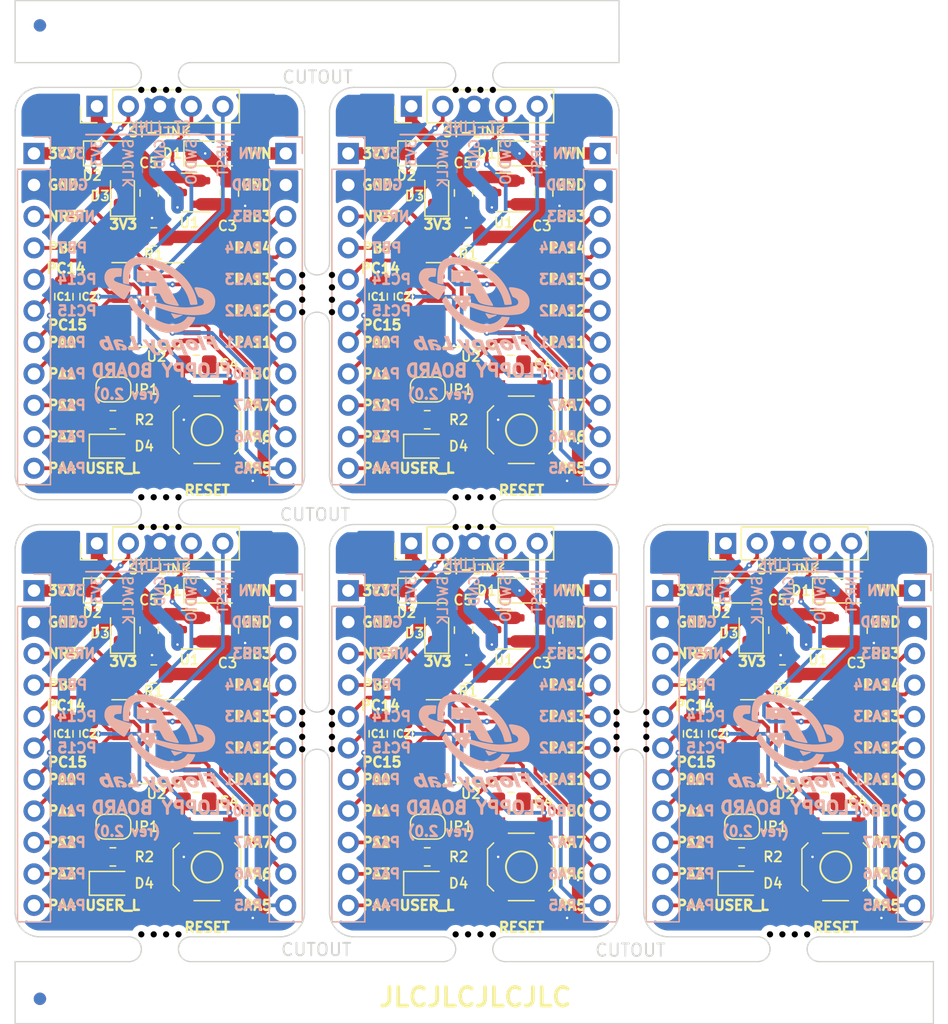
<source format=kicad_pcb>
(kicad_pcb (version 20211014) (generator pcbnew)
  (title_block (title "FLOPPY BOARD v2.x") (date "2022-10-28") (rev "2.0") (company "Floppy Lab"))
  (layers (0 "F.Cu" signal) (31 "B.Cu" signal) (34 "B.Paste" user) (35 "F.Paste" user) (36 "B.SilkS" user "B.Silkscreen") (37 "F.SilkS" user "F.Silkscreen") (38 "B.Mask" user) (39 "F.Mask" user) (44 "Edge.Cuts" user))
  (net 0 "")
  (net 1 "Board_0-+3V3")
  (net 2 "Board_0-GND")
  (net 3 "Board_0-NRST")
  (net 4 "Board_0-Net-(C3-Pad1)")
  (net 5 "Board_0-Net-(D3-Pad1)")
  (net 6 "Board_0-Net-(D4-Pad1)")
  (net 7 "Board_0-Net-(D4-Pad2)")
  (net 8 "Board_0-PA0")
  (net 9 "Board_0-PA1")
  (net 10 "Board_0-PA11")
  (net 11 "Board_0-PA12")
  (net 12 "Board_0-PA13{slash}SWDIO")
  (net 13 "Board_0-PA14{slash}SWCLK")
  (net 14 "Board_0-PA2")
  (net 15 "Board_0-PA3")
  (net 16 "Board_0-PA4")
  (net 17 "Board_0-PA5")
  (net 18 "Board_0-PA6")
  (net 19 "Board_0-PA7")
  (net 20 "Board_0-PB0")
  (net 21 "Board_0-PB3")
  (net 22 "Board_0-PB7")
  (net 23 "Board_0-PC14")
  (net 24 "Board_0-PC15")
  (net 25 "Board_0-VDD")
  (net 26 "Board_0-VIN")
  (net 27 "Board_1-+3V3")
  (net 28 "Board_1-GND")
  (net 29 "Board_1-NRST")
  (net 30 "Board_1-Net-(C3-Pad1)")
  (net 31 "Board_1-Net-(D3-Pad1)")
  (net 32 "Board_1-Net-(D4-Pad1)")
  (net 33 "Board_1-Net-(D4-Pad2)")
  (net 34 "Board_1-PA0")
  (net 35 "Board_1-PA1")
  (net 36 "Board_1-PA11")
  (net 37 "Board_1-PA12")
  (net 38 "Board_1-PA13{slash}SWDIO")
  (net 39 "Board_1-PA14{slash}SWCLK")
  (net 40 "Board_1-PA2")
  (net 41 "Board_1-PA3")
  (net 42 "Board_1-PA4")
  (net 43 "Board_1-PA5")
  (net 44 "Board_1-PA6")
  (net 45 "Board_1-PA7")
  (net 46 "Board_1-PB0")
  (net 47 "Board_1-PB3")
  (net 48 "Board_1-PB7")
  (net 49 "Board_1-PC14")
  (net 50 "Board_1-PC15")
  (net 51 "Board_1-VDD")
  (net 52 "Board_1-VIN")
  (net 53 "Board_3-+3V3")
  (net 54 "Board_3-GND")
  (net 55 "Board_3-NRST")
  (net 56 "Board_3-Net-(C3-Pad1)")
  (net 57 "Board_3-Net-(D3-Pad1)")
  (net 58 "Board_3-Net-(D4-Pad1)")
  (net 59 "Board_3-Net-(D4-Pad2)")
  (net 60 "Board_3-PA0")
  (net 61 "Board_3-PA1")
  (net 62 "Board_3-PA11")
  (net 63 "Board_3-PA12")
  (net 64 "Board_3-PA13{slash}SWDIO")
  (net 65 "Board_3-PA14{slash}SWCLK")
  (net 66 "Board_3-PA2")
  (net 67 "Board_3-PA3")
  (net 68 "Board_3-PA4")
  (net 69 "Board_3-PA5")
  (net 70 "Board_3-PA6")
  (net 71 "Board_3-PA7")
  (net 72 "Board_3-PB0")
  (net 73 "Board_3-PB3")
  (net 74 "Board_3-PB7")
  (net 75 "Board_3-PC14")
  (net 76 "Board_3-PC15")
  (net 77 "Board_3-VDD")
  (net 78 "Board_3-VIN")
  (net 79 "Board_4-+3V3")
  (net 80 "Board_4-GND")
  (net 81 "Board_4-NRST")
  (net 82 "Board_4-Net-(C3-Pad1)")
  (net 83 "Board_4-Net-(D3-Pad1)")
  (net 84 "Board_4-Net-(D4-Pad1)")
  (net 85 "Board_4-Net-(D4-Pad2)")
  (net 86 "Board_4-PA0")
  (net 87 "Board_4-PA1")
  (net 88 "Board_4-PA11")
  (net 89 "Board_4-PA12")
  (net 90 "Board_4-PA13{slash}SWDIO")
  (net 91 "Board_4-PA14{slash}SWCLK")
  (net 92 "Board_4-PA2")
  (net 93 "Board_4-PA3")
  (net 94 "Board_4-PA4")
  (net 95 "Board_4-PA5")
  (net 96 "Board_4-PA6")
  (net 97 "Board_4-PA7")
  (net 98 "Board_4-PB0")
  (net 99 "Board_4-PB3")
  (net 100 "Board_4-PB7")
  (net 101 "Board_4-PC14")
  (net 102 "Board_4-PC15")
  (net 103 "Board_4-VDD")
  (net 104 "Board_4-VIN")
  (net 105 "Board_5-+3V3")
  (net 106 "Board_5-GND")
  (net 107 "Board_5-NRST")
  (net 108 "Board_5-Net-(C3-Pad1)")
  (net 109 "Board_5-Net-(D3-Pad1)")
  (net 110 "Board_5-Net-(D4-Pad1)")
  (net 111 "Board_5-Net-(D4-Pad2)")
  (net 112 "Board_5-PA0")
  (net 113 "Board_5-PA1")
  (net 114 "Board_5-PA11")
  (net 115 "Board_5-PA12")
  (net 116 "Board_5-PA13{slash}SWDIO")
  (net 117 "Board_5-PA14{slash}SWCLK")
  (net 118 "Board_5-PA2")
  (net 119 "Board_5-PA3")
  (net 120 "Board_5-PA4")
  (net 121 "Board_5-PA5")
  (net 122 "Board_5-PA6")
  (net 123 "Board_5-PA7")
  (net 124 "Board_5-PB0")
  (net 125 "Board_5-PB3")
  (net 126 "Board_5-PB7")
  (net 127 "Board_5-PC14")
  (net 128 "Board_5-PC15")
  (net 129 "Board_5-VDD")
  (net 130 "Board_5-VIN")
  (footprint "Capacitor_SMD:C_0805_2012Metric_Pad1.18x1.45mm_HandSolder" (layer "F.Cu") (at 32.2951 65.7971 -90)
    (fp_text reference "C3")
    (fp_text value "1uF")
  )
  (footprint "Capacitor_SMD:C_0805_2012Metric_Pad1.18x1.45mm_HandSolder" (layer "F.Cu") (at 29.6265 44.352 180)
    (fp_text reference "C4")
    (fp_text value "100nF")
  )
  (footprint "Capacitor_SMD:C_0805_2012Metric_Pad1.18x1.45mm_HandSolder" (layer "F.Cu") (at 32.2951 30.5231 -90)
    (fp_text reference "C3")
    (fp_text value "1uF")
  )
  (footprint "NPTH" (layer "F.Cu") (at 53.551973 22.201475)
    (fp_text reference "REF**" hide)
    (fp_text value "NPTH" hide)
  )
  (footprint "Resistor_SMD:R_0805_2012Metric_Pad1.20x1.40mm_HandSolder" (layer "F.Cu") (at 51.56 69.339 180)
    (fp_text reference "R1")
    (fp_text value "1k")
  )
  (footprint "NPTH" (layer "F.Cu") (at 53.551973 57.475474)
    (fp_text reference "REF**" hide)
    (fp_text value "NPTH" hide)
  )
  (footprint "NPTH" (layer "F.Cu") (at 63.534852 72.410982)
    (fp_text reference "REF**" hide)
    (fp_text value "NPTH" hide)
  )
  (footprint "Capacitor_SMD:C_0805_2012Metric_Pad1.18x1.45mm_HandSolder" (layer "F.Cu") (at 18.937 38.891 -90)
    (fp_text reference "C1")
    (fp_text value "4.7uF")
  )
  (footprint "Diode_SMD:D_SOD-123" (layer "F.Cu") (at 56.242 62.608)
    (fp_text reference "D1")
    (fp_text value "SD103AW")
  )
  (footprint "Connector_PinHeader_2.54mm:PinHeader_1x05_P2.54mm_Vertical" (layer "F.Cu") (at 46.972 58.798 90)
    (fp_text reference "J2" hide)
    (fp_text value "stlink")
  )
  (footprint "Capacitor_SMD:C_0805_2012Metric_Pad1.18x1.45mm_HandSolder" (layer "F.Cu") (at 44.305 74.165 -90)
    (fp_text reference "C1")
    (fp_text value "4.7uF")
  )
  (footprint "Diode_SMD:D_SOD-123F" (layer "F.Cu") (at 22.7216 62.608)
    (fp_text reference "D2")
    (fp_text value "SD103AW")
  )
  (footprint "Capacitor_SMD:C_0805_2012Metric_Pad1.18x1.45mm_HandSolder" (layer "F.Cu") (at 25.8181 30.5231 -90)
    (fp_text reference "C5")
    (fp_text value "1uF")
  )
  (footprint "NPTH" (layer "F.Cu") (at 77.920026 90.346789)
    (fp_text reference "REF**" hide)
    (fp_text value "NPTH" hide)
  )
  (footprint "NPTH" (layer "F.Cu") (at 52.551973 57.475342)
    (fp_text reference "REF**" hide)
    (fp_text value "NPTH" hide)
  )
  (footprint "NPTH" (layer "F.Cu") (at 51.551973 22.201211)
    (fp_text reference "REF**" hide)
    (fp_text value "NPTH" hide)
  )
  (footprint "NPTH" (layer "F.Cu") (at 78.920026 90.34692)
    (fp_text reference "REF**" hide)
    (fp_text value "NPTH" hide)
  )
  (footprint "NPTH" (layer "F.Cu") (at 75.920026 90.346525)
    (fp_text reference "REF**" hide)
    (fp_text value "NPTH" hide)
  )
  (footprint "Capacitor_SMD:C_0805_2012Metric_Pad1.18x1.45mm_HandSolder" (layer "F.Cu") (at 76.5541 65.7971 -90)
    (fp_text reference "C5")
    (fp_text value "1uF")
  )
  (footprint "NPTH" (layer "F.Cu") (at 40.569322 73.411017)
    (fp_text reference "REF**" hide)
    (fp_text value "NPTH" hide)
  )
  (footprint "Capacitor_SMD:C_0805_2012Metric_Pad1.18x1.45mm_HandSolder" (layer "F.Cu") (at 57.6631 65.7971 -90)
    (fp_text reference "C3")
    (fp_text value "1uF")
  )
  (footprint "NPTH" (layer "F.Cu") (at 26.183974 57.47521)
    (fp_text reference "REF**" hide)
    (fp_text value "NPTH" hide)
  )
  (footprint "NPTH" (layer "F.Cu") (at 40.569322 38.137018)
    (fp_text reference "REF**" hide)
    (fp_text value "NPTH" hide)
  )
  (footprint "Package_TO_SOT_SMD:SOT-23" (layer "F.Cu") (at 29.0716 30.4836 180)
    (fp_text reference "U1")
    (fp_text value "H7233-1")
  )
  (footprint "Package_SO:TSSOP-20_4.4x6.5mm_P0.65mm" (layer "F.Cu") (at 26.414 74.8)
    (fp_text reference "U2")
    (fp_text value "STM32G030F6P6")
  )
  (footprint "Diode_SMD:D_SOD-123F" (layer "F.Cu") (at 73.4576 62.608)
    (fp_text reference "D2")
    (fp_text value "SD103AW")
  )
  (footprint "NPTH" (layer "F.Cu") (at 51.551973 57.47521)
    (fp_text reference "REF**" hide)
    (fp_text value "NPTH" hide)
  )
  (footprint "Capacitor_SMD:C_0805_2012Metric_Pad1.18x1.45mm_HandSolder" (layer "F.Cu") (at 57.6631 30.5231 -90)
    (fp_text reference "C3")
    (fp_text value "1uF")
  )
  (footprint "_MIA footprint:SMD BUTTON 5.1x5.1" (layer "F.Cu") (at 30.478 49.634 90)
    (fp_text reference "SW1" hide)
    (fp_text value "RESET_B")
  )
  (footprint "NPTH" (layer "F.Cu") (at 38.166589 40.136982)
    (fp_text reference "REF**" hide)
    (fp_text value "NPTH" hide)
  )
  (footprint "Package_TO_SOT_SMD:SOT-23" (layer "F.Cu") (at 54.4396 65.7576 180)
    (fp_text reference "U1")
    (fp_text value "H7233-1")
  )
  (footprint "Capacitor_SMD:C_0805_2012Metric_Pad1.18x1.45mm_HandSolder" (layer "F.Cu") (at 29.6265 79.626 180)
    (fp_text reference "C4")
    (fp_text value "100nF")
  )
  (footprint "Fiducial" (layer "F.Cu") (at 17 17)
    (fp_text reference "REF**" hide)
    (fp_text value "Fiducial" hide)
  )
  (footprint "NPTH" (layer "F.Cu") (at 76.920026 90.346657)
    (fp_text reference "REF**" hide)
    (fp_text value "NPTH" hide)
  )
  (footprint "Connector_PinHeader_2.54mm:PinHeader_1x05_P2.54mm_Vertical" (layer "F.Cu") (at 21.604 58.798 90)
    (fp_text reference "J2" hide)
    (fp_text value "stlink")
  )
  (footprint "Connector_PinHeader_2.54mm:PinHeader_1x05_P2.54mm_Vertical" (layer "F.Cu") (at 46.972 23.524 90)
    (fp_text reference "J2" hide)
    (fp_text value "stlink")
  )
  (footprint "Resistor_SMD:R_0805_2012Metric_Pad1.20x1.40mm_HandSolder" (layer "F.Cu") (at 22.89 48.8224)
    (fp_text reference "R2")
    (fp_text value "1K")
  )
  (footprint "Capacitor_SMD:C_0805_2012Metric_Pad1.18x1.45mm_HandSolder" (layer "F.Cu") (at 54.9945 44.352 180)
    (fp_text reference "C4")
    (fp_text value "100nF")
  )
  (footprint "NPTH" (layer "F.Cu") (at 25.184027 90.346525)
    (fp_text reference "REF**" hide)
    (fp_text value "NPTH" hide)
  )
  (footprint "NPTH" (layer "F.Cu") (at 40.56941 37.137018)
    (fp_text reference "REF**" hide)
    (fp_text value "NPTH" hide)
  )
  (footprint "Capacitor_SMD:C_0805_2012Metric_Pad1.18x1.45mm_HandSolder" (layer "F.Cu") (at 51.1861 65.7971 -90)
    (fp_text reference "C5")
    (fp_text value "1uF")
  )
  (footprint "_MIA footprint:SMD BUTTON 5.1x5.1" (layer "F.Cu") (at 30.478 84.908 90)
    (fp_text reference "SW1" hide)
    (fp_text value "RESET_B")
  )
  (footprint "Resistor_SMD:R_0805_2012Metric_Pad1.20x1.40mm_HandSolder" (layer "F.Cu") (at 73.626 84.0964)
    (fp_text reference "R2")
    (fp_text value "1K")
  )
  (footprint "NPTH" (layer "F.Cu") (at 25.183974 57.475079)
    (fp_text reference "REF**" hide)
    (fp_text value "NPTH" hide)
  )
  (footprint "Capacitor_SMD:C_0805_2012Metric_Pad1.18x1.45mm_HandSolder" (layer "F.Cu") (at 46.337 38.891 -90)
    (fp_text reference "C2")
    (fp_text value "100nF")
  )
  (footprint "NPTH" (layer "F.Cu") (at 25.183974 22.20108)
    (fp_text reference "REF**" hide)
    (fp_text value "NPTH" hide)
  )
  (footprint "LED_SMD:LED_0805_2012Metric_Pad1.15x1.40mm_HandSolder" (layer "F.Cu") (at 23.6591 30.5356 90)
    (fp_text reference "D3")
    (fp_text value "3V3_POWER_LED")
  )
  (footprint "Jumper:SolderJumper-2_P1.3mm_Open_RoundedPad1.0x1.5mm" (layer "F.Cu") (at 73.6712 81.658)
    (fp_text reference "JP1")
    (fp_text value "UL JUMP.")
  )
  (footprint "NPTH" (layer "F.Cu") (at 27.183973 22.201343)
    (fp_text reference "REF**" hide)
    (fp_text value "NPTH" hide)
  )
  (footprint "Package_TO_SOT_SMD:SOT-23" (layer "F.Cu") (at 79.8076 65.7576 180)
    (fp_text reference "U1")
    (fp_text value "H7233-1")
  )
  (footprint "NPTH" (layer "F.Cu") (at 27.183973 57.475342)
    (fp_text reference "REF**" hide)
    (fp_text value "NPTH" hide)
  )
  (footprint "_MIA footprint:SMD BUTTON 5.1x5.1" (layer "F.Cu") (at 55.846 49.634 90)
    (fp_text reference "SW1" hide)
    (fp_text value "RESET_B")
  )
  (footprint "NPTH" (layer "F.Cu") (at 26.184027 55.072657)
    (fp_text reference "REF**" hide)
    (fp_text value "NPTH" hide)
  )
  (footprint "NPTH" (layer "F.Cu") (at 28.184026 90.34692)
    (fp_text reference "REF**" hide)
    (fp_text value "NPTH" hide)
  )
  (footprint "Resistor_SMD:R_0805_2012Metric_Pad1.20x1.40mm_HandSolder" (layer "F.Cu") (at 76.928 69.339 180)
    (fp_text reference "R1")
    (fp_text value "1k")
  )
  (footprint "NPTH" (layer "F.Cu") (at 53.552026 55.07292)
    (fp_text reference "REF**" hide)
    (fp_text value "NPTH" hide)
  )
  (footprint "Package_SO:TSSOP-20_4.4x6.5mm_P0.65mm" (layer "F.Cu") (at 51.782 74.8)
    (fp_text reference "U2")
    (fp_text value "STM32G030F6P6")
  )
  (footprint "NPTH" (layer "F.Cu") (at 52.551973 22.201343)
    (fp_text reference "REF**" hide)
    (fp_text value "NPTH" hide)
  )
  (footprint "NPTH" (layer "F.Cu") (at 38.166677 39.136982)
    (fp_text reference "REF**" hide)
    (fp_text value "NPTH" hide)
  )
  (footprint "Package_SO:TSSOP-20_4.4x6.5mm_P0.65mm" (layer "F.Cu") (at 26.414 39.526)
    (fp_text reference "U2")
    (fp_text value "STM32G030F6P6")
  )
  (footprint "Resistor_SMD:R_0805_2012Metric_Pad1.20x1.40mm_HandSolder" (layer "F.Cu") (at 22.89 84.0964)
    (fp_text reference "R2")
    (fp_text value "1K")
  )
  (footprint "Connector_PinHeader_2.54mm:PinHeader_1x05_P2.54mm_Vertical" (layer "F.Cu") (at 72.34 58.798 90)
    (fp_text reference "J2" hide)
    (fp_text value "stlink")
  )
  (footprint "Capacitor_SMD:C_0805_2012Metric_Pad1.18x1.45mm_HandSolder" (layer "F.Cu") (at 80.3625 79.626 180)
    (fp_text reference "C4")
    (fp_text value "100nF")
  )
  (footprint "NPTH" (layer "F.Cu") (at 26.184027 90.346657)
    (fp_text reference "REF**" hide)
    (fp_text value "NPTH" hide)
  )
  (footprint "NPTH" (layer "F.Cu") (at 38.166852 72.410982)
    (fp_text reference "REF**" hide)
    (fp_text value "NPTH" hide)
  )
  (footprint "Resistor_SMD:R_0805_2012Metric_Pad1.20x1.40mm_HandSolder" (layer "F.Cu") (at 48.258 84.0964)
    (fp_text reference "R2")
    (fp_text value "1K")
  )
  (footprint "Package_SO:TSSOP-20_4.4x6.5mm_P0.65mm" (layer "F.Cu") (at 51.782 39.526)
    (fp_text reference "U2")
    (fp_text value "STM32G030F6P6")
  )
  (footprint "NPTH" (layer "F.Cu") (at 38.166852 37.136983)
    (fp_text reference "REF**" hide)
    (fp_text value "NPTH" hide)
  )
  (footprint "Jumper:SolderJumper-2_P1.3mm_Open_RoundedPad1.0x1.5mm" (layer "F.Cu") (at 22.9352 81.658)
    (fp_text reference "JP1")
    (fp_text value "UL JUMP.")
  )
  (footprint "NPTH" (layer "F.Cu") (at 51.552026 55.072657)
    (fp_text reference "REF**" hide)
    (fp_text value "NPTH" hide)
  )
  (footprint "NPTH" (layer "F.Cu") (at 52.552026 90.346789)
    (fp_text reference "REF**" hide)
    (fp_text value "NPTH" hide)
  )
  (footprint "NPTH" (layer "F.Cu") (at 65.937147 75.411017)
    (fp_text reference "REF**" hide)
    (fp_text value "NPTH" hide)
  )
  (footprint "NPTH" (layer "F.Cu") (at 63.534677 74.410982)
    (fp_text reference "REF**" hide)
    (fp_text value "NPTH" hide)
  )
  (footprint "NPTH" (layer "F.Cu") (at 40.569147 40.137017)
    (fp_text reference "REF**" hide)
    (fp_text value "NPTH" hide)
  )
  (footprint "Diode_SMD:D_SOD-123" (layer "F.Cu") (at 30.874 27.334)
    (fp_text reference "D1")
    (fp_text value "SD103AW")
  )
  (footprint "_MIA footprint:SMD BUTTON 5.1x5.1" (layer "F.Cu") (at 81.214 84.908 90)
    (fp_text reference "SW1" hide)
    (fp_text value "RESET_B")
  )
  (footprint "NPTH" (layer "F.Cu") (at 28.183973 57.475474)
    (fp_text reference "REF**" hide)
    (fp_text value "NPTH" hide)
  )
  (footprint "NPTH" (layer "F.Cu") (at 38.166677 74.410982)
    (fp_text reference "REF**" hide)
    (fp_text value "NPTH" hide)
  )
  (footprint "Diode_SMD:D_SOD-123F" (layer "F.Cu") (at 22.7216 27.334)
    (fp_text reference "D2")
    (fp_text value "SD103AW")
  )
  (footprint "Jumper:SolderJumper-2_P1.3mm_Open_RoundedPad1.0x1.5mm" (layer "F.Cu") (at 22.9352 46.384)
    (fp_text reference "JP1")
    (fp_text value "UL JUMP.")
  )
  (footprint "Resistor_SMD:R_0805_2012Metric_Pad1.20x1.40mm_HandSolder" (layer "F.Cu") (at 26.192 34.065 180)
    (fp_text reference "R1")
    (fp_text value "1k")
  )
  (footprint "LED_SMD:LED_0805_2012Metric_Pad1.15x1.40mm_HandSolder" (layer "F.Cu") (at 22.849 86.23)
    (fp_text reference "D4")
    (fp_text value "USER_LED")
  )
  (footprint "Fiducial" (layer "F.Cu") (at 17 95.548)
    (fp_text reference "REF**" hide)
    (fp_text value "Fiducial" hide)
  )
  (footprint "Capacitor_SMD:C_0805_2012Metric_Pad1.18x1.45mm_HandSolder" (layer "F.Cu") (at 54.9945 79.626 180)
    (fp_text reference "C4")
    (fp_text value "100nF")
  )
  (footprint "Capacitor_SMD:C_0805_2012Metric_Pad1.18x1.45mm_HandSolder" (layer "F.Cu") (at 83.0311 65.7971 -90)
    (fp_text reference "C3")
    (fp_text value "1uF")
  )
  (footprint "Capacitor_SMD:C_0805_2012Metric_Pad1.18x1.45mm_HandSolder" (layer "F.Cu") (at 46.337 74.165 -90)
    (fp_text reference "C2")
    (fp_text value "100nF")
  )
  (footprint "NPTH" (layer "F.Cu") (at 40.569147 75.411017)
    (fp_text reference "REF**" hide)
    (fp_text value "NPTH" hide)
  )
  (footprint "Diode_SMD:D_SOD-123" (layer "F.Cu") (at 30.874 62.608)
    (fp_text reference "D1")
    (fp_text value "SD103AW")
  )
  (footprint "Capacitor_SMD:C_0805_2012Metric_Pad1.18x1.45mm_HandSolder" (layer "F.Cu") (at 44.305 38.891 -90)
    (fp_text reference "C1")
    (fp_text value "4.7uF")
  )
  (footprint "LED_SMD:LED_0805_2012Metric_Pad1.15x1.40mm_HandSolder" (layer "F.Cu") (at 23.6591 65.8096 90)
    (fp_text reference "D3")
    (fp_text value "3V3_POWER_LED")
  )
  (footprint "Package_TO_SOT_SMD:SOT-23" (layer "F.Cu") (at 54.4396 30.4836 180)
    (fp_text reference "U1")
    (fp_text value "H7233-1")
  )
  (footprint "LED_SMD:LED_0805_2012Metric_Pad1.15x1.40mm_HandSolder" (layer "F.Cu") (at 48.217 50.956)
    (fp_text reference "D4")
    (fp_text value "USER_LED")
  )
  (footprint "Jumper:SolderJumper-2_P1.3mm_Open_RoundedPad1.0x1.5mm" (layer "F.Cu") (at 48.3032 81.658)
    (fp_text reference "JP1")
    (fp_text value "UL JUMP.")
  )
  (footprint "Capacitor_SMD:C_0805_2012Metric_Pad1.18x1.45mm_HandSolder" (layer "F.Cu") (at 20.969 74.165 -90)
    (fp_text reference "C2")
    (fp_text value "100nF")
  )
  (footprint "NPTH" (layer "F.Cu") (at 52.552026 55.072789)
    (fp_text reference "REF**" hide)
    (fp_text value "NPTH" hide)
  )
  (footprint "NPTH" (layer "F.Cu") (at 27.184026 55.072789)
    (fp_text reference "REF**" hide)
    (fp_text value "NPTH" hide)
  )
  (footprint "NPTH" (layer "F.Cu") (at 50.552026 90.346525)
    (fp_text reference "REF**" hide)
    (fp_text value "NPTH" hide)
  )
  (footprint "NPTH" (layer "F.Cu") (at 40.569235 74.411017)
    (fp_text reference "REF**" hide)
    (fp_text value "NPTH" hide)
  )
  (footprint "LED_SMD:LED_0805_2012Metric_Pad1.15x1.40mm_HandSolder" (layer "F.Cu") (at 49.0271 65.8096 90)
    (fp_text reference "D3")
    (fp_text value "3V3_POWER_LED")
  )
  (footprint "NPTH" (layer "F.Cu") (at 50.552026 55.072525)
    (fp_text reference "REF**" hide)
    (fp_text value "NPTH" hide)
  )
  (footprint "Capacitor_SMD:C_0805_2012Metric_Pad1.18x1.45mm_HandSolder" (layer "F.Cu") (at 51.1861 30.5231 -90)
    (fp_text reference "C5")
    (fp_text value "1uF")
  )
  (footprint "Diode_SMD:D_SOD-123F" (layer "F.Cu") (at 48.0896 62.608)
    (fp_text reference "D2")
    (fp_text value "SD103AW")
  )
  (footprint "NPTH" (layer "F.Cu") (at 65.937235 74.411017)
    (fp_text reference "REF**" hide)
    (fp_text value "NPTH" hide)
  )
  (footprint "LED_SMD:LED_0805_2012Metric_Pad1.15x1.40mm_HandSolder" (layer "F.Cu") (at 74.3951 65.8096 90)
    (fp_text reference "D3")
    (fp_text value "3V3_POWER_LED")
  )
  (footprint "NPTH" (layer "F.Cu") (at 63.534589 75.410982)
    (fp_text reference "REF**" hide)
    (fp_text value "NPTH" hide)
  )
  (footprint "NPTH" (layer "F.Cu") (at 38.166764 38.136983)
    (fp_text reference "REF**" hide)
    (fp_text value "NPTH" hide)
  )
  (footprint "NPTH" (layer "F.Cu") (at 65.93741 72.411017)
    (fp_text reference "REF**" hide)
    (fp_text value "NPTH" hide)
  )
  (footprint "_MIA footprint:SMD BUTTON 5.1x5.1" (layer "F.Cu") (at 55.846 84.908 90)
    (fp_text reference "SW1" hide)
    (fp_text value "RESET_B")
  )
  (footprint "Diode_SMD:D_SOD-123F" (layer "F.Cu") (at 48.0896 27.334)
    (fp_text reference "D2")
    (fp_text value "SD103AW")
  )
  (footprint "Capacitor_SMD:C_0805_2012Metric_Pad1.18x1.45mm_HandSolder" (layer "F.Cu") (at 20.969 38.891 -90)
    (fp_text reference "C2")
    (fp_text value "100nF")
  )
  (footprint "Connector_PinHeader_2.54mm:PinHeader_1x05_P2.54mm_Vertical" (layer "F.Cu") (at 21.604 23.524 90)
    (fp_text reference "J2" hide)
    (fp_text value "stlink")
  )
  (footprint "Capacitor_SMD:C_0805_2012Metric_Pad1.18x1.45mm_HandSolder" (layer "F.Cu") (at 25.8181 65.7971 -90)
    (fp_text reference "C5")
    (fp_text value "1uF")
  )
  (footprint "Resistor_SMD:R_0805_2012Metric_Pad1.20x1.40mm_HandSolder" (layer "F.Cu") (at 26.192 69.339 180)
    (fp_text reference "R1")
    (fp_text value "1k")
  )
  (footprint "NPTH" (layer "F.Cu") (at 25.184027 55.072525)
    (fp_text reference "REF**" hide)
    (fp_text value "NPTH" hide)
  )
  (footprint "NPTH" (layer "F.Cu") (at 28.183973 22.201475)
    (fp_text reference "REF**" hide)
    (fp_text value "NPTH" hide)
  )
  (footprint "NPTH" (layer "F.Cu") (at 38.166589 75.410982)
    (fp_text reference "REF**" hide)
    (fp_text value "NPTH" hide)
  )
  (footprint "Diode_SMD:D_SOD-123" (layer "F.Cu") (at 56.242 27.334)
    (fp_text reference "D1")
    (fp_text value "SD103AW")
  )
  (footprint "Capacitor_SMD:C_0805_2012Metric_Pad1.18x1.45mm_HandSolder" (layer "F.Cu") (at 71.705 74.165 -90)
    (fp_text reference "C2")
    (fp_text value "100nF")
  )
  (footprint "Jumper:SolderJumper-2_P1.3mm_Open_RoundedPad1.0x1.5mm" (layer "F.Cu") (at 48.3032 46.384)
    (fp_text reference "JP1")
    (fp_text value "UL JUMP.")
  )
  (footprint "Resistor_SMD:R_0805_2012Metric_Pad1.20x1.40mm_HandSolder" (layer "F.Cu") (at 51.56 34.065 180)
    (fp_text reference "R1")
    (fp_text value "1k")
  )
  (footprint "NPTH" (layer "F.Cu") (at 50.551973 22.20108)
    (fp_text reference "REF**" hide)
    (fp_text value "NPTH" hide)
  )
  (footprint "NPTH" (layer "F.Cu") (at 27.184026 90.346789)
    (fp_text reference "REF**" hide)
    (fp_text value "NPTH" hide)
  )
  (footprint "Capacitor_SMD:C_0805_2012Metric_Pad1.18x1.45mm_HandSolder" (layer "F.Cu") (at 69.673 74.165 -90)
    (fp_text reference "C1")
    (fp_text value "4.7uF")
  )
  (footprint "Resistor_SMD:R_0805_2012Metric_Pad1.20x1.40mm_HandSolder" (layer "F.Cu") (at 48.258 48.8224)
    (fp_text reference "R2")
    (fp_text value "1K")
  )
  (footprint "NPTH" (layer "F.Cu") (at 26.183974 22.201211)
    (fp_text reference "REF**" hide)
    (fp_text value "NPTH" hide)
  )
  (footprint "NPTH" (layer "F.Cu") (at 28.184026 55.07292)
    (fp_text reference "REF**" hide)
    (fp_text value "NPTH" hide)
  )
  (footprint "NPTH" (layer "F.Cu") (at 51.552026 90.346657)
    (fp_text reference "REF**" hide)
    (fp_text value "NPTH" hide)
  )
  (footprint "NPTH" (layer "F.Cu") (at 50.551973 57.475079)
    (fp_text reference "REF**" hide)
    (fp_text value "NPTH" hide)
  )
  (footprint "LED_SMD:LED_0805_2012Metric_Pad1.15x1.40mm_HandSolder" (layer "F.Cu") (at 49.0271 30.5356 90)
    (fp_text reference "D3")
    (fp_text value "3V3_POWER_LED")
  )
  (footprint "LED_SMD:LED_0805_2012Metric_Pad1.15x1.40mm_HandSolder" (layer "F.Cu") (at 73.585 86.23)
    (fp_text reference "D4")
    (fp_text value "USER_LED")
  )
  (footprint "NPTH" (layer "F.Cu") (at 65.937322 73.411017)
    (fp_text reference "REF**" hide)
    (fp_text value "NPTH" hide)
  )
  (footprint "Package_TO_SOT_SMD:SOT-23" (layer "F.Cu") (at 29.0716 65.7576 180)
    (fp_text reference "U1")
    (fp_text value "H7233-1")
  )
  (footprint "LED_SMD:LED_0805_2012Metric_Pad1.15x1.40mm_HandSolder" (layer "F.Cu") (at 22.849 50.956)
    (fp_text reference "D4")
    (fp_text value "USER_LED")
  )
  (footprint "Diode_SMD:D_SOD-123" (layer "F.Cu") (at 81.61 62.608)
    (fp_text reference "D1")
    (fp_text value "SD103AW")
  )
  (footprint "NPTH" (layer "F.Cu") (at 40.569235 39.137017)
    (fp_text reference "REF**" hide)
    (fp_text value "NPTH" hide)
  )
  (footprint "NPTH" (layer "F.Cu") (at 63.534764 73.410982)
    (fp_text reference "REF**" hide)
    (fp_text value "NPTH" hide)
  )
  (footprint "NPTH" (layer "F.Cu") (at 40.56941 72.411017)
    (fp_text reference "REF**" hide)
    (fp_text value "NPTH" hide)
  )
  (footprint "NPTH" (layer "F.Cu") (at 53.552026 90.34692)
    (fp_text reference "REF**" hide)
    (fp_text value "NPTH" hide)
  )
  (footprint "Capacitor_SMD:C_0805_2012Metric_Pad1.18x1.45mm_HandSolder" (layer "F.Cu") (at 18.937 74.165 -90)
    (fp_text reference "C1")
    (fp_text value "4.7uF")
  )
  (footprint "LED_SMD:LED_0805_2012Metric_Pad1.15x1.40mm_HandSolder" (layer "F.Cu") (at 48.217 86.23)
    (fp_text reference "D4")
    (fp_text value "USER_LED")
  )
  (footprint "Package_SO:TSSOP-20_4.4x6.5mm_P0.65mm" (layer "F.Cu") (at 77.15 74.8)
    (fp_text reference "U2")
    (fp_text value "STM32G030F6P6")
  )
  (footprint "NPTH" (layer "F.Cu") (at 38.166764 73.410982)
    (fp_text reference "REF**" hide)
    (fp_text value "NPTH" hide)
  )
  (footprint "LOGO" (layer "B.Cu") (at 26.684 39.653 180)
    (fp_text reference "G***" hide)
    (fp_text value "LOGO" hide)
  )
  (footprint "Connector_PinHeader_2.54mm:PinHeader_1x11_P2.54mm_Vertical" (layer "B.Cu") (at 62.212 62.608 180)
    (fp_text reference "J3" hide)
    (fp_text value "I/0 DX")
  )
  (footprint "Connector_PinHeader_2.54mm:PinHeader_1x11_P2.54mm_Vertical" (layer "B.Cu") (at 36.844 62.608 180)
    (fp_text reference "J3" hide)
    (fp_text value "I/0 DX")
  )
  (footprint "Connector_PinHeader_2.54mm:PinHeader_1x11_P2.54mm_Vertical" (layer "B.Cu") (at 87.58 62.608 180)
    (fp_text reference "J3" hide)
    (fp_text value "I/0 DX")
  )
  (footprint "Connector_PinHeader_2.54mm:PinHeader_1x11_P2.54mm_Vertical" (layer "B.Cu") (at 16.524 27.334 180)
    (fp_text reference "J1" hide)
    (fp_text value "I/O SX")
  )
  (footprint "LOGO" (layer "B.Cu") (at 77.42 74.927 180)
    (fp_text reference "G***" hide)
    (fp_text value "LOGO" hide)
  )
  (footprint "LOGO" (layer "B.Cu") (at 52.052 39.653 180)
    (fp_text reference "G***" hide)
    (fp_text value "LOGO" hide)
  )
  (footprint "Connector_PinHeader_2.54mm:PinHeader_1x11_P2.54mm_Vertical" (layer "B.Cu") (at 67.26 62.608 180)
    (fp_text reference "J1" hide)
    (fp_text value "I/O SX")
  )
  (footprint "Connector_PinHeader_2.54mm:PinHeader_1x11_P2.54mm_Vertical" (layer "B.Cu") (at 16.524 62.608 180)
    (fp_text reference "J1" hide)
    (fp_text value "I/O SX")
  )
  (footprint "Fiducial" (layer "B.Cu") (at 17 95.548)
    (fp_text reference "REF**" hide)
    (fp_text value "Fiducial" hide)
  )
  (footprint "Connector_PinHeader_2.54mm:PinHeader_1x11_P2.54mm_Vertical" (layer "B.Cu") (at 41.892 62.608 180)
    (fp_text reference "J1" hide)
    (fp_text value "I/O SX")
  )
  (footprint "Connector_PinHeader_2.54mm:PinHeader_1x11_P2.54mm_Vertical" (layer "B.Cu") (at 62.212 27.334 180)
    (fp_text reference "J3" hide)
    (fp_text value "I/0 DX")
  )
  (footprint "Fiducial" (layer "B.Cu") (at 17 17)
    (fp_text reference "REF**" hide)
    (fp_text value "Fiducial" hide)
  )
  (footprint "LOGO" (layer "B.Cu") (at 26.684 74.927 180)
    (fp_text reference "G***" hide)
    (fp_text value "LOGO" hide)
  )
  (footprint "Connector_PinHeader_2.54mm:PinHeader_1x11_P2.54mm_Vertical" (layer "B.Cu") (at 41.892 27.334 180)
    (fp_text reference "J1" hide)
    (fp_text value "I/O SX")
  )
  (footprint "LOGO" (layer "B.Cu") (at 52.052 74.927 180)
    (fp_text reference "G***" hide)
    (fp_text value "LOGO" hide)
  )
  (footprint "Connector_PinHeader_2.54mm:PinHeader_1x11_P2.54mm_Vertical" (layer "B.Cu") (at 36.844 27.334 180)
    (fp_text reference "J3" hide)
    (fp_text value "I/0 DX")
  )
  (gr_line (start 20.715 25.81) (end 32.653 25.81) (layer "B.SilkS") (width 0.15))
  (gr_line (start 71.451 61.084) (end 83.389 61.084) (layer "B.SilkS") (width 0.15))
  (gr_line (start 20.715 61.084) (end 32.653 61.084) (layer "B.SilkS") (width 0.15))
  (gr_line (start 46.083 61.084) (end 58.021 61.084) (layer "B.SilkS") (width 0.15))
  (gr_line (start 46.083 25.81) (end 58.021 25.81) (layer "B.SilkS") (width 0.15))
  (gr_circle (center 55.862 84.9092) (end 56.9288 84.2488) (layer "F.SilkS") (width 0.15) (fill none))
  (gr_circle (center 55.862 49.6352) (end 56.9288 48.9748) (layer "F.SilkS") (width 0.15) (fill none))
  (gr_circle (center 30.494 49.6352) (end 31.5608 48.9748) (layer "F.SilkS") (width 0.15) (fill none))
  (gr_circle (center 30.494 84.9092) (end 31.5608 84.2488) (layer "F.SilkS") (width 0.15) (fill none))
  (gr_circle (center 81.23 84.9092) (end 82.2968 84.2488) (layer "F.SilkS") (width 0.15) (fill none))
  (gr_line (start 53.581667 21.252134) (end 53.571022 21.204727) (layer "Edge.Cuts") (width 0.1))
  (gr_line (start 40.77895 89.762) (end 40.779102 89.762203) (layer "Edge.Cuts") (width 0.1))
  (gr_line (start 40.371512 53.387677) (end 40.371528 53.38793) (layer "Edge.Cuts") (width 0.1))
  (gr_line (start 66.501969 90.121545) (end 66.502168 90.121703) (layer "Edge.Cuts") (width 0.1))
  (gr_line (start 87.973505 57.47321) (end 87.973276 57.473101) (layer "Edge.Cuts") (width 0.1))
  (gr_line (start 53.581667 56.526134) (end 53.571022 56.478727) (layer "Edge.Cuts") (width 0.1))
  (gr_line (start 15.061042 58.784789) (end 15.060982 58.785035) (layer "Edge.Cuts") (width 0.1))
  (gr_line (start 16.785096 55.262138) (end 16.785348 55.262166) (layer "Edge.Cuts") (width 0.1))
  (gr_line (start 64.795641 75.412195) (end 64.844103 75.41577) (layer "Edge.Cuts") (width 0.1))
  (gr_line (start 37.736719 57.816093) (end 37.736533 57.815921) (layer "Edge.Cuts") (width 0.1))
  (gr_line (start 89.082501 88.838539) (end 89.082537 88.838288) (layer "Edge.Cuts") (width 0.1))
  (gr_line (start 65.337208 72.216193) (end 65.297482 72.24417) (layer "Edge.Cuts") (width 0.1))
  (gr_line (start 16.293624 55.144804) (end 16.293861 55.144895) (layer "Edge.Cuts") (width 0.1))
  (gr_line (start 29.076963 20.00477) (end 29.125423 20.001195) (layer "Edge.Cuts") (width 0.1))
  (gr_line (start 66.521999 90.137049) (end 66.583252 90.182028) (layer "Edge.Cuts") (width 0.1))
  (gr_line (start 63.615516 23.317138) (end 63.606895 23.293861) (layer "Edge.Cuts") (width 0.1))
  (gr_line (start 25.108625 56.663834) (end 25.08893 56.708259) (layer "Edge.Cuts") (width 0.1))
  (gr_line (start 53.952259 20.194826) (end 53.991987 20.166847) (layer "Edge.Cuts") (width 0.1))
  (gr_line (start 63.606804 58.567624) (end 63.578614 58.497052) (layer "Edge.Cuts") (width 0.1))
  (gr_line (start 15.309546 58.205707) (end 15.296416 58.226772) (layer "Edge.Cuts") (width 0.1))
  (gr_line (start 39.259472 75.415769) (end 39.307929 75.412195) (layer "Edge.Cuts") (width 0.1))
  (gr_line (start 37.582 54.863049) (end 37.582203 54.862897) (layer "Edge.Cuts") (width 0.1))
  (gr_line (start 64.531789 72.391972) (end 64.484375 72.381324) (layer "Edge.Cuts") (width 0.1))
  (gr_line (start 36.374364 90.547838) (end 36.456634 90.545753) (layer "Edge.Cuts") (width 0.1))
  (gr_line (start 63.606804 89.254375) (end 63.606895 89.254138) (layer "Edge.Cuts") (width 0.1))
  (gr_line (start 40.99928 90.005906) (end 40.999466 90.006078) (layer "Edge.Cuts") (width 0.1))
  (gr_line (start 38.157858 89.439791) (end 38.168789 89.417505) (layer "Edge.Cuts") (width 0.1))
  (gr_line (start 15.000129 19.991169) (end 15.000201 19.991655) (layer "Edge.Cuts") (width 0.1))
  (gr_line (start 41.953309 22.043749) (end 41.953062 22.043803) (layer "Edge.Cuts") (width 0.1))
  (gr_line (start 41.386698 22.257607) (end 41.386478 22.257733) (layer "Edge.Cuts") (width 0.1))
  (gr_line (start 40.719643 54.406168) (end 40.733823 54.426541) (layer "Edge.Cuts") (width 0.1))
  (gr_line (start 40.379833 23.785348) (end 40.377321 23.810042) (layer "Edge.Cuts") (width 0.1))
  (gr_line (start 66.277921 89.916533) (end 66.278093 89.916719) (layer "Edge.Cuts") (width 0.1))
  (gr_line (start 15.011861 88.762903) (end 15.021462 88.838288) (layer "Edge.Cuts") (width 0.1))
  (gr_line (start 41.953309 55.23025) (end 41.977623 55.235246) (layer "Edge.Cuts") (width 0.1))
  (gr_line (start 89.100477 97.545517) (end 89.10084 97.545188) (layer "Edge.Cuts") (width 0.1))
  (gr_line (start 62.627791 90.337858) (end 62.628017 90.337743) (layer "Edge.Cuts") (width 0.1))
  (gr_line (start 36.658288 90.526537) (end 36.658539 90.526501) (layer "Edge.Cuts") (width 0.1))
  (gr_line (start 16.200008 22.16727) (end 16.199776 22.167373) (layer "Edge.Cuts") (width 0.1))
  (gr_line (start 89.098441 97.546877) (end 89.098874 97.546646) (layer "Edge.Cuts") (width 0.1))
  (gr_line (start 53.952197 57.080731) (end 53.913895 57.050836) (layer "Edge.Cuts") (width 0.1))
  (gr_line (start 62.888747 90.182028) (end 62.95 90.137049) (layer "Edge.Cuts") (width 0.1))
  (gr_line (start 62.322546 22.088236) (end 62.249484 22.06733) (layer "Edge.Cuts") (width 0.1))
  (gr_line (start 62.867958 22.351501) (end 62.804505 22.309682) (layer "Edge.Cuts") (width 0.1))
  (gr_line (start 15.003512 53.387677) (end 15.003528 53.38793) (layer "Edge.Cuts") (width 0.1))
  (gr_line (start 63.048145 54.783023) (end 63.104533 54.732078) (layer "Edge.Cuts") (width 0.1))
  (gr_line (start 40.56721 58.404494) (end 40.567101 58.404723) (layer "Edge.Cuts") (width 0.1))
  (gr_line (start 61.846755 57.277287) (end 61.846566 57.277274) (layer "Edge.Cuts") (width 0.1))
  (gr_line (start 88.693049 58.059999) (end 88.692897 58.059796) (layer "Edge.Cuts") (width 0.1))
  (gr_line (start 41.977872 55.235294) (end 42.052674 55.248701) (layer "Edge.Cuts") (width 0.1))
  (gr_line (start 40.525385 54.050947) (end 40.525481 54.051181) (layer "Edge.Cuts") (width 0.1))
  (gr_line (start 15.000724 15.006455) (end 15.000559 15.006917) (layer "Edge.Cuts") (width 0.1))
  (gr_line (start 53.552 20.990122) (end 53.553195 20.941423) (layer "Edge.Cuts") (width 0.1))
  (gr_line (start 40.733971 58.121252) (end 40.733823 58.121458) (layer "Edge.Cuts") (width 0.1))
  (gr_line (start 25.043148 20.481039) (end 25.067099 20.523318) (layer "Edge.Cuts") (width 0.1))
  (gr_line (start 40.371512 88.661677) (end 40.371528 88.66193) (layer "Edge.Cuts") (width 0.1))
  (gr_line (start 88.49071 57.833195) (end 88.472719 57.816093) (layer "Edge.Cuts") (width 0.1))
  (gr_line (start 28.18877 91.655036) (end 28.185195 91.606576) (layer "Edge.Cuts") (width 0.1))
  (gr_line (start 66.844208 90.337858) (end 66.866494 90.348789) (layer "Edge.Cuts") (width 0.1))
  (gr_line (start 65.779749 58.859309) (end 65.774753 58.883623) (layer "Edge.Cuts") (width 0.1))
  (gr_line (start 53.647037 56.70885) (end 53.627349 56.66443) (layer "Edge.Cuts") (width 0.1))
  (gr_line (start 38.168898 58.404723) (end 38.168789 58.404494) (layer "Edge.Cuts") (width 0.1))
  (gr_line (start 50.071033 90.68729) (end 50.11208 90.713287) (layer "Edge.Cuts") (width 0.1))
  (gr_line (start 15.365823 58.121458) (end 15.351643 58.141831) (layer "Edge.Cuts") (width 0.1))
  (gr_line (start 41.757286 57.369818) (end 41.685376 57.394398) (layer "Edge.Cuts") (width 0.1))
  (gr_line (start 89.103996 97.535972) (end 89.104 97.535727) (layer "Edge.Cuts") (width 0.1))
  (gr_line (start 53.647069 55.83974) (end 53.668919 55.796334) (layer "Edge.Cuts") (width 0.1))
  (gr_line (start 63.24519 22.688045) (end 63.245023 22.687854) (layer "Edge.Cuts") (width 0.1))
  (gr_line (start 39.524751 72.400282) (end 39.476527 72.40623) (layer "Edge.Cuts") (width 0.1))
  (gr_line (start 65.694449 76.113686) (end 65.707407 76.160521) (layer "Edge.Cuts") (width 0.1))
  (gr_line (start 38.002028 54.426747) (end 38.002176 54.426541) (layer "Edge.Cuts") (width 0.1))
  (gr_line (start 61.925957 22.009321) (end 61.925704 22.009299) (layer "Edge.Cuts") (width 0.1))
  (gr_line (start 15.199101 89.417276) (end 15.19921 89.417505) (layer "Edge.Cuts") (width 0.1))
  (gr_line (start 40.858976 54.586145) (end 40.909921 54.642533) (layer "Edge.Cuts") (width 0.1))
  (gr_line (start 75.909281 91.703262) (end 75.900974 91.751138) (layer "Edge.Cuts") (width 0.1))
  (gr_line (start 63.710743 88.863075) (end 63.714501 88.838539) (layer "Edge.Cuts") (width 0.1))
  (gr_line (start 16.389286 22.095818) (end 16.317376 22.120398) (layer "Edge.Cuts") (width 0.1))
  (gr_line (start 40.525481 54.051181) (end 40.53527 54.073991) (layer "Edge.Cuts") (width 0.1))
  (gr_line (start 28.194718 20.844737) (end 28.203025 20.796861) (layer "Edge.Cuts") (width 0.1))
  (gr_line (start 63.726678 53.463957) (end 63.7267 53.463704) (layer "Edge.Cuts") (width 0.1))
  (gr_line (start 67.321062 90.504196) (end 67.321309 90.50425) (layer "Edge.Cuts") (width 0.1))
  (gr_line (start 67.742366 57.274) (end 67.742239 57.274001) (layer "Edge.Cuts") (width 0.1))
  (gr_line (start 75.824946 91.981278) (end 75.803099 92.024681) (layer "Edge.Cuts") (width 0.1))
  (gr_line (start 38.110266 58.292478) (end 38.071715 58.226989) (layer "Edge.Cuts") (width 0.1))
  (gr_line (start 15.000201 92.556344) (end 15.000129 92.55683) (layer "Edge.Cuts") (width 0.1))
  (gr_line (start 63.568729 23.200008) (end 63.568626 23.199776) (layer "Edge.Cuts") (width 0.1))
  (gr_line (start 40.842478 57.981073) (end 40.794454 58.039969) (layer "Edge.Cuts") (width 0.1))
  (gr_line (start 53.553195 91.48847) (end 53.55677 91.440006) (layer "Edge.Cuts") (width 0.1))
  (gr_line (start 28.194716 21.156855) (end 28.188769 21.108633) (layer "Edge.Cuts") (width 0.1))
  (gr_line (start 62.442375 90.418804) (end 62.512947 90.390614) (layer "Edge.Cuts") (width 0.1))
  (gr_line (start 36.658288 55.252537) (end 36.658539 55.252501) (layer "Edge.Cuts") (width 0.1))
  (gr_line (start 66.754698 90.290392) (end 66.776401 90.302438) (layer "Edge.Cuts") (width 0.1))
  (gr_line (start 28.279053 20.566721) (end 28.3009 20.523318) (layer "Edge.Cuts") (width 0.1))
  (gr_line (start 15.060982 53.762964) (end 15.061042 53.76321) (layer "Edge.Cuts") (width 0.1))
  (gr_line (start 66.866723 57.473101) (end 66.866494 57.47321) (layer "Edge.Cuts") (width 0.1))
  (gr_line (start 62.536223 57.441373) (end 62.535991 57.44127) (layer "Edge.Cuts") (width 0.1))
  (gr_line (start 38.324196 88.962937) (end 38.32425 88.96269) (layer "Edge.Cuts") (width 0.1))
  (gr_line (start 29.077085 55.277809) (end 29.125549 55.27424) (layer "Edge.Cuts") (width 0.1))
  (gr_line (start 15.002246 53.362634) (end 15.002255 53.362887) (layer "Edge.Cuts") (width 0.1))
  (gr_line (start 88.472533 57.815921) (end 88.416145 57.764976) (layer "Edge.Cuts") (width 0.1))
  (gr_line (start 63.309545 22.765969) (end 63.261521 22.707073) (layer "Edge.Cuts") (width 0.1))
  (gr_line (start 53.913895 57.050836) (end 53.877107 57.019097) (layer "Edge.Cuts") (width 0.1))
  (gr_line (start 37.941703 22.766168) (end 37.941545 22.765969) (layer "Edge.Cuts") (width 0.1))
  (gr_line (start 40.371287 23.889238) (end 40.371274 23.889428) (layer "Edge.Cuts") (width 0.1))
  (gr_line (start 28.933343 21.971906) (end 28.886517 21.958942) (layer "Edge.Cuts") (width 0.1))
  (gr_line (start 15.025256 23.684924) (end 15.021498 23.70946) (layer "Edge.Cuts") (width 0.1))
  (gr_line (start 63.724138 59.059096) (end 63.714537 58.983711) (layer "Edge.Cuts") (width 0.1))
  (gr_line (start 38.210518 54.051181) (end 38.210614 54.050947) (layer "Edge.Cuts") (width 0.1))
  (gr_line (start 75.630079 90.836407) (end 75.66358 90.871598) (layer "Edge.Cuts") (width 0.1))
  (gr_line (start 15.245441 58.314624) (end 15.210256 58.381982) (layer "Edge.Cuts") (width 0.1))
  (gr_line (start 15.351643 54.406168) (end 15.365823 54.426541) (layer "Edge.Cuts") (width 0.1))
  (gr_line (start 63.732471 23.886069) (end 63.7267 23.810295) (layer "Edge.Cuts") (width 0.1))
  (gr_line (start 63.739281 76.303882) (end 63.745233 76.255659) (layer "Edge.Cuts") (width 0.1))
  (gr_line (start 49.561746 57.274948) (end 42.374366 57.274) (layer "Edge.Cuts") (width 0.1))
  (gr_line (start 39.356626 75.411) (end 39.378938 75.411) (layer "Edge.Cuts") (width 0.1))
  (gr_line (start 40.664284 58.226989) (end 40.625733 58.292478) (layer "Edge.Cuts") (width 0.1))
  (gr_line (start 62.346472 55.178259) (end 62.346713 55.178181) (layer "Edge.Cuts") (width 0.1))
  (gr_line (start 28.750806 90.642064) (end 28.795235 90.622376) (layer "Edge.Cuts") (width 0.1))
  (gr_line (start 65.981561 58.314401) (end 65.981441 58.314624) (layer "Edge.Cuts") (width 0.1))
  (gr_line (start 63.733744 59.185112) (end 63.732487 59.160322) (layer "Edge.Cuts") (width 0.1))
  (gr_line (start 50.15174 20.194826) (end 50.190047 20.224721) (layer "Edge.Cuts") (width 0.1))
  (gr_line (start 50.547229 91.655036) (end 50.541281 91.703262) (layer "Edge.Cuts") (width 0.1))
  (gr_line (start 89.103702 97.540136) (end 89.103798 97.539655) (layer "Edge.Cuts") (width 0.1))
  (gr_line (start 49.707379 90.55713) (end 49.75525 90.565442) (layer "Edge.Cuts") (width 0.1))
  (gr_line (start 88.544627 89.934891) (end 88.544804 89.93471) (layer "Edge.Cuts") (width 0.1))
  (gr_line (start 38.377233 40.981659) (end 38.385543 40.933786) (layer "Edge.Cuts") (width 0.1))
  (gr_line (start 39.802752 37.041957) (end 39.758332 37.061646) (layer "Edge.Cuts") (width 0.1))
  (gr_line (start 42.153348 55.262166) (end 42.178042 55.264678) (layer "Edge.Cuts") (width 0.1))
  (gr_line (start 15.009321 59.084042) (end 15.009299 59.084295) (layer "Edge.Cuts") (width 0.1))
  (gr_line (start 63.726678 88.737957) (end 63.7267 88.737704) (layer "Edge.Cuts") (width 0.1))
  (gr_line (start 40.371528 53.38793) (end 40.377299 53.463704) (layer "Edge.Cuts") (width 0.1))
  (gr_line (start 64.676358 72.409804) (end 64.627896 72.406229) (layer "Edge.Cuts") (width 0.1))
  (gr_line (start 53.877158 92.291539) (end 53.841966 92.258033) (layer "Edge.Cuts") (width 0.1))
  (gr_line (start 40.733971 22.847252) (end 40.733823 22.847458) (layer "Edge.Cuts") (width 0.1))
  (gr_line (start 15.000158 53.280226) (end 15.000161 53.280353) (layer "Edge.Cuts") (width 0.1))
  (gr_line (start 40.429042 53.76321) (end 40.435264 53.78724) (layer "Edge.Cuts") (width 0.1))
  (gr_line (start 63.724166 88.762651) (end 63.726678 88.737957) (layer "Edge.Cuts") (width 0.1))
  (gr_line (start 63.261359 89.841121) (end 63.261521 89.840926) (layer "Edge.Cuts") (width 0.1))
  (gr_line (start 41.475982 57.484256) (end 41.408624 57.519441) (layer "Edge.Cuts") (width 0.1))
  (gr_line (start 79.144758 90.908959) (end 79.176501 90.872164) (layer "Edge.Cuts") (width 0.1))
  (gr_line (start 54.075397 55.389909) (end 54.118806 55.368064) (layer "Edge.Cuts") (width 0.1))
  (gr_line (start 88.172505 57.583682) (end 88.172292 57.583546) (layer "Edge.Cuts") (width 0.1))
  (gr_line (start 39.476527 37.13223) (end 39.42807 37.135804) (layer "Edge.Cuts") (width 0.1))
  (gr_line (start 66.667494 57.583682) (end 66.604041 57.625501) (layer "Edge.Cuts") (width 0.1))
  (gr_line (start 38.157858 58.382208) (end 38.157743 58.381982) (layer "Edge.Cuts") (width 0.1))
  (gr_line (start 24.989204 90.946696) (end 25.017179 90.986422) (layer "Edge.Cuts") (width 0.1))
  (gr_line (start 67.634898 90.545258) (end 67.643996 90.545432) (layer "Edge.Cuts") (width 0.1))
  (gr_line (start 62.717301 57.531607) (end 62.695598 57.519561) (layer "Edge.Cuts") (width 0.1))
  (gr_line (start 66.442878 57.74864) (end 66.424045 57.764809) (layer "Edge.Cuts") (width 0.1))
  (gr_line (start 67.625433 90.544725) (end 67.634519 90.545244) (layer "Edge.Cuts") (width 0.1))
  (gr_line (start 38.890233 37.020086) (end 38.847952 36.996133) (layer "Edge.Cuts") (width 0.1))
  (gr_line (start 37.349301 90.290392) (end 37.349521 90.290266) (layer "Edge.Cuts") (width 0.1))
  (gr_line (start 38.977667 40.212353) (end 39.023001 40.194867) (layer "Edge.Cuts") (width 0.1))
  (gr_line (start 63.370028 54.426747) (end 63.370176 54.426541) (layer "Edge.Cuts") (width 0.1))
  (gr_line (start 62.22521 22.061042) (end 62.224964 22.060982) (layer "Edge.Cuts") (width 0.1))
  (gr_line (start 29.076841 57.270822) (end 29.02862 57.264869) (layer "Edge.Cuts") (width 0.1))
  (gr_line (start 15.952772 57.570416) (end 15.931707 57.583546) (layer "Edge.Cuts") (width 0.1))
  (gr_line (start 54.444963 92.543229) (end 54.396737 92.537281) (layer "Edge.Cuts") (width 0.1))
  (gr_line (start 24.989173 92.14774) (end 24.959278 92.186047) (layer "Edge.Cuts") (width 0.1))
  (gr_line (start 16.510789 22.061042) (end 16.486759 22.067264) (layer "Edge.Cuts") (width 0.1))
  (gr_line (start 89.008259 89.158472) (end 89.01569 89.134789) (layer "Edge.Cuts") (width 0.1))
  (gr_line (start 67.521348 90.536166) (end 67.546042 90.538678) (layer "Edge.Cuts") (width 0.1))
  (gr_line (start 37.808804 89.93471) (end 37.825906 89.916719) (layer "Edge.Cuts") (width 0.1))
  (gr_line (start 62.695375 22.245441) (end 62.628017 22.210256) (layer "Edge.Cuts") (width 0.1))
  (gr_line (start 37.260017 55.063743) (end 37.327375 55.028558) (layer "Edge.Cuts") (width 0.1))
  (gr_line (start 16.486515 57.34133) (end 16.413453 57.362236) (layer "Edge.Cuts") (width 0.1))
  (gr_line (start 66.843982 90.337743) (end 66.844208 90.337858) (layer "Edge.Cuts") (width 0.1))
  (gr_line (start 41.661624 55.144804) (end 41.661861 55.144895) (layer "Edge.Cuts") (width 0.1))
  (gr_line (start 88.846392 89.529301) (end 88.858438 89.507598) (layer "Edge.Cuts") (width 0.1))
  (gr_line (start 36.881484 90.480669) (end 36.954546 90.459763) (layer "Edge.Cuts") (width 0.1))
  (gr_line (start 42.361635 22.000161) (end 42.279365 22.002246) (layer "Edge.Cuts") (width 0.1))
  (gr_line (start 38.40955 71.708313) (end 38.396592 71.661478) (layer "Edge.Cuts") (width 0.1))
  (gr_line (start 15.001353 97.542874) (end 15.001605 97.543295) (layer "Edge.Cuts") (width 0.1))
  (gr_line (start 40.379861 23.785096) (end 40.379833 23.785348) (layer "Edge.Cuts") (width 0.1))
  (gr_line (start 16.810042 57.283321) (end 16.785348 57.285833) (layer "Edge.Cuts") (width 0.1))
  (gr_line (start 50.29558 90.871598) (end 50.327314 90.908391) (layer "Edge.Cuts") (width 0.1))
  (gr_line (start 40.411749 58.859309) (end 40.406753 58.883623) (layer "Edge.Cuts") (width 0.1))
  (gr_line (start 63.733258 53.375101) (end 63.733432 53.365997) (layer "Edge.Cuts") (width 0.1))
  (gr_line (start 25.182804 56.333529) (end 25.179229 56.381993) (layer "Edge.Cuts") (width 0.1))
  (gr_line (start 63.668669 89.061484) (end 63.668735 89.06124) (layer "Edge.Cuts") (width 0.1))
  (gr_line (start 62.224964 22.060982) (end 62.150937 22.043803) (layer "Edge.Cuts") (width 0.1))
  (gr_line (start 41.055854 22.490976) (end 40.999466 22.541921) (layer "Edge.Cuts") (width 0.1))
  (gr_line (start 65.732718 71.518117) (end 65.726766 71.56634) (layer "Edge.Cuts") (width 0.1))
  (gr_line (start 37.893359 22.706878) (end 37.87719 22.688045) (layer "Edge.Cuts") (width 0.1))
  (gr_line (start 65.707806 71.66162) (end 65.694844 71.708448) (layer "Edge.Cuts") (width 0.1))
  (gr_line (start 28.933557 90.576696) (end 28.980973 90.566054) (layer "Edge.Cuts") (width 0.1))
  (gr_line (start 62.783227 22.296416) (end 62.78301 22.296284) (layer "Edge.Cuts") (width 0.1))
  (gr_line (start 54.033113 55.413858) (end 54.075397 55.389909) (layer "Edge.Cuts") (width 0.1))
  (gr_line (start 28.300919 55.796334) (end 28.324874 55.754052) (layer "Edge.Cuts") (width 0.1))
  (gr_line (start 49.707145 57.264247) (end 49.658914 57.27019) (layer "Edge.Cuts") (width 0.1))
  (gr_line (start 36.582651 22.011833) (end 36.557957 22.009321) (layer "Edge.Cuts") (width 0.1))
  (gr_line (start 50.547229 20.892963) (end 50.550804 20.941423) (layer "Edge.Cuts") (width 0.1))
  (gr_line (start 15.003902 15.00217) (end 15.003522 15.002482) (layer "Edge.Cuts") (width 0.1))
  (gr_line (start 78.949671 91.798549) (end 78.939025 91.751138) (layer "Edge.Cuts") (width 0.1))
  (gr_line (start 15.210141 54.165791) (end 15.210256 54.166017) (layer "Edge.Cuts") (width 0.1))
  (gr_line (start 50.190104 90.771163) (end 50.226892 90.802902) (layer "Edge.Cuts") (width 0.1))
  (gr_line (start 36.978472 57.36974) (end 36.954789 57.362309) (layer "Edge.Cuts") (width 0.1))
  (gr_line (start 65.736 88.541644) (end 65.736001 88.541771) (layer "Edge.Cuts") (width 0.1))
  (gr_line (start 24.894033 92.258033) (end 24.858841 92.291539) (layer "Edge.Cuts") (width 0.1))
  (gr_line (start 15.06733 23.486515) (end 15.067264 23.486759) (layer "Edge.Cuts") (width 0.1))
  (gr_line (start 41.056045 90.05719) (end 41.074878 90.073359) (layer "Edge.Cuts") (width 0.1))
  (gr_line (start 15.199101 58.404723) (end 15.167373 58.473776) (layer "Edge.Cuts") (width 0.1))
  (gr_line (start 40.613561 23.040401) (end 40.613441 23.040624) (layer "Edge.Cuts") (width 0.1))
  (gr_line (start 87.995791 90.337858) (end 87.996017 90.337743) (layer "Edge.Cuts") (width 0.1))
  (gr_line (start 41.953062 90.504196) (end 41.953309 90.50425) (layer "Edge.Cuts") (width 0.1))
  (gr_line (start 75.877368 91.84538) (end 75.862125 91.891519) (layer "Edge.Cuts") (width 0.1))
  (gr_line (start 89.065294 88.938127) (end 89.078701 88.863325) (layer "Edge.Cuts") (width 0.1))
  (gr_line (start 63.7397 71.517955) (end 63.736129 71.469493) (layer "Edge.Cuts") (width 0.1))
  (gr_line (start 39.379373 37.137) (end 39.357061 37.137) (layer "Edge.Cuts") (width 0.1))
  (gr_line (start 29.174253 55.273051) (end 36.361633 55.273999) (layer "Edge.Cuts") (width 0.1))
  (gr_line (start 65.946256 89.440017) (end 65.981441 89.507375) (layer "Edge.Cuts") (width 0.1))
  (gr_line (start 41.153999 54.863049) (end 41.215252 54.908028) (layer "Edge.Cuts") (width 0.1))
  (gr_line (start 63.692196 88.962937) (end 63.69225 88.96269) (layer "Edge.Cuts") (width 0.1))
  (gr_line (start 15.952989 22.296284) (end 15.952772 22.296416) (layer "Edge.Cuts") (width 0.1))
  (gr_line (start 40.379833 59.059348) (end 40.377321 59.084042) (layer "Edge.Cuts") (width 0.1))
  (gr_line (start 67.029861 57.403104) (end 67.029624 57.403195) (layer "Edge.Cuts") (width 0.1))
  (gr_line (start 88.858438 58.314401) (end 88.846392 58.292698) (layer "Edge.Cuts") (width 0.1))
  (gr_line (start 89.0947 59.084295) (end 89.094678 59.084042) (layer "Edge.Cuts") (width 0.1))
  (gr_line (start 63.176627 22.613108) (end 63.122891 22.559372) (layer "Edge.Cuts") (width 0.1))
  (gr_line (start 28.545895 21.776836) (end 28.509107 21.745097) (layer "Edge.Cuts") (width 0.1))
  (gr_line (start 36.557704 90.5387) (end 36.557957 90.538678) (layer "Edge.Cuts") (width 0.1))
  (gr_line (start 25.043148 92.06696) (end 25.017152 92.108012) (layer "Edge.Cuts") (width 0.1))
  (gr_line (start 25.154328 20.74945) (end 25.164974 20.796861) (layer "Edge.Cuts") (width 0.1))
  (gr_line (start 63.245023 54.586145) (end 63.24519 54.585954) (layer "Edge.Cuts") (width 0.1))
  (gr_line (start 89.096612 92.548416) (end 89.096136 92.548297) (layer "Edge.Cuts") (width 0.1))
  (gr_line (start 40.981108 54.714627) (end 40.981289 54.714804) (layer "Edge.Cuts") (width 0.1))
  (gr_line (start 88.236168 90.196356) (end 88.256541 90.182176) (layer "Edge.Cuts") (width 0.1))
  (gr_line (start 62.717301 55.016392) (end 62.717521 55.016266) (layer "Edge.Cuts") (width 0.1))
  (gr_line (start 89.06025 88.96269) (end 89.065246 88.938376) (layer "Edge.Cuts") (width 0.1))
  (gr_line (start 40.311599 71.754583) (end 40.294109 71.799915) (layer "Edge.Cuts") (width 0.1))
  (gr_line (start 38.238804 58.567624) (end 38.210614 58.497052) (layer "Edge.Cuts") (width 0.1))
  (gr_line (start 15.002811 97.54484) (end 15.003159 97.545188) (layer "Edge.Cuts") (width 0.1))
  (gr_line (start 28.279037 56.70885) (end 28.259349 56.66443) (layer "Edge.Cuts") (width 0.1))
  (gr_line (start 75.558047 92.323278) (end 75.51974 92.353173) (layer "Edge.Cuts") (width 0.1))
  (gr_line (start 15.351643 89.680168) (end 15.365823 89.700541) (layer "Edge.Cuts") (width 0.1))
  (gr_line (start 16.889244 55.270712) (end 16.889433 55.270725) (layer "Edge.Cuts") (width 0.1))
  (gr_line (start 25.126125 20.65648) (end 25.141368 20.702619) (layer "Edge.Cuts") (width 0.1))
  (gr_line (start 28.584321 90.741832) (end 28.624054 90.713853) (layer "Edge.Cuts") (width 0.1))
  (gr_line (start 50.327241 56.91304) (end 50.295498 56.949835) (layer "Edge.Cuts") (width 0.1))
  (gr_line (start 36.658539 55.252501) (end 36.683075 55.248743) (layer "Edge.Cuts") (width 0.1))
  (gr_line (start 64.391001 75.468867) (end 64.437137 75.453627) (layer "Edge.Cuts") (width 0.1))
  (gr_line (start 87.973505 90.348789) (end 87.995791 90.337858) (layer "Edge.Cuts") (width 0.1))
  (gr_line (start 15.025298 88.863325) (end 15.038705 88.938127) (layer "Edge.Cuts") (width 0.1))
  (gr_line (start 63.193906 22.63128) (end 63.176804 22.613289) (layer "Edge.Cuts") (width 0.1))
  (gr_line (start 53.552 21.011482) (end 53.552 20.990122) (layer "Edge.Cuts") (width 0.1))
  (gr_line (start 62.97003 90.121545) (end 63.028926 90.073521) (layer "Edge.Cuts") (width 0.1))
  (gr_line (start 16.709711 57.295462) (end 16.70946 57.295498) (layer "Edge.Cuts") (width 0.1))
  (gr_line (start 40.733971 89.700747) (end 40.77895 89.762) (layer "Edge.Cuts") (width 0.1))
  (gr_line (start 15.245561 89.507598) (end 15.257607 89.529301) (layer "Edge.Cuts") (width 0.1))
  (gr_line (start 38.483811 36.613628) (end 38.461965 36.570222) (layer "Edge.Cuts") (width 0.1))
  (gr_line (start 78.939025 91.751138) (end 78.930718 91.703262) (layer "Edge.Cuts") (width 0.1))
  (gr_line (start 88.983601 58.591376) (end 88.983516 58.591138) (layer "Edge.Cuts") (width 0.1))
  (gr_line (start 38.210614 89.324947) (end 38.238804 89.254375) (layer "Edge.Cuts") (width 0.1))
  (gr_line (start 50.47665 55.883569) (end 50.494135 55.928901) (layer "Edge.Cuts") (width 0.1))
  (gr_line (start 62.418623 57.394398) (end 62.346713 57.369818) (layer "Edge.Cuts") (width 0.1))
  (gr_line (start 15.038705 23.609872) (end 15.025298 23.684674) (layer "Edge.Cuts") (width 0.1))
  (gr_line (start 40.371274 23.889428) (end 40.370756 23.898518) (layer "Edge.Cuts") (width 0.1))
  (gr_line (start 89.103918 92.557318) (end 89.10387 92.55683) (layer "Edge.Cuts") (width 0.1))
  (gr_line (start 36.978472 90.452259) (end 36.978713 90.452181) (layer "Edge.Cuts") (width 0.1))
  (gr_line (start 40.368161 53.280353) (end 40.370246 53.362634) (layer "Edge.Cuts") (width 0.1))
  (gr_line (start 37.661121 54.799359) (end 37.679954 54.78319) (layer "Edge.Cuts") (width 0.1))
  (gr_line (start 25.182804 91.487822) (end 25.184 91.536517) (layer "Edge.Cuts") (width 0.1))
  (gr_line (start 61.742237 55.273841) (end 61.742364 55.273838) (layer "Edge.Cuts") (width 0.1))
  (gr_line (start 66.087501 58.142041) (end 66.045682 58.205494) (layer "Edge.Cuts") (width 0.1))
  (gr_line (start 50.550804 91.487822) (end 50.552 91.536517) (layer "Edge.Cuts") (width 0.1))
  (gr_line (start 38.356166 23.785348) (end 38.356138 23.785096) (layer "Edge.Cuts") (width 0.1))
  (gr_line (start 67.321309 57.317749) (end 67.321062 57.317803) (layer "Edge.Cuts") (width 0.1))
  (gr_line (start 15.000001 88.541771) (end 15.000158 88.554226) (layer "Edge.Cuts") (width 0.1))
  (gr_line (start 40.202243 40.577032) (end 40.228239 40.618088) (layer "Edge.Cuts") (width 0.1))
  (gr_line (start 62.97003 57.700454) (end 62.969831 57.700296) (layer "Edge.Cuts") (width 0.1))
  (gr_line (start 40.909921 57.905466) (end 40.858976 57.961854) (layer "Edge.Cuts") (width 0.1))
  (gr_line (start 88.893743 58.381982) (end 88.858558 58.314624) (layer "Edge.Cuts") (width 0.1))
  (gr_line (start 65.67921 76.067543) (end 65.694449 76.113686) (layer "Edge.Cuts") (width 0.1))
  (gr_line (start 15.009299 88.737704) (end 15.009321 88.737957) (layer "Edge.Cuts") (width 0.1))
  (gr_line (start 63.959629 72.049009) (end 63.929734 72.010699) (layer "Edge.Cuts") (width 0.1))
  (gr_line (start 38.058317 89.616505) (end 38.058453 89.616292) (layer "Edge.Cuts") (width 0.1))
  (gr_line (start 89.094681 97.547918) (end 89.095169 97.54787) (layer "Edge.Cuts") (width 0.1))
  (gr_line (start 63.640259 53.884472) (end 63.64769 53.860789) (layer "Edge.Cuts") (width 0.1))
  (gr_line (start 36.758376 90.509246) (end 36.78269 90.50425) (layer "Edge.Cuts") (width 0.1))
  (gr_line (start 63.615601 23.317376) (end 63.615516 23.317138) (layer "Edge.Cuts") (width 0.1))
  (gr_line (start 16.018478 55.016266) (end 16.018698 55.016392) (layer "Edge.Cuts") (width 0.1))
  (gr_line (start 28.226639 91.249647) (end 28.241883 91.203504) (layer "Edge.Cuts") (width 0.1))
  (gr_line (start 15.002756 59.172518) (end 15.002741 59.172898) (layer "Edge.Cuts") (width 0.1))
  (gr_line (start 75.396681 92.431099) (end 75.353278 92.452946) (layer "Edge.Cuts") (width 0.1))
  (gr_line (start 41.299494 22.309682) (end 41.236041 22.351501) (layer "Edge.Cuts") (width 0.1))
  (gr_line (start 40.909921 54.642533) (end 40.910093 54.642719) (layer "Edge.Cuts") (width 0.1))
  (gr_line (start 36.85721 55.212957) (end 36.88124 55.206735) (layer "Edge.Cuts") (width 0.1))
  (gr_line (start 66.226809 89.859954) (end 66.226976 89.860145) (layer "Edge.Cuts") (width 0.1))
  (gr_line (start 67.321062 57.317803) (end 67.247035 57.334982) (layer "Edge.Cuts") (width 0.1))
  (gr_line (start 15.47464 57.980878) (end 15.474478 57.981073) (layer "Edge.Cuts") (width 0.1))
  (gr_line (start 62.22521 55.212957) (end 62.24924 55.206735) (layer "Edge.Cuts") (width 0.1))
  (gr_line (start 63.90138 75.850942) (end 63.92936 75.811218) (layer "Edge.Cuts") (width 0.1))
  (gr_line (start 37.87719 54.585954) (end 37.893359 54.567121) (layer "Edge.Cuts") (width 0.1))
  (gr_line (start 37.75471 54.714804) (end 37.754891 54.714627) (layer "Edge.Cuts") (width 0.1))
  (gr_line (start 50.476637 91.936855) (end 50.456946 91.981278) (layer "Edge.Cuts") (width 0.1))
  (gr_line (start 54.30145 92.518328) (end 54.254619 92.505368) (layer "Edge.Cuts") (width 0.1))
  (gr_line (start 15.067264 89.06124) (end 15.06733 89.061484) (layer "Edge.Cuts") (width 0.1))
  (gr_line (start 15.47464 54.567121) (end 15.490809 54.585954) (layer "Edge.Cuts") (width 0.1))
  (gr_line (start 50.190047 20.224721) (end 50.226841 20.25646) (layer "Edge.Cuts") (width 0.1))
  (gr_line (start 15.043749 53.68869) (end 15.043803 53.688937) (layer "Edge.Cuts") (width 0.1))
  (gr_line (start 88.172292 57.583546) (end 88.151227 57.570416) (layer "Edge.Cuts") (width 0.1))
  (gr_line (start 63.901756 71.970967) (end 63.87576 71.929911) (layer "Edge.Cuts") (width 0.1))
  (gr_line (start 41.953062 55.230196) (end 41.953309 55.23025) (layer "Edge.Cuts") (width 0.1))
  (gr_line (start 89.10387 97.539169) (end 89.103918 97.538681) (layer "Edge.Cuts") (width 0.1))
  (gr_line (start 38.157743 23.107982) (end 38.122558 23.040624) (layer "Edge.Cuts") (width 0.1))
  (gr_line (start 65.596616 71.930008) (end 65.570619 71.971057) (layer "Edge.Cuts") (width 0.1))
  (gr_line (start 36.856964 22.060982) (end 36.782937 22.043803) (layer "Edge.Cuts") (width 0.1))
  (gr_line (start 63.439583 89.595227) (end 63.439715 89.59501) (layer "Edge.Cuts") (width 0.1))
  (gr_line (start 37.808804 57.887289) (end 37.808627 57.887108) (layer "Edge.Cuts") (width 0.1))
  (gr_line (start 16.107982 55.063743) (end 16.108208 55.063858) (layer "Edge.Cuts") (width 0.1))
  (gr_line (start 28.194716 56.430855) (end 28.188769 56.382633) (layer "Edge.Cuts") (width 0.1))
  (gr_line (start 53.571025 20.796861) (end 53.581671 20.74945) (layer "Edge.Cuts") (width 0.1))
  (gr_line (start 66.14695 89.762) (end 66.147102 89.762203) (layer "Edge.Cuts") (width 0.1))
  (gr_line (start 54.348749 21.982557) (end 54.301343 21.971906) (layer "Edge.Cuts") (width 0.1))
  (gr_line (start 79.861549 90.54824) (end 79.910253 90.547051) (layer "Edge.Cuts") (width 0.1))
  (gr_line (start 16.317138 22.120483) (end 16.293861 22.129104) (layer "Edge.Cuts") (width 0.1))
  (gr_line (start 54.493423 92.546804) (end 54.444963 92.543229) (layer "Edge.Cuts") (width 0.1))
  (gr_line (start 75.803099 92.024681) (end 75.779148 92.06696) (layer "Edge.Cuts") (width 0.1))
  (gr_line (start 25.126125 91.891519) (end 25.108637 91.936855) (layer "Edge.Cuts") (width 0.1))
  (gr_line (start 63.104719 90.005906) (end 63.12271 89.988804) (layer "Edge.Cuts") (width 0.1))
  (gr_line (start 50.357173 92.14774) (end 50.327278 92.186047) (layer "Edge.Cuts") (width 0.1))
  (gr_line (start 15.952989 57.570284) (end 15.952772 57.570416) (layer "Edge.Cuts") (width 0.1))
  (gr_line (start 63.12271 22.559195) (end 63.104719 22.542093) (layer "Edge.Cuts") (width 0.1))
  (gr_line (start 75.027158 90.551177) (end 75.075379 90.55713) (layer "Edge.Cuts") (width 0.1))
  (gr_line (start 16.993635 57.274161) (end 16.911365 57.276246) (layer "Edge.Cuts") (width 0.1))
  (gr_line (start 63.525858 23.108208) (end 63.525743 23.107982) (layer "Edge.Cuts") (width 0.1))
  (gr_line (start 39.96883 75.605847) (end 40.007138 75.635745) (layer "Edge.Cuts") (width 0.1))
  (gr_line (start 49.610703 55.273596) (end 49.659158 55.277177) (layer "Edge.Cuts") (width 0.1))
  (gr_line (start 63.710743 53.589075) (end 63.714501 53.564539) (layer "Edge.Cuts") (width 0.1))
  (gr_line (start 28.300881 21.47825) (end 28.279037 21.43485) (layer "Edge.Cuts") (width 0.1))
  (gr_line (start 75.92 91.557877) (end 75.918804 91.606576) (layer "Edge.Cuts") (width 0.1))
  (gr_line (start 63.370176 54.426541) (end 63.384356 54.406168) (layer "Edge.Cuts") (width 0.1))
  (gr_line (start 40.368001 53.267771) (end 40.368158 53.280226) (layer "Edge.Cuts") (width 0.1))
  (gr_line (start 53.581676 91.296482) (end 53.594639 91.249647) (layer "Edge.Cuts") (width 0.1))
  (gr_line (start 16.413453 90.459763) (end 16.486515 90.480669) (layer "Edge.Cuts") (width 0.1))
  (gr_line (start 88.794453 58.205707) (end 88.794317 58.205494) (layer "Edge.Cuts") (width 0.1))
  (gr_line (start 88.085521 57.531733) (end 88.085301 57.531607) (layer "Edge.Cuts") (width 0.1))
  (gr_line (start 36.48193 55.270471) (end 36.557704 55.2647) (layer "Edge.Cuts") (width 0.1))
  (gr_line (start 15.613289 89.988804) (end 15.63128 90.005906) (layer "Edge.Cuts") (width 0.1))
  (gr_line (start 38.342743 58.958924) (end 38.342701 58.958674) (layer "Edge.Cuts") (width 0.1))
  (gr_line (start 63.028926 22.474478) (end 62.97003 22.426454) (layer "Edge.Cuts") (width 0.1))
  (gr_line (start 62.126127 57.312705) (end 62.051325 57.299298) (layer "Edge.Cuts") (width 0.1))
  (gr_line (start 38.071583 58.226772) (end 38.058453 58.205707) (layer "Edge.Cuts") (width 0.1))
  (gr_line (start 63.735999 59.280355) (end 63.735998 59.280228) (layer "Edge.Cuts") (width 0.1))
  (gr_line (start 36.954789 90.45969) (end 36.978472 90.452259) (layer "Edge.Cuts") (width 0.1))
  (gr_line (start 25.141368 20.702619) (end 25.154328 20.74945) (layer "Edge.Cuts") (width 0.1))
  (gr_line (start 79.910253 90.547051) (end 87.097633 90.547999) (layer "Edge.Cuts") (width 0.1))
  (gr_line (start 16.293624 22.129195) (end 16.223052 22.157385) (layer "Edge.Cuts") (width 0.1))
  (gr_line (start 87.810138 57.403104) (end 87.786861 57.394483) (layer "Edge.Cuts") (width 0.1))
  (gr_line (start 54.493296 57.274403) (end 54.444841 57.270822) (layer "Edge.Cuts") (width 0.1))
  (gr_line (start 42.178042 57.283321) (end 42.153348 57.285833) (layer "Edge.Cuts") (width 0.1))
  (gr_line (start 63.7267 23.810295) (end 63.726678 23.810042) (layer "Edge.Cuts") (width 0.1))
  (gr_line (start 67.546042 57.283321) (end 67.521348 57.285833) (layer "Edge.Cuts") (width 0.1))
  (gr_line (start 53.746826 92.14774) (end 53.718847 92.108012) (layer "Edge.Cuts") (width 0.1))
  (gr_line (start 63.734503 41.127036) (end 63.734938 36.14679) (layer "Edge.Cuts") (width 0.1))
  (gr_line (start 40.368297 71.46966) (end 40.364718 71.518117) (layer "Edge.Cuts") (width 0.1))
  (gr_line (start 38.766791 75.605806) (end 38.806517 75.577829) (layer "Edge.Cuts") (width 0.1))
  (gr_line (start 28.665113 90.687858) (end 28.707397 90.663909) (layer "Edge.Cuts") (width 0.1))
  (gr_line (start 62.535991 55.106729) (end 62.536223 55.106626) (layer "Edge.Cuts") (width 0.1))
  (gr_line (start 28.47392 21.711592) (end 28.440419 21.676401) (layer "Edge.Cuts") (width 0.1))
  (gr_line (start 50.18999 57.050273) (end 50.151678 57.080167) (layer "Edge.Cuts") (width 0.1))
  (gr_line (start 62.969831 57.700296) (end 62.950203 57.685102) (layer "Edge.Cuts") (width 0.1))
  (gr_line (start 89.065294 58.883872) (end 89.065246 58.883623) (layer "Edge.Cuts") (width 0.1))
  (gr_line (start 64.301638 72.315936) (end 64.258233 72.294086) (layer "Edge.Cuts") (width 0.1))
  (gr_line (start 42.266519 90.545244) (end 42.266898 90.545258) (layer "Edge.Cuts") (width 0.1))
  (gr_line (start 79.015053 91.981278) (end 78.995362 91.936855) (layer "Edge.Cuts") (width 0.1))
  (gr_line (start 62.051075 57.299256) (end 62.026539 57.295498) (layer "Edge.Cuts") (width 0.1))
  (gr_line (start 53.71882 56.835577) (end 53.692828 56.794526) (layer "Edge.Cuts") (width 0.1))
  (gr_line (start 63.697246 58.883623) (end 63.69225 58.859309) (layer "Edge.Cuts") (width 0.1))
  (gr_line (start 63.733753 23.911365) (end 63.733744 23.911112) (layer "Edge.Cuts") (width 0.1))
  (gr_line (start 67.742239 57.274001) (end 67.729762 57.274158) (layer "Edge.Cuts") (width 0.1))
  (gr_line (start 15.038753 58.883623) (end 15.038705 58.883872) (layer "Edge.Cuts") (width 0.1))
  (gr_line (start 28.88672 55.315652) (end 28.933557 55.302696) (layer "Edge.Cuts") (width 0.1))
  (gr_line (start 87.996017 57.484256) (end 87.995791 57.484141) (layer "Edge.Cuts") (width 0.1))
  (gr_line (start 50.411171 91.027473) (end 50.435118 91.069749) (layer "Edge.Cuts") (width 0.1))
  (gr_line (start 16.908186 55.271434) (end 24.194007 55.272394) (layer "Edge.Cuts") (width 0.1))
  (gr_line (start 63.734503 76.401036) (end 63.735702 76.352339) (layer "Edge.Cuts") (width 0.1))
  (gr_line (start 62.97003 22.426454) (end 62.969831 22.426296) (layer "Edge.Cuts") (width 0.1))
  (gr_line (start 50.295539 20.325158) (end 50.327278 20.361952) (layer "Edge.Cuts") (width 0.1))
  (gr_line (start 62.867958 57.625501) (end 62.804505 57.583682) (layer "Edge.Cuts") (width 0.1))
  (gr_line (start 15.067264 58.760759) (end 15.061042 58.784789) (layer "Edge.Cuts") (width 0.1))
  (gr_line (start 89.096136 97.547702) (end 89.096612 97.547583) (layer "Edge.Cuts") (width 0.1))
  (gr_line (start 65.736161 88.554353) (end 65.738246 88.636634) (layer "Edge.Cuts") (width 0.1))
  (gr_line (start 37.349301 55.016392) (end 37.349521 55.016266) (layer "Edge.Cuts") (width 0.1))
  (gr_line (start 40.664416 58.226772) (end 40.664284 58.226989) (layer "Edge.Cuts") (width 0.1))
  (gr_line (start 63.875383 75.891991) (end 63.90138 75.850942) (layer "Edge.Cuts") (width 0.1))
  (gr_line (start 54.301557 55.302696) (end 54.348973 55.292054) (layer "Edge.Cuts") (width 0.1))
  (gr_line (start 25.043171 91.027473) (end 25.067118 91.069749) (layer "Edge.Cuts") (width 0.1))
  (gr_line (start 41.215252 54.908028) (end 41.215458 54.908176) (layer "Edge.Cuts") (width 0.1))
  (gr_line (start 39.57221 40.156027) (end 39.619624 40.166675) (layer "Edge.Cuts") (width 0.1))
  (gr_line (start 66.423854 90.057023) (end 66.424045 90.05719) (layer "Edge.Cuts") (width 0.1))
  (gr_line (start 38.168898 89.417276) (end 38.200626 89.348223) (layer "Edge.Cuts") (width 0.1))
  (gr_line (start 40.389462 53.564288) (end 40.389498 53.564539) (layer "Edge.Cuts") (width 0.1))
  (gr_line (start 25.164971 56.478103) (end 25.154323 56.525517) (layer "Edge.Cuts") (width 0.1))
  (gr_line (start 62.322789 55.18569) (end 62.346472 55.178259) (layer "Edge.Cuts") (width 0.1))
  (gr_line (start 88.807583 89.595227) (end 88.807715 89.59501) (layer "Edge.Cuts") (width 0.1))
  (gr_line (start 53.571022 56.478727) (end 53.562716 56.430855) (layer "Edge.Cuts") (width 0.1))
  (gr_line (start 63.490438 54.233598) (end 63.490558 54.233375) (layer "Edge.Cuts") (width 0.1))
  (gr_line (start 88.396926 57.748478) (end 88.33803 57.700454) (layer "Edge.Cuts") (width 0.1))
  (gr_line (start 40.007138 40.361745) (end 40.043932 40.393487) (layer "Edge.Cuts") (width 0.1))
  (gr_line (start 25.088946 20.566721) (end 25.108637 20.611144) (layer "Edge.Cuts") (width 0.1))
  (gr_line (start 37.327375 22.245441) (end 37.260017 22.210256) (layer "Edge.Cuts") (width 0.1))
  (gr_line (start 36.557704 55.2647) (end 36.557957 55.264678) (layer "Edge.Cuts") (width 0.1))
  (gr_line (start 40.56721 54.143505) (end 40.578141 54.165791) (layer "Edge.Cuts") (width 0.1))
  (gr_line (start 15.157385 23.223052) (end 15.129195 23.293624) (layer "Edge.Cuts") (width 0.1))
  (gr_line (start 15.490976 22.687854) (end 15.490809 22.688045) (layer "Edge.Cuts") (width 0.1))
  (gr_line (start 88.151227 57.570416) (end 88.15101 57.570284) (layer "Edge.Cuts") (width 0.1))
  (gr_line (start 15.060982 89.036964) (end 15.061042 89.03721) (layer "Edge.Cuts") (width 0.1))
  (gr_line (start 15.847252 54.908028) (end 15.847458 54.908176) (layer "Edge.Cuts") (width 0.1))
  (gr_line (start 25.164977 56.069272) (end 25.173283 56.117144) (layer "Edge.Cuts") (width 0.1))
  (gr_line (start 78.977874 91.891519) (end 78.962631 91.84538) (layer "Edge.Cuts") (width 0.1))
  (gr_line (start 65.981441 58.314624) (end 65.946256 58.381982) (layer "Edge.Cuts") (width 0.1))
  (gr_line (start 28.213676 56.022482) (end 28.226639 55.975647) (layer "Edge.Cuts") (width 0.1))
  (gr_line (start 15.043749 58.859309) (end 15.038753 58.883623) (layer "Edge.Cuts") (width 0.1))
  (gr_line (start 50.411125 21.519947) (end 50.385125 21.561002) (layer "Edge.Cuts") (width 0.1))
  (gr_line (start 28.300881 56.75225) (end 28.279037 56.70885) (layer "Edge.Cuts") (width 0.1))
  (gr_line (start 38.367841 23.993773) (end 38.367838 23.993646) (layer "Edge.Cuts") (width 0.1))
  (gr_line (start 28.623987 92.381152) (end 28.584259 92.353173) (layer "Edge.Cuts") (width 0.1))
  (gr_line (start 61.729633 55.273999) (end 61.72976 55.273998) (layer "Edge.Cuts") (width 0.1))
  (gr_line (start 38.6565 75.700935) (end 38.691692 75.667433) (layer "Edge.Cuts") (width 0.1))
  (gr_line (start 88.235958 90.196498) (end 88.236168 90.196356) (layer "Edge.Cuts") (width 0.1))
  (gr_line (start 40.252568 36.613733) (end 40.228616 36.656008) (layer "Edge.Cuts") (width 0.1))
  (gr_line (start 15.001878 97.543703) (end 15.00217 97.544097) (layer "Edge.Cuts") (width 0.1))
  (gr_line (start 40.677682 22.931494) (end 40.677546 22.931707) (layer "Edge.Cuts") (width 0.1))
  (gr_line (start 63.194078 22.631466) (end 63.193906 22.63128) (layer "Edge.Cuts") (width 0.1))
  (gr_line (start 63.668669 53.787484) (end 63.668735 53.78724) (layer "Edge.Cuts") (width 0.1))
  (gr_line (start 15.000201 15.008344) (end 15.000129 15.00883) (layer "Edge.Cuts") (width 0.1))
  (gr_line (start 50.261987 21.711028) (end 50.226789 21.744534) (layer "Edge.Cuts") (width 0.1))
  (gr_line (start 62.95 54.863049) (end 62.950203 54.862897) (layer "Edge.Cuts") (width 0.1))
  (gr_line (start 15.004704 15.001605) (end 15.004296 15.001878) (layer "Edge.Cuts") (width 0.1))
  (gr_line (start 41.320772 54.977583) (end 41.320989 54.977715) (layer "Edge.Cuts") (width 0.1))
  (gr_line (start 61.742364 55.273838) (end 61.824634 55.271753) (layer "Edge.Cuts") (width 0.1))
  (gr_line (start 28.259362 91.936855) (end 28.241874 91.891519) (layer "Edge.Cuts") (width 0.1))
  (gr_line (start 16.108208 57.484141) (end 16.107982 57.484256) (layer "Edge.Cuts") (width 0.1))
  (gr_line (start 75.900974 91.751138) (end 75.890328 91.798549) (layer "Edge.Cuts") (width 0.1))
  (gr_line (start 40.339407 76.160521) (end 40.35005 76.207935) (layer "Edge.Cuts") (width 0.1))
  (gr_line (start 41.78121 55.18569) (end 41.781453 55.185763) (layer "Edge.Cuts") (width 0.1))
  (gr_line (start 61.950903 90.536138) (end 62.026288 90.526537) (layer "Edge.Cuts") (width 0.1))
  (gr_line (start 54.118721 92.452946) (end 54.075318 92.431099) (layer "Edge.Cuts") (width 0.1))
  (gr_line (start 25.141375 91.249037) (end 25.154332 91.295865) (layer "Edge.Cuts") (width 0.1))
  (gr_line (start 65.935101 58.404723) (end 65.903373 58.473776) (layer "Edge.Cuts") (width 0.1))
  (gr_line (start 15.021498 53.564539) (end 15.025256 53.589075) (layer "Edge.Cuts") (width 0.1))
  (gr_line (start 15.309682 54.342505) (end 15.351501 54.405958) (layer "Edge.Cuts") (width 0.1))
  (gr_line (start 62.695598 90.302438) (end 62.717301 90.290392) (layer "Edge.Cuts") (width 0.1))
  (gr_line (start 41.235831 57.625643) (end 41.215458 57.639823) (layer "Edge.Cuts") (width 0.1))
  (gr_line (start 37.957049 89.762) (end 38.002028 89.700747) (layer "Edge.Cuts") (width 0.1))
  (gr_line (start 37.436292 22.309546) (end 37.415227 22.296416) (layer "Edge.Cuts") (width 0.1))
  (gr_line (start 15.706878 57.74864) (end 15.688045 57.764809) (layer "Edge.Cuts") (width 0.1))
  (gr_line (start 40.677546 58.205707) (end 40.664416 58.226772) (layer "Edge.Cuts") (width 0.1))
  (gr_line (start 39.666862 72.368372) (end 39.620033 72.381331) (layer "Edge.Cuts") (width 0.1))
  (gr_line (start 42.178042 90.538678) (end 42.178295 90.5387) (layer "Edge.Cuts") (width 0.1))
  (gr_line (start 65.831818 89.158713) (end 65.856398 89.230623) (layer "Edge.Cuts") (width 0.1))
  (gr_line (start 37.941545 22.765969) (end 37.893521 22.707073) (layer "Edge.Cuts") (width 0.1))
  (gr_line (start 42.153096 55.262138) (end 42.153348 55.262166) (layer "Edge.Cuts") (width 0.1))
  (gr_line (start 16.898898 90.545258) (end 16.907996 90.545432) (layer "Edge.Cuts") (width 0.1))
  (gr_line (start 38.210518 89.325181) (end 38.210614 89.324947) (layer "Edge.Cuts") (width 0.1))
  (gr_line (start 79.281952 92.323278) (end 79.245158 92.291539) (layer "Edge.Cuts") (width 0.1))
  (gr_line (start 39.069542 37.094363) (end 39.0234 37.079119) (layer "Edge.Cuts") (width 0.1))
  (gr_line (start 38.847952 36.996133) (end 38.806898 36.970134) (layer "Edge.Cuts") (width 0.1))
  (gr_line (start 16.585062 57.317803) (end 16.511035 57.334982) (layer "Edge.Cuts") (width 0.1))
  (gr_line (start 63.724138 23.785096) (end 63.714537 23.709711) (layer "Edge.Cuts") (width 0.1))
  (gr_line (start 40.428982 89.036964) (end 40.429042 89.03721) (layer "Edge.Cuts") (width 0.1))
  (gr_line (start 65.796982 58.785035) (end 65.779803 58.859062) (layer "Edge.Cuts") (width 0.1))
  (gr_line (start 66.226976 89.860145) (end 66.277921 89.916533) (layer "Edge.Cuts") (width 0.1))
  (gr_line (start 42.257244 55.270712) (end 42.257433 55.270725) (layer "Edge.Cuts") (width 0.1))
  (gr_line (start 87.881181 90.390518) (end 87.903991 90.380729) (layer "Edge.Cuts") (width 0.1))
  (gr_line (start 63.029121 90.073359) (end 63.047954 90.05719) (layer "Edge.Cuts") (width 0.1))
  (gr_line (start 53.84192 21.711592) (end 53.808419 21.676401) (layer "Edge.Cuts") (width 0.1))
  (gr_line (start 40.411749 53.68869) (end 40.411803 53.688937) (layer "Edge.Cuts") (width 0.1))
  (gr_line (start 28.324851 92.06696) (end 28.3009 92.024681) (layer "Edge.Cuts") (width 0.1))
  (gr_line (start 63.69225 88.96269) (end 63.697246 88.938376) (layer "Edge.Cuts") (width 0.1))
  (gr_line (start 28.750806 55.368064) (end 28.795235 55.348376) (layer "Edge.Cuts") (width 0.1))
  (gr_line (start 89.065246 58.883623) (end 89.06025 58.859309) (layer "Edge.Cuts") (width 0.1))
  (gr_line (start 37.237505 55.074789) (end 37.259791 55.063858) (layer "Edge.Cuts") (width 0.1))
  (gr_line (start 62.950203 22.411102) (end 62.95 22.41095) (layer "Edge.Cuts") (width 0.1))
  (gr_line (start 39.427641 40.138195) (end 39.476103 40.14177) (layer "Edge.Cuts") (width 0.1))
  (gr_line (start 36.658288 22.021462) (end 36.582903 22.011861) (layer "Edge.Cuts") (width 0.1))
  (gr_line (start 15.47464 22.706878) (end 15.474478 22.707073) (layer "Edge.Cuts") (width 0.1))
  (gr_line (start 53.6689 92.024681) (end 53.647053 91.981278) (layer "Edge.Cuts") (width 0.1))
  (gr_line (start 67.643996 90.545432) (end 67.644186 90.545434) (layer "Edge.Cuts") (width 0.1))
  (gr_line (start 38.016356 22.867831) (end 38.002176 22.847458) (layer "Edge.Cuts") (width 0.1))
  (gr_line (start 28.664966 57.134709) (end 28.623919 57.108712) (layer "Edge.Cuts") (width 0.1))
  (gr_line (start 38.122438 89.507598) (end 38.122558 89.507375) (layer "Edge.Cuts") (width 0.1))
  (gr_line (start 38.50776 71.929911) (end 38.483811 71.887628) (layer "Edge.Cuts") (width 0.1))
  (gr_line (start 36.582903 57.285861) (end 36.582651 57.285833) (layer "Edge.Cuts") (width 0.1))
  (gr_line (start 63.12271 54.714804) (end 63.122891 54.714627) (layer "Edge.Cuts") (width 0.1))
  (gr_line (start 40.497104 23.293861) (end 40.488483 23.317138) (layer "Edge.Cuts") (width 0.1))
  (gr_line (start 66.349289 57.833195) (end 66.349108 57.833372) (layer "Edge.Cuts") (width 0.1))
  (gr_line (start 63.735999 24.006355) (end 63.735998 24.006228) (layer "Edge.Cuts") (width 0.1))
  (gr_line (start 28.378826 92.14774) (end 28.350847 92.108012) (layer "Edge.Cuts") (width 0.1))
  (gr_line (start 63.029121 54.799359) (end 63.047954 54.78319) (layer "Edge.Cuts") (width 0.1))
  (gr_line (start 66.754698 57.531607) (end 66.754478 57.531733) (layer "Edge.Cuts") (width 0.1))
  (gr_line (start 40.113005 36.811875) (end 40.079499 36.847064) (layer "Edge.Cuts") (width 0.1))
  (gr_line (start 67.625244 90.544712) (end 67.625433 90.544725) (layer "Edge.Cuts") (width 0.1))
  (gr_line (start 64.174898 72.244134) (end 64.135169 72.216152) (layer "Edge.Cuts") (width 0.1))
  (gr_line (start 40.364718 36.244117) (end 40.358766 36.29234) (layer "Edge.Cuts") (width 0.1))
  (gr_line (start 15.043803 53.688937) (end 15.060982 53.762964) (layer "Edge.Cuts") (width 0.1))
  (gr_line (start 37.893359 54.567121) (end 37.893521 54.566926) (layer "Edge.Cuts") (width 0.1))
  (gr_line (start 89.092166 59.059348) (end 89.092138 59.059096) (layer "Edge.Cuts") (width 0.1))
  (gr_line (start 62.249484 55.206669) (end 62.322546 55.185763) (layer "Edge.Cuts") (width 0.1))
  (gr_line (start 79.114858 90.947268) (end 79.144758 90.908959) (layer "Edge.Cuts") (width 0.1))
  (gr_line (start 63.714501 23.70946) (end 63.710743 23.684924) (layer "Edge.Cuts") (width 0.1))
  (gr_line (start 63.490438 89.507598) (end 63.490558 89.507375) (layer "Edge.Cuts") (width 0.1))
  (gr_line (start 38.356138 23.785096) (end 38.346537 23.709711) (layer "Edge.Cuts") (width 0.1))
  (gr_line (start 28.324874 91.028052) (end 28.350874 90.986997) (layer "Edge.Cuts") (width 0.1))
  (gr_line (start 38.200626 23.199776) (end 38.168898 23.130723) (layer "Edge.Cuts") (width 0.1))
  (gr_line (start 39.929482 36.97017) (end 39.888431 36.996164) (layer "Edge.Cuts") (width 0.1))
  (gr_line (start 79.401039 92.407148) (end 79.359987 92.381152) (layer "Edge.Cuts") (width 0.1))
  (gr_line (start 15.009318 19.999918) (end 15.009809 19.999942) (layer "Edge.Cuts") (width 0.1))
  (gr_line (start 24.387026 21.981945) (end 24.339145 21.990247) (layer "Edge.Cuts") (width 0.1))
  (gr_line (start 40.99928 54.731906) (end 40.999466 54.732078) (layer "Edge.Cuts") (width 0.1))
  (gr_line (start 42.279112 22.002255) (end 42.254322 22.003512) (layer "Edge.Cuts") (width 0.1))
  (gr_line (start 65.297482 72.24417) (end 65.256431 72.270164) (layer "Edge.Cuts") (width 0.1))
  (gr_line (start 64.059692 75.667433) (end 64.096485 75.635697) (layer "Edge.Cuts") (width 0.1))
  (gr_line (start 15.003159 97.545188) (end 15.003522 97.545517) (layer "Edge.Cuts") (width 0.1))
  (gr_line (start 37.349521 22.257733) (end 37.349301 22.257607) (layer "Edge.Cuts") (width 0.1))
  (gr_line (start 53.609874 20.65648) (end 53.627362 20.611144) (layer "Edge.Cuts") (width 0.1))
  (gr_line (start 62.605505 90.348789) (end 62.627791 90.337858) (layer "Edge.Cuts") (width 0.1))
  (gr_line (start 16.107982 22.210256) (end 16.040624 22.245441) (layer "Edge.Cuts") (width 0.1))
  (gr_line (start 40.358766 71.56634) (end 40.350456 71.614213) (layer "Edge.Cuts") (width 0.1))
  (gr_line (start 63.048145 22.490976) (end 63.047954 22.490809) (layer "Edge.Cuts") (width 0.1))
  (gr_line (start 40.435264 53.78724) (end 40.43533 53.787484) (layer "Edge.Cuts") (width 0.1))
  (gr_line (start 28.665039 92.407148) (end 28.623987 92.381152) (layer "Edge.Cuts") (width 0.1))
  (gr_line (start 15.021462 58.983711) (end 15.011861 59.059096) (layer "Edge.Cuts") (width 0.1))
  (gr_line (start 63.710701 53.589325) (end 63.710743 53.589075) (layer "Edge.Cuts") (width 0.1))
  (gr_line (start 87.904223 90.380626) (end 87.973276 90.348898) (layer "Edge.Cuts") (width 0.1))
  (gr_line (start 36.78269 55.23025) (end 36.782937 55.230196) (layer "Edge.Cuts") (width 0.1))
  (gr_line (start 75.263615 90.604303) (end 75.308945 90.621794) (layer "Edge.Cuts") (width 0.1))
  (gr_line (start 24.927539 92.222841) (end 24.894033 92.258033) (layer "Edge.Cuts") (width 0.1))
  (gr_line (start 62.026539 22.021498) (end 62.026288 22.021462) (layer "Edge.Cuts") (width 0.1))
  (gr_line (start 65.856483 89.230861) (end 65.865104 89.254138) (layer "Edge.Cuts") (width 0.1))
  (gr_line (start 40.497195 89.254375) (end 40.525385 89.324947) (layer "Edge.Cuts") (width 0.1))
  (gr_line (start 24.242703 55.273596) (end 24.291158 55.277177) (layer "Edge.Cuts") (width 0.1))
  (gr_line (start 15.095818 23.389286) (end 15.09574 23.389527) (layer "Edge.Cuts") (width 0.1))
  (gr_line (start 41.215252 90.182028) (end 41.215458 90.182176) (layer "Edge.Cuts") (width 0.1))
  (gr_line (start 38.365753 59.185365) (end 38.365744 59.185112) (layer "Edge.Cuts") (width 0.1))
  (gr_line (start 15.000003 92.560027) (end 15 92.560272) (layer "Edge.Cuts") (width 0.1))
  (gr_line (start 36.658539 57.295498) (end 36.658288 57.295462) (layer "Edge.Cuts") (width 0.1))
  (gr_line (start 38.329294 88.938127) (end 38.342701 88.863325) (layer "Edge.Cuts") (width 0.1))
  (gr_line (start 24.48138 92.505368) (end 24.434549 92.518328) (layer "Edge.Cuts") (width 0.1))
  (gr_line (start 38.656874 36.847002) (end 38.623368 36.811807) (layer "Edge.Cuts") (width 0.1))
  (gr_line (start 63.7267 88.737704) (end 63.732712 88.658761) (layer "Edge.Cuts") (width 0.1))
  (gr_line (start 89.043017 89.036964) (end 89.060196 88.962937) (layer "Edge.Cuts") (width 0.1))
  (gr_line (start 40.733823 22.847458) (end 40.719643 22.867831) (layer "Edge.Cuts") (width 0.1))
  (gr_line (start 40.842478 54.566926) (end 40.84264 54.567121) (layer "Edge.Cuts") (width 0.1))
  (gr_line (start 88.983516 58.591138) (end 88.974895 58.567861) (layer "Edge.Cuts") (width 0.1))
  (gr_line (start 75.21738 92.505368) (end 75.170549 92.518328) (layer "Edge.Cuts") (width 0.1))
  (gr_line (start 62.627791 22.210141) (end 62.605505 22.19921) (layer "Edge.Cuts") (width 0.1))
  (gr_line (start 63.792789 71.754456) (end 63.77755 71.708313) (layer "Edge.Cuts") (width 0.1))
  (gr_line (start 42.052674 22.025298) (end 41.977872 22.038705) (layer "Edge.Cuts") (width 0.1))
  (gr_line (start 54.301557 90.576696) (end 54.348973 90.566054) (layer "Edge.Cuts") (width 0.1))
  (gr_line (start 15.542093 57.90528) (end 15.541921 57.905466) (layer "Edge.Cuts") (width 0.1))
  (gr_line (start 62.535991 57.44127) (end 62.513181 57.431481) (layer "Edge.Cuts") (width 0.1))
  (gr_line (start 42.275996 55.271432) (end 42.276186 55.271434) (layer "Edge.Cuts") (width 0.1))
  (gr_line (start 89.078701 58.958674) (end 89.065294 58.883872) (layer "Edge.Cuts") (width 0.1))
  (gr_line (start 40.525385 23.223052) (end 40.497195 23.293624) (layer "Edge.Cuts") (width 0.1))
  (gr_line (start 50.43508 21.477665) (end 50.411125 21.519947) (layer "Edge.Cuts") (width 0.1))
  (gr_line (start 66.583458 57.639823) (end 66.583252 57.639971) (layer "Edge.Cuts") (width 0.1))
  (gr_line (start 63.668669 23.486515) (end 63.647763 23.413453) (layer "Edge.Cuts") (width 0.1))
  (gr_line (start 62.717301 90.290392) (end 62.717521 90.290266) (layer "Edge.Cuts") (width 0.1))
  (gr_line (start 63.724166 23.785348) (end 63.724138 23.785096) (layer "Edge.Cuts") (width 0.1))
  (gr_line (start 40.31121 40.793543) (end 40.326449 40.839686) (layer "Edge.Cuts") (width 0.1))
  (gr_line (start 62.605276 22.199101) (end 62.536223 22.167373) (layer "Edge.Cuts") (width 0.1))
  (gr_line (start 40.368158 53.280226) (end 40.368161 53.280353) (layer "Edge.Cuts") (width 0.1))
  (gr_line (start 40.999466 90.006078) (end 41.055854 90.057023) (layer "Edge.Cuts") (width 0.1))
  (gr_line (start 62.22521 90.486957) (end 62.24924 90.480735) (layer "Edge.Cuts") (width 0.1))
  (gr_line (start 28.473966 20.289966) (end 28.509158 20.25646) (layer "Edge.Cuts") (width 0.1))
  (gr_line (start 15.000081 15.009318) (end 15.000057 15.009809) (layer "Edge.Cuts") (width 0.1))
  (gr_line (start 87.880947 57.431385) (end 87.810375 57.403195) (layer "Edge.Cuts") (width 0.1))
  (gr_line (start 15.411102 58.059796) (end 15.41095 58.059999) (layer "Edge.Cuts") (width 0.1))
  (gr_line (start 53.776685 56.913608) (end 53.746795 56.875303) (layer "Edge.Cuts") (width 0.1))
  (gr_line (start 50.385125 56.835002) (end 50.357141 56.874731) (layer "Edge.Cuts") (width 0.1))
  (gr_line (start 63.439583 58.226772) (end 63.426453 58.205707) (layer "Edge.Cuts") (width 0.1))
  (gr_line (start 65.737496 71.420963) (end 65.736297 71.46966) (layer "Edge.Cuts") (width 0.1))
  (gr_line (start 64.060067 72.154512) (end 64.024874 72.121002) (layer "Edge.Cuts") (width 0.1))
  (gr_line (start 38.364725 53.384571) (end 38.365243 53.375481) (layer "Edge.Cuts") (width 0.1))
  (gr_line (start 63.745645 71.566185) (end 63.7397 71.517955) (layer "Edge.Cuts") (width 0.1))
  (gr_line (start 38.238895 53.980138) (end 38.247516 53.956861) (layer "Edge.Cuts") (width 0.1))
  (gr_line (start 24.894079 90.836407) (end 24.92758 90.871598) (layer "Edge.Cuts") (width 0.1))
  (gr_line (start 53.609874 91.891519) (end 53.594631 91.84538) (layer "Edge.Cuts") (width 0.1))
  (gr_line (start 24.617363 55.367488) (end 24.66076 55.389337) (layer "Edge.Cuts") (width 0.1))
  (gr_line (start 63.536789 58.404494) (end 63.525858 58.382208) (layer "Edge.Cuts") (width 0.1))
  (gr_line (start 75.695314 90.908391) (end 75.725204 90.946696) (layer "Edge.Cuts") (width 0.1))
  (gr_line (start 38.365432 88.639997) (end 38.365433 88.639808) (layer "Edge.Cuts") (width 0.1))
  (gr_line (start 37.601831 57.700296) (end 37.582203 57.685102) (layer "Edge.Cuts") (width 0.1))
  (gr_line (start 38.889845 75.527887) (end 38.933247 75.506042) (layer "Edge.Cuts") (width 0.1))
  (gr_line (start 65.745299 59.084295) (end 65.739287 59.163238) (layer "Edge.Cuts") (width 0.1))
  (gr_line (start 62.868168 57.625643) (end 62.867958 57.625501) (layer "Edge.Cuts") (width 0.1))
  (gr_line (start 87.192634 90.545753) (end 87.192887 90.545744) (layer "Edge.Cuts") (width 0.1))
  (gr_line (start 36.78269 22.043749) (end 36.758376 22.038753) (layer "Edge.Cuts") (width 0.1))
  (gr_line (start 28.50921 90.803465) (end 28.546009 90.771726) (layer "Edge.Cuts") (width 0.1))
  (gr_line (start 38.342743 23.684924) (end 38.342701 23.684674) (layer "Edge.Cuts") (width 0.1))
  (gr_line (start 15.002482 97.544477) (end 15.002811 97.54484) (layer "Edge.Cuts") (width 0.1))
  (gr_line (start 15.766168 22.426296) (end 15.765969 22.426454) (layer "Edge.Cuts") (width 0.1))
  (gr_line (start 16.684924 22.025256) (end 16.684674 22.025298) (layer "Edge.Cuts") (width 0.1))
  (gr_line (start 37.877023 54.586145) (end 37.87719 54.585954) (layer "Edge.Cuts") (width 0.1))
  (gr_line (start 25.173283 56.117144) (end 25.17923 56.165366) (layer "Edge.Cuts") (width 0.1))
  (gr_line (start 28.203025 91.751138) (end 28.194718 91.703262) (layer "Edge.Cuts") (width 0.1))
  (gr_line (start 63.80989 76.022084) (end 63.829583 75.977665) (layer "Edge.Cuts") (width 0.1))
  (gr_line (start 54.348861 20.019025) (end 54.396737 20.010718) (layer "Edge.Cuts") (width 0.1))
  (gr_line (start 28.795144 20.075362) (end 28.84048 20.057874) (layer "Edge.Cuts") (width 0.1))
  (gr_line (start 54.033039 92.407148) (end 53.991987 92.381152) (layer "Edge.Cuts") (width 0.1))
  (gr_line (start 65.642034 75.977777) (end 65.661724 76.022204) (layer "Edge.Cuts") (width 0.1))
  (gr_line (start 36.782937 57.317803) (end 36.78269 57.317749) (layer "Edge.Cuts") (width 0.1))
  (gr_line (start 63.525743 58.381982) (end 63.490558 58.314624) (layer "Edge.Cuts") (width 0.1))
  (gr_line (start 66.442878 90.073359) (end 66.443073 90.073521) (layer "Edge.Cuts") (width 0.1))
  (gr_line (start 15.000912 97.541997) (end 15.001122 97.542441) (layer "Edge.Cuts") (width 0.1))
  (gr_line (start 15.000297 97.540136) (end 15.000416 97.540612) (layer "Edge.Cuts") (width 0.1))
  (gr_line (start 63.439583 54.321227) (end 63.439715 54.32101) (layer "Edge.Cuts") (width 0.1))
  (gr_line (start 62.126376 22.038753) (end 62.126127 22.038705) (layer "Edge.Cuts") (width 0.1))
  (gr_line (start 63.615516 58.591138) (end 63.606895 58.567861) (layer "Edge.Cuts") (width 0.1))
  (gr_line (start 65.481005 72.085875) (end 65.447499 72.121064) (layer "Edge.Cuts") (width 0.1))
  (gr_line (start 29.02862 57.264869) (end 28.980749 57.256557) (layer "Edge.Cuts") (width 0.1))
  (gr_line (start 88.677545 58.039969) (end 88.629521 57.981073) (layer "Edge.Cuts") (width 0.1))
  (gr_line (start 66.936008 57.44127) (end 66.935776 57.441373) (layer "Edge.Cuts") (width 0.1))
  (gr_line (start 38.364487 59.160322) (end 38.364471 59.160069) (layer "Edge.Cuts") (width 0.1))
  (gr_line (start 42.153096 22.011861) (end 42.077711 22.021462) (layer "Edge.Cuts") (width 0.1))
  (gr_line (start 15.012272 92.548) (end 15.012027 92.548003) (layer "Edge.Cuts") (width 0.1))
  (gr_line (start 41.854759 57.341264) (end 41.854515 57.34133) (layer "Edge.Cuts") (width 0.1))
  (gr_line (start 65.71805 76.207935) (end 65.726354 76.255814) (layer "Edge.Cuts") (width 0.1))
  (gr_line (start 40.429042 89.03721) (end 40.435264 89.06124) (layer "Edge.Cuts") (width 0.1))
  (gr_line (start 63.325049 22.785999) (end 63.324897 22.785796) (layer "Edge.Cuts") (width 0.1))
  (gr_line (start 62.605276 55.074898) (end 62.605505 55.074789) (layer "Edge.Cuts") (width 0.1))
  (gr_line (start 15.012027 97.547996) (end 15.012272 97.548) (layer "Edge.Cuts") (width 0.1))
  (gr_line (start 38.110266 23.018478) (end 38.071715 22.952989) (layer "Edge.Cuts") (width 0.1))
  (gr_line (start 36.374237 90.547841) (end 36.374237 90.547841) (layer "Edge.Cuts") (width 0.1))
  (gr_line (start 36.456887 55.271744) (end 36.481677 55.270487) (layer "Edge.Cuts") (width 0.1))
  (gr_line (start 38.371281 76.303882) (end 38.377233 76.255659) (layer "Edge.Cuts") (width 0.1))
  (gr_line (start 63.478392 23.018698) (end 63.478266 23.018478) (layer "Edge.Cuts") (width 0.1))
  (gr_line (start 38.32425 88.96269) (end 38.329246 88.938376) (layer "Edge.Cuts") (width 0.1))
  (gr_line (start 38.728485 75.635697) (end 38.766791 75.605806) (layer "Edge.Cuts") (width 0.1))
  (gr_line (start 16.907996 55.271432) (end 16.908186 55.271434) (layer "Edge.Cuts") (width 0.1))
  (gr_line (start 15.009318 15.000081) (end 15.00883 15.000129) (layer "Edge.Cuts") (width 0.1))
  (gr_line (start 54.493423 20.001195) (end 54.542122 20) (layer "Edge.Cuts") (width 0.1))
  (gr_line (start 15.16727 23.200008) (end 15.157481 23.222818) (layer "Edge.Cuts") (width 0.1))
  (gr_line (start 79.209966 92.258033) (end 79.17646 92.222841) (layer "Edge.Cuts") (width 0.1))
  (gr_line (start 24.527519 92.490125) (end 24.48138 92.505368) (layer "Edge.Cuts") (width 0.1))
  (gr_line (start 37.826078 57.905466) (end 37.825906 57.90528) (layer "Edge.Cuts") (width 0.1))
  (gr_line (start 63.714501 53.564539) (end 63.714537 53.564288) (layer "Edge.Cuts") (width 0.1))
  (gr_line (start 63.777155 76.113551) (end 63.7924 76.067416) (layer "Edge.Cuts") (width 0.1))
  (gr_line (start 16.293861 90.418895) (end 16.317138 90.427516) (layer "Edge.Cuts") (width 0.1))
  (gr_line (start 15.012272 20) (end 24.193877 20) (layer "Edge.Cuts") (width 0.1))
  (gr_line (start 63.309545 58.039969) (end 63.261521 57.981073) (layer "Edge.Cuts") (width 0.1))
  (gr_line (start 28.203028 91.343896) (end 28.213676 91.296482) (layer "Edge.Cuts") (width 0.1))
  (gr_line (start 65.865104 58.567861) (end 65.856483 58.591138) (layer "Edge.Cuts") (width 0.1))
  (gr_line (start 15.868041 22.351501) (end 15.867831 22.351643) (layer "Edge.Cuts") (width 0.1))
  (gr_line (start 79.486721 92.452946) (end 79.443318 92.431099) (layer "Edge.Cuts") (width 0.1))
  (gr_line (start 15.011833 88.762651) (end 15.011861 88.762903) (layer "Edge.Cuts") (width 0.1))
  (gr_line (start 63.325049 89.762) (end 63.370028 89.700747) (layer "Edge.Cuts") (width 0.1))
  (gr_line (start 62.536223 90.380626) (end 62.605276 90.348898) (layer "Edge.Cuts") (width 0.1))
  (gr_line (start 24.858841 92.291539) (end 24.822047 92.323278) (layer "Edge.Cuts") (width 0.1))
  (gr_line (start 16.684674 90.522701) (end 16.684924 90.522743) (layer "Edge.Cuts") (width 0.1))
  (gr_line (start 75.779148 92.06696) (end 75.753152 92.108012) (layer "Edge.Cuts") (width 0.1))
  (gr_line (start 37.415227 22.296416) (end 37.41501 22.296284) (layer "Edge.Cuts") (width 0.1))
  (gr_line (start 38.728861 72.186254) (end 38.692067 72.154512) (layer "Edge.Cuts") (width 0.1))
  (gr_line (start 40.525385 89.324947) (end 40.525481 89.325181) (layer "Edge.Cuts") (width 0.1))
  (gr_line (start 63.668735 58.760759) (end 63.668669 58.760515) (layer "Edge.Cuts") (width 0.1))
  (gr_line (start 25.043125 56.793947) (end 25.017125 56.835002) (layer "Edge.Cuts") (width 0.1))
  (gr_line (start 49.659036 20.00477) (end 49.707262 20.010718) (layer "Edge.Cuts") (width 0.1))
  (gr_line (start 15.005558 97.546877) (end 15.006002 97.547087) (layer "Edge.Cuts") (width 0.1))
  (gr_line (start 53.692828 21.520526) (end 53.668881 21.47825) (layer "Edge.Cuts") (width 0.1))
  (gr_line (start 38.346537 88.838288) (end 38.356138 88.762903) (layer "Edge.Cuts") (width 0.1))
  (gr_line (start 16.389527 22.09574) (end 16.389286 22.095818) (layer "Edge.Cuts") (width 0.1))
  (gr_line (start 25.126135 91.202901) (end 25.141375 91.249037) (layer "Edge.Cuts") (width 0.1))
  (gr_line (start 54.163235 90.622376) (end 54.208576 90.604891) (layer "Edge.Cuts") (width 0.1))
  (gr_line (start 66.21064 57.980878) (end 66.210478 57.981073) (layer "Edge.Cuts") (width 0.1))
  (gr_line (start 64.258233 72.294086) (end 64.215952 72.270133) (layer "Edge.Cuts") (width 0.1))
  (gr_line (start 50.357204 55.672696) (end 50.385179 55.712422) (layer "Edge.Cuts") (width 0.1))
  (gr_line (start 63.536789 54.143505) (end 63.536898 54.143276) (layer "Edge.Cuts") (width 0.1))
  (gr_line (start 28.980973 90.566054) (end 29.028854 90.557752) (layer "Edge.Cuts") (width 0.1))
  (gr_line (start 63.578614 58.497052) (end 63.578518 58.496818) (layer "Edge.Cuts") (width 0.1))
  (gr_line (start 40.36787 41.078506) (end 40.369061 41.127209) (layer "Edge.Cuts") (width 0.1))
  (gr_line (start 63.733258 88.649101) (end 63.733432 88.639997) (layer "Edge.Cuts") (width 0.1))
  (gr_line (start 65.93521 89.417505) (end 65.946141 89.439791) (layer "Edge.Cuts") (width 0.1))
  (gr_line (start 24.193746 22.000948) (end 17.006366 22) (layer "Edge.Cuts") (width 0.1))
  (gr_line (start 41.661861 22.129104) (end 41.661624 22.129195) (layer "Edge.Cuts") (width 0.1))
  (gr_line (start 37.436505 54.964317) (end 37.499958 54.922498) (layer "Edge.Cuts") (width 0.1))
  (gr_line (start 40.77895 58.059999) (end 40.733971 58.121252) (layer "Edge.Cuts") (width 0.1))
  (gr_line (start 41.977623 90.509246) (end 41.977872 90.509294) (layer "Edge.Cuts") (width 0.1))
  (gr_line (start 63.261359 57.980878) (end 63.24519 57.962045) (layer "Edge.Cuts") (width 0.1))
  (gr_line (start 54.163144 20.075362) (end 54.20848 20.057874) (layer "Edge.Cuts") (width 0.1))
  (gr_line (start 66.367466 57.815921) (end 66.36728 57.816093) (layer "Edge.Cuts") (width 0.1))
  (gr_line (start 16.898519 90.545244) (end 16.898898 90.545258) (layer "Edge.Cuts") (width 0.1))
  (gr_line (start 40.84264 22.706878) (end 40.842478 22.707073) (layer "Edge.Cuts") (width 0.1))
  (gr_line (start 16.413453 57.362236) (end 16.41321 57.362309) (layer "Edge.Cuts") (width 0.1))
  (gr_line (start 64.024874 72.121002) (end 63.991368 72.085807) (layer "Edge.Cuts") (width 0.1))
  (gr_line (start 79.060851 92.06696) (end 79.0369 92.024681) (layer "Edge.Cuts") (width 0.1))
  (gr_line (start 49.985278 20.095053) (end 50.028681 20.1169) (layer "Edge.Cuts") (width 0.1))
  (gr_line (start 24.291036 92.543229) (end 24.242576 92.546804) (layer "Edge.Cuts") (width 0.1))
  (gr_line (start 40.779102 89.762203) (end 40.794296 89.781831) (layer "Edge.Cuts") (width 0.1))
  (gr_line (start 36.683075 90.522743) (end 36.683325 90.522701) (layer "Edge.Cuts") (width 0.1))
  (gr_line (start 15.785999 22.41095) (end 15.785796 22.411102) (layer "Edge.Cuts") (width 0.1))
  (gr_line (start 28.184 56.285482) (end 28.184 56.263174) (layer "Edge.Cuts") (width 0.1))
  (gr_line (start 29.028737 92.537281) (end 28.980861 92.528974) (layer "Edge.Cuts") (width 0.1))
  (gr_line (start 28.624054 55.439853) (end 28.665113 55.413858) (layer "Edge.Cuts") (width 0.1))
  (gr_line (start 40.43533 53.787484) (end 40.456236 53.860546) (layer "Edge.Cuts") (width 0.1))
  (gr_line (start 66.032284 89.59501) (end 66.032416 89.595227) (layer "Edge.Cuts") (width 0.1))
  (gr_line (start 63.193906 54.642719) (end 63.194078 54.642533) (layer "Edge.Cuts") (width 0.1))
  (gr_line (start 38.978063 37.061629) (end 38.933638 37.041936) (layer "Edge.Cuts") (width 0.1))
  (gr_line (start 75.725204 90.946696) (end 75.753179 90.986422) (layer "Edge.Cuts") (width 0.1))
  (gr_line (start 15.559372 57.887108) (end 15.559195 57.887289) (layer "Edge.Cuts") (width 0.1))
  (gr_line (start 15.210256 58.381982) (end 15.210141 58.382208) (layer "Edge.Cuts") (width 0.1))
  (gr_line (start 28.408721 92.186047) (end 28.378826 92.14774) (layer "Edge.Cuts") (width 0.1))
  (gr_line (start 24.989141 21.600731) (end 24.959241 21.63904) (layer "Edge.Cuts") (width 0.1))
  (gr_line (start 50.151678 57.080167) (end 50.111945 57.108146) (layer "Edge.Cuts") (width 0.1))
  (gr_line (start 15.785796 54.862897) (end 15.785999 54.863049) (layer "Edge.Cuts") (width 0.1))
  (gr_line (start 38.306957 53.76321) (end 38.307017 53.762964) (layer "Edge.Cuts") (width 0.1))
  (gr_line (start 40.370567 23.908002) (end 40.370566 23.908191) (layer "Edge.Cuts") (width 0.1))
  (gr_line (start 54.163144 92.472637) (end 54.118721 92.452946) (layer "Edge.Cuts") (width 0.1))
  (gr_line (start 40.406705 53.664127) (end 40.406753 53.664376) (layer "Edge.Cuts") (width 0.1))
  (gr_line (start 79.144721 92.186047) (end 79.114826 92.14774) (layer "Edge.Cuts") (width 0.1))
  (gr_line (start 65.903373 89.348223) (end 65.935101 89.417276) (layer "Edge.Cuts") (width 0.1))
  (gr_line (start 39.069542 72.368363) (end 39.0234 72.353119) (layer "Edge.Cuts") (width 0.1))
  (gr_line (start 89.10084 92.550811) (end 89.100477 92.550482) (layer "Edge.Cuts") (width 0.1))
  (gr_line (start 67.729762 57.274158) (end 67.729635 57.274161) (layer "Edge.Cuts") (width 0.1))
  (gr_line (start 64.988033 72.381331) (end 64.940624 72.391976) (layer "Edge.Cuts") (width 0.1))
  (gr_line (start 75.51974 92.353173) (end 75.480012 92.381152) (layer "Edge.Cuts") (width 0.1))
  (gr_line (start 53.556769 56.382633) (end 53.553195 56.334177) (layer "Edge.Cuts") (width 0.1))
  (gr_line (start 38.300669 53.787484) (end 38.300735 53.78724) (layer "Edge.Cuts") (width 0.1))
  (gr_line (start 15.038705 53.664127) (end 15.038753 53.664376) (layer "Edge.Cuts") (width 0.1))
  (gr_line (start 36.954789 57.362309) (end 36.954546 57.362236) (layer "Edge.Cuts") (width 0.1))
  (gr_line (start 37.520541 54.908176) (end 37.520747 54.908028) (layer "Edge.Cuts") (width 0.1))
  (gr_line (start 38.507383 40.617991) (end 38.53338 40.576942) (layer "Edge.Cuts") (width 0.1))
  (gr_line (start 15.129195 58.567624) (end 15.129104 58.567861) (layer "Edge.Cuts") (width 0.1))
  (gr_line (start 40.368297 36.19566) (end 40.364718 36.244117) (layer "Edge.Cuts") (width 0.1))
  (gr_line (start 63.675017 23.511035) (end 63.674957 23.510789) (layer "Edge.Cuts") (width 0.1))
  (gr_line (start 36.758127 57.312705) (end 36.683325 57.299298) (layer "Edge.Cuts") (width 0.1))
  (gr_line (start 16.684674 57.299298) (end 16.609872 57.312705) (layer "Edge.Cuts") (width 0.1))
  (gr_line (start 64.94021 75.430027) (end 64.987624 75.440675) (layer "Edge.Cuts") (width 0.1))
  (gr_line (start 28.44046 20.325158) (end 28.473966 20.289966) (layer "Edge.Cuts") (width 0.1))
  (gr_line (start 38.385543 76.207786) (end 38.396193 76.160379) (layer "Edge.Cuts") (width 0.1))
  (gr_line (start 89.10344 92.554917) (end 89.103275 92.554455) (layer "Edge.Cuts") (width 0.1))
  (gr_line (start 49.940945 90.621794) (end 49.985363 90.641488) (layer "Edge.Cuts") (width 0.1))
  (gr_line (start 41.757527 90.452259) (end 41.78121 90.45969) (layer "Edge.Cuts") (width 0.1))
  (gr_line (start 63.615516 89.230861) (end 63.615601 89.230623) (layer "Edge.Cuts") (width 0.1))
  (gr_line (start 50.262079 55.562407) (end 50.29558 55.597598) (layer "Edge.Cuts") (width 0.1))
  (gr_line (start 50.357204 90.946696) (end 50.385179 90.986422) (layer "Edge.Cuts") (width 0.1))
  (gr_line (start 37.145181 55.116518) (end 37.167991 55.106729) (layer "Edge.Cuts") (width 0.1))
  (gr_line (start 15.003902 19.997829) (end 15.004296 19.998121) (layer "Edge.Cuts") (width 0.1))
  (gr_line (start 41.235831 54.922356) (end 41.236041 54.922498) (layer "Edge.Cuts") (width 0.1))
  (gr_line (start 63.176627 57.887108) (end 63.122891 57.833372) (layer "Edge.Cuts") (width 0.1))
  (gr_line (start 63.568626 54.074223) (end 63.568729 54.073991) (layer "Edge.Cuts") (width 0.1))
  (gr_line (start 88.752498 58.142041) (end 88.752356 58.141831) (layer "Edge.Cuts") (width 0.1))
  (gr_line (start 65.736297 71.46966) (end 65.732718 71.518117) (layer "Edge.Cuts") (width 0.1))
  (gr_line (start 88.794317 58.205494) (end 88.752498 58.142041) (layer "Edge.Cuts") (width 0.1))
  (gr_line (start 16.609623 55.235246) (end 16.609872 55.235294) (layer "Edge.Cuts") (width 0.1))
  (gr_line (start 50.541283 91.391144) (end 50.54723 91.439366) (layer "Edge.Cuts") (width 0.1))
  (gr_line (start 78.995374 91.158165) (end 79.015069 91.11374) (layer "Edge.Cuts") (width 0.1))
  (gr_line (start 75.824962 91.113149) (end 75.84465 91.157569) (layer "Edge.Cuts") (width 0.1))
  (gr_line (start 41.661624 57.403195) (end 41.591052 57.431385) (layer "Edge.Cuts") (width 0.1))
  (gr_line (start 79.086847 92.108012) (end 79.060851 92.06696) (layer "Edge.Cuts") (width 0.1))
  (gr_line (start 65.779803 58.859062) (end 65.779749 58.859309) (layer "Edge.Cuts") (width 0.1))
  (gr_line (start 41.498494 90.348789) (end 41.498723 90.348898) (layer "Edge.Cuts") (width 0.1))
  (gr_line (start 28.378795 56.875303) (end 28.35082 56.835577) (layer "Edge.Cuts") (width 0.1))
  (gr_line (start 63.606804 23.293624) (end 63.578614 23.223052) (layer "Edge.Cuts") (width 0.1))
  (gr_line (start 39.115966 75.440668) (end 39.163375 75.430023) (layer "Edge.Cuts") (width 0.1))
  (gr_line (start 53.776685 21.639608) (end 53.746795 21.601303) (layer "Edge.Cuts") (width 0.1))
  (gr_line (start 41.408624 90.302558) (end 41.475982 90.337743) (layer "Edge.Cuts") (width 0.1))
  (gr_line (start 61.925704 22.009299) (end 61.846755 22.003287) (layer "Edge.Cuts") (width 0.1))
  (gr_line (start 38.122558 54.233375) (end 38.157743 54.166017) (layer "Edge.Cuts") (width 0.1))
  (gr_line (start 37.327598 22.245561) (end 37.327375 22.245441) (layer "Edge.Cuts") (width 0.1))
  (gr_line (start 15.296416 58.226772) (end 15.296284 58.226989) (layer "Edge.Cuts") (width 0.1))
  (gr_line (start 24.617278 20.095053) (end 24.660681 20.1169) (layer "Edge.Cuts") (width 0.1))
  (gr_line (start 63.536898 89.417276) (end 63.568626 89.348223) (layer "Edge.Cuts") (width 0.1))
  (gr_line (start 15.210256 89.440017) (end 15.245441 89.507375) (layer "Edge.Cuts") (width 0.1))
  (gr_line (start 40.625733 58.292478) (end 40.625607 58.292698) (layer "Edge.Cuts") (width 0.1))
  (gr_line (start 38.56136 40.537218) (end 38.591256 40.498914) (layer "Edge.Cuts") (width 0.1))
  (gr_line (start 38.847568 40.277835) (end 38.889845 40.253887) (layer "Edge.Cuts") (width 0.1))
  (gr_line (start 42.153348 57.285833) (end 42.153096 57.285861) (layer "Edge.Cuts") (width 0.1))
  (gr_line (start 41.386698 55.016392) (end 41.408401 55.028438) (layer "Edge.Cuts") (width 0.1))
  (gr_line (start 62.150937 57.317803) (end 62.15069 57.317749) (layer "Edge.Cuts") (width 0.1))
  (gr_line (start 36.85721 57.335042) (end 36.856964 57.334982) (layer "Edge.Cuts") (width 0.1))
  (gr_line (start 15.120398 53.956623) (end 15.120483 53.956861) (layer "Edge.Cuts") (width 0.1))
  (gr_line (start 88.693049 89.762) (end 88.738028 89.700747) (layer "Edge.Cuts") (width 0.1))
  (gr_line (start 15.199101 23.130723) (end 15.167373 23.199776) (layer "Edge.Cuts") (width 0.1))
  (gr_line (start 16.585062 55.230196) (end 16.585309 55.23025) (layer "Edge.Cuts") (width 0.1))
  (gr_line (start 63.384356 89.680168) (end 63.384498 89.679958) (layer "Edge.Cuts") (width 0.1))
  (gr_line (start 38.367998 24.006228) (end 38.367841 23.993773) (layer "Edge.Cuts") (width 0.1))
  (gr_line (start 40.14437 40.49899) (end 40.174265 40.5373) (layer "Edge.Cuts") (width 0.1))
  (gr_line (start 15.365971 89.700747) (end 15.41095 89.762) (layer "Edge.Cuts") (width 0.1))
  (gr_line (start 38.806898 72.244134) (end 38.767169 72.216152) (layer "Edge.Cuts") (width 0.1))
  (gr_line (start 38.933638 37.041936) (end 38.890233 37.020086) (layer "Edge.Cuts") (width 0.1))
  (gr_line (start 61.849677 90.544487) (end 61.84993 90.544471) (layer "Edge.Cuts") (width 0.1))
  (gr_line (start 38.365753 23.911365) (end 38.365744 23.911112) (layer "Edge.Cuts") (width 0.1))
  (gr_line (start 63.578518 58.496818) (end 63.568729 58.474008) (layer "Edge.Cuts") (width 0.1))
  (gr_line (start 37.050623 55.153601) (end 37.050861 55.153516) (layer "Edge.Cuts") (width 0.1))
  (gr_line (start 38.27969 89.134789) (end 38.279763 89.134546) (layer "Edge.Cuts") (width 0.1))
  (gr_line (start 16.107982 90.337743) (end 16.108208 90.337858) (layer "Edge.Cuts") (width 0.1))
  (gr_line (start 39.758332 37.061646) (end 39.712998 37.079132) (layer "Edge.Cuts") (width 0.1))
  (gr_line (start 40.202619 71.971057) (end 40.174639 72.010781) (layer "Edge.Cuts") (width 0.1))
  (gr_line (start 38.364725 88.658571) (end 38.365243 88.649481) (layer "Edge.Cuts") (width 0.1))
  (gr_line (start 28.259349 56.66443) (end 28.241864 56.619098) (layer "Edge.Cuts") (width 0.1))
  (gr_line (start 50.509368 91.84538) (end 50.494125 91.891519) (layer "Edge.Cuts") (width 0.1))
  (gr_line (start 63.640181 89.158713) (end 63.640259 89.158472) (layer "Edge.Cuts") (width 0.1))
  (gr_line (start 89.015763 58.687453) (end 89.01569 58.68721) (layer "Edge.Cuts") (width 0.1))
  (gr_line (start 67.521096 57.285861) (end 67.445711 57.295462) (layer "Edge.Cuts") (width 0.1))
  (gr_line (start 65.93521 58.404494) (end 65.935101 58.404723) (layer "Edge.Cuts") (width 0.1))
  (gr_line (start 24.858892 55.528902) (end 24.894079 55.562407) (layer "Edge.Cuts") (width 0.1))
  (gr_line (start 15.004296 92.549878) (end 15.003902 92.55017) (layer "Edge.Cuts") (width 0.1))
  (gr_line (start 66.936008 90.380729) (end 66.958818 90.390518) (layer "Edge.Cuts") (width 0.1))
  (gr_line (start 63.309545 54.50803) (end 63.309703 54.507831) (layer "Edge.Cuts") (width 0.1))
  (gr_line (start 63.733433 88.639808) (end 63.734503 76.401036) (layer "Edge.Cuts") (width 0.1))
  (gr_line (start 39.929101 75.577865) (end 39.96883 75.605847) (layer "Edge.Cuts") (width 0.1))
  (gr_line (start 67.521348 57.285833) (end 67.521096 57.285861) (layer "Edge.Cuts") (width 0.1))
  (gr_line (start 41.055854 57.764976) (end 40.999466 57.815921) (layer "Edge.Cuts") (width 0.1))
  (gr_line (start 38.058317 22.931494) (end 38.016498 22.868041) (layer "Edge.Cuts") (width 0.1))
  (gr_line (start 39.427641 75.412195) (end 39.476103 75.41577) (layer "Edge.Cuts") (width 0.1))
  (gr_line (start 28.188769 56.382633) (end 28.185195 56.334177) (layer "Edge.Cuts") (width 0.1))
  (gr_line (start 78.930718 91.703262) (end 78.92477 91.655036) (layer "Edge.Cuts") (width 0.1))
  (gr_line (start 38.279763 58.687453) (end 38.27969 58.68721) (layer "Edge.Cuts") (width 0.1))
  (gr_line (start 38.623368 72.085807) (end 38.591629 72.049009) (layer "Edge.Cuts") (width 0.1))
  (gr_line (start 75.558104 90.771163) (end 75.594892 90.802902) (layer "Edge.Cuts") (width 0.1))
  (gr_line (start 15.006002 15.000912) (end 15.005558 15.001122) (layer "Edge.Cuts") (width 0.1))
  (gr_line (start 38.324196 58.859062) (end 38.307017 58.785035) (layer "Edge.Cuts") (width 0.1))
  (gr_line (start 29.125549 55.27424) (end 29.174253 55.273051) (layer "Edge.Cuts") (width 0.1))
  (gr_line (start 37.601831 22.426296) (end 37.582203 22.411102) (layer "Edge.Cuts") (width 0.1))
  (gr_line (start 15.088309 53.860789) (end 15.09574 53.884472) (layer "Edge.Cuts") (width 0.1))
  (gr_line (start 15.021498 58.98346) (end 15.021462 58.983711) (layer "Edge.Cuts") (width 0.1))
  (gr_line (start 89.094678 88.737957) (end 89.0947 88.737704) (layer "Edge.Cuts") (width 0.1))
  (gr_line (start 40.377299 53.463704) (end 40.377321 53.463957) (layer "Edge.Cuts") (width 0.1))
  (gr_line (start 37.436292 90.238453) (end 37.436505 90.238317) (layer "Edge.Cuts") (width 0.1))
  (gr_line (start 28.3009 92.024681) (end 28.279053 91.981278) (layer "Edge.Cuts") (width 0.1))
  (gr_line (start 87.518937 57.317803) (end 87.51869 57.317749) (layer "Edge.Cuts") (width 0.1))
  (gr_line (start 88.846266 89.529521) (end 88.846392 89.529301) (layer "Edge.Cuts") (width 0.1))
  (gr_line (start 29.028854 55.283752) (end 29.077085 55.277809) (layer "Edge.Cuts") (width 0.1))
  (gr_line (start 28.213667 21.252134) (end 28.203022 21.204727) (layer "Edge.Cuts") (width 0.1))
  (gr_line (start 88.063598 90.302438) (end 88.085301 90.290392) (layer "Edge.Cuts") (width 0.1))
  (gr_line (start 64.627896 72.406229) (end 64.579667 72.40028) (layer "Edge.Cuts") (width 0.1))
  (gr_line (start 16.486759 55.206735) (end 16.510789 55.212957) (layer "Edge.Cuts") (width 0.1))
  (gr_line (start 53.80846 20.325158) (end 53.841966 20.289966) (layer "Edge.Cuts") (width 0.1))
  (gr_line (start 40.664284 54.32101) (end 40.664416 54.321227) (layer "Edge.Cuts") (width 0.1))
  (gr_line (start 49.802549 92.518328) (end 49.755138 92.528974) (layer "Edge.Cuts") (width 0.1))
  (gr_line (start 63.525858 89.439791) (end 63.536789 89.417505) (layer "Edge.Cuts") (width 0.1))
  (gr_line (start 87.217677 90.544487) (end 87.21793 90.544471) (layer "Edge.Cuts") (width 0.1))
  (gr_line (start 63.640259 58.663527) (end 63.640181 58.663286) (layer "Edge.Cuts") (width 0.1))
  (gr_line (start 63.668669 58.760515) (end 63.647763 58.687453) (layer "Edge.Cuts") (width 0.1))
  (gr_line (start 87.09776 90.547998) (end 87.110237 90.547841) (layer "Edge.Cuts") (width 0.1))
  (gr_line (start 50.327278 20.361952) (end 50.357173 20.400259) (layer "Edge.Cuts") (width 0.1))
  (gr_line (start 40.339407 40.886521) (end 40.35005 40.933935) (layer "Edge.Cuts") (width 0.1))
  (gr_line (start 37.144947 90.390614) (end 37.145181 90.390518) (layer "Edge.Cuts") (width 0.1))
  (gr_line (start 40.567101 54.143276) (end 40.56721 54.143505) (layer "Edge.Cuts") (width 0.1))
  (gr_line (start 50.028602 21.88409) (end 49.985193 21.905935) (layer "Edge.Cuts") (width 0.1))
  (gr_line (start 15.009299 59.084295) (end 15.003287 59.163238) (layer "Edge.Cuts") (width 0.1))
  (gr_line (start 40.910093 54.642719) (end 40.927195 54.66071) (layer "Edge.Cuts") (width 0.1))
  (gr_line (start 89.103918 97.538681) (end 89.103942 97.53819) (layer "Edge.Cuts") (width 0.1))
  (gr_line (start 25.184 56.284825) (end 25.182804 56.333529) (layer "Edge.Cuts") (width 0.1))
  (gr_line (start 16.389527 90.452259) (end 16.41321 90.45969) (layer "Edge.Cuts") (width 0.1))
  (gr_line (start 40.625607 89.529301) (end 40.625733 89.529521) (layer "Edge.Cuts") (width 0.1))
  (gr_line (start 28.241874 20.65648) (end 28.259362 20.611144) (layer "Edge.Cuts") (width 0.1))
  (gr_line (start 54.118636 57.180511) (end 54.075239 57.158662) (layer "Edge.Cuts") (width 0.1))
  (gr_line (start 40.927195 54.66071) (end 40.927372 54.660891) (layer "Edge.Cuts") (width 0.1))
  (gr_line (start 63.426453 58.205707) (end 63.426317 58.205494) (layer "Edge.Cuts") (width 0.1))
  (gr_line (start 88.974895 58.567861) (end 88.974804 58.567624) (layer "Edge.Cuts") (width 0.1))
  (gr_line (start 50.532974 20.796861) (end 50.541281 20.844737) (layer "Edge.Cuts") (width 0.1))
  (gr_line (start 65.893481 58.496818) (end 65.893385 58.497052) (layer "Edge.Cuts") (width 0.1))
  (gr_line (start 15.038705 88.938127) (end 15.038753 88.938376) (layer "Edge.Cuts") (width 0.1))
  (gr_line (start 29.174122 92.548) (end 29.125423 92.546804) (layer "Edge.Cuts") (width 0.1))
  (gr_line (start 63.732487 59.160322) (end 63.732471 59.160069) (layer "Edge.Cuts") (width 0.1))
  (gr_line (start 62.322789 22.088309) (end 62.322546 22.088236) (layer "Edge.Cuts") (width 0.1))
  (gr_line (start 63.384498 22.868041) (end 63.384356 22.867831) (layer "Edge.Cuts") (width 0.1))
  (gr_line (start 63.384356 22.867831) (end 63.370176 22.847458) (layer "Edge.Cuts") (width 0.1))
  (gr_line (start 28.378858 90.947268) (end 28.408758 90.908959) (layer "Edge.Cuts") (width 0.1))
  (gr_line (start 40.364299 76.304044) (end 40.36787 76.352506) (layer "Edge.Cuts") (width 0.1))
  (gr_line (start 39.96883 40.331847) (end 40.007138 40.361745) (layer "Edge.Cuts") (width 0.1))
  (gr_line (start 24.858892 90.802902) (end 24.894079 90.836407) (layer "Edge.Cuts") (width 0.1))
  (gr_line (start 65.946141 58.382208) (end 65.93521 58.404494) (layer "Edge.Cuts") (width 0.1))
  (gr_line (start 87.714472 90.452259) (end 87.714713 90.452181) (layer "Edge.Cuts") (width 0.1))
  (gr_line (start 49.610576 20.001195) (end 49.659036 20.00477) (layer "Edge.Cuts") (width 0.1))
  (gr_line (start 38.766791 40.331806) (end 38.806517 40.303829) (layer "Edge.Cuts") (width 0.1))
  (gr_line (start 15.008344 15.000201) (end 15.007863 15.000297) (layer "Edge.Cuts") (width 0.1))
  (gr_line (start 89.078743 58.958924) (end 89.078701 58.958674) (layer "Edge.Cuts") (width 0.1))
  (gr_line (start 64.844527 72.40623) (end 64.79607 72.409804) (layer "Edge.Cuts") (width 0.1))
  (gr_line (start 16.810042 22.009321) (end 16.785348 22.011833) (layer "Edge.Cuts") (width 0.1))
  (gr_line (start 62.126127 90.509294) (end 62.126376 90.509246) (layer "Edge.Cuts") (width 0.1))
  (gr_line (start 66.162454 89.78203) (end 66.210478 89.840926) (layer "Edge.Cuts") (width 0.1))
  (gr_line (start 15.296416 54.321227) (end 15.309546 54.342292) (layer "Edge.Cuts") (width 0.1))
  (gr_line (start 15.257733 58.292478) (end 15.257607 58.292698) (layer "Edge.Cuts") (width 0.1))
  (gr_line (start 40.999466 22.541921) (end 40.99928 22.542093) (layer "Edge.Cuts") (width 0.1))
  (gr_line (start 89.098441 92.549122) (end 89.097997 92.548912) (layer "Edge.Cuts") (width 0.1))
  (gr_line (start 42.276186 90.545434) (end 49.562007 90.546394) (layer "Edge.Cuts") (width 0.1))
  (gr_line (start 65.903373 58.473776) (end 65.90327 58.474008) (layer "Edge.Cuts") (width 0.1))
  (gr_line (start 67.029861 90.418895) (end 67.053138 90.427516) (layer "Edge.Cuts") (width 0.1))
  (gr_line (start 87.419325 90.522701) (end 87.494127 90.509294) (layer "Edge.Cuts") (width 0.1))
  (gr_line (start 16.130723 57.473101) (end 16.130494 57.47321) (layer "Edge.Cuts") (width 0.1))
  (gr_line (start 62.442375 57.403195) (end 62.442138 57.403104) (layer "Edge.Cuts") (width 0.1))
  (gr_line (start 37.499958 57.625501) (end 37.436505 57.583682) (layer "Edge.Cuts") (width 0.1))
  (gr_line (start 87.419075 90.522743) (end 87.419325 90.522701) (layer "Edge.Cuts") (width 0.1))
  (gr_line (start 61.827813 57.276565) (end 54.541992 57.275605) (layer "Edge.Cuts") (width 0.1))
  (gr_line (start 63.668735 53.78724) (end 63.674957 53.76321) (layer "Edge.Cuts") (width 0.1))
  (gr_line (start 16.040401 90.302438) (end 16.040624 90.302558) (layer "Edge.Cuts") (width 0.1))
  (gr_line (start 41.878789 90.486957) (end 41.879035 90.487017) (layer "Edge.Cuts") (width 0.1))
  (gr_line (start 65.893385 89.324947) (end 65.893481 89.325181) (layer "Edge.Cuts") (width 0.1))
  (gr_line (start 89.10387 92.55683) (end 89.103798 92.556344) (layer "Edge.Cuts") (width 0.1))
  (gr_line (start 62.322546 55.185763) (end 62.322789 55.18569) (layer "Edge.Cuts") (width 0.1))
  (gr_line (start 63.697246 88.938376) (end 63.697294 88.938127) (layer "Edge.Cuts") (width 0.1))
  (gr_line (start 65.981561 89.507598) (end 65.993607 89.529301) (layer "Edge.Cuts") (width 0.1))
  (gr_line (start 15.000559 19.993082) (end 15.000724 19.993544) (layer "Edge.Cuts") (width 0.1))
  (gr_line (start 53.556769 21.108633) (end 53.553195 21.060177) (layer "Edge.Cuts") (width 0.1))
  (gr_line (start 37.144947 57.431385) (end 37.074375 57.403195) (layer "Edge.Cuts") (width 0.1))
  (gr_line (start 38.157858 23.108208) (end 38.157743 23.107982) (layer "Edge.Cuts") (width 0.1))
  (gr_line (start 50.552 20.990122) (end 50.552 21.010825) (layer "Edge.Cuts") (width 0.1))
  (gr_line (start 41.133969 22.426454) (end 41.075073 22.474478) (layer "Edge.Cuts") (width 0.1))
  (gr_line (start 25.06708 56.751665) (end 25.043125 56.793947) (layer "Edge.Cuts") (width 0.1))
  (gr_line (start 89.097082 97.54744) (end 89.097544 97.547275) (layer "Edge.Cuts") (width 0.1))
  (gr_line (start 89.100487 59.160322) (end 89.100471 59.160069) (layer "Edge.Cuts") (width 0.1))
  (gr_line (start 61.84993 90.544471) (end 61.925704 90.5387) (layer "Edge.Cuts") (width 0.1))
  (gr_line (start 63.194078 57.905466) (end 63.193906 57.90528) (layer "Edge.Cuts") (width 0.1))
  (gr_line (start 38.168789 58.404494) (end 38.157858 58.382208) (layer "Edge.Cuts") (width 0.1))
  (gr_line (start 36.683325 22.025298) (end 36.683075 22.025256) (layer "Edge.Cuts") (width 0.1))
  (gr_line (start 38.122438 58.314401) (end 38.110392 58.292698) (layer "Edge.Cuts") (width 0.1))
  (gr_line (start 37.754891 22.559372) (end 37.75471 22.559195) (layer "Edge.Cuts") (width 0.1))
  (gr_line (start 40.007514 72.186302) (end 39.969208 72.216193) (layer "Edge.Cuts") (width 0.1))
  (gr_line (start 15.007387 92.548416) (end 15.006917 92.548559) (layer "Edge.Cuts") (width 0.1))
  (gr_line (start 15.129104 53.980138) (end 15.129195 53.980375) (layer "Edge.Cuts") (width 0.1))
  (gr_line (start 62.249484 22.06733) (end 62.24924 22.067264) (layer "Edge.Cuts") (width 0.1))
  (gr_line (start 89.103999 59.280355) (end 89.103998 59.280228) (layer "Edge.Cuts") (width 0.1))
  (gr_line (start 54.118636 21.906511) (end 54.075239 21.884662) (layer "Edge.Cuts") (width 0.1))
  (gr_line (start 38.210518 23.222818) (end 38.200729 23.200008) (layer "Edge.Cuts") (width 0.1))
  (gr_line (start 61.925957 55.264678) (end 61.950651 55.262166) (layer "Edge.Cuts") (width 0.1))
  (gr_line (start 75.48008 90.713287) (end 75.519802 90.741268) (layer "Edge.Cuts") (width 0.1))
  (gr_line (start 41.781453 90.459763) (end 41.854515 90.480669) (layer "Edge.Cuts") (width 0.1))
  (gr_line (start 37.736719 22.542093) (end 37.736533 22.541921) (layer "Edge.Cuts") (width 0.1))
  (gr_line (start 65.747861 59.059096) (end 65.747833 59.059348) (layer "Edge.Cuts") (width 0.1))
  (gr_line (start 38.3587 59.084295) (end 38.358678 59.084042) (layer "Edge.Cuts") (width 0.1))
  (gr_line (start 25.182804 20.941423) (end 25.184 20.990122) (layer "Edge.Cuts") (width 0.1))
  (gr_line (start 79.245158 92.291539) (end 79.209966 92.258033) (layer "Edge.Cuts") (width 0.1))
  (gr_line (start 63.647763 58.687453) (end 63.64769 58.68721) (layer "Edge.Cuts") (width 0.1))
  (gr_line (start 37.825906 54.642719) (end 37.826078 54.642533) (layer "Edge.Cuts") (width 0.1))
  (gr_line (start 38.238804 23.293624) (end 38.210614 23.223052) (layer "Edge.Cuts") (width 0.1))
  (gr_line (start 88.904898 58.404723) (end 88.904789 58.404494) (layer "Edge.Cuts") (width 0.1))
  (gr_line (start 87.690789 90.45969) (end 87.714472 90.452259) (layer "Edge.Cuts") (width 0.1))
  (gr_line (start 49.940945 55.347794) (end 49.985363 55.367488) (layer "Edge.Cuts") (width 0.1))
  (gr_line (start 24.387026 57.255945) (end 24.339145 57.264247) (layer "Edge.Cuts") (width 0.1))
  (gr_line (start 15.003274 59.163428) (end 15.002756 59.172518) (layer "Edge.Cuts") (width 0.1))
  (gr_line (start 50.532974 91.751138) (end 50.522328 91.798549) (layer "Edge.Cuts") (width 0.1))
  (gr_line (start 41.215252 22.365971) (end 41.153999 22.41095) (layer "Edge.Cuts") (width 0.1))
  (gr_line (start 16.810042 55.264678) (end 16.810295 55.2647) (layer "Edge.Cuts") (width 0.1))
  (gr_line (start 50.552 56.262517) (end 50.552 56.284825) (layer "Edge.Cuts") (width 0.1))
  (gr_line (start 74.930007 90.546394) (end 74.978703 90.547596) (layer "Edge.Cuts") (width 0.1))
  (gr_line (start 63.478266 89.529521) (end 63.478392 89.529301) (layer "Edge.Cuts") (width 0.1))
  (gr_line (start 24.38725 90.565442) (end 24.434656 90.576093) (layer "Edge.Cuts") (width 0.1))
  (gr_line (start 25.10865 91.157569) (end 25.126135 91.202901) (layer "Edge.Cuts") (width 0.1))
  (gr_line (start 50.522328 91.798549) (end 50.509368 91.84538) (layer "Edge.Cuts") (width 0.1))
  (gr_line (start 38.272259 23.389527) (end 38.272181 23.389286) (layer "Edge.Cuts") (width 0.1))
  (gr_line (start 66.688772 57.570416) (end 66.667707 57.583546) (layer "Edge.Cuts") (width 0.1))
  (gr_line (start 15.006917 15.000559) (end 15.006455 15.000724) (layer "Edge.Cuts") (width 0.1))
  (gr_line (start 16.040624 55.028558) (end 16.107982 55.063743) (layer "Edge.Cuts") (width 0.1))
  (gr_line (start 62.051325 22.025298) (end 62.051075 22.025256) (layer "Edge.Cuts") (width 0.1))
  (gr_line (start 40.927372 54.660891) (end 40.981108 54.714627) (layer "Edge.Cuts") (width 0.1))
  (gr_line (start 38.272259 89.158472) (end 38.27969 89.134789) (layer "Edge.Cuts") (width 0.1))
  (gr_line (start 63.104533 57.815921) (end 63.048145 57.764976) (layer "Edge.Cuts") (width 0.1))
  (gr_line (start 16.223052 55.116614) (end 16.293624 55.144804) (layer "Edge.Cuts") (width 0.1))
  (gr_line (start 79.764854 90.557752) (end 79.813085 90.551809) (layer "Edge.Cuts") (width 0.1))
  (gr_line (start 15.490809 54.585954) (end 15.490976 54.586145) (layer "Edge.Cuts") (width 0.1))
  (gr_line (start 41.075073 90.073521) (end 41.133969 90.121545) (layer "Edge.Cuts") (width 0.1))
  (gr_line (start 15.061042 89.03721) (end 15.067264 89.06124) (layer "Edge.Cuts") (width 0.1))
  (gr_line (start 41.386478 90.290266) (end 41.386698 90.290392) (layer "Edge.Cuts") (width 0.1))
  (gr_line (start 61.824887 90.545744) (end 61.849677 90.544487) (layer "Edge.Cuts") (width 0.1))
  (gr_line (start 38.168898 23.130723) (end 38.168789 23.130494) (layer "Edge.Cuts") (width 0.1))
  (gr_line (start 38.110392 89.529301) (end 38.122438 89.507598) (layer "Edge.Cuts") (width 0.1))
  (gr_line (start 87.786861 90.427516) (end 87.810138 90.418895) (layer "Edge.Cuts") (width 0.1))
  (gr_line (start 40.389462 88.838288) (end 40.389498 88.838539) (layer "Edge.Cuts") (width 0.1))
  (gr_line (start 89.096612 97.547583) (end 89.097082 97.54744) (layer "Edge.Cuts") (width 0.1))
  (gr_line (start 41.215458 22.365823) (end 41.215252 22.365971) (layer "Edge.Cuts") (width 0.1))
  (gr_line (start 39.023001 75.468867) (end 39.069137 75.453627) (layer "Edge.Cuts") (width 0.1))
  (gr_line (start 40.370566 59.182191) (end 40.369496 71.420963) (layer "Edge.Cuts") (width 0.1))
  (gr_line (start 40.377321 53.463957) (end 40.379833 53.488651) (layer "Edge.Cuts") (width 0.1))
  (gr_line (start 37.050861 55.153516) (end 37.074138 55.144895) (layer "Edge.Cuts") (width 0.1))
  (gr_line (start 42.257433 90.544725) (end 42.266519 90.545244) (layer "Edge.Cuts") (width 0.1))
  (gr_line (start 25.173279 56.430223) (end 25.164971 56.478103) (layer "Edge.Cuts") (width 0.1))
  (gr_line (start 38.368129 36.195493) (end 38.366938 36.14679) (layer "Edge.Cuts") (width 0.1))
  (gr_line (start 37.601831 54.847703) (end 37.60203 54.847545) (layer "Edge.Cuts") (width 0.1))
  (gr_line (start 42.257244 90.544712) (end 42.257433 90.544725) (layer "Edge.Cuts") (width 0.1))
  (gr_line (start 36.85721 22.061042) (end 36.856964 22.060982) (layer "Edge.Cuts") (width 0.1))
  (gr_line (start 38.110392 58.292698) (end 38.110266 58.292478) (layer "Edge.Cuts") (width 0.1))
  (gr_line (start 37.436292 54.964453) (end 37.436505 54.964317) (layer "Edge.Cuts") (width 0.1))
  (gr_line (start 24.927498 21.675835) (end 24.893987 21.711028) (layer "Edge.Cuts") (width 0.1))
  (gr_line (start 28.279069 55.83974) (end 28.300919 55.796334) (layer "Edge.Cuts") (width 0.1))
  (gr_line (start 50.357173 20.400259) (end 50.385152 20.439987) (layer "Edge.Cuts") (width 0.1))
  (gr_line (start 38.346501 58.98346) (end 38.342743 58.958924) (layer "Edge.Cuts") (width 0.1))
  (gr_line (start 38.728485 40.361697) (end 38.766791 40.331806) (layer "Edge.Cuts") (width 0.1))
  (gr_line (start 38.110392 23.018698) (end 38.110266 23.018478) (layer "Edge.Cuts") (width 0.1))
  (gr_line (start 28.378826 20.400259) (end 28.408721 20.361952) (layer "Edge.Cuts") (width 0.1))
  (gr_line (start 36.557957 22.009321) (end 36.557704 22.009299) (layer "Edge.Cuts") (width 0.1))
  (gr_line (start 37.41501 57.570284) (end 37.349521 57.531733) (layer "Edge.Cuts") (width 0.1))
  (gr_line (start 75.217482 90.589057) (end 75.263615 90.604303) (layer "Edge.Cuts") (width 0.1))
  (gr_line (start 37.168223 22.167373) (end 37.167991 22.16727) (layer "Edge.Cuts") (width 0.1))
  (gr_line (start 41.320989 57.570284) (end 41.320772 57.570416) (layer "Edge.Cuts") (width 0.1))
  (gr_line (start 66.295372 89.934891) (end 66.349108 89.988627) (layer "Edge.Cuts") (width 0.1))
  (gr_line (start 15.06733 53.787484) (end 15.088236 53.860546) (layer "Edge.Cuts") (width 0.1))
  (gr_line (start 62.969831 22.426296) (end 62.950203 22.411102) (layer "Edge.Cuts") (width 0.1))
  (gr_line (start 87.518937 90.504196) (end 87.592964 90.487017) (layer "Edge.Cuts") (width 0.1))
  (gr_line (start 49.562007 90.546394) (end 49.610703 90.547596) (layer "Edge.Cuts") (width 0.1))
  (gr_line (start 16.130494 22.19921) (end 16.108208 22.210141) (layer "Edge.Cuts") (width 0.1))
  (gr_line (start 15.002741 59.172898) (end 15.002567 59.182002) (layer "Edge.Cuts") (width 0.1))
  (gr_line (start 50.541283 56.117144) (end 50.54723 56.165366) (layer "Edge.Cuts") (width 0.1))
  (gr_line (start 89.101517 92.551522) (end 89.101188 92.551159) (layer "Edge.Cuts") (width 0.1))
  (gr_line (start 67.634519 90.545244) (end 67.634898 90.545258) (layer "Edge.Cuts") (width 0.1))
  (gr_line (start 40.56721 89.417505) (end 40.578141 89.439791) (layer "Edge.Cuts") (width 0.1))
  (gr_line (start 62.418861 57.394483) (end 62.418623 57.394398) (layer "Edge.Cuts") (width 0.1))
  (gr_line (start 53.627374 91.158165) (end 53.647069 91.11374) (layer "Edge.Cuts") (width 0.1))
  (gr_line (start 41.408401 90.302438) (end 41.408624 90.302558) (layer "Edge.Cuts") (width 0.1))
  (gr_line (start 15.309546 89.616292) (end 15.309682 89.616505) (layer "Edge.Cuts") (width 0.1))
  (gr_line (start 66.958818 90.390518) (end 66.959052 90.390614) (layer "Edge.Cuts") (width 0.1))
  (gr_line (start 40.428982 23.511035) (end 40.411803 23.585062) (layer "Edge.Cuts") (width 0.1))
  (gr_line (start 15.000912 15.006002) (end 15.000724 15.006455) (layer "Edge.Cuts") (width 0.1))
  (gr_line (start 38.307017 23.511035) (end 38.306957 23.510789) (layer "Edge.Cuts") (width 0.1))
  (gr_line (start 28.980749 21.982557) (end 28.933343 21.971906) (layer "Edge.Cuts") (width 0.1))
  (gr_line (start 16.41321 90.45969) (end 16.413453 90.459763) (layer "Edge.Cuts") (width 0.1))
  (gr_line (start 15.426296 54.507831) (end 15.426454 54.50803) (layer "Edge.Cuts") (width 0.1))
  (gr_line (start 88.936626 58.473776) (end 88.904898 58.404723) (layer "Edge.Cuts") (width 0.1))
  (gr_line (start 53.55677 91.440006) (end 53.56272 91.391776) (layer "Edge.Cuts") (width 0.1))
  (gr_line (start 28.3009 20.523318) (end 28.324851 20.481039) (layer "Edge.Cuts") (width 0.1))
  (gr_line (start 62.249484 57.34133) (end 62.24924 57.341264) (layer "Edge.Cuts") (width 0.1))
  (gr_line (start 41.591052 57.431385) (end 41.590818 57.431481) (layer "Edge.Cuts") (width 0.1))
  (gr_line (start 36.782937 90.504196) (end 36.856964 90.487017) (layer "Edge.Cuts") (width 0.1))
  (gr_line (start 16.413453 55.185763) (end 16.486515 55.206669) (layer "Edge.Cuts") (width 0.1))
  (gr_line (start 50.456946 20.566721) (end 50.476637 20.611144) (layer "Edge.Cuts") (width 0.1))
  (gr_line (start 53.562718 91.703262) (end 53.55677 91.655036) (layer "Edge.Cuts") (width 0.1))
  (gr_line (start 41.661624 90.418804) (end 41.661861 90.418895) (layer "Edge.Cuts") (width 0.1))
  (gr_line (start 37.808627 57.887108) (end 37.754891 57.833372) (layer "Edge.Cuts") (width 0.1))
  (gr_line (start 67.345872 57.312705) (end 67.345623 57.312753) (layer "Edge.Cuts") (width 0.1))
  (gr_line (start 37.660926 90.073521) (end 37.661121 90.073359) (layer "Edge.Cuts") (width 0.1))
  (gr_line (start 75.803118 91.069749) (end 75.824962 91.113149) (layer "Edge.Cuts") (width 0.1))
  (gr_line (start 38.622994 40.462124) (end 38.6565 40.426935) (layer "Edge.Cuts") (width 0.1))
  (gr_line (start 42.077711 22.021462) (end 42.07746 22.021498) (layer "Edge.Cuts") (width 0.1))
  (gr_line (start 42.052674 57.299298) (end 41.977872 57.312705) (layer "Edge.Cuts") (width 0.1))
  (gr_line (start 88.629521 57.981073) (end 88.629359 57.980878) (layer "Edge.Cuts") (width 0.1))
  (gr_line (start 15.687854 57.764976) (end 15.631466 57.815921) (layer "Edge.Cuts") (width 0.1))
  (gr_line (start 40.535373 89.348223) (end 40.567101 89.417276) (layer "Edge.Cuts") (width 0.1))
  (gr_line (start 15.257733 54.255521) (end 15.296284 54.32101) (layer "Edge.Cuts") (width 0.1))
  (gr_line (start 88.974804 89.254375) (end 88.974895 89.254138) (layer "Edge.Cuts") (width 0.1))
  (gr_line (start 40.84264 89.841121) (end 40.858809 89.859954) (layer "Edge.Cuts") (width 0.1))
  (gr_line (start 37.956897 89.762203) (end 37.957049 89.762) (layer "Edge.Cuts") (width 0.1))
  (gr_line (start 15.868041 90.196498) (end 15.931494 90.238317) (layer "Edge.Cuts") (width 0.1))
  (gr_line (start 40.613441 89.507375) (end 40.613561 89.507598) (layer "Edge.Cuts") (width 0.1))
  (gr_line (start 74.929877 92.548) (end 54.542122 92.548) (layer "Edge.Cuts") (width 0.1))
  (gr_line (start 28.19472 56.117776) (end 28.203028 56.069896) (layer "Edge.Cuts") (width 0.1))
  (gr_line (start 54.075397 90.663909) (end 54.118806 90.642064) (layer "Edge.Cuts") (width 0.1))
  (gr_line (start 38.367998 59.280228) (end 38.367841 59.267773) (layer "Edge.Cuts") (width 0.1))
  (gr_line (start 40.578256 54.166017) (end 40.613441 54.233375) (layer "Edge.Cuts") (width 0.1))
  (gr_line (start 24.291158 90.551177) (end 24.339379 90.55713) (layer "Edge.Cuts") (width 0.1))
  (gr_line (start 38.307017 89.036964) (end 38.324196 88.962937) (layer "Edge.Cuts") (width 0.1))
  (gr_line (start 41.153796 57.685102) (end 41.134168 57.700296) (layer "Edge.Cuts") (width 0.1))
  (gr_line (start 64.134791 75.605806) (end 64.174517 75.577829) (layer "Edge.Cuts") (width 0.1))
  (gr_line (start 63.714537 58.983711) (end 63.714501 58.98346) (layer "Edge.Cuts") (width 0.1))
  (gr_line (start 50.385152 92.108012) (end 50.357173 92.14774) (layer "Edge.Cuts") (width 0.1))
  (gr_line (start 75.862135 91.202901) (end 75.877375 91.249037) (layer "Edge.Cuts") (width 0.1))
  (gr_line (start 40.31121 76.067543) (end 40.326449 76.113686) (layer "Edge.Cuts") (width 0.1))
  (gr_line (start 28.545952 20.224721) (end 28.584259 20.194826) (layer "Edge.Cuts") (width 0.1))
  (gr_line (start 54.20848 92.490125) (end 54.163144 92.472637) (layer "Edge.Cuts") (width 0.1))
  (gr_line (start 15.559195 89.93471) (end 15.559372 89.934891) (layer "Edge.Cuts") (width 0.1))
  (gr_line (start 38.071583 22.952772) (end 38.058453 22.931707) (layer "Edge.Cuts") (width 0.1))
  (gr_line (start 88.172505 90.238317) (end 88.235958 90.196498) (layer "Edge.Cuts") (width 0.1))
  (gr_line (start 16.511035 57.334982) (end 16.510789 57.335042) (layer "Edge.Cuts") (width 0.1))
  (gr_line (start 24.434549 20.029671) (end 24.48138 20.042631) (layer "Edge.Cuts") (width 0.1))
  (gr_line (start 75.890328 91.798549) (end 75.877368 91.84538) (layer "Edge.Cuts") (width 0.1))
  (gr_line (start 36.78269 57.317749) (end 36.758376 57.312753) (layer "Edge.Cuts") (width 0.1))
  (gr_line (start 40.393298 23.684674) (end 40.393256 23.684924) (layer "Edge.Cuts") (width 0.1))
  (gr_line (start 41.591052 55.116614) (end 41.661624 55.144804) (layer "Edge.Cuts") (width 0.1))
  (gr_line (start 63.194078 54.642533) (end 63.245023 54.586145) (layer "Edge.Cuts") (width 0.1))
  (gr_line (start 89.060196 88.962937) (end 89.06025 88.96269) (layer "Edge.Cuts") (width 0.1))
  (gr_line (start 15.868041 54.922498) (end 15.931494 54.964317) (layer "Edge.Cuts") (width 0.1))
  (gr_line (start 38.483431 75.934266) (end 38.507383 75.891991) (layer "Edge.Cuts") (width 0.1))
  (gr_line (start 38.847568 75.551835) (end 38.889845 75.527887) (layer "Edge.Cuts") (width 0.1))
  (gr_line (start 38.409155 76.113551) (end 38.4244 76.067416) (layer "Edge.Cuts") (width 0.1))
  (gr_line (start 53.609883 91.203504) (end 53.627374 91.158165) (layer "Edge.Cuts") (width 0.1))
  (gr_line (start 15.867831 22.351643) (end 15.847458 22.365823) (layer "Edge.Cuts") (width 0.1))
  (gr_line (start 62.888747 57.639971) (end 62.888541 57.639823) (layer "Edge.Cuts") (width 0.1))
  (gr_line (start 75.630033 92.258033) (end 75.594841 92.291539) (layer "Edge.Cuts") (width 0.1))
  (gr_line (start 40.406753 58.883623) (end 40.406705 58.883872) (layer "Edge.Cuts") (width 0.1))
  (gr_line (start 15.009321 88.737957) (end 15.011833 88.762651) (layer "Edge.Cuts") (width 0.1))
  (gr_line (start 88.544627 57.887108) (end 88.490891 57.833372) (layer "Edge.Cuts") (width 0.1))
  (gr_line (start 53.842012 55.562971) (end 53.87721 55.529465) (layer "Edge.Cuts") (width 0.1))
  (gr_line (start 15.005558 19.998877) (end 15.006002 19.999087) (layer "Edge.Cuts") (width 0.1))
  (gr_line (start 87.690789 57.362309) (end 87.690546 57.362236) (layer "Edge.Cuts") (width 0.1))
  (gr_line (start 16.040401 55.028438) (end 16.040624 55.028558) (layer "Edge.Cuts") (width 0.1))
  (gr_line (start 16.684924 57.299256) (end 16.684674 57.299298) (layer "Edge.Cuts") (width 0.1))
  (gr_line (start 40.719501 22.868041) (end 40.677682 22.931494) (layer "Edge.Cuts") (width 0.1))
  (gr_line (start 40.079125 40.426997) (end 40.112631 40.462192) (layer "Edge.Cuts") (width 0.1))
  (gr_line (start 75.91523 91.439366) (end 75.918804 91.487822) (layer "Edge.Cuts") (width 0.1))
  (gr_line (start 38.307017 53.762964) (end 38.324196 53.688937) (layer "Edge.Cuts") (width 0.1))
  (gr_line (start 62.418861 22.120483) (end 62.418623 22.120398) (layer "Edge.Cuts") (width 0.1))
  (gr_line (start 75.308945 90.621794) (end 75.353363 90.641488) (layer "Edge.Cuts") (width 0.1))
  (gr_line (start 65.993607 58.292698) (end 65.981561 58.314401) (layer "Edge.Cuts") (width 0.1))
  (gr_line (start 25.043171 55.753473) (end 25.067118 55.795749) (layer "Edge.Cuts") (width 0.1))
  (gr_line (start 25.179229 91.655036) (end 25.173281 91.703262) (layer "Edge.Cuts") (width 0.1))
  (gr_line (start 15.687854 22.490976) (end 15.631466 22.541921) (layer "Edge.Cuts") (width 0.1))
  (gr_line (start 66.226976 57.961854) (end 66.226809 57.962045) (layer "Edge.Cuts") (width 0.1))
  (gr_line (start 63.426317 54.342505) (end 63.426453 54.342292) (layer "Edge.Cuts") (width 0.1))
  (gr_line (start 62.605505 22.19921) (end 62.605276 22.199101) (layer "Edge.Cuts") (width 0.1))
  (gr_line (start 28.19472 91.391776) (end 28.203028 91.343896) (layer "Edge.Cuts") (width 0.1))
  (gr_line (start 40.664416 22.952772) (end 40.664284 22.952989) (layer "Edge.Cuts") (width 0.1))
  (gr_line (start 40.371287 59.163238) (end 40.371274 59.163428) (layer "Edge.Cuts") (width 0.1))
  (gr_line (start 15.868041 57.625501) (end 15.867831 57.625643) (layer "Edge.Cuts") (width 0.1))
  (gr_line (start 40.007138 75.635745) (end 40.043932 75.667487) (layer "Edge.Cuts") (width 0.1))
  (gr_line (start 89.102121 97.543703) (end 89.102394 97.543295) (layer "Edge.Cuts") (width 0.1))
  (gr_line (start 62.804505 90.238317) (end 62.867958 90.196498) (layer "Edge.Cuts") (width 0.1))
  (gr_line (start 38.110266 89.529521) (end 38.110392 89.529301) (layer "Edge.Cuts") (width 0.1))
  (gr_line (start 36.683325 57.299298) (end 36.683075 57.299256) (layer "Edge.Cuts") (width 0.1))
  (gr_line (start 62.346713 22.095818) (end 62.346472 22.09574) (layer "Edge.Cuts") (width 0.1))
  (gr_line (start 63.029121 22.47464) (end 63.028926 22.474478) (layer "Edge.Cuts") (width 0.1))
  (gr_line (start 53.87721 55.529465) (end 53.914009 55.497726) (layer "Edge.Cuts") (width 0.1))
  (gr_line (start 89.101753 59.185365) (end 89.101744 59.185112) (layer "Edge.Cuts") (width 0.1))
  (gr_line (start 89.082537 88.838288) (end 89.092138 88.762903) (layer "Edge.Cuts") (width 0.1))
  (gr_line (start 62.418623 90.427601) (end 62.418861 90.427516) (layer "Edge.Cuts") (width 0.1))
  (gr_line (start 24.527615 90.604303) (end 24.572945 90.621794) (layer "Edge.Cuts") (width 0.1))
  (gr_line (start 37.736533 54.732078) (end 37.736719 54.731906) (layer "Edge.Cuts") (width 0.1))
  (gr_line (start 65.797042 89.03721) (end 65.803264 89.06124) (layer "Edge.Cuts") (width 0.1))
  (gr_line (start 28.184 56.263174) (end 28.185195 56.21447) (layer "Edge.Cuts") (width 0.1))
  (gr_line (start 36.582903 55.262138) (end 36.658288 55.252537) (layer "Edge.Cuts") (width 0.1))
  (gr_line (start 15.000003 15.012027) (end 15 15.012272) (layer "Edge.Cuts") (width 0.1))
  (gr_line (start 50.151678 21.806167) (end 50.111945 21.834146) (layer "Edge.Cuts") (width 0.1))
  (gr_line (start 63.578614 23.223052) (end 63.578518 23.222818) (layer "Edge.Cuts") (width 0.1))
  (gr_line (start 37.520747 54.908028) (end 37.582 54.863049) (layer "Edge.Cuts") (width 0.1))
  (gr_line (start 65.297101 75.577865) (end 65.33683 75.605847) (layer "Edge.Cuts") (width 0.1))
  (gr_line (start 40.613561 54.233598) (end 40.625607 54.255301) (layer "Edge.Cuts") (width 0.1))
  (gr_line (start 16.040624 22.245441) (end 16.040401 22.245561) (layer "Edge.Cuts") (width 0.1))
  (gr_line (start 36.582903 90.536138) (end 36.658288 90.526537) (layer "Edge.Cuts") (width 0.1))
  (gr_line (start 63.64769 89.134789) (end 63.647763 89.134546) (layer "Edge.Cuts") (width 0.1))
  (gr_line (start 16.040401 57.519561) (end 16.018698 57.531607) (layer "Edge.Cuts") (width 0.1))
  (gr_line (start 66.147102 58.059796) (end 66.14695 58.059999) (layer "Edge.Cuts") (width 0.1))
  (gr_line (start 53.647053 91.981278) (end 53.627362 91.936855) (layer "Edge.Cuts") (width 0.1))
  (gr_line (start 63.193906 89.916719) (end 63.194078 89.916533) (layer "Edge.Cuts") (width 0.1))
  (gr_line (start 65.034862 72.368372) (end 64.988033 72.381331) (layer "Edge.Cuts") (width 0.1))
  (gr_line (start 88.893743 89.440017) (end 88.893858 89.439791) (layer "Edge.Cuts") (width 0.1))
  (gr_line (start 39.666862 37.094372) (end 39.620033 37.107331) (layer "Edge.Cuts") (width 0.1))
  (gr_line (start 15.005558 15.001122) (end 15.005125 15.001353) (layer "Edge.Cuts") (width 0.1))
  (gr_line (start 28.213667 56.526134) (end 28.203022 56.478727) (layer "Edge.Cuts") (width 0.1))
  (gr_line (start 88.794317 89.616505) (end 88.794453 89.616292) (layer "Edge.Cuts") (width 0.1))
  (gr_line (start 28.184 91.557877) (end 28.184 91.537174) (layer "Edge.Cuts") (width 0.1))
  (gr_line (start 63.726678 23.810042) (end 63.724166 23.785348) (layer "Edge.Cuts") (width 0.1))
  (gr_line (start 38.806898 36.970134) (end 38.767169 36.942152) (layer "Edge.Cuts") (width 0.1))
  (gr_line (start 38.366503 41.127036) (end 38.367702 41.078339) (layer "Edge.Cuts") (width 0.1))
  (gr_line (start 75.170656 90.576093) (end 75.217482 90.589057) (layer "Edge.Cuts") (width 0.1))
  (gr_line (start 24.70296 20.140851) (end 24.744012 20.166847) (layer "Edge.Cuts") (width 0.1))
  (gr_line (start 88.738028 89.700747) (end 88.738176 89.700541) (layer "Edge.Cuts") (width 0.1))
  (gr_line (start 62.695598 22.245561) (end 62.695375 22.245441) (layer "Edge.Cuts") (width 0.1))
  (gr_line (start 15.006917 19.99944) (end 15.007387 19.999583) (layer "Edge.Cuts") (width 0.1))
  (gr_line (start 16.810042 90.538678) (end 16.810295 90.5387) (layer "Edge.Cuts") (width 0.1))
  (gr_line (start 64.096861 72.186254) (end 64.060067 72.154512) (layer "Edge.Cuts") (width 0.1))
  (gr_line (start 39.307929 75.412195) (end 39.356626 75.411) (layer "Edge.Cuts") (width 0.1))
  (gr_line (start 62.628017 55.063743) (end 62.695375 55.028558) (layer "Edge.Cuts") (width 0.1))
  (gr_line (start 25.173281 91.703262) (end 25.164974 91.751138) (layer "Edge.Cuts") (width 0.1))
  (gr_line (start 50.522323 56.525517) (end 50.50936 56.572352) (layer "Edge.Cuts") (width 0.1))
  (gr_line (start 88.318203 57.685102) (end 88.318 57.68495) (layer "Edge.Cuts") (width 0.1))
  (gr_line (start 28.795235 90.622376) (end 28.840576 90.604891) (layer "Edge.Cuts") (width 0.1))
  (gr_line (start 75.075262 92.537281) (end 75.027036 92.543229) (layer "Edge.Cuts") (width 0.1))
  (gr_line (start 79.086874 90.986997) (end 79.114858 90.947268) (layer "Edge.Cuts") (width 0.1))
  (gr_line (start 88.490891 57.833372) (end 88.49071 57.833195) (layer "Edge.Cuts") (width 0.1))
  (gr_line (start 67.247035 90.487017) (end 67.321062 90.504196) (layer "Edge.Cuts") (width 0.1))
  (gr_line (start 28.584197 21.806731) (end 28.545895 21.776836) (layer "Edge.Cuts") (width 0.1))
  (gr_line (start 66.210478 57.981073) (end 66.162454 58.039969) (layer "Edge.Cuts") (width 0.1))
  (gr_line (start 66.443073 57.748478) (end 66.442878 57.74864) (layer "Edge.Cuts") (width 0.1))
  (gr_line (start 50.47665 91.157569) (end 50.494135 91.202901) (layer "Edge.Cuts") (width 0.1))
  (gr_line (start 61.824887 55.271744) (end 61.849677 55.270487) (layer "Edge.Cuts") (width 0.1))
  (gr_line (start 40.927195 89.93471) (end 40.927372 89.934891) (layer "Edge.Cuts") (width 0.1))
  (gr_line (start 49.561877 92.548) (end 29.174122 92.548) (layer "Edge.Cuts") (width 0.1))
  (gr_line (start 15.120398 58.591376) (end 15.095818 58.663286) (layer "Edge.Cuts") (width 0.1))
  (gr_line (start 41.878789 22.061042) (end 41.854759 22.067264) (layer "Edge.Cuts") (width 0.1))
  (gr_line (start 24.92758 55.597598) (end 24.959314 55.634391) (layer "Edge.Cuts") (width 0.1))
  (gr_line (start 63.640181 23.389286) (end 63.615601 23.317376) (layer "Edge.Cuts") (width 0.1))
  (gr_line (start 54.208384 21.943696) (end 54.163054 21.926205) (layer "Edge.Cuts") (width 0.1))
  (gr_line (start 15.003902 97.545829) (end 15.004296 97.546121) (layer "Edge.Cuts") (width 0.1))
  (gr_line (start 53.746826 20.400259) (end 53.776721 20.361952) (layer "Edge.Cuts") (width 0.1))
  (gr_line (start 38.365433 53.365808) (end 38.366503 41.127036) (layer "Edge.Cuts") (width 0.1))
  (gr_line (start 15.001605 15.004704) (end 15.001353 15.005125) (layer "Edge.Cuts") (width 0.1))
  (gr_line (start 63.324897 89.762203) (end 63.325049 89.762) (layer "Edge.Cuts") (width 0.1))
  (gr_line (start 61.950903 22.011861) (end 61.950651 22.011833) (layer "Edge.Cuts") (width 0.1))
  (gr_line (start 66.045546 58.205707) (end 66.032416 58.226772) (layer "Edge.Cuts") (width 0.1))
  (gr_line (start 40.779102 58.059796) (end 40.77895 58.059999) (layer "Edge.Cuts") (width 0.1))
  (gr_line (start 39.023001 40.194867) (end 39.069137 40.179627) (layer "Edge.Cuts") (width 0.1))
  (gr_line (start 15.001353 92.553125) (end 15.001122 92.553558) (layer "Edge.Cuts") (width 0.1))
  (gr_line (start 37.327375 55.028558) (end 37.327598 55.028438) (layer "Edge.Cuts") (width 0.1))
  (gr_line (start 40.429042 58.784789) (end 40.428982 58.785035) (layer "Edge.Cuts") (width 0.1))
  (gr_line (start 88.33803 90.121545) (end 88.396926 90.073521) (layer "Edge.Cuts") (width 0.1))
  (gr_line (start 28.474012 90.836971) (end 28.50921 90.803465) (layer "Edge.Cuts") (width 0.1))
  (gr_line (start 25.088946 91.981278) (end 25.067099 92.024681) (layer "Edge.Cuts") (width 0.1))
  (gr_line (start 50.15174 92.353173) (end 50.112012 92.381152) (layer "Edge.Cuts") (width 0.1))
  (gr_line (start 38.071715 58.226989) (end 38.071583 58.226772) (layer "Edge.Cuts") (width 0.1))
  (gr_line (start 89.103798 97.539655) (end 89.10387 97.539169) (layer "Edge.Cuts") (width 0.1))
  (gr_line (start 38.27969 23.41321) (end 38.272259 23.389527) (layer "Edge.Cuts") (width 0.1))
  (gr_line (start 41.781453 22.088236) (end 41.78121 22.088309) (layer "Edge.Cuts") (width 0.1))
  (gr_line (start 15.043803 88.962937) (end 15.060982 89.036964) (layer "Edge.Cuts") (width 0.1))
  (gr_line (start 38.371281 41.029882) (end 38.377233 40.981659) (layer "Edge.Cuts") (width 0.1))
  (gr_line (start 78.921195 91.48847) (end 78.92477 91.440006) (layer "Edge.Cuts") (width 0.1))
  (gr_line (start 66.147102 89.762203) (end 66.162296 89.781831) (layer "Edge.Cuts") (width 0.1))
  (gr_line (start 36.978713 55.178181) (end 37.050623 55.153601) (layer "Edge.Cuts") (width 0.1))
  (gr_line (start 38.300735 89.06124) (end 38.306957 89.03721) (layer "Edge.Cuts") (width 0.1))
  (gr_line (start 15.003902 92.55017) (end 15.003522 92.550482) (layer "Edge.Cuts") (width 0.1))
  (gr_line (start 65.447125 75.700997) (end 65.480631 75.736192) (layer "Edge.Cuts") (width 0.1))
  (gr_line (start 65.51237 75.77299) (end 65.542265 75.8113) (layer "Edge.Cuts") (width 0.1))
  (gr_line (start 40.393298 53.589325) (end 40.406705 53.664127) (layer "Edge.Cuts") (width 0.1))
  (gr_line (start 89.036669 58.760515) (end 89.015763 58.687453) (layer "Edge.Cuts") (width 0.1))
  (gr_line (start 79.62272 90.589652) (end 79.669557 90.576696) (layer "Edge.Cuts") (width 0.1))
  (gr_line (start 62.224964 55.213017) (end 62.22521 55.212957) (layer "Edge.Cuts") (width 0.1))
  (gr_line (start 15.490976 54.586145) (end 15.541921 54.642533) (layer "Edge.Cuts") (width 0.1))
  (gr_line (start 65.893481 89.325181) (end 65.90327 89.347991) (layer "Edge.Cuts") (width 0.1))
  (gr_line (start 25.108637 91.936855) (end 25.088946 91.981278) (layer "Edge.Cuts") (width 0.1))
  (gr_line (start 66.502168 90.121703) (end 66.521796 90.136897) (layer "Edge.Cuts") (width 0.1))
  (gr_line (start 63.568626 89.348223) (end 63.568729 89.347991) (layer "Edge.Cuts") (width 0.1))
  (gr_line (start 66.754478 90.290266) (end 66.754698 90.290392) (layer "Edge.Cuts") (width 0.1))
  (gr_line (start 66.521796 57.685102) (end 66.502168 57.700296) (layer "Edge.Cuts") (width 0.1))
  (gr_line (start 39.0234 37.079119) (end 38.978063 37.061629) (layer "Edge.Cuts") (width 0.1))
  (gr_line (start 15.426296 89.781831) (end 15.426454 89.78203) (layer "Edge.Cuts") (width 0.1))
  (gr_line (start 65.865195 89.254375) (end 65.893385 89.324947) (layer "Edge.Cuts") (width 0.1))
  (gr_line (start 40.350456 36.340213) (end 40.339806 36.38762) (layer "Edge.Cuts") (width 0.1))
  (gr_line (start 15.006002 92.548912) (end 15.005558 92.549122) (layer "Edge.Cuts") (width 0.1))
  (gr_line (start 39.524751 37.126282) (end 39.476527 37.13223) (layer "Edge.Cuts") (width 0.1))
  (gr_line (start 65.707407 76.160521) (end 65.71805 76.207935) (layer "Edge.Cuts") (width 0.1))
  (gr_line (start 40.406705 23.609872) (end 40.393298 23.684674) (layer "Edge.Cuts") (width 0.1))
  (gr_line (start 16.41321 55.18569) (end 16.413453 55.185763) (layer "Edge.Cuts") (width 0.1))
  (gr_line (start 40.794454 58.039969) (end 40.794296 58.040168) (layer "Edge.Cuts") (width 0.1))
  (gr_line (start 87.973276 57.473101) (end 87.904223 57.441373) (layer "Edge.Cuts") (width 0.1))
  (gr_line (start 24.783678 21.806167) (end 24.743945 21.834146) (layer "Edge.Cuts") (width 0.1))
  (gr_line (start 29.173992 22.001605) (end 29.125296 22.000403) (layer "Edge.Cuts") (width 0.1))
  (gr_line (start 40.36787 76.352506) (end 40.369061 76.401209) (layer "Edge.Cuts") (width 0.1))
  (gr_line (start 40.488483 89.230861) (end 40.497104 89.254138) (layer "Edge.Cuts") (width 0.1))
  (gr_line (start 15.16727 54.073991) (end 15.167373 54.074223) (layer "Edge.Cuts") (width 0.1))
  (gr_line (start 28.300919 91.070334) (end 28.324874 91.028052) (layer "Edge.Cuts") (width 0.1))
  (gr_line (start 15.120483 53.956861) (end 15.129104 53.980138) (layer "Edge.Cuts") (width 0.1))
  (gr_line (start 24.339262 20.010718) (end 24.387138 20.019025) (layer "Edge.Cuts") (width 0.1))
  (gr_line (start 40.677546 89.616292) (end 40.677682 89.616505) (layer "Edge.Cuts") (width 0.1))
  (gr_line (start 25.184 91.557877) (end 25.182804 91.606576) (layer "Edge.Cuts") (width 0.1))
  (gr_line (start 63.309703 89.781831) (end 63.324897 89.762203) (layer "Edge.Cuts") (width 0.1))
  (gr_line (start 62.322546 90.459763) (end 62.322789 90.45969) (layer "Edge.Cuts") (width 0.1))
  (gr_line (start 38.122558 58.314624) (end 38.122438 58.314401) (layer "Edge.Cuts") (width 0.1))
  (gr_line (start 16.511035 90.487017) (end 16.585062 90.504196) (layer "Edge.Cuts") (width 0.1))
  (gr_line (start 74.978703 90.547596) (end 75.027158 90.551177) (layer "Edge.Cuts") (width 0.1))
  (gr_line (start 64.483966 75.440668) (end 64.531375 75.430023) (layer "Edge.Cuts") (width 0.1))
  (gr_line (start 15.004704 97.546394) (end 15.005125 97.546646) (layer "Edge.Cuts") (width 0.1))
  (gr_line (start 16.993762 57.274158) (end 16.993635 57.274161) (layer "Edge.Cuts") (width 0.1))
  (gr_line (start 67.247035 57.334982) (end 67.246789 57.335042) (layer "Edge.Cuts") (width 0.1))
  (gr_line (start 15.541921 89.916533) (end 15.542093 89.916719) (layer "Edge.Cuts") (width 0.1))
  (gr_line (start 37.259791 57.484141) (end 37.237505 57.47321) (layer "Edge.Cuts") (width 0.1))
  (gr_line (start 88.561906 89.916719) (end 88.562078 89.916533) (layer "Edge.Cuts") (width 0.1))
  (gr_line (start 24.527423 57.217108) (end 24.481279 57.232347) (layer "Edge.Cuts") (width 0.1))
  (gr_line (start 53.718847 20.439987) (end 53.746826 20.400259) (layer "Edge.Cuts") (width 0.1))
  (gr_line (start 63.047954 57.764809) (end 63.029121 57.74864) (layer "Edge.Cuts") (width 0.1))
  (gr_line (start 50.112012 20.166847) (end 50.15174 20.194826) (layer "Edge.Cuts") (width 0.1))
  (gr_line (start 41.757527 55.178259) (end 41.78121 55.18569) (layer "Edge.Cuts") (width 0.1))
  (gr_line (start 15.009318 92.548081) (end 15.00883 92.548129) (layer "Edge.Cuts") (width 0.1))
  (gr_line (start 53.571028 91.343896) (end 53.581676 91.296482) (layer "Edge.Cuts") (width 0.1))
  (gr_line (start 53.553195 21.060177) (end 53.552 21.011482) (layer "Edge.Cuts") (width 0.1))
  (gr_line (start 53.746858 55.673268) (end 53.776758 55.634959) (layer "Edge.Cuts") (width 0.1))
  (gr_line (start 38.27969 58.68721) (end 38.272259 58.663527) (layer "Edge.Cuts") (width 0.1))
  (gr_line (start 28.84048 20.057874) (end 28.886619 20.042631) (layer "Edge.Cuts") (width 0.1))
  (gr_line (start 15.001122 19.994441) (end 15.001353 19.994874) (layer "Edge.Cuts") (width 0.1))
  (gr_line (start 64.987624 75.440675) (end 65.034457 75.453636) (layer "Edge.Cuts") (width 0.1))
  (gr_line (start 38.692067 36.880512) (end 38.656874 36.847002) (layer "Edge.Cuts") (width 0.1))
  (gr_line (start 15.245441 89.507375) (end 15.245561 89.507598) (layer "Edge.Cuts") (width 0.1))
  (gr_line (start 65.661724 76.022204) (end 65.67921 76.067543) (layer "Edge.Cuts") (width 0.1))
  (gr_line (start 37.660926 57.748478) (end 37.60203 57.700454) (layer "Edge.Cuts") (width 0.1))
  (gr_line (start 37.327598 55.028438) (end 37.349301 55.016392) (layer "Edge.Cuts") (width 0.1))
  (gr_line (start 79.576576 90.604891) (end 79.62272 90.589652) (layer "Edge.Cuts") (width 0.1))
  (gr_line (start 39.476103 75.41577) (end 39.524332 75.421719) (layer "Edge.Cuts") (width 0.1))
  (gr_line (start 15.000129 97.539169) (end 15.000201 97.539655) (layer "Edge.Cuts") (width 0.1))
  (gr_line (start 89.100471 59.160069) (end 89.0947 59.084295) (layer "Edge.Cuts") (width 0.1))
  (gr_line (start 15 53.267644) (end 15.000001 53.267771) (layer "Edge.Cuts") (width 0.1))
  (gr_line (start 89.082501 58.98346) (end 89.078743 58.958924) (layer "Edge.Cuts") (width 0.1))
  (gr_line (start 37.41501 22.296284) (end 37.349521 22.257733) (layer "Edge.Cuts") (width 0.1))
  (gr_line (start 41.685376 90.427601) (end 41.757286 90.452181) (layer "Edge.Cuts") (width 0.1))
  (gr_line (start 63.734938 36.14679) (end 63.735999 24.006355) (layer "Edge.Cuts") (width 0.1))
  (gr_line (start 42.07746 22.021498) (end 42.052924 22.025256) (layer "Edge.Cuts") (width 0.1))
  (gr_line (start 88.063375 57.519441) (end 87.996017 57.484256) (layer "Edge.Cuts") (width 0.1))
  (gr_line (start 38.377233 76.255659) (end 38.385543 76.207786) (layer "Edge.Cuts") (width 0.1))
  (gr_line (start 42.266898 55.271258) (end 42.275996 55.271432) (layer "Edge.Cuts") (width 0.1))
  (gr_line (start 15.167373 58.473776) (end 15.16727 58.474008) (layer "Edge.Cuts") (width 0.1))
  (gr_line (start 38.238895 58.567861) (end 38.238804 58.567624) (layer "Edge.Cuts") (width 0.1))
  (gr_line (start 75.877375 91.249037) (end 75.890332 91.295865) (layer "Edge.Cuts") (width 0.1))
  (gr_line (start 41.568008 22.16727) (end 41.567776 22.167373) (layer "Edge.Cuts") (width 0.1))
  (gr_line (start 15.088309 58.68721) (end 15.088236 58.687453) (layer "Edge.Cuts") (width 0.1))
  (gr_line (start 50.028681 92.431099) (end 49.985278 92.452946) (layer "Edge.Cuts") (width 0.1))
  (gr_line (start 15.707073 22.474478) (end 15.706878 22.47464) (layer "Edge.Cuts") (width 0.1))
  (gr_line (start 17.006239 22.000001) (end 16.993762 22.000158) (layer "Edge.Cuts") (width 0.1))
  (gr_line (start 15.952772 90.251583) (end 15.952989 90.251715) (layer "Edge.Cuts") (width 0.1))
  (gr_line (start 63.384498 58.142041) (end 63.384356 58.141831) (layer "Edge.Cuts") (width 0.1))
  (gr_line (start 28.707397 90.663909) (end 28.750806 90.642064) (layer "Edge.Cuts") (width 0.1))
  (gr_line (start 41.074878 54.799359) (end 41.075073 54.799521) (layer "Edge.Cuts") (width 0.1))
  (gr_line (start 38.364471 59.160069) (end 38.3587 59.084295) (layer "Edge.Cuts") (width 0.1))
  (gr_line (start 65.542265 75.8113) (end 65.570243 75.851032) (layer "Edge.Cuts") (width 0.1))
  (gr_line (start 63.261359 22.706878) (end 63.24519 22.688045) (layer "Edge.Cuts") (width 0.1))
  (gr_line (start 65.779803 88.962937) (end 65.796982 89.036964) (layer "Edge.Cuts") (width 0.1))
  (gr_line (start 88.738176 89.700541) (end 88.752356 89.680168) (layer "Edge.Cuts") (width 0.1))
  (gr_line (start 65.738567 59.182002) (end 65.738566 59.182191) (layer "Edge.Cuts") (width 0.1))
  (gr_line (start 41.757286 22.095818) (end 41.685376 22.120398) (layer "Edge.Cuts") (width 0.1))
  (gr_line (start 87.293704 57.283299) (end 87.214755 57.277287) (layer "Edge.Cuts") (width 0.1))
  (gr_line (start 63.647763 23.413453) (end 63.64769 23.41321) (layer "Edge.Cuts") (width 0.1))
  (gr_line (start 39.378938 40.137) (end 39.427641 40.138195) (layer "Edge.Cuts") (width 0.1))
  (gr_line (start 37.679954 54.78319) (end 37.680145 54.783023) (layer "Edge.Cuts") (width 0.1))
  (gr_line (start 40.406753 53.664376) (end 40.411749 53.68869) (layer "Edge.Cuts") (width 0.1))
  (gr_line (start 15.765969 54.847545) (end 15.766168 54.847703) (layer "Edge.Cuts") (width 0.1))
  (gr_line (start 42.052924 90.522743) (end 42.07746 90.526501) (layer "Edge.Cuts") (width 0.1))
  (gr_line (start 28.584197 57.080731) (end 28.545895 57.050836) (layer "Edge.Cuts") (width 0.1))
  (gr_line (start 61.950651 55.262166) (end 61.950903 55.262138) (layer "Edge.Cuts") (width 0.1))
  (gr_line (start 89.091727 97.548) (end 89.091972 97.547996) (layer "Edge.Cuts") (width 0.1))
  (gr_line (start 62.78301 90.251715) (end 62.783227 90.251583) (layer "Edge.Cuts") (width 0.1))
  (gr_line (start 38.058453 58.205707) (end 38.058317 58.205494) (layer "Edge.Cuts") (width 0.1))
  (gr_line (start 50.295539 92.222841) (end 50.262033 92.258033) (layer "Edge.Cuts") (width 0.1))
  (gr_line (start 28.203022 56.478727) (end 28.194716 56.430855) (layer "Edge.Cuts") (width 0.1))
  (gr_line (start 40.393256 88.863075) (end 40.393298 88.863325) (layer "Edge.Cuts") (width 0.1))
  (gr_line (start 16.908186 90.545434) (end 24.194007 90.546394) (layer "Edge.Cuts") (width 0.1))
  (gr_line (start 40.719501 54.405958) (end 40.719643 54.406168) (layer "Edge.Cuts") (width 0.1))
  (gr_line (start 66.443073 90.073521) (end 66.501969 90.121545) (layer "Edge.Cuts") (width 0.1))
  (gr_line (start 66.367466 90.006078) (end 66.423854 90.057023) (layer "Edge.Cuts") (width 0.1))
  (gr_line (start 75.353278 92.452946) (end 75.308855 92.472637) (layer "Edge.Cuts") (width 0.1))
  (gr_line (start 36.881484 22.06733) (end 36.88124 22.067264) (layer "Edge.Cuts") (width 0.1))
  (gr_line (start 15.007387 97.547583) (end 15.007863 97.547702) (layer "Edge.Cuts") (width 0.1))
  (gr_line (start 36.469101 22.002741) (end 36.460003 22.002567) (layer "Edge.Cuts") (width 0.1))
  (gr_line (start 41.153999 90.137049) (end 41.215252 90.182028) (layer "Edge.Cuts") (width 0.1))
  (gr_line (start 41.320772 57.570416) (end 41.299707 57.583546) (layer "Edge.Cuts") (width 0.1))
  (gr_line (start 63.615601 58.591376) (end 63.615516 58.591138) (layer "Edge.Cuts") (width 0.1))
  (gr_line (start 37.074375 55.144804) (end 37.144947 55.116614) (layer "Edge.Cuts") (width 0.1))
  (gr_line (start 89.095655 92.548201) (end 89.095169 92.548129) (layer "Edge.Cuts") (width 0.1))
  (gr_line (start 88.416145 90.057023) (end 88.472533 90.006078) (layer "Edge.Cuts") (width 0.1))
  (gr_line (start 37.601831 90.121703) (end 37.60203 90.121545) (layer "Edge.Cuts") (width 0.1))
  (gr_line (start 40.358766 36.29234) (end 40.350456 36.340213) (layer "Edge.Cuts") (width 0.1))
  (gr_line (start 15.41095 54.488) (end 15.411102 54.488203) (layer "Edge.Cuts") (width 0.1))
  (gr_line (start 63.048145 57.764976) (end 63.047954 57.764809) (layer "Edge.Cuts") (width 0.1))
  (gr_line (start 53.594639 91.249647) (end 53.609883 91.203504) (layer "Edge.Cuts") (width 0.1))
  (gr_line (start 40.613561 89.507598) (end 40.625607 89.529301) (layer "Edge.Cuts") (width 0.1))
  (gr_line (start 15.002566 59.182191) (end 15 88.541644) (layer "Edge.Cuts") (width 0.1))
  (gr_line (start 37.661121 57.74864) (end 37.660926 57.748478) (layer "Edge.Cuts") (width 0.1))
  (gr_line (start 89.096136 92.548297) (end 89.095655 92.548201) (layer "Edge.Cuts") (width 0.1))
  (gr_line (start 62.126127 22.038705) (end 62.051325 22.025298) (layer "Edge.Cuts") (width 0.1))
  (gr_line (start 28.795144 92.472637) (end 28.750721 92.452946) (layer "Edge.Cuts") (width 0.1))
  (gr_line (start 50.02876 90.663337) (end 50.071033 90.68729) (layer "Edge.Cuts") (width 0.1))
  (gr_line (start 53.842012 90.836971) (end 53.87721 90.803465) (layer "Edge.Cuts") (width 0.1))
  (gr_line (start 37.808627 89.934891) (end 37.808804 89.93471) (layer "Edge.Cuts") (width 0.1))
  (gr_line (start 40.406705 58.883872) (end 40.393298 58.958674) (layer "Edge.Cuts") (width 0.1))
  (gr_line (start 24.339379 55.28313) (end 24.38725 55.291442) (layer "Edge.Cuts") (width 0.1))
  (gr_line (start 28.226624 56.572962) (end 28.213667 56.526134) (layer "Edge.Cuts") (width 0.1))
  (gr_line (start 15.025298 58.958674) (end 15.025256 58.958924) (layer "Edge.Cuts") (width 0.1))
  (gr_line (start 38.53338 75.850942) (end 38.56136 75.811218) (layer "Edge.Cuts") (width 0.1))
  (gr_line (start 16.785348 90.536166) (end 16.810042 90.538678) (layer "Edge.Cuts") (width 0.1))
  (gr_line (start 38.367838 59.267646) (end 38.365753 59.185365) (layer "Edge.Cuts") (width 0.1))
  (gr_line (start 62.442138 57.403104) (end 62.418861 57.394483) (layer "Edge.Cuts") (width 0.1))
  (gr_line (start 40.293724 40.748204) (end 40.31121 40.793543) (layer "Edge.Cuts") (width 0.1))
  (gr_line (start 16.200008 57.44127) (end 16.199776 57.441373) (layer "Edge.Cuts") (width 0.1))
  (gr_line (start 28.509158 92.291539) (end 28.473966 92.258033) (layer "Edge.Cuts") (width 0.1))
  (gr_line (start 38.533756 71.970967) (end 38.50776 71.929911) (layer "Edge.Cuts") (width 0.1))
  (gr_line (start 39.357061 72.411) (end 39.308358 72.409804) (layer "Edge.Cuts") (width 0.1))
  (gr_line (start 66.045682 58.205494) (end 66.045546 58.205707) (layer "Edge.Cuts") (width 0.1))
  (gr_line (start 40.294109 71.799915) (end 40.274416 71.844334) (layer "Edge.Cuts") (width 0.1))
  (gr_line (start 39.211667 72.40028) (end 39.163789 72.391972) (layer "Edge.Cuts") (width 0.1))
  (gr_line (start 87.192887 90.545744) (end 87.217677 90.544487) (layer "Edge.Cuts") (width 0.1))
  (gr_line (start 38.016356 89.680168) (end 38.016498 89.679958) (layer "Edge.Cuts") (width 0.1))
  (gr_line (start 15.426454 22.765969) (end 15.426296 22.766168) (layer "Edge.Cuts") (width 0.1))
  (gr_line (start 62.95 22.41095) (end 62.888747 22.365971) (layer "Edge.Cuts") (width 0.1))
  (gr_line (start 66.032284 58.226989) (end 65.993733 58.292478) (layer "Edge.Cuts") (width 0.1))
  (gr_line (start 39.888047 75.551866) (end 39.929101 75.577865) (layer "Edge.Cuts") (width 0.1))
  (gr_line (start 40.435264 23.486759) (end 40.429042 23.510789) (layer "Edge.Cuts") (width 0.1))
  (gr_line (start 40.393256 53.589075) (end 40.393298 53.589325) (layer "Edge.Cuts") (width 0.1))
  (gr_line (start 88.904898 89.417276) (end 88.936626 89.348223) (layer "Edge.Cuts") (width 0.1))
  (gr_line (start 24.572855 20.075362) (end 24.617278 20.095053) (layer "Edge.Cuts") (width 0.1))
  (gr_line (start 36.88124 22.067264) (end 36.85721 22.061042) (layer "Edge.Cuts") (width 0.1))
  (gr_line (start 50.385125 21.561002) (end 50.357141 21.600731) (layer "Edge.Cuts") (width 0.1))
  (gr_line (start 62.717521 90.290266) (end 62.78301 90.251715) (layer "Edge.Cuts") (width 0.1))
  (gr_line (start 65.893385 58.497052) (end 65.865195 58.567624) (layer "Edge.Cuts") (width 0.1))
  (gr_line (start 15.952772 22.296416) (end 15.931707 22.309546) (layer "Edge.Cuts") (width 0.1))
  (gr_line (start 16.199776 90.380626) (end 16.200008 90.380729) (layer "Edge.Cuts") (width 0.1))
  (gr_line (start 15.002567 59.182002) (end 15.002566 59.182191) (layer "Edge.Cuts") (width 0.1))
  (gr_line (start 29.125296 57.274403) (end 29.076841 57.270822) (layer "Edge.Cuts") (width 0.1))
  (gr_line (start 15.63128 90.005906) (end 15.631466 90.006078) (layer "Edge.Cuts") (width 0.1))
  (gr_line (start 89.103087 92.554002) (end 89.102877 92.553558) (layer "Edge.Cuts") (width 0.1))
  (gr_line (start 62.418861 55.153516) (end 62.442138 55.144895) (layer "Edge.Cuts") (width 0.1))
  (gr_line (start 25.017152 20.439987) (end 25.043148 20.481039) (layer "Edge.Cuts") (width 0.1))
  (gr_line (start 38.058453 89.616292) (end 38.071583 89.595227) (layer "Edge.Cuts") (width 0.1))
  (gr_line (start 36.683075 22.025256) (end 36.658539 22.021498) (layer "Edge.Cuts") (width 0.1))
  (gr_line (start 89.008181 58.663286) (end 88.983601 58.591376) (layer "Edge.Cuts") (width 0.1))
  (gr_line (start 40.252188 75.934371) (end 40.274034 75.977777) (layer "Edge.Cuts") (width 0.1))
  (gr_line (start 38.366503 76.401036) (end 38.367702 76.352339) (layer "Edge.Cuts") (width 0.1))
  (gr_line (start 50.226841 20.25646) (end 50.262033 20.289966) (layer "Edge.Cuts") (width 0.1))
  (gr_line (start 15.210256 23.107982) (end 15.210141 23.108208) (layer "Edge.Cuts") (width 0.1))
  (gr_line (start 39.378938 75.411) (end 39.427641 75.412195) (layer "Edge.Cuts") (width 0.1))
  (gr_line (start 39.524332 75.421719) (end 39.57221 75.430027) (layer "Edge.Cuts") (width 0.1))
  (gr_line (start 67.053376 57.394398) (end 67.053138 57.394483) (layer "Edge.Cuts") (width 0.1))
  (gr_line (start 25.067118 91.069749) (end 25.088962 91.113149) (layer "Edge.Cuts") (width 0.1))
  (gr_line (start 63.245023 22.687854) (end 63.194078 22.631466) (layer "Edge.Cuts") (width 0.1))
  (gr_line (start 16.907996 90.545432) (end 16.908186 90.545434) (layer "Edge.Cuts") (width 0.1))
  (gr_line (start 40.664416 89.595227) (end 40.677546 89.616292) (layer "Edge.Cuts") (width 0.1))
  (gr_line (start 79.486806 90.642064) (end 79.531235 90.622376) (layer "Edge.Cuts") (width 0.1))
  (gr_line (start 50.509375 91.249037) (end 50.522332 91.295865) (layer "Edge.Cuts") (width 0.1))
  (gr_line (start 28.378795 21.601303) (end 28.35082 21.561577) (layer "Edge.Cuts") (width 0.1))
  (gr_line (start 36.582651 55.262166) (end 36.582903 55.262138) (layer "Edge.Cuts") (width 0.1))
  (gr_line (start 62.888541 22.365823) (end 62.868168 22.351643) (layer "Edge.Cuts") (width 0.1))
  (gr_line (start 38.342743 53.589075) (end 38.346501 53.564539) (layer "Edge.Cuts") (width 0.1))
  (gr_line (start 75.753152 92.108012) (end 75.725173 92.14774) (layer "Edge.Cuts") (width 0.1))
  (gr_line (start 15.005125 19.998646) (end 15.005558 19.998877) (layer "Edge.Cuts") (width 0.1))
  (gr_line (start 63.732487 23.886322) (end 63.732471 23.886069) (layer "Edge.Cuts") (width 0.1))
  (gr_line (start 53.581676 56.022482) (end 53.594639 55.975647) (layer "Edge.Cuts") (width 0.1))
  (gr_line (start 40.779102 22.785796) (end 40.77895 22.785999) (layer "Edge.Cuts") (width 0.1))
  (gr_line (start 38.358678 53.463957) (end 38.3587 53.463704) (layer "Edge.Cuts") (width 0.1))
  (gr_line (start 62.605276 57.473101) (end 62.536223 57.441373) (layer "Edge.Cuts") (width 0.1))
  (gr_line (start 61.837101 22.002741) (end 61.828003 22.002567) (layer "Edge.Cuts") (width 0.1))
  (gr_line (start 63.64769 23.41321) (end 63.640259 23.389527) (layer "Edge.Cuts") (width 0.1))
  (gr_line (start 15.038753 88.938376) (end 15.043749 88.96269) (layer "Edge.Cuts") (width 0.1))
  (gr_line (start 49.940764 21.925623) (end 49.895423 21.943108) (layer "Edge.Cuts") (width 0.1))
  (gr_line (start 63.87576 71.929911) (end 63.851811 71.887628) (layer "Edge.Cuts") (width 0.1))
  (gr_line (start 62.783227 54.977583) (end 62.804292 54.964453) (layer "Edge.Cuts") (width 0.1))
  (gr_line (start 28.933557 55.302696) (end 28.980973 55.292054) (layer "Edge.Cuts") (width 0.1))
  (gr_line (start 66.604041 90.196498) (end 66.667494 90.238317) (layer "Edge.Cuts") (width 0.1))
  (gr_line (start 25.017152 92.108012) (end 24.989173 92.14774) (layer "Edge.Cuts") (width 0.1))
  (gr_line (start 50.111945 21.834146) (end 50.070886 21.860141) (layer "Edge.Cuts") (width 0.1))
  (gr_line (start 54.075318 20.1169) (end 54.118721 20.095053) (layer "Edge.Cuts") (width 0.1))
  (gr_line (start 63.490558 23.040624) (end 63.490438 23.040401) (layer "Edge.Cuts") (width 0.1))
  (gr_line (start 63.176627 54.660891) (end 63.176804 54.66071) (layer "Edge.Cuts") (width 0.1))
  (gr_line (start 40.370741 23.898898) (end 40.370567 23.908002) (layer "Edge.Cuts") (width 0.1))
  (gr_line (start 63.536898 54.143276) (end 63.568626 54.074223) (layer "Edge.Cuts") (width 0.1))
  (gr_line (start 66.349289 89.988804) (end 66.36728 90.005906) (layer "Edge.Cuts") (width 0.1))
  (gr_line (start 40.613441 23.040624) (end 40.578256 23.107982) (layer "Edge.Cuts") (width 0.1))
  (gr_line (start 24.822104 55.497163) (end 24.858892 55.528902) (layer "Edge.Cuts") (width 0.1))
  (gr_line (start 41.567776 22.167373) (end 41.498723 22.199101) (layer "Edge.Cuts") (width 0.1))
  (gr_line (start 88.256747 57.639971) (end 88.256541 57.639823) (layer "Edge.Cuts") (width 0.1))
  (gr_line (start 37.499958 90.196498) (end 37.500168 90.196356) (layer "Edge.Cuts") (width 0.1))
  (gr_line (start 41.134168 90.121703) (end 41.153796 90.136897) (layer "Edge.Cuts") (width 0.1))
  (gr_line (start 37.074375 22.129195) (end 37.074138 22.129104) (layer "Edge.Cuts") (width 0.1))
  (gr_line (start 24.989204 55.672696) (end 25.017179 55.712422) (layer "Edge.Cuts") (width 0.1))
  (gr_line (start 63.261359 54.567121) (end 63.261521 54.566926) (layer "Edge.Cuts") (width 0.1))
  (gr_line (start 89.101744 59.185112) (end 89.100487 59.160322) (layer "Edge.Cuts") (width 0.1))
  (gr_line (start 28.707239 57.158662) (end 28.664966 57.134709) (layer "Edge.Cuts") (width 0.1))
  (gr_line (start 38.247601 89.230623) (end 38.272181 89.158713) (layer "Edge.Cuts") (width 0.1))
  (gr_line (start 62.628017 57.484256) (end 62.627791 57.484141) (layer "Edge.Cuts") (width 0.1))
  (gr_line (start 63.028926 57.748478) (end 62.97003 57.700454) (layer "Edge.Cuts") (width 0.1))
  (gr_line (start 40.567101 89.417276) (end 40.56721 89.417505) (layer "Edge.Cuts") (width 0.1))
  (gr_line (start 40.456309 23.41321) (end 40.456236 23.413453) (layer "Edge.Cuts") (width 0.1))
  (gr_line (start 38.071583 89.595227) (end 38.071715 89.59501) (layer "Edge.Cuts") (width 0.1))
  (gr_line (start 41.591052 90.390614) (end 41.661624 90.418804) (layer "Edge.Cuts") (width 0.1))
  (gr_line (start 24.572764 57.199623) (end 24.527423 57.217108) (layer "Edge.Cuts") (width 0.1))
  (gr_line (start 38.272259 58.663527) (end 38.272181 58.663286) (layer "Edge.Cuts") (width 0.1))
  (gr_line (start 79.909992 57.275605) (end 74.929746 57.274948) (layer "Edge.Cuts") (width 0.1))
  (gr_line (start 88.415954 57.764809) (end 88.397121 57.74864) (layer "Edge.Cuts") (width 0.1))
  (gr_line (start 41.953062 57.317803) (end 41.879035 57.334982) (layer "Edge.Cuts") (width 0.1))
  (gr_line (start 28.226624 21.298962) (end 28.213667 21.252134) (layer "Edge.Cuts") (width 0.1))
  (gr_line (start 50.456962 91.113149) (end 50.47665 91.157569) (layer "Edge.Cuts") (width 0.1))
  (gr_line (start 40.99928 22.542093) (end 40.981289 22.559195) (layer "Edge.Cuts") (width 0.1))
  (gr_line (start 41.299494 54.964317) (end 41.299707 54.964453) (layer "Edge.Cuts") (width 0.1))
  (gr_line (start 66.045546 89.616292) (end 66.045682 89.616505) (layer "Edge.Cuts") (width 0.1))
  (gr_line (start 40.379833 53.488651) (end 40.379861 53.488903) (layer "Edge.Cuts") (width 0.1))
  (gr_line (start 41.685138 57.394483) (end 41.661861 57.403104) (layer "Edge.Cuts") (width 0.1))
  (gr_line (start 67.445711 57.295462) (end 67.44546 57.295498) (layer "Edge.Cuts") (width 0.1))
  (gr_line (start 89.097544 97.547275) (end 89.097997 97.547087) (layer "Edge.Cuts") (width 0.1))
  (gr_line (start 40.719643 22.867831) (end 40.719501 22.868041) (layer "Edge.Cuts") (width 0.1))
  (gr_line (start 49.802656 90.576093) (end 49.849482 90.589057) (layer "Edge.Cuts") (width 0.1))
  (gr_line (start 63.525743 54.166017) (end 63.525858 54.165791) (layer "Edge.Cuts") (width 0.1))
  (gr_line (start 89.103087 97.541997) (end 89.103275 97.541544) (layer "Edge.Cuts") (width 0.1))
  (gr_line (start 40.794454 22.765969) (end 40.794296 22.766168) (layer "Edge.Cuts") (width 0.1))
  (gr_line (start 54.541992 57.275605) (end 54.493296 57.274403) (layer "Edge.Cuts") (width 0.1))
  (gr_line (start 66.14695 58.059999) (end 66.101971 58.121252) (layer "Edge.Cuts") (width 0.1))
  (gr_line (start 24.339145 21.990247) (end 24.290914 21.99619) (layer "Edge.Cuts") (width 0.1))
  (gr_line (start 38.122558 23.040624) (end 38.122438 23.040401) (layer "Edge.Cuts") (width 0.1))
  (gr_line (start 39.802361 40.232063) (end 39.845766 40.253913) (layer "Edge.Cuts") (width 0.1))
  (gr_line (start 41.977623 22.038753) (end 41.953309 22.043749) (layer "Edge.Cuts") (width 0.1))
  (gr_line (start 49.940855 92.472637) (end 49.895519 92.490125) (layer "Edge.Cuts") (width 0.1))
  (gr_line (start 88.063598 57.519561) (end 88.063375 57.519441) (layer "Edge.Cuts") (width 0.1))
  (gr_line (start 28.226631 20.702619) (end 28.241874 20.65648) (layer "Edge.Cuts") (width 0.1))
  (gr_line (start 63.324897 22.785796) (end 63.309703 22.766168) (layer "Edge.Cuts") (width 0.1))
  (gr_line (start 40.488483 23.317138) (end 40.488398 23.317376) (layer "Edge.Cuts") (width 0.1))
  (gr_line (start 62.804505 22.309682) (end 62.804292 22.309546) (layer "Edge.Cuts") (width 0.1))
  (gr_line (start 63.692196 58.859062) (end 63.675017 58.785035) (layer "Edge.Cuts") (width 0.1))
  (gr_line (start 40.379833 88.762651) (end 40.379861 88.762903) (layer "Edge.Cuts") (width 0.1))
  (gr_line (start 42.052924 55.248743) (end 42.07746 55.252501) (layer "Edge.Cuts") (width 0.1))
  (gr_line (start 63.525743 23.107982) (end 63.490558 23.040624) (layer "Edge.Cuts") (width 0.1))
  (gr_line (start 15.088309 23.41321) (end 15.088236 23.413453) (layer "Edge.Cuts") (width 0.1))
  (gr_line (start 87.293957 90.538678) (end 87.318651 90.536166) (layer "Edge.Cuts") (width 0.1))
  (gr_line (start 38.32425 58.859309) (end 38.324196 58.859062) (layer "Edge.Cuts") (width 0.1))
  (gr_line (start 63.24519 89.859954) (end 63.261359 89.841121) (layer "Edge.Cuts") (width 0.1))
  (gr_line (start 62.513181 57.431481) (end 62.512947 57.431385) (layer "Edge.Cuts") (width 0.1))
  (gr_line (start 67.14921 90.45969) (end 67.149453 90.459763) (layer "Edge.Cuts") (width 0.1))
  (gr_line (start 25.14136 21.298352) (end 25.126116 21.344495) (layer "Edge.Cuts") (width 0.1))
  (gr_line (start 62.695375 90.302558) (end 62.695598 90.302438) (layer "Edge.Cuts") (width 0.1))
  (gr_line (start 36.481677 90.544487) (end 36.48193 90.544471) (layer "Edge.Cuts") (width 0.1))
  (gr_line (start 15.559195 22.613289) (end 15.542093 22.63128) (layer "Edge.Cuts") (width 0.1))
  (gr_line (start 63.714501 58.98346) (end 63.710743 58.958924) (layer "Edge.Cuts") (width 0.1))
  (gr_line (start 25.154328 91.798549) (end 25.141368 91.84538) (layer "Edge.Cuts") (width 0.1))
  (gr_line (start 38.933247 75.506042) (end 38.977667 75.486353) (layer "Edge.Cuts") (width 0.1))
  (gr_line (start 16.222818 57.431481) (end 16.200008 57.44127) (layer "Edge.Cuts") (width 0.1))
  (gr_line (start 25.182804 56.213822) (end 25.184 56.262517) (layer "Edge.Cuts") (width 0.1))
  (gr_line (start 89.078743 88.863075) (end 89.082501 88.838539) (layer "Edge.Cuts") (width 0.1))
  (gr_line (start 38.4244 40.793416) (end 38.44189 40.748084) (layer "Edge.Cuts") (width 0.1))
  (gr_line (start 66.101971 89.700747) (end 66.14695 89.762) (layer "Edge.Cuts") (width 0.1))
  (gr_line (start 53.776758 90.908959) (end 53.808501 90.872164) (layer "Edge.Cuts") (width 0.1))
  (gr_line (start 15.095818 58.663286) (end 15.09574 58.663527) (layer "Edge.Cuts") (width 0.1))
  (gr_line (start 15.009809 15.000057) (end 15.009809 15.000057) (layer "Edge.Cuts") (width 0.1))
  (gr_line (start 17.006366 22) (end 17.006239 22.000001) (layer "Edge.Cuts") (width 0.1))
  (gr_line (start 24.822104 90.771163) (end 24.858892 90.802902) (layer "Edge.Cuts") (width 0.1))
  (gr_line (start 63.668735 23.486759) (end 63.668669 23.486515) (layer "Edge.Cuts") (width 0.1))
  (gr_line (start 15.296284 58.226989) (end 15.257733 58.292478) (layer "Edge.Cuts") (width 0.1))
  (gr_line (start 15.474478 54.566926) (end 15.47464 54.567121) (layer "Edge.Cuts") (width 0.1))
  (gr_line (start 40.377299 88.737704) (end 40.377321 88.737957) (layer "Edge.Cuts") (width 0.1))
  (gr_line (start 36.460003 22.002567) (end 36.459813 22.002565) (layer "Edge.Cuts") (width 0.1))
  (gr_line (start 40.578256 58.381982) (end 40.578141 58.382208) (layer "Edge.Cuts") (width 0.1))
  (gr_line (start 24.822047 20.224721) (end 24.858841 20.25646) (layer "Edge.Cuts") (width 0.1))
  (gr_line (start 54.396854 90.557752) (end 54.445085 90.551809) (layer "Edge.Cuts") (width 0.1))
  (gr_line (start 63.028926 54.799521) (end 63.029121 54.799359) (layer "Edge.Cuts") (width 0.1))
  (gr_line (start 40.079499 36.847064) (end 40.044307 36.880566) (layer "Edge.Cuts") (width 0.1))
  (gr_line (start 39.259896 72.406229) (end 39.211667 72.40028) (layer "Edge.Cuts") (width 0.1))
  (gr_line (start 89.103583 92.555387) (end 89.10344 92.554917) (layer "Edge.Cuts") (width 0.1))
  (gr_line (start 38.168789 54.143505) (end 38.168898 54.143276) (layer "Edge.Cuts") (width 0.1))
  (gr_line (start 61.849677 55.270487) (end 61.84993 55.270471) (layer "Edge.Cuts") (width 0.1))
  (gr_line (start 88.562078 89.916533) (end 88.613023 89.860145) (layer "Edge.Cuts") (width 0.1))
  (gr_line (start 53.692874 91.028052) (end 53.718874 90.986997) (layer "Edge.Cuts") (width 0.1))
  (gr_line (start 41.590818 55.116518) (end 41.591052 55.116614) (layer "Edge.Cuts") (width 0.1))
  (gr_line (start 63.697294 88.938127) (end 63.710701 88.863325) (layer "Edge.Cuts") (width 0.1))
  (gr_line (start 41.133969 90.121545) (end 41.134168 90.121703) (layer "Edge.Cuts") (width 0.1))
  (gr_line (start 28.980973 55.292054) (end 29.028854 55.283752) (layer "Edge.Cuts") (width 0.1))
  (gr_line (start 38.306957 58.784789) (end 38.300735 58.760759) (layer "Edge.Cuts") (width 0.1))
  (gr_line (start 54.254619 20.042631) (end 54.30145 20.029671) (layer "Edge.Cuts") (width 0.1))
  (gr_line (start 88.846266 58.292478) (end 88.807715 58.226989) (layer "Edge.Cuts") (width 0.1))
  (gr_line (start 63.733432 53.365997) (end 63.733433 53.365808) (layer "Edge.Cuts") (width 0.1))
  (gr_line (start 29.076963 92.543229) (end 29.028737 92.537281) (layer "Edge.Cuts") (width 0.1))
  (gr_line (start 15.006917 92.548559) (end 15.006455 92.548724) (layer "Edge.Cuts") (width 0.1))
  (gr_line (start 75.844637 91.936855) (end 75.824946 91.981278) (layer "Edge.Cuts") (width 0.1))
  (gr_line (start 88.677545 89.78203) (end 88.677703 89.781831) (layer "Edge.Cuts") (width 0.1))
  (gr_line (start 40.779102 54.488203) (end 40.794296 54.507831) (layer "Edge.Cuts") (width 0.1))
  (gr_line (start 49.802549 20.029671) (end 49.84938 20.042631) (layer "Edge.Cuts") (width 0.1))
  (gr_line (start 64.484375 72.381324) (end 64.437542 72.368363) (layer "Edge.Cuts") (width 0.1))
  (gr_line (start 41.661861 90.418895) (end 41.685138 90.427516) (layer "Edge.Cuts") (width 0.1))
  (gr_line (start 53.647069 91.11374) (end 53.668919 91.070334) (layer "Edge.Cuts") (width 0.1))
  (gr_line (start 79.57648 92.490125) (end 79.531144 92.472637) (layer "Edge.Cuts") (width 0.1))
  (gr_line (start 40.488398 23.317376) (end 40.463818 23.389286) (layer "Edge.Cuts") (width 0.1))
  (gr_line (start 62.97003 54.847545) (end 63.028926 54.799521) (layer "Edge.Cuts") (width 0.1))
  (gr_line (start 38.168789 23.130494) (end 38.157858 23.108208) (layer "Edge.Cuts") (width 0.1))
  (gr_line (start 15.157481 89.325181) (end 15.16727 89.347991) (layer "Edge.Cuts") (width 0.1))
  (gr_line (start 38.3587 53.463704) (end 38.364712 53.384761) (layer "Edge.Cuts") (width 0.1))
  (gr_line (start 38.002176 54.426541) (end 38.016356 54.406168) (layer "Edge.Cuts") (width 0.1))
  (gr_line (start 65.757462 58.983711) (end 65.747861 59.059096) (layer "Edge.Cuts") (width 0.1))
  (gr_line (start 38.3587 23.810295) (end 38.358678 23.810042) (layer "Edge.Cuts") (width 0.1))
  (gr_line (start 53.668919 91.070334) (end 53.692874 91.028052) (layer "Edge.Cuts") (width 0.1))
  (gr_line (start 16.911112 22.002255) (end 16.886322 22.003512) (layer "Edge.Cuts") (width 0.1))
  (gr_line (start 67.647365 57.276246) (end 67.647112 57.276255) (layer "Edge.Cuts") (width 0.1))
  (gr_line (start 87.881181 57.431481) (end 87.880947 57.431385) (layer "Edge.Cuts") (width 0.1))
  (gr_line (start 15.706878 90.073359) (end 15.707073 90.073521) (layer "Edge.Cuts") (width 0.1))
  (gr_line (start 65.761256 58.958924) (end 65.757498 58.98346) (layer "Edge.Cuts") (width 0.1))
  (gr_line (start 79.360054 90.713853) (end 79.401113 90.687858) (layer "Edge.Cuts") (width 0.1))
  (gr_line (start 63.764592 71.661478) (end 63.753949 71.614064) (layer "Edge.Cuts") (width 0.1))
  (gr_line (start 38.385949 71.614064) (end 38.377645 71.566185) (layer "Edge.Cuts") (width 0.1))
  (gr_line (start 16.040401 22.245561) (end 16.018698 22.257607) (layer "Edge.Cuts") (width 0.1))
  (gr_line (start 28.324874 55.754052) (end 28.350874 55.712997) (layer "Edge.Cuts") (width 0.1))
  (gr_line (start 89.097544 92.548724) (end 89.097082 92.548559) (layer "Edge.Cuts") (width 0.1))
  (gr_line (start 38.656874 72.121002) (end 38.623368 72.085807) (layer "Edge.Cuts") (width 0.1))
  (gr_line (start 63.426453 89.616292) (end 63.439583 89.595227) (layer "Edge.Cuts") (width 0.1))
  (gr_line (start 36.758127 22.038705) (end 36.683325 22.025298) (layer "Edge.Cuts") (width 0.1))
  (gr_line (start 41.590818 57.431481) (end 41.568008 57.44127) (layer "Edge.Cuts") (width 0.1))
  (gr_line (start 16.486759 22.067264) (end 16.486515 22.06733) (layer "Edge.Cuts") (width 0.1))
  (gr_line (start 41.498723 22.199101) (end 41.498494 22.19921) (layer "Edge.Cuts") (width 0.1))
  (gr_line (start 63.029121 57.74864) (end 63.028926 57.748478) (layer "Edge.Cuts") (width 0.1))
  (gr_line (start 64.531375 75.430023) (end 64.579248 75.421717) (layer "Edge.Cuts") (width 0.1))
  (gr_line (start 61.950903 55.262138) (end 62.026288 55.252537) (layer "Edge.Cuts") (width 0.1))
  (gr_line (start 37.661121 22.47464) (end 37.660926 22.474478) (layer "Edge.Cuts") (width 0.1))
  (gr_line (start 37.500168 54.922356) (end 37.520541 54.908176) (layer "Edge.Cuts") (width 0.1))
  (gr_line (start 40.858809 22.688045) (end 40.84264 22.706878) (layer "Edge.Cuts") (width 0.1))
  (gr_line (start 15.210141 23.108208) (end 15.19921 23.130494) (layer "Edge.Cuts") (width 0.1))
  (gr_line (start 16.709711 55.252537) (end 16.785096 55.262138) (layer "Edge.Cuts") (width 0.1))
  (gr_line (start 40.77895 22.785999) (end 40.733971 22.847252) (layer "Edge.Cuts") (width 0.1))
  (gr_line (start 66.087643 58.141831) (end 66.087501 58.142041) (layer "Edge.Cuts") (width 0.1))
  (gr_line (start 67.125286 90.452181) (end 67.125527 90.452259) (layer "Edge.Cuts") (width 0.1))
  (gr_line (start 15.847252 90.182028) (end 15.847458 90.182176) (layer "Edge.Cuts") (width 0.1))
  (gr_line (start 25.184 56.262517) (end 25.184 56.284825) (layer "Edge.Cuts") (width 0.1))
  (gr_line (start 38.346501 53.564539) (end 38.346537 53.564288) (layer "Edge.Cuts") (width 0.1))
  (gr_line (start 37.520747 22.365971) (end 37.520541 22.365823) (layer "Edge.Cuts") (width 0.1))
  (gr_line (start 89.095169 97.54787) (end 89.095655 97.547798) (layer "Edge.Cuts") (width 0.1))
  (gr_line (start 40.677546 22.931707) (end 40.664416 22.952772) (layer "Edge.Cuts") (width 0.1))
  (gr_line (start 16.41321 22.088309) (end 16.389527 22.09574) (layer "Edge.Cuts") (width 0.1))
  (gr_line (start 89.103998 59.280228) (end 89.103841 59.267773) (layer "Edge.Cuts") (width 0.1))
  (gr_line (start 40.326449 40.839686) (end 40.339407 40.886521) (layer "Edge.Cuts") (width 0.1))
  (gr_line (start 88.256541 90.182176) (end 88.256747 90.182028) (layer "Edge.Cuts") (width 0.1))
  (gr_line (start 40.463818 58.663286) (end 40.46374 58.663527) (layer "Edge.Cuts") (width 0.1))
  (gr_line (start 16.130494 90.348789) (end 16.130723 90.348898) (layer "Edge.Cuts") (width 0.1))
  (gr_line (start 40.044307 72.154566) (end 40.007514 72.186302) (layer "Edge.Cuts") (width 0.1))
  (gr_line (start 62.026288 57.295462) (end 61.950903 57.285861) (layer "Edge.Cuts") (width 0.1))
  (gr_line (start 41.299494 90.238317) (end 41.299707 90.238453) (layer "Edge.Cuts") (width 0.1))
  (gr_line (start 37.436505 90.238317) (end 37.499958 90.196498) (layer "Edge.Cuts") (width 0.1))
  (gr_line (start 40.794296 54.507831) (end 40.794454 54.50803) (layer "Edge.Cuts") (width 0.1))
  (gr_line (start 28.623919 21.834712) (end 28.584197 21.806731) (layer "Edge.Cuts") (width 0.1))
  (gr_line (start 28.84048 92.490125) (end 28.795144 92.472637) (layer "Edge.Cuts") (width 0.1))
  (gr_line (start 62.717521 55.016266) (end 62.78301 54.977715) (layer "Edge.Cuts") (width 0.1))
  (gr_line (start 28.50921 55.529465) (end 28.546009 55.497726) (layer "Edge.Cuts") (width 0.1))
  (gr_line (start 15.157385 89.324947) (end 15.157481 89.325181) (layer "Edge.Cuts") (width 0.1))
  (gr_line (start 87.714472 57.36974) (end 87.690789 57.362309) (layer "Edge.Cuts") (width 0.1))
  (gr_line (start 89.092166 88.762651) (end 89.094678 88.737957) (layer "Edge.Cuts") (width 0.1))
  (gr_line (start 39.163789 72.391972) (end 39.116375 72.381324) (layer "Edge.Cuts") (width 0.1))
  (gr_line (start 25.10865 55.883569) (end 25.126135 55.928901) (layer "Edge.Cuts") (width 0.1))
  (gr_line (start 63.176804 22.613289) (end 63.176627 22.613108) (layer "Edge.Cuts") (width 0.1))
  (gr_line (start 38.279763 53.860546) (end 38.300669 53.787484) (layer "Edge.Cuts") (width 0.1))
  (gr_line (start 40.174639 72.010781) (end 40.144743 72.049085) (layer "Edge.Cuts") (width 0.1))
  (gr_line (start 88.858558 58.314624) (end 88.858438 58.314401) (layer "Edge.Cuts") (width 0.1))
  (gr_line (start 15.847252 57.639971) (end 15.785999 57.68495) (layer "Edge.Cuts") (width 0.1))
  (gr_line (start 39.356626 40.137) (end 39.378938 40.137) (layer "Edge.Cuts") (width 0.1))
  (gr_line (start 15.088236 89.134546) (end 15.088309 89.134789) (layer "Edge.Cuts") (width 0.1))
  (gr_line (start 37.582203 90.136897) (end 37.601831 90.121703) (layer "Edge.Cuts") (width 0.1))
  (gr_line (start 42.374366 57.274) (end 42.374239 57.274001) (layer "Edge.Cuts") (width 0.1))
  (gr_line (start 63.640181 53.884713) (end 63.640259 53.884472) (layer "Edge.Cuts") (width 0.1))
  (gr_line (start 16.684924 90.522743) (end 16.70946 90.526501) (layer "Edge.Cuts") (width 0.1))
  (gr_line (start 41.408624 22.245441) (end 41.408401 22.245561) (layer "Edge.Cuts") (width 0.1))
  (gr_line (start 63.606895 53.980138) (end 63.615516 53.956861) (layer "Edge.Cuts") (width 0.1))
  (gr_line (start 41.498723 90.348898) (end 41.567776 90.380626) (layer "Edge.Cuts") (width 0.1))
  (gr_line (start 37.349521 55.016266) (end 37.41501 54.977715) (layer "Edge.Cuts") (width 0.1))
  (gr_line (start 16.70946 90.526501) (end 16.709711 90.526537) (layer "Edge.Cuts") (width 0.1))
  (gr_line (start 16.130723 22.199101) (end 16.130494 22.19921) (layer "Edge.Cuts") (width 0.1))
  (gr_line (start 41.408401 57.519561) (end 41.386698 57.531607) (layer "Edge.Cuts") (width 0.1))
  (gr_line (start 54.396854 55.283752) (end 54.445085 55.277809) (layer "Edge.Cuts") (width 0.1))
  (gr_line (start 24.339262 92.537281) (end 24.291036 92.543229) (layer "Edge.Cuts") (width 0.1))
  (gr_line (start 78.977883 91.203504) (end 78.995374 91.158165) (layer "Edge.Cuts") (width 0.1))
  (gr_line (start 39.969208 72.216193) (end 39.929482 72.24417) (layer "Edge.Cuts") (width 0.1))
  (gr_line (start 28.259349 21.39043) (end 28.241864 21.345098) (layer "Edge.Cuts") (width 0.1))
  (gr_line (start 24.481279 57.232347) (end 24.434442 57.245303) (layer "Edge.Cuts") (width 0.1))
  (gr_line (start 24.783802 55.467268) (end 24.822104 55.497163) (layer "Edge.Cuts") (width 0.1))
  (gr_line (start 38.272181 89.158713) (end 38.272259 89.158472) (layer "Edge.Cuts") (width 0.1))
  (gr_line (start 63.536898 23.130723) (end 63.536789 23.130494) (layer "Edge.Cuts") (width 0.1))
  (gr_line (start 49.755026 21.981945) (end 49.707145 21.990247) (layer "Edge.Cuts") (width 0.1))
  (gr_line (start 41.153999 22.41095) (end 41.153796 22.411102) (layer "Edge.Cuts") (width 0.1))
  (gr_line (start 50.02876 55.389337) (end 50.071033 55.41329) (layer "Edge.Cuts") (width 0.1))
  (gr_line (start 16.200008 90.380729) (end 16.222818 90.390518) (layer "Edge.Cuts") (width 0.1))
  (gr_line (start 87.21793 90.544471) (end 87.293704 90.5387) (layer "Edge.Cuts") (width 0.1))
  (gr_line (start 66.349108 89.988627) (end 66.349289 89.988804) (layer "Edge.Cuts") (width 0.1))
  (gr_line (start 40.144743 72.049085) (end 40.113005 72.085875) (layer "Edge.Cuts") (width 0.1))
  (gr_line (start 38.356138 53.488903) (end 38.356166 53.488651) (layer "Edge.Cuts") (width 0.1))
  (gr_line (start 15.411102 54.488203) (end 15.426296 54.507831) (layer "Edge.Cuts") (width 0.1))
  (gr_line (start 40.981108 89.988627) (end 40.981289 89.988804) (layer "Edge.Cuts") (width 0.1))
  (gr_line (start 65.739512 88.661677) (end 65.739528 88.66193) (layer "Edge.Cuts") (width 0.1))
  (gr_line (start 49.659158 90.551177) (end 49.707379 90.55713) (layer "Edge.Cuts") (width 0.1))
  (gr_line (start 53.594624 56.572962) (end 53.581667 56.526134) (layer "Edge.Cuts") (width 0.1))
  (gr_line (start 49.802442 21.971303) (end 49.755026 21.981945) (layer "Edge.Cuts") (width 0.1))
  (gr_line (start 63.991368 72.085807) (end 63.959629 72.049009) (layer "Edge.Cuts") (width 0.1))
  (gr_line (start 40.368001 88.541771) (end 40.368158 88.554226) (layer "Edge.Cuts") (width 0.1))
  (gr_line (start 53.991987 20.166847) (end 54.033039 20.140851) (layer "Edge.Cuts") (width 0.1))
  (gr_line (start 54.208576 55.330891) (end 54.25472 55.315652) (layer "Edge.Cuts") (width 0.1))
  (gr_line (start 41.134168 22.426296) (end 41.133969 22.426454) (layer "Edge.Cuts") (width 0.1))
  (gr_line (start 28.47392 56.985592) (end 28.440419 56.950401) (layer "Edge.Cuts") (width 0.1))
  (gr_line (start 38.238804 89.254375) (end 38.238895 89.254138) (layer "Edge.Cuts") (width 0.1))
  (gr_line (start 37.237505 57.47321) (end 37.237276 57.473101) (layer "Edge.Cuts") (width 0.1))
  (gr_line (start 88.974804 58.567624) (end 88.946614 58.497052) (layer "Edge.Cuts") (width 0.1))
  (gr_line (start 87.903991 90.380729) (end 87.904223 90.380626) (layer "Edge.Cuts") (width 0.1))
  (gr_line (start 16.511035 22.060982) (end 16.510789 22.061042) (layer "Edge.Cuts") (width 0.1))
  (gr_line (start 28.933343 57.245906) (end 28.886517 57.232942) (layer "Edge.Cuts") (width 0.1))
  (gr_line (start 50.411171 55.753473) (end 50.435118 55.795749) (layer "Edge.Cuts") (width 0.1))
  (gr_line (start 50.522328 20.74945) (end 50.532974 20.796861) (layer "Edge.Cuts") (width 0.1))
  (gr_line (start 37.582203 57.685102) (end 37.582 57.68495) (layer "Edge.Cuts") (width 0.1))
  (gr_line (start 53.718874 90.986997) (end 53.746858 90.947268) (layer "Edge.Cuts") (width 0.1))
  (gr_line (start 38.329246 88.938376) (end 38.329294 88.938127) (layer "Edge.Cuts") (width 0.1))
  (gr_line (start 88.15101 57.570284) (end 88.085521 57.531733) (layer "Edge.Cuts") (width 0.1))
  (gr_line (start 65.747833 59.059348) (end 65.745321 59.084042) (layer "Edge.Cuts") (width 0.1))
  (gr_line (start 15.120483 58.591138) (end 15.120398 58.591376) (layer "Edge.Cuts") (width 0.1))
  (gr_line (start 54.542253 90.547051) (end 61.729633 90.547999) (layer "Edge.Cuts") (width 0.1))
  (gr_line (start 75.263519 92.490125) (end 75.21738 92.505368) (layer "Edge.Cuts") (width 0.1))
  (gr_line (start 50.476637 20.611144) (end 50.494125 20.65648) (layer "Edge.Cuts") (width 0.1))
  (gr_line (start 15.167373 89.348223) (end 15.199101 89.417276) (layer "Edge.Cuts") (width 0.1))
  (gr_line (start 41.133969 57.700454) (end 41.075073 57.748478) (layer "Edge.Cuts") (width 0.1))
  (gr_line (start 61.72976 55.273998) (end 61.742237 55.273841) (layer "Edge.Cuts") (width 0.1))
  (gr_line (start 15.490809 22.688045) (end 15.47464 22.706878) (layer "Edge.Cuts") (width 0.1))
  (gr_line (start 36.88124 55.206735) (end 36.881484 55.206669) (layer "Edge.Cuts") (width 0.1))
  (gr_line (start 53.571022 21.204727) (end 53.562716 21.156855) (layer "Edge.Cuts") (width 0.1))
  (gr_line (start 15.542093 54.642719) (end 15.559195 54.66071) (layer "Edge.Cuts") (width 0.1))
  (gr_line (start 40.497104 53.980138) (end 40.497195 53.980375) (layer "Edge.Cuts") (width 0.1))
  (gr_line (start 65.761298 58.958674) (end 65.761256 58.958924) (layer "Edge.Cuts") (width 0.1))
  (gr_line (start 63.028926 90.073521) (end 63.029121 90.073359) (layer "Edge.Cuts") (width 0.1))
  (gr_line (start 63.426453 22.931707) (end 63.426317 22.931494) (layer "Edge.Cuts") (width 0.1))
  (gr_line (start 16.511035 55.213017) (end 16.585062 55.230196) (layer "Edge.Cuts") (width 0.1))
  (gr_line (start 87.205101 57.276741) (end 87.196003 57.276567) (layer "Edge.Cuts") (width 0.1))
  (gr_line (start 24.743945 57.108146) (end 24.702886 57.134141) (layer "Edge.Cuts") (width 0.1))
  (gr_line (start 37.237505 90.348789) (end 37.259791 90.337858) (layer "Edge.Cuts") (width 0.1))
  (gr_line (start 15.19921 58.404494) (end 15.199101 58.404723) (layer "Edge.Cuts") (width 0.1))
  (gr_line (start 15.043749 23.585309) (end 15.038753 23.609623) (layer "Edge.Cuts") (width 0.1))
  (gr_line (start 15.952989 54.977715) (end 16.018478 55.016266) (layer "Edge.Cuts") (width 0.1))
  (gr_line (start 38.591256 40.498914) (end 38.622994 40.462124) (layer "Edge.Cuts") (width 0.1))
  (gr_line (start 41.215458 54.908176) (end 41.235831 54.922356) (layer "Edge.Cuts") (width 0.1))
  (gr_line (start 61.72976 90.547998) (end 61.742237 90.547841) (layer "Edge.Cuts") (width 0.1))
  (gr_line (start 39.069137 75.453627) (end 39.115966 75.440668) (layer "Edge.Cuts") (width 0.1))
  (gr_line (start 40.677682 54.342505) (end 40.719501 54.405958) (layer "Edge.Cuts") (width 0.1))
  (gr_line (start 24.783678 57.080167) (end 24.743945 57.108146) (layer "Edge.Cuts") (width 0.1))
  (gr_line (start 75.890332 91.295865) (end 75.900977 91.343272) (layer "Edge.Cuts") (width 0.1))
  (gr_line (start 15.002811 15.003159) (end 15.002482 15.003522) (layer "Edge.Cuts") (width 0.1))
  (gr_line (start 40.369496 36.146963) (end 40.368297 36.19566) (layer "Edge.Cuts") (width 0.1))
  (gr_line (start 36.758376 22.038753) (end 36.758127 22.038705) (layer "Edge.Cuts") (width 0.1))
  (gr_line (start 53.746795 56.875303) (end 53.71882 56.835577) (layer "Edge.Cuts") (width 0.1))
  (gr_line (start 67.345872 90.509294) (end 67.420674 90.522701) (layer "Edge.Cuts") (width 0.1))
  (gr_line (start 54.301343 21.971906) (end 54.254517 21.958942) (layer "Edge.Cuts") (width 0.1))
  (gr_line (start 67.729635 57.274161) (end 67.647365 57.276246) (layer "Edge.Cuts") (width 0.1))
  (gr_line (start 15.931494 22.309682) (end 15.868041 22.351501) (layer "Edge.Cuts") (width 0.1))
  (gr_line (start 37.349301 22.257607) (end 37.327598 22.245561) (layer "Edge.Cuts") (width 0.1))
  (gr_line (start 15.003528 88.66193) (end 15.009299 88.737704) (layer "Edge.Cuts") (width 0.1))
  (gr_line (start 15.011861 59.059096) (end 15.011833 59.059348) (layer "Edge.Cuts") (width 0.1))
  (gr_line (start 66.278093 89.916719) (end 66.295195 89.93471) (layer "Edge.Cuts") (width 0.1))
  (gr_line (start 40.858976 22.687854) (end 40.858809 22.688045) (layer "Edge.Cuts") (width 0.1))
  (gr_line (start 64.215568 75.551835) (end 64.257845 75.527887) (layer "Edge.Cuts") (width 0.1))
  (gr_line (start 40.368161 88.554353) (end 40.370246 88.636634) (layer "Edge.Cuts") (width 0.1))
  (gr_line (start 37.520747 57.639971) (end 37.520541 57.639823) (layer "Edge.Cuts") (width 0.1))
  (gr_line (start 37.941703 58.040168) (end 37.941545 58.039969) (layer "Edge.Cuts") (width 0.1))
  (gr_line (start 87.786623 57.394398) (end 87.714713 57.369818) (layer "Edge.Cuts") (width 0.1))
  (gr_line (start 38.247516 89.230861) (end 38.247601 89.230623) (layer "Edge.Cuts") (width 0.1))
  (gr_line (start 62.950203 57.685102) (end 62.95 57.68495) (layer "Edge.Cuts") (width 0.1))
  (gr_line (start 16.018698 57.531607) (end 16.018478 57.531733) (layer "Edge.Cuts") (width 0.1))
  (gr_line (start 38.300669 58.760515) (end 38.279763 58.687453) (layer "Edge.Cuts") (width 0.1))
  (gr_line (start 63.439715 89.59501) (end 63.478266 89.529521) (layer "Edge.Cuts") (width 0.1))
  (gr_line (start 38.461965 36.570222) (end 38.442275 36.525795) (layer "Edge.Cuts") (width 0.1))
  (gr_line (start 62.126127 55.235294) (end 62.126376 55.235246) (layer "Edge.Cuts") (width 0.1))
  (gr_line (start 41.153796 54.862897) (end 41.153999 54.863049) (layer "Edge.Cuts") (width 0.1))
  (gr_line (start 39.888047 40.277866) (end 39.929101 40.303865) (layer "Edge.Cuts") (width 0.1))
  (gr_line (start 63.692196 53.688937) (end 63.69225 53.68869) (layer "Edge.Cuts") (width 0.1))
  (gr_line (start 15.120483 89.230861) (end 15.129104 89.254138) (layer "Edge.Cuts") (width 0.1))
  (gr_line (start 42.178295 90.5387) (end 42.257244 90.544712) (layer "Edge.Cuts") (width 0.1))
  (gr_line (start 16.486515 55.206669) (end 16.486759 55.206735) (layer "Edge.Cuts") (width 0.1))
  (gr_line (start 37.415227 90.251583) (end 37.436292 90.238453) (layer "Edge.Cuts") (width 0.1))
  (gr_line (start 37.327598 90.302438) (end 37.349301 90.290392) (layer "Edge.Cuts") (width 0.1))
  (gr_line (start 50.547229 56.381993) (end 50.541279 56.430223) (layer "Edge.Cuts") (width 0.1))
  (gr_line (start 16.993762 22.000158) (end 16.993635 22.000161) (layer "Edge.Cuts") (width 0.1))
  (gr_line (start 65.993733 58.292478) (end 65.993607 58.292698) (layer "Edge.Cuts") (width 0.1))
  (gr_line (start 28.44046 92.222841) (end 28.408721 92.186047) (layer "Edge.Cuts") (width 0.1))
  (gr_line (start 29.125423 92.546804) (end 29.076963 92.543229) (layer "Edge.Cuts") (width 0.1))
  (gr_line (start 49.658914 21.99619) (end 49.61045 21.999759) (layer "Edge.Cuts") (width 0.1))
  (gr_line (start 28.184 91.537174) (end 28.185195 91.48847) (layer "Edge.Cuts") (width 0.1))
  (gr_line (start 40.368158 88.554226) (end 40.368161 88.554353) (layer "Edge.Cuts") (width 0.1))
  (gr_line (start 36.954789 22.088309) (end 36.954546 22.088236) (layer "Edge.Cuts") (width 0.1))
  (gr_line (start 66.162454 58.039969) (end 66.162296 58.040168) (layer "Edge.Cuts") (width 0.1))
  (gr_line (start 63.724166 59.059348) (end 63.724138 59.059096) (layer "Edge.Cuts") (width 0.1))
  (gr_line (start 38.157858 54.165791) (end 38.168789 54.143505) (layer "Edge.Cuts") (width 0.1))
  (gr_line (start 15.00883 92.548129) (end 15.008344 92.548201) (layer "Edge.Cuts") (width 0.1))
  (gr_line (start 50.456962 55.839149) (end 50.47665 55.883569) (layer "Edge.Cuts") (width 0.1))
  (gr_line (start 36.658539 90.526501) (end 36.683075 90.522743) (layer "Edge.Cuts") (width 0.1))
  (gr_line (start 40.144743 36.775085) (end 40.113005 36.811875) (layer "Edge.Cuts") (width 0.1))
  (gr_line (start 36.374237 55.273841) (end 36.374364 55.273838) (layer "Edge.Cuts") (width 0.1))
  (gr_line (start 24.481279 21.958347) (end 24.434442 21.971303) (layer "Edge.Cuts") (width 0.1))
  (gr_line (start 25.179229 20.892963) (end 25.182804 20.941423) (layer "Edge.Cuts") (width 0.1))
  (gr_line (start 15.490809 89.859954) (end 15.490976 89.860145) (layer "Edge.Cuts") (width 0.1))
  (gr_line (start 38.279763 89.134546) (end 38.300669 89.061484) (layer "Edge.Cuts") (width 0.1))
  (gr_line (start 50.522332 56.021865) (end 50.532977 56.069272) (layer "Edge.Cuts") (width 0.1))
  (gr_line (start 63.69225 53.68869) (end 63.697246 53.664376) (layer "Edge.Cuts") (width 0.1))
  (gr_line (start 36.978713 57.369818) (end 36.978472 57.36974) (layer "Edge.Cuts") (width 0.1))
  (gr_line (start 62.78301 57.570284) (end 62.717521 57.531733) (layer "Edge.Cuts") (width 0.1))
  (gr_line (start 53.808501 90.872164) (end 53.842012 90.836971) (layer "Edge.Cuts") (width 0.1))
  (gr_line (start 54.118721 20.095053) (end 54.163144 20.075362) (layer "Edge.Cuts") (width 0.1))
  (gr_line (start 89.092138 88.762903) (end 89.092166 88.762651) (layer "Edge.Cuts") (width 0.1))
  (gr_line (start 28.750636 21.906511) (end 28.707239 21.884662) (layer "Edge.Cuts") (width 0.1))
  (gr_line (start 24.894079 55.562407) (end 24.92758 55.597598) (layer "Edge.Cuts") (width 0.1))
  (gr_line (start 38.364471 23.886069) (end 38.3587 23.810295) (layer "Edge.Cuts") (width 0.1))
  (gr_line (start 15.687854 54.783023) (end 15.688045 54.78319) (layer "Edge.Cuts") (width 0.1))
  (gr_line (start 38.396592 36.387478) (end 38.385949 36.340064) (layer "Edge.Cuts") (width 0.1))
  (gr_line (start 25.067099 20.523318) (end 25.088946 20.566721) (layer "Edge.Cuts") (width 0.1))
  (gr_line (start 38.358678 23.810042) (end 38.356166 23.785348) (layer "Edge.Cuts") (width 0.1))
  (gr_line (start 49.707262 92.537281) (end 49.659036 92.543229) (layer "Edge.Cuts") (width 0.1))
  (gr_line (start 41.074878 90.073359) (end 41.075073 90.073521) (layer "Edge.Cuts") (width 0.1))
  (gr_line (start 15.847458 22.365823) (end 15.847252 22.365971) (layer "Edge.Cuts") (width 0.1))
  (gr_line (start 87.097633 90.547999) (end 87.09776 90.547998) (layer "Edge.Cuts") (width 0.1))
  (gr_line (start 16.293861 55.144895) (end 16.317138 55.153516) (layer "Edge.Cuts") (width 0.1))
  (gr_line (start 50.357141 56.874731) (end 50.327241 56.91304) (layer "Edge.Cuts") (width 0.1))
  (gr_line (start 15.007863 19.999702) (end 15.008344 19.999798) (layer "Edge.Cuts") (width 0.1))
  (gr_line (start 62.95 90.137049) (end 62.950203 90.136897) (layer "Edge.Cuts") (width 0.1))
  (gr_line (start 41.236041 57.625501) (end 41.235831 57.625643) (layer "Edge.Cuts") (width 0.1))
  (gr_line (start 62.695375 57.519441) (end 62.628017 57.484256) (layer "Edge.Cuts") (width 0.1))
  (gr_line (start 49.562007 55.272394) (end 49.610703 55.273596) (layer "Edge.Cuts") (width 0.1))
  (gr_line (start 15.003512 88.661677) (end 15.003528 88.66193) (layer "Edge.Cuts") (width 0.1))
  (gr_line (start 62.868168 22.351643) (end 62.867958 22.351501) (layer "Edge.Cuts") (width 0.1))
  (gr_line (start 25.08893 56.708259) (end 25.06708 56.751665) (layer "Edge.Cuts") (width 0.1))
  (gr_line (start 28.241864 56.619098) (end 28.226624 56.572962) (layer "Edge.Cuts") (width 0.1))
  (gr_line (start 37.520747 90.182028) (end 37.582 90.137049) (layer "Edge.Cuts") (width 0.1))
  (gr_line (start 15.541921 22.631466) (end 15.490976 22.687854) (layer "Edge.Cuts") (width 0.1))
  (gr_line (start 65.125936 75.48637) (end 65.170361 75.506063) (layer "Edge.Cuts") (width 0.1))
  (gr_line (start 38.889845 40.253887) (end 38.933247 40.232042) (layer "Edge.Cuts") (width 0.1))
  (gr_line (start 16.609623 90.509246) (end 16.609872 90.509294) (layer "Edge.Cuts") (width 0.1))
  (gr_line (start 40.909921 89.916533) (end 40.910093 89.916719) (layer "Edge.Cuts") (width 0.1))
  (gr_line (start 62.24924 22.067264) (end 62.22521 22.061042) (layer "Edge.Cuts") (width 0.1))
  (gr_line (start 65.411932 75.667487) (end 65.447125 75.700997) (layer "Edge.Cuts") (width 0.1))
  (gr_line (start 16.040624 90.302558) (end 16.107982 90.337743) (layer "Edge.Cuts") (width 0.1))
  (gr_line (start 24.74408 90.713287) (end 24.783802 90.741268) (layer "Edge.Cuts") (width 0.1))
  (gr_line (start 36.374364 55.273838) (end 36.456634 55.271753) (layer "Edge.Cuts") (width 0.1))
  (gr_line (start 53.808419 21.676401) (end 53.776685 21.639608) (layer "Edge.Cuts") (width 0.1))
  (gr_line (start 15.009809 15.000057) (end 15.009318 15.000081) (layer "Edge.Cuts") (width 0.1))
  (gr_line (start 88.472533 90.006078) (end 88.472719 90.005906) (layer "Edge.Cuts") (width 0.1))
  (gr_line (start 15.351501 89.679958) (end 15.351643 89.680168) (layer "Edge.Cuts") (width 0.1))
  (gr_line (start 49.84938 92.505368) (end 49.802549 92.518328) (layer "Edge.Cuts") (width 0.1))
  (gr_line (start 37.893521 22.707073) (end 37.893359 22.706878) (layer "Edge.Cuts") (width 0.1))
  (gr_line (start 15.296284 54.32101) (end 15.296416 54.321227) (layer "Edge.Cuts") (width 0.1))
  (gr_line (start 37.500168 57.625643) (end 37.499958 57.625501) (layer "Edge.Cuts") (width 0.1))
  (gr_line (start 15.766168 54.847703) (end 15.785796 54.862897) (layer "Edge.Cuts") (width 0.1))
  (gr_line (start 53.581671 20.74945) (end 53.594631 20.702619) (layer "Edge.Cuts") (width 0.1))
  (gr_line (start 38.002176 89.700541) (end 38.016356 89.680168) (layer "Edge.Cuts") (width 0.1))
  (gr_line (start 15.000129 15.00883) (end 15.000081 15.009318) (layer "Edge.Cuts") (width 0.1))
  (gr_line (start 38.306957 23.510789) (end 38.300735 23.486759) (layer "Edge.Cuts") (width 0.1))
  (gr_line (start 15.012027 19.999996) (end 15.012272 20) (layer "Edge.Cuts") (width 0.1))
  (gr_line (start 41.056045 57.764809) (end 41.055854 57.764976) (layer "Edge.Cuts") (width 0.1))
  (gr_line (start 25.154323 21.251517) (end 25.14136 21.298352) (layer "Edge.Cuts") (width 0.1))
  (gr_line (start 79.320259 92.353173) (end 79.281952 92.323278) (layer "Edge.Cuts") (width 0.1))
  (gr_line (start 15.002255 53.362887) (end 15.003512 53.387677) (layer "Edge.Cuts") (width 0.1))
  (gr_line (start 67.222759 57.341264) (end 67.222515 57.34133) (layer "Edge.Cuts") (width 0.1))
  (gr_line (start 67.345623 90.509246) (end 67.345872 90.509294) (layer "Edge.Cuts") (width 0.1))
  (gr_line (start 53.808501 55.598164) (end 53.842012 55.562971) (layer "Edge.Cuts") (width 0.1))
  (gr_line (start 41.879035 22.060982) (end 41.878789 22.061042) (layer "Edge.Cuts") (width 0.1))
  (gr_line (start 75.753179 90.986422) (end 75.779171 91.027473) (layer "Edge.Cuts") (width 0.1))
  (gr_line (start 65.865104 89.254138) (end 65.865195 89.254375) (layer "Edge.Cuts") (width 0.1))
  (gr_line (start 62.804505 54.964317) (end 62.867958 54.922498) (layer "Edge.Cuts") (width 0.1))
  (gr_line (start 40.53527 54.073991) (end 40.535373 54.074223) (layer "Edge.Cuts") (width 0.1))
  (gr_line (start 40.625607 58.292698) (end 40.613561 58.314401) (layer "Edge.Cuts") (width 0.1))
  (gr_line (start 53.594624 21.298962) (end 53.581667 21.252134) (layer "Edge.Cuts") (width 0.1))
  (gr_line (start 89.103798 92.556344) (end 89.103702 92.555863) (layer "Edge.Cuts") (width 0.1))
  (gr_line (start 67.445711 90.526537) (end 67.521096 90.536138) (layer "Edge.Cuts") (width 0.1))
  (gr_line (start 79.716973 90.566054) (end 79.764854 90.557752) (layer "Edge.Cuts") (width 0.1))
  (gr_line (start 65.739274 59.163428) (end 65.738756 59.172518) (layer "Edge.Cuts") (width 0.1))
  (gr_line (start 63.245023 57.961854) (end 63.194078 57.905466) (layer "Edge.Cuts") (width 0.1))
  (gr_line (start 41.977872 90.509294) (end 42.052674 90.522701) (layer "Edge.Cuts") (width 0.1))
  (gr_line (start 67.546295 90.5387) (end 67.625244 90.544712) (layer "Edge.Cuts") (width 0.1))
  (gr_line (start 89.09419 97.547942) (end 89.094681 97.547918) (layer "Edge.Cuts") (width 0.1))
  (gr_line (start 61.950651 90.536166) (end 61.950903 90.536138) (layer "Edge.Cuts") (width 0.1))
  (gr_line (start 63.261521 57.981073) (end 63.261359 57.980878) (layer "Edge.Cuts") (width 0.1))
  (gr_line (start 28.665039 20.140851) (end 28.707318 20.1169) (layer "Edge.Cuts") (width 0.1))
  (gr_line (start 62.804292 57.583546) (end 62.783227 57.570416) (layer "Edge.Cuts") (width 0.1))
  (gr_line (start 53.991919 57.108712) (end 53.952197 57.080731) (layer "Edge.Cuts") (width 0.1))
  (gr_line (start 37.237276 55.074898) (end 37.237505 55.074789) (layer "Edge.Cuts") (width 0.1))
  (gr_line (start 50.226789 57.018534) (end 50.18999 57.050273) (layer "Edge.Cuts") (width 0.1))
  (gr_line (start 15.001878 15.004296) (end 15.001605 15.004704) (layer "Edge.Cuts") (width 0.1))
  (gr_line (start 89.099703 92.549878) (end 89.099295 92.549605) (layer "Edge.Cuts") (width 0.1))
  (gr_line (start 15.688045 22.490809) (end 15.687854 22.490976) (layer "Edge.Cuts") (width 0.1))
  (gr_line (start 62.026288 55.252537) (end 62.026539 55.252501) (layer "Edge.Cuts") (width 0.1))
  (gr_line (start 53.84192 56.985592) (end 53.808419 56.950401) (layer "Edge.Cuts") (width 0.1))
  (gr_line (start 28.509107 21.745097) (end 28.47392 21.711592) (layer "Edge.Cuts") (width 0.1))
  (gr_line (start 15.002741 23.898898) (end 15.002567 23.908002) (layer "Edge.Cuts") (width 0.1))
  (gr_line (start 37.074375 57.403195) (end 37.074138 57.403104) (layer "Edge.Cuts") (width 0.1))
  (gr_line (start 24.70296 92.407148) (end 24.660681 92.431099) (layer "Edge.Cuts") (width 0.1))
  (gr_line (start 38.507383 75.891991) (end 38.53338 75.850942) (layer "Edge.Cuts") (width 0.1))
  (gr_line (start 37.660926 22.474478) (end 37.60203 22.426454) (layer "Edge.Cuts") (width 0.1))
  (gr_line (start 66.958818 57.431481) (end 66.936008 57.44127) (layer "Edge.Cuts") (width 0.1))
  (gr_line (start 66.776624 90.302558) (end 66.843982 90.337743) (layer "Edge.Cuts") (width 0.1))
  (gr_line (start 62.224964 90.487017) (end 62.22521 90.486957) (layer "Edge.Cuts") (width 0.1))
  (gr_line (start 54.118806 90.642064) (end 54.163235 90.622376) (layer "Edge.Cuts") (width 0.1))
  (gr_line (start 37.260017 90.337743) (end 37.327375 90.302558) (layer "Edge.Cuts") (width 0.1))
  (gr_line (start 40.43533 89.061484) (end 40.456236 89.134546) (layer "Edge.Cuts") (width 0.1))
  (gr_line (start 15.025256 88.863075) (end 15.025298 88.863325) (layer "Edge.Cuts") (width 0.1))
  (gr_line (start 15.061042 23.510789) (end 15.060982 23.511035) (layer "Edge.Cuts") (width 0.1))
  (gr_line (start 38.461583 75.977665) (end 38.483431 75.934266) (layer "Edge.Cuts") (width 0.1))
  (gr_line (start 15.157481 23.222818) (end 15.157385 23.223052) (layer "Edge.Cuts") (width 0.1))
  (gr_line (start 62.442375 55.144804) (end 62.512947 55.116614) (layer "Edge.Cuts") (width 0.1))
  (gr_line (start 88.629359 57.980878) (end 88.61319 57.962045) (layer "Edge.Cuts") (width 0.1))
  (gr_line (start 15.09574 58.663527) (end 15.088309 58.68721) (layer "Edge.Cuts") (width 0.1))
  (gr_line (start 40.456236 23.413453) (end 40.43533 23.486515) (layer "Edge.Cuts") (width 0.1))
  (gr_line (start 36.856964 90.487017) (end 36.85721 90.486957) (layer "Edge.Cuts") (width 0.1))
  (gr_line (start 42.052674 55.248701) (end 42.052924 55.248743) (layer "Edge.Cuts") (width 0.1))
  (gr_line (start 63.261521 89.840926) (end 63.309545 89.78203) (layer "Edge.Cuts") (width 0.1))
  (gr_line (start 38.591256 75.772914) (end 38.622994 75.736124) (layer "Edge.Cuts") (width 0.1))
  (gr_line (start 28.408758 55.634959) (end 28.440501 55.598164) (layer "Edge.Cuts") (width 0.1))
  (gr_line (start 16.130723 55.074898) (end 16.199776 55.106626) (layer "Edge.Cuts") (width 0.1))
  (gr_line (start 36.582903 22.011861) (end 36.582651 22.011833) (layer "Edge.Cuts") (width 0.1))
  (gr_line (start 89.100477 92.550482) (end 89.100097 92.55017) (layer "Edge.Cuts") (width 0.1))
  (gr_line (start 87.690546 57.362236) (end 87.617484 57.34133) (layer "Edge.Cuts") (width 0.1))
  (gr_line (start 15.867831 54.922356) (end 15.868041 54.922498) (layer "Edge.Cuts") (width 0.1))
  (gr_line (start 88.738028 58.121252) (end 88.693049 58.059999) (layer "Edge.Cuts") (width 0.1))
  (gr_line (start 37.87719 57.962045) (end 37.877023 57.961854) (layer "Edge.Cuts") (width 0.1))
  (gr_line (start 41.757286 55.178181) (end 41.757527 55.178259) (layer "Edge.Cuts") (width 0.1))
  (gr_line (start 50.476625 56.663834) (end 50.45693 56.708259) (layer "Edge.Cuts") (width 0.1))
  (gr_line (start 15.120398 89.230623) (end 15.120483 89.230861) (layer "Edge.Cuts") (width 0.1))
  (gr_line (start 15.001122 97.542441) (end 15.001353 97.542874) (layer "Edge.Cuts") (width 0.1))
  (gr_line (start 37.415227 57.570416) (end 37.41501 57.570284) (layer "Edge.Cuts") (width 0.1))
  (gr_line (start 61.925704 55.2647) (end 61.925957 55.264678) (layer "Edge.Cuts") (width 0.1))
  (gr_line (start 37.145181 90.390518) (end 37.167991 90.380729) (layer "Edge.Cuts") (width 0.1))
  (gr_line (start 37.941703 89.781831) (end 37.956897 89.762203) (layer "Edge.Cuts") (width 0.1))
  (gr_line (start 36.954546 90.459763) (end 36.954789 90.45969) (layer "Edge.Cuts") (width 0.1))
  (gr_line (start 25.182804 91.606576) (end 25.179229 91.655036) (layer "Edge.Cuts") (width 0.1))
  (gr_line (start 38.561734 36.736699) (end 38.533756 36.696967) (layer "Edge.Cuts") (width 0.1))
  (gr_line (start 39.307929 40.138195) (end 39.356626 40.137) (layer "Edge.Cuts") (width 0.1))
  (gr_line (start 15.688045 90.05719) (end 15.706878 90.073359) (layer "Edge.Cuts") (width 0.1))
  (gr_line (start 15.000416 19.992612) (end 15.000559 19.993082) (layer "Edge.Cuts") (width 0.1))
  (gr_line (start 88.472719 90.005906) (end 88.49071 89.988804) (layer "Edge.Cuts") (width 0.1))
  (gr_line (start 88.613023 57.961854) (end 88.562078 57.905466) (layer "Edge.Cuts") (width 0.1))
  (gr_line (start 63.615601 53.956623) (end 63.640181 53.884713) (layer "Edge.Cuts") (width 0.1))
  (gr_line (start 64.940624 72.391976) (end 64.892751 72.400282) (layer "Edge.Cuts") (width 0.1))
  (gr_line (start 38.367838 23.993646) (end 38.365753 23.911365) (layer "Edge.Cuts") (width 0.1))
  (gr_line (start 64.579248 75.421717) (end 64.627472 75.415769) (layer "Edge.Cuts") (width 0.1))
  (gr_line (start 65.935101 89.417276) (end 65.93521 89.417505) (layer "Edge.Cuts") (width 0.1))
  (gr_line (start 40.53527 58.474008) (end 40.525481 58.496818) (layer "Edge.Cuts") (width 0.1))
  (gr_line (start 65.170752 72.315957) (end 65.126332 72.335646) (layer "Edge.Cuts") (width 0.1))
  (gr_line (start 37.260017 22.210256) (end 37.259791 22.210141) (layer "Edge.Cuts") (width 0.1))
  (gr_line (start 15.257733 89.529521) (end 15.296284 89.59501) (layer "Edge.Cuts") (width 0.1))
  (gr_line (start 15.559195 54.66071) (end 15.559372 54.660891) (layer "Edge.Cuts") (width 0.1))
  (gr_line (start 40.677682 89.616505) (end 40.719501 89.679958) (layer "Edge.Cuts") (width 0.1))
  (gr_line (start 53.571025 91.751138) (end 53.562718 91.703262) (layer "Edge.Cuts") (width 0.1))
  (gr_line (start 67.14921 57.362309) (end 67.125527 57.36974) (layer "Edge.Cuts") (width 0.1))
  (gr_line (start 63.24519 57.962045) (end 63.245023 57.961854) (layer "Edge.Cuts") (width 0.1))
  (gr_line (start 42.178042 22.009321) (end 42.153348 22.011833) (layer "Edge.Cuts") (width 0.1))
  (gr_line (start 63.370028 58.121252) (end 63.325049 58.059999) (layer "Edge.Cuts") (width 0.1))
  (gr_line (start 40.393256 23.684924) (end 40.389498 23.70946) (layer "Edge.Cuts") (width 0.1))
  (gr_line (start 65.856398 89.230623) (end 65.856483 89.230861) (layer "Edge.Cuts") (width 0.1))
  (gr_line (start 75.439033 90.68729) (end 75.48008 90.713287) (layer "Edge.Cuts") (width 0.1))
  (gr_line (start 62.804292 22.309546) (end 62.783227 22.296416) (layer "Edge.Cuts") (width 0.1))
  (gr_line (start 89.098874 92.549353) (end 89.098441 92.549122) (layer "Edge.Cuts") (width 0.1))
  (gr_line (start 15.766168 57.700296) (end 15.765969 57.700454) (layer "Edge.Cuts") (width 0.1))
  (gr_line (start 15.001605 97.543295) (end 15.001878 97.543703) (layer "Edge.Cuts") (width 0.1))
  (gr_line (start 15.001605 92.552704) (end 15.001353 92.553125) (layer "Edge.Cuts") (width 0.1))
  (gr_line (start 49.802656 55.302093) (end 49.849482 55.315057) (layer "Edge.Cuts") (width 0.1))
  (gr_line (start 25.017179 55.712422) (end 25.043171 55.753473) (layer "Edge.Cuts") (width 0.1))
  (gr_line (start 28.440419 56.950401) (end 28.408685 56.913608) (layer "Edge.Cuts") (width 0.1))
  (gr_line (start 67.647112 57.276255) (end 67.622322 57.277512) (layer "Edge.Cuts") (width 0.1))
  (gr_line (start 15.004296 15.001878) (end 15.003902 15.00217) (layer "Edge.Cuts") (width 0.1))
  (gr_line (start 62.717301 22.257607) (end 62.695598 22.245561) (layer "Edge.Cuts") (width 0.1))
  (gr_line (start 50.151802 90.741268) (end 50.190104 90.771163) (layer "Edge.Cuts") (width 0.1))
  (gr_line (start 15.129104 89.254138) (end 15.129195 89.254375) (layer "Edge.Cuts") (width 0.1))
  (gr_line (start 38.324196 53.688937) (end 38.32425 53.68869) (layer "Edge.Cuts") (width 0.1))
  (gr_line (start 24.74408 55.439287) (end 24.783802 55.467268) (layer "Edge.Cuts") (width 0.1))
  (gr_line (start 62.512947 22.157385) (end 62.442375 22.129195) (layer "Edge.Cuts") (width 0.1))
  (gr_line (start 88.236168 57.625643) (end 88.235958 57.625501) (layer "Edge.Cuts") (width 0.1))
  (gr_line (start 66.226809 57.962045) (end 66.21064 57.980878) (layer "Edge.Cuts") (width 0.1))
  (gr_line (start 36.478755 22.003287) (end 36.478566 22.003274) (layer "Edge.Cuts") (width 0.1))
  (gr_line (start 28.623987 20.166847) (end 28.665039 20.140851) (layer "Edge.Cuts") (width 0.1))
  (gr_line (start 75.480012 92.381152) (end 75.43896 92.407148) (layer "Edge.Cuts") (width 0.1))
  (gr_line (start 65.803264 89.06124) (end 65.80333 89.061484) (layer "Edge.Cuts") (width 0.1))
  (gr_line (start 79.036919 91.070334) (end 79.060874 91.028052) (layer "Edge.Cuts") (width 0.1))
  (gr_line (start 87.996017 90.337743) (end 88.063375 90.302558) (layer "Edge.Cuts") (width 0.1))
  (gr_line (start 61.925957 90.538678) (end 61.950651 90.536166) (layer "Edge.Cuts") (width 0.1))
  (gr_line (start 16.510789 90.486957) (end 16.511035 90.487017) (layer "Edge.Cuts") (width 0.1))
  (gr_line (start 37.941545 89.78203) (end 37.941703 89.781831) (layer "Edge.Cuts") (width 0.1))
  (gr_line (start 89.102646 97.542874) (end 89.102877 97.542441) (layer "Edge.Cuts") (width 0.1))
  (gr_line (start 15.000057 97.53819) (end 15.000081 97.538681) (layer "Edge.Cuts") (width 0.1))
  (gr_line (start 15.038705 58.883872) (end 15.025298 58.958674) (layer "Edge.Cuts") (width 0.1))
  (gr_line (start 78.92 91.557877) (end 78.92 91.537174) (layer "Edge.Cuts") (width 0.1))
  (gr_line (start 78.92477 91.440006) (end 78.93072 91.391776) (layer "Edge.Cuts") (width 0.1))
  (gr_line (start 38.168789 89.417505) (end 38.168898 89.417276) (layer "Edge.Cuts") (width 0.1))
  (gr_line (start 37.145181 22.157481) (end 37.144947 22.157385) (layer "Edge.Cuts") (width 0.1))
  (gr_line (start 15.008344 19.999798) (end 15.00883 19.99987) (layer "Edge.Cuts") (width 0.1))
  (gr_line (start 79.17646 92.222841) (end 79.144721 92.186047) (layer "Edge.Cuts") (width 0.1))
  (gr_line (start 15.157385 58.497052) (end 15.129195 58.567624) (layer "Edge.Cuts") (width 0.1))
  (gr_line (start 88.936729 89.347991) (end 88.946518 89.325181) (layer "Edge.Cuts") (width 0.1))
  (gr_line (start 39.163375 40.156023) (end 39.211248 40.147717) (layer "Edge.Cuts") (width 0.1))
  (gr_line (start 16.018478 22.257733) (end 15.952989 22.296284) (layer "Edge.Cuts") (width 0.1))
  (gr_line (start 38.396193 76.160379) (end 38.409155 76.113551) (layer "Edge.Cuts") (width 0.1))
  (gr_line (start 87.880947 90.390614) (end 87.881181 90.390518) (layer "Edge.Cuts") (width 0.1))
  (gr_line (start 15.296284 89.59501) (end 15.296416 89.595227) (layer "Edge.Cuts") (width 0.1))
  (gr_line (start 39.379373 72.411) (end 39.357061 72.411) (layer "Edge.Cuts") (width 0.1))
  (gr_line (start 36.557957 55.264678) (end 36.582651 55.262166) (layer "Edge.Cuts") (width 0.1))
  (gr_line (start 50.435099 92.024681) (end 50.411148 92.06696) (layer "Edge.Cuts") (width 0.1))
  (gr_line (start 89.008259 58.663527) (end 89.008181 58.663286) (layer "Edge.Cuts") (width 0.1))
  (gr_line (start 54.541992 22.001605) (end 54.493296 22.000403) (layer "Edge.Cuts") (width 0.1))
  (gr_line (start 50.54723 91.439366) (end 50.550804 91.487822) (layer "Edge.Cuts") (width 0.1))
  (gr_line (start 15.000003 97.535972) (end 15.000057 97.53819) (layer "Edge.Cuts") (width 0.1))
  (gr_line (start 40.664284 89.59501) (end 40.664416 89.595227) (layer "Edge.Cuts") (width 0.1))
  (gr_line (start 75.695278 92.186047) (end 75.663539 92.222841) (layer "Edge.Cuts") (width 0.1))
  (gr_line (start 40.525385 58.497052) (end 40.497195 58.567624) (layer "Edge.Cuts") (width 0.1))
  (gr_line (start 25.164971 21.204103) (end 25.154323 21.251517) (layer "Edge.Cuts") (width 0.1))
  (gr_line (start 39.163375 75.430023) (end 39.211248 75.421717) (layer "Edge.Cuts") (width 0.1))
  (gr_line (start 15.47464 89.841121) (end 15.490809 89.859954) (layer "Edge.Cuts") (width 0.1))
  (gr_line (start 38.847952 72.270133) (end 38.806898 72.244134) (layer "Edge.Cuts") (width 0.1))
  (gr_line (start 16.585062 22.043803) (end 16.511035 22.060982) (layer "Edge.Cuts") (width 0.1))
  (gr_line (start 40.613441 58.314624) (end 40.578256 58.381982) (layer "Edge.Cuts") (width 0.1))
  (gr_line (start 38.461965 71.844222) (end 38.442275 71.799795) (layer "Edge.Cuts") (width 0.1))
  (gr_line (start 24.927498 56.949835) (end 24.893987 56.985028) (layer "Edge.Cuts") (width 0.1))
  (gr_line (start 40.456236 58.687453) (end 40.43533 58.760515) (layer "Edge.Cuts") (width 0.1))
  (gr_line (start 89.098874 97.546646) (end 89.099295 97.546394) (layer "Edge.Cuts") (width 0.1))
  (gr_line (start 41.977872 22.038705) (end 41.977623 22.038753) (layer "Edge.Cuts") (width 0.1))
  (gr_line (start 62.126376 55.235246) (end 62.15069 55.23025) (layer "Edge.Cuts") (width 0.1))
  (gr_line (start 37.259791 55.063858) (end 37.260017 55.063743) (layer "Edge.Cuts") (width 0.1))
  (gr_line (start 63.568729 89.347991) (end 63.578518 89.325181) (layer "Edge.Cuts") (width 0.1))
  (gr_line (start 40.389462 58.983711) (end 40.379861 59.059096) (layer "Edge.Cuts") (width 0.1))
  (gr_line (start 40.456236 89.134546) (end 40.456309 89.134789) (layer "Edge.Cuts") (width 0.1))
  (gr_line (start 28.509107 57.019097) (end 28.47392 56.985592) (layer "Edge.Cuts") (width 0.1))
  (gr_line (start 16.486515 90.480669) (end 16.486759 90.480735) (layer "Edge.Cuts") (width 0.1))
  (gr_line (start 28.259374 55.884165) (end 28.279069 55.83974) (layer "Edge.Cuts") (width 0.1))
  (gr_line (start 28.980861 20.019025) (end 29.028737 20.010718) (layer "Edge.Cuts") (width 0.1))
  (gr_line (start 16.510789 55.212957) (end 16.511035 55.213017) (layer "Edge.Cuts") (width 0.1))
  (gr_line (start 40.77895 54.488) (end 40.779102 54.488203) (layer "Edge.Cuts") (width 0.1))
  (gr_line (start 88.544804 57.887289) (end 88.544627 57.887108) (layer "Edge.Cuts") (width 0.1))
  (gr_line (start 36.361633 55.273999) (end 36.36176 55.273998) (layer "Edge.Cuts") (width 0.1))
  (gr_line (start 62.512947 55.116614) (end 62.513181 55.116518) (layer "Edge.Cuts") (width 0.1))
  (gr_line (start 65.694844 71.708448) (end 65.679599 71.754583) (layer "Edge.Cuts") (width 0.1))
  (gr_line (start 28.279037 21.43485) (end 28.259349 21.39043) (layer "Edge.Cuts") (width 0.1))
  (gr_line (start 38.358678 59.084042) (end 38.356166 59.059348) (layer "Edge.Cuts") (width 0.1))
  (gr_line (start 15.005125 97.546646) (end 15.005558 97.546877) (layer "Edge.Cuts") (width 0.1))
  (gr_line (start 66.36728 57.816093) (end 66.349289 57.833195) (layer "Edge.Cuts") (width 0.1))
  (gr_line (start 54.493549 90.54824) (end 54.542253 90.547051) (layer "Edge.Cuts") (width 0.1))
  (gr_line (start 49.659036 92.543229) (end 49.610576 92.546804) (layer "Edge.Cuts") (width 0.1))
  (gr_line (start 40.733823 58.121458) (end 40.719643 58.141831) (layer "Edge.Cuts") (width 0.1))
  (gr_line (start 63.714537 88.838288) (end 63.724138 88.762903) (layer "Edge.Cuts") (width 0.1))
  (gr_line (start 41.055854 90.057023) (end 41.056045 90.05719) (layer "Edge.Cuts") (width 0.1))
  (gr_line (start 63.426317 89.616505) (end 63.426453 89.616292) (layer "Edge.Cuts") (width 0.1))
  (gr_line (start 75.918804 91.606576) (end 75.915229 91.655036) (layer "Edge.Cuts") (width 0.1))
  (gr_line (start 15.000201 97.539655) (end 15.000297 97.540136) (layer "Edge.Cuts") (width 0.1))
  (gr_line (start 15.000297 19.992136) (end 15.000416 19.992612) (layer "Edge.Cuts") (width 0.1))
  (gr_line (start 38.329246 58.883623) (end 38.32425 58.859309) (layer "Edge.Cuts") (width 0.1))
  (gr_line (start 15.785796 22.411102) (end 15.766168 22.426296) (layer "Edge.Cuts") (width 0.1))
  (gr_line (start 16.785096 22.011861) (end 16.709711 22.021462) (layer "Edge.Cuts") (width 0.1))
  (gr_line (start 24.48138 20.042631) (end 24.527519 20.057874) (layer "Edge.Cuts") (width 0.1))
  (gr_line (start 37.680145 54.783023) (end 37.736533 54.732078) (layer "Edge.Cuts") (width 0.1))
  (gr_line (start 15.687854 90.057023) (end 15.688045 90.05719) (layer "Edge.Cuts") (width 0.1))
  (gr_line (start 15.474478 22.707073) (end 15.426454 22.765969) (layer "Edge.Cuts") (width 0.1))
  (gr_line (start 49.610576 92.546804) (end 49.561877 92.548) (layer "Edge.Cuts") (width 0.1))
  (gr_line (start 62.15069 57.317749) (end 62.126376 57.312753) (layer "Edge.Cuts") (width 0.1))
  (gr_line (start 40.981289 89.988804) (end 40.99928 90.005906) (layer "Edge.Cuts") (width 0.1))
  (gr_line (start 67.321309 90.50425) (end 67.345623 90.509246) (layer "Edge.Cuts") (width 0.1))
  (gr_line (start 49.849482 55.315057) (end 49.895615 55.330303) (layer "Edge.Cuts") (width 0.1))
  (gr_line (start 38.367702 76.352339) (end 38.371281 76.303882) (layer "Edge.Cuts") (width 0.1))
  (gr_line (start 16.785096 57.285861) (end 16.709711 57.295462) (layer "Edge.Cuts") (width 0.1))
  (gr_line (start 39.42807 72.409804) (end 39.379373 72.411) (layer "Edge.Cuts") (width 0.1))
  (gr_line (start 63.710701 88.863325) (end 63.710743 88.863075) (layer "Edge.Cuts") (width 0.1))
  (gr_line (start 38.356166 59.059348) (end 38.356138 59.059096) (layer "Edge.Cuts") (width 0.1))
  (gr_line (start 53.553195 20.941423) (end 53.55677 20.892963) (layer "Edge.Cuts") (width 0.1))
  (gr_line (start 39.57221 75.430027) (end 39.619624 75.440675) (layer "Edge.Cuts") (width 0.1))
  (gr_line (start 38.396592 71.661478) (end 38.385949 71.614064) (layer "Edge.Cuts") (width 0.1))
  (gr_line (start 40.429042 23.510789) (end 40.428982 23.511035) (layer "Edge.Cuts") (width 0.1))
  (gr_line (start 63.309703 54.507831) (end 63.324897 54.488203) (layer "Edge.Cuts") (width 0.1))
  (gr_line (start 66.583252 90.182028) (end 66.583458 90.182176) (layer "Edge.Cuts") (width 0.1))
  (gr_line (start 38.110392 54.255301) (end 38.122438 54.233598) (layer "Edge.Cuts") (width 0.1))
  (gr_line (start 15.351501 54.405958) (end 15.351643 54.406168) (layer "Edge.Cuts") (width 0.1))
  (gr_line (start 15.006455 19.999275) (end 15.006917 19.99944) (layer "Edge.Cuts") (width 0.1))
  (gr_line (start 28.185195 91.606576) (end 28.184 91.557877) (layer "Edge.Cuts") (width 0.1))
  (gr_line (start 15.000129 92.55683) (end 15.000081 92.557318) (layer "Edge.Cuts") (width 0.1))
  (gr_line (start 15.41095 58.059999) (end 15.365971 58.121252) (layer "Edge.Cuts") (width 0.1))
  (gr_line (start 15.000416 92.555387) (end 15.000297 92.555863) (layer "Edge.Cuts") (width 0.1))
  (gr_line (start 53.571028 56.069896) (end 53.581676 56.022482) (layer "Edge.Cuts") (width 0.1))
  (gr_line (start 65.662109 71.799915) (end 65.642416 71.844334) (layer "Edge.Cuts") (width 0.1))
  (gr_line (start 38.365433 88.639808) (end 38.366503 76.401036) (layer "Edge.Cuts") (width 0.1))
  (gr_line (start 41.476208 55.063858) (end 41.498494 55.074789) (layer "Edge.Cuts") (width 0.1))
  (gr_line (start 63.745233 76.255659) (end 63.753543 76.207786) (layer "Edge.Cuts") (width 0.1))
  (gr_line (start 16.223052 57.431385) (end 16.222818 57.431481) (layer "Edge.Cuts") (width 0.1))
  (gr_line (start 65.946141 89.439791) (end 65.946256 89.440017) (layer "Edge.Cuts") (width 0.1))
  (gr_line (start 78.949676 91.296482) (end 78.962639 91.249647) (layer "Edge.Cuts") (width 0.1))
  (gr_line (start 28.408758 90.908959) (end 28.440501 90.872164) (layer "Edge.Cuts") (width 0.1))
  (gr_line (start 28.93345 92.518328) (end 28.886619 92.505368) (layer "Edge.Cuts") (width 0.1))
  (gr_line (start 15.000161 53.280353) (end 15.002246 53.362634) (layer "Edge.Cuts") (width 0.1))
  (gr_line (start 62.513181 22.157481) (end 62.512947 22.157385) (layer "Edge.Cuts") (width 0.1))
  (gr_line (start 62.346713 57.369818) (end 62.346472 57.36974) (layer "Edge.Cuts") (width 0.1))
  (gr_line (start 28.241883 91.203504) (end 28.259374 91.158165) (layer "Edge.Cuts") (width 0.1))
  (gr_line (start 65.679599 71.754583) (end 65.662109 71.799915) (layer "Edge.Cuts") (width 0.1))
  (gr_line (start 40.910093 89.916719) (end 40.927195 89.93471) (layer "Edge.Cuts") (width 0.1))
  (gr_line (start 24.822047 92.323278) (end 24.78374 92.353173) (layer "Edge.Cuts") (width 0.1))
  (gr_line (start 28.886517 57.232942) (end 28.840384 57.217696) (layer "Edge.Cuts") (width 0.1))
  (gr_line (start 50.111945 57.108146) (end 50.070886 57.134141) (layer "Edge.Cuts") (width 0.1))
  (gr_line (start 87.293957 57.283321) (end 87.293704 57.283299) (layer "Edge.Cuts") (width 0.1))
  (gr_line (start 42.279365 22.002246) (end 42.279112 22.002255) (layer "Edge.Cuts") (width 0.1))
  (gr_line (start 40.664284 22.952989) (end 40.625733 23.018478) (layer "Edge.Cuts") (width 0.1))
  (gr_line (start 53.877107 21.745097) (end 53.84192 21.711592) (layer "Edge.Cuts") (width 0.1))
  (gr_line (start 38.058453 54.342292) (end 38.071583 54.321227) (layer "Edge.Cuts") (width 0.1))
  (gr_line (start 39.888431 72.270164) (end 39.846154 72.294112) (layer "Edge.Cuts") (width 0.1))
  (gr_line (start 24.617363 90.641488) (end 24.66076 90.663337) (layer "Edge.Cuts") (width 0.1))
  (gr_line (start 28.840576 90.604891) (end 28.88672 90.589652) (layer "Edge.Cuts") (width 0.1))
  (gr_line (start 62.15069 90.50425) (end 62.150937 90.504196) (layer "Edge.Cuts") (width 0.1))
  (gr_line (start 28.185195 91.48847) (end 28.18877 91.440006) (layer "Edge.Cuts") (width 0.1))
  (gr_line (start 62.888747 54.908028) (end 62.95 54.863049) (layer "Edge.Cuts") (width 0.1))
  (gr_line (start 37.500168 22.351643) (end 37.499958 22.351501) (layer "Edge.Cuts") (width 0.1))
  (gr_line (start 89.100712 88.658761) (end 89.100725 88.658571) (layer "Edge.Cuts") (width 0.1))
  (gr_line (start 49.895423 21.943108) (end 49.849279 21.958347) (layer "Edge.Cuts") (width 0.1))
  (gr_line (start 38.300735 58.760759) (end 38.300669 58.760515) (layer "Edge.Cuts") (width 0.1))
  (gr_line (start 38.200729 89.347991) (end 38.210518 89.325181) (layer "Edge.Cuts") (width 0.1))
  (gr_line (start 53.80846 92.222841) (end 53.776721 92.186047) (layer "Edge.Cuts") (width 0.1))
  (gr_line (start 79.813085 90.551809) (end 79.861549 90.54824) (layer "Edge.Cuts") (width 0.1))
  (gr_line (start 41.567776 57.441373) (end 41.498723 57.473101) (layer "Edge.Cuts") (width 0.1))
  (gr_line (start 62.346713 55.178181) (end 62.418623 55.153601) (layer "Edge.Cuts") (width 0.1))
  (gr_line (start 39.163789 37.117972) (end 39.116375 37.107324) (layer "Edge.Cuts") (width 0.1))
  (gr_line (start 65.779749 88.96269) (end 65.779803 88.962937) (layer "Edge.Cuts") (width 0.1))
  (gr_line (start 24.78374 20.194826) (end 24.822047 20.224721) (layer "Edge.Cuts") (width 0.1))
  (gr_line (start 41.386698 57.531607) (end 41.386478 57.531733) (layer "Edge.Cuts") (width 0.1))
  (gr_line (start 36.557957 90.538678) (end 36.582651 90.536166) (layer "Edge.Cuts") (width 0.1))
  (gr_line (start 40.379861 53.488903) (end 40.389462 53.564288) (layer "Edge.Cuts") (width 0.1))
  (gr_line (start 63.692196 23.585062) (end 63.675017 23.511035) (layer "Edge.Cuts") (width 0.1))
  (gr_line (start 89.078701 88.863325) (end 89.078743 88.863075) (layer "Edge.Cuts") (width 0.1))
  (gr_line (start 40.35005 40.933935) (end 40.358354 40.981814) (layer "Edge.Cuts") (width 0.1))
  (gr_line (start 39.845766 75.527913) (end 39.888047 75.551866) (layer "Edge.Cuts") (width 0.1))
  (gr_line (start 24.194007 55.272394) (end 24.242703 55.273596) (layer "Edge.Cuts") (width 0.1))
  (gr_line (start 50.435118 55.795749) (end 50.456962 55.839149) (layer "Edge.Cuts") (width 0.1))
  (gr_line (start 15.245561 58.314401) (end 15.245441 58.314624) (layer "Edge.Cuts") (width 0.1))
  (gr_line (start 61.84993 55.270471) (end 61.925704 55.2647) (layer "Edge.Cuts") (width 0.1))
  (gr_line (start 66.583458 90.182176) (end 66.603831 90.196356) (layer "Edge.Cuts") (width 0.1))
  (gr_line (start 41.879035 55.213017) (end 41.953062 55.230196) (layer "Edge.Cuts") (width 0.1))
  (gr_line (start 15.000416 15.007387) (end 15.000297 15.007863) (layer "Edge.Cuts") (width 0.1))
  (gr_line (start 28.213671 20.74945) (end 28.226631 20.702619) (layer "Edge.Cuts") (width 0.1))
  (gr_line (start 15.009809 97.547942) (end 15.012027 97.547996) (layer "Edge.Cuts") (width 0.1))
  (gr_line (start 15.003528 53.38793) (end 15.009299 53.463704) (layer "Edge.Cuts") (width 0.1))
  (gr_line (start 38.238895 23.293861) (end 38.238804 23.293624) (layer "Edge.Cuts") (width 0.1))
  (gr_line (start 79.359987 92.381152) (end 79.320259 92.353173) (layer "Edge.Cuts") (width 0.1))
  (gr_line (start 37.349521 57.531733) (end 37.349301 57.531607) (layer "Edge.Cuts") (width 0.1))
  (gr_line (start 15.157481 58.496818) (end 15.157385 58.497052) (layer "Edge.Cuts") (width 0.1))
  (gr_line (start 36.758127 90.509294) (end 36.758376 90.509246) (layer "Edge.Cuts") (width 0.1))
  (gr_line (start 63.536789 89.417505) (end 63.536898 89.417276) (layer "Edge.Cuts") (width 0.1))
  (gr_line (start 15 92.560272) (end 15 97.535727) (layer "Edge.Cuts") (width 0.1))
  (gr_line (start 40.370566 23.908191) (end 40.369496 36.146963) (layer "Edge.Cuts") (width 0.1))
  (gr_line (start 62.442138 22.129104) (end 62.418861 22.120483) (layer "Edge.Cuts") (width 0.1))
  (gr_line (start 62.868168 54.922356) (end 62.888541 54.908176) (layer "Edge.Cuts") (width 0.1))
  (gr_line (start 67.053138 57.394483) (end 67.029861 57.403104) (layer "Edge.Cuts") (width 0.1))
  (gr_line (start 38.307017 58.785035) (end 38.306957 58.784789) (layer "Edge.Cuts") (width 0.1))
  (gr_line (start 67.149453 90.459763) (end 67.222515 90.480669) (layer "Edge.Cuts") (width 0.1))
  (gr_line (start 41.953309 57.317749) (end 41.953062 57.317803) (layer "Edge.Cuts") (width 0.1))
  (gr_line (start 24.194007 90.546394) (end 24.242703 90.547596) (layer "Edge.Cuts") (width 0.1))
  (gr_line (start 15.009299 23.810295) (end 15.003287 23.889238) (layer "Edge.Cuts") (width 0.1))
  (gr_line (start 89.101258 88.649101) (end 89.101432 88.639997) (layer "Edge.Cuts") (width 0.1))
  (gr_line (start 53.552 56.263174) (end 53.553195 56.21447) (layer "Edge.Cuts") (width 0.1))
  (gr_line (start 28.185195 20.941423) (end 28.18877 20.892963) (layer "Edge.Cuts") (width 0.1))
  (gr_line (start 38.356166 53.488651) (end 38.358678 53.463957) (layer "Edge.Cuts") (width 0.1))
  (gr_line (start 16.585309 55.23025) (end 16.609623 55.235246) (layer "Edge.Cuts") (width 0.1))
  (gr_line (start 66.278093 57.90528) (end 66.277921 57.905466) (layer "Edge.Cuts") (width 0.1))
  (gr_line (start 28.408721 20.361952) (end 28.44046 20.325158) (layer "Edge.Cuts") (width 0.1))
  (gr_line (start 38.591629 36.775009) (end 38.561734 36.736699) (layer "Edge.Cuts") (width 0.1))
  (gr_line (start 37.941545 54.50803) (end 37.941703 54.507831) (layer "Edge.Cuts") (width 0.1))
  (gr_line (start 62.24924 90.480735) (end 62.249484 90.480669) (layer "Edge.Cuts") (width 0.1))
  (gr_line (start 39.757936 40.21237) (end 39.802361 40.232063) (layer "Edge.Cuts") (width 0.1))
  (gr_line (start 65.797042 58.784789) (end 65.796982 58.785035) (layer "Edge.Cuts") (width 0.1))
  (gr_line (start 28.584259 20.194826) (end 28.623987 20.166847) (layer "Edge.Cuts") (width 0.1))
  (gr_line (start 63.7267 59.084295) (end 63.726678 59.084042) (layer "Edge.Cuts") (width 0.1))
  (gr_line (start 39.888431 36.996164) (end 39.846154 37.020112) (layer "Edge.Cuts") (width 0.1))
  (gr_line (start 41.386478 55.016266) (end 41.386698 55.016392) (layer "Edge.Cuts") (width 0.1))
  (gr_line (start 50.522323 21.251517) (end 50.50936 21.298352) (layer "Edge.Cuts") (width 0.1))
  (gr_line (start 88.752498 89.679958) (end 88.794317 89.616505) (layer "Edge.Cuts") (width 0.1))
  (gr_line (start 50.552 91.557877) (end 50.550804 91.606576) (layer "Edge.Cuts") (width 0.1))
  (gr_line (start 53.952197 21.806731) (end 53.913895 21.776836) (layer "Edge.Cuts") (width 0.1))
  (gr_line (start 40.981108 57.833372) (end 40.927372 57.887108) (layer "Edge.Cuts") (width 0.1))
  (gr_line (start 37.168223 55.106626) (end 37.237276 55.074898) (layer "Edge.Cuts") (width 0.1))
  (gr_line (start 36.48193 90.544471) (end 36.557704 90.5387) (layer "Edge.Cuts") (width 0.1))
  (gr_line (start 15.004704 19.998394) (end 15.005125 19.998646) (layer "Edge.Cuts") (width 0.1))
  (gr_line (start 63.668735 89.06124) (end 63.674957 89.03721) (layer "Edge.Cuts") (width 0.1))
  (gr_line (start 88.544804 89.93471) (end 88.561906 89.916719) (layer "Edge.Cuts") (width 0.1))
  (gr_line (start 41.685138 22.120483) (end 41.661861 22.129104) (layer "Edge.Cuts") (width 0.1))
  (gr_line (start 25.184 91.536517) (end 25.184 91.557877) (layer "Edge.Cuts") (width 0.1))
  (gr_line (start 87.394539 90.526501) (end 87.419075 90.522743) (layer "Edge.Cuts") (width 0.1))
  (gr_line (start 39.666457 40.179636) (end 39.712599 40.19488) (layer "Edge.Cuts") (width 0.1))
  (gr_line (start 39.712599 75.46888) (end 39.757936 75.48637) (layer "Edge.Cuts") (width 0.1))
  (gr_line (start 38.356138 59.059096) (end 38.346537 58.983711) (layer "Edge.Cuts") (width 0.1))
  (gr_line (start 25.154332 91.295865) (end 25.164977 91.343272) (layer "Edge.Cuts") (width 0.1))
  (gr_line (start 40.456236 53.860546) (end 40.456309 53.860789) (layer "Edge.Cuts") (width 0.1))
  (gr_line (start 50.226892 90.802902) (end 50.262079 90.836407) (layer "Edge.Cuts") (width 0.1))
  (gr_line (start 15.19921 23.130494) (end 15.199101 23.130723) (layer "Edge.Cuts") (width 0.1))
  (gr_line (start 66.603831 57.625643) (end 66.583458 57.639823) (layer "Edge.Cuts") (width 0.1))
  (gr_line (start 64.892332 75.421719) (end 64.94021 75.430027) (layer "Edge.Cuts") (width 0.1))
  (gr_line (start 38.168898 54.143276) (end 38.200626 54.074223) (layer "Edge.Cuts") (width 0.1))
  (gr_line (start 75.308855 92.472637) (end 75.263519 92.490125) (layer "Edge.Cuts") (width 0.1))
  (gr_line (start 65.831818 58.663286) (end 65.83174 58.663527) (layer "Edge.Cuts") (width 0.1))
  (gr_line (start 41.498494 57.47321) (end 41.476208 57.484141) (layer "Edge.Cuts") (width 0.1))
  (gr_line (start 63.439583 22.952772) (end 63.426453 22.931707) (layer "Edge.Cuts") (width 0.1))
  (gr_line (start 63.735998 59.280228) (end 63.735841 59.267773) (layer "Edge.Cuts") (width 0.1))
  (gr_line (start 50.07096 20.140851) (end 50.112012 20.166847) (layer "Edge.Cuts") (width 0.1))
  (gr_line (start 63.724138 53.488903) (end 63.724166 53.488651) (layer "Edge.Cuts") (width 0.1))
  (gr_line (start 15.088236 53.860546) (end 15.088309 53.860789) (layer "Edge.Cuts") (width 0.1))
  (gr_line (start 79.114826 92.14774) (end 79.086847 92.108012) (layer "Edge.Cuts") (width 0.1))
  (gr_line (start 63.324897 54.488203) (end 63.325049 54.488) (layer "Edge.Cuts") (width 0.1))
  (gr_line (start 49.61045 21.999759) (end 49.561746 22.000948) (layer "Edge.Cuts") (width 0.1))
  (gr_line (start 79.401113 90.687858) (end 79.443397 90.663909) (layer "Edge.Cuts") (width 0.1))
  (gr_line (start 36.658539 22.021498) (end 36.658288 22.021462) (layer "Edge.Cuts") (width 0.1))
  (gr_line (start 16.317376 55.153601) (end 16.389286 55.178181) (layer "Edge.Cuts") (width 0.1))
  (gr_line (start 66.866494 90.348789) (end 66.866723 90.348898) (layer "Edge.Cuts") (width 0.1))
  (gr_line (start 89.103583 97.540612) (end 89.103702 97.540136) (layer "Edge.Cuts") (width 0.1))
  (gr_line (start 40.14437 75.77299) (end 40.174265 75.8113) (layer "Edge.Cuts") (width 0.1))
  (gr_line (start 15.541921 54.642533) (end 15.542093 54.642719) (layer "Edge.Cuts") (width 0.1))
  (gr_line (start 67.546295 57.283299) (end 67.546042 57.283321) (layer "Edge.Cuts") (width 0.1))
  (gr_line (start 64.345667 75.486353) (end 64.391001 75.468867) (layer "Edge.Cuts") (width 0.1))
  (gr_line (start 63.490438 23.040401) (end 63.478392 23.018698) (layer "Edge.Cuts") (width 0.1))
  (gr_line (start 37.259791 90.337858) (end 37.260017 90.337743) (layer "Edge.Cuts") (width 0.1))
  (gr_line (start 66.210478 89.840926) (end 66.21064 89.841121) (layer "Edge.Cuts") (width 0.1))
  (gr_line (start 88.946614 89.324947) (end 88.974804 89.254375) (layer "Edge.Cuts") (width 0.1))
  (gr_line (start 28.795054 21.926205) (end 28.750636 21.906511) (layer "Edge.Cuts") (width 0.1))
  (gr_line (start 40.858809 89.859954) (end 40.858976 89.860145) (layer "Edge.Cuts") (width 0.1))
  (gr_line (start 16.609872 90.509294) (end 16.684674 90.522701) (layer "Edge.Cuts") (width 0.1))
  (gr_line (start 65.803264 58.760759) (end 65.797042 58.784789) (layer "Edge.Cuts") (width 0.1))
  (gr_line (start 15.000201 19.991655) (end 15.000297 19.992136) (layer "Edge.Cuts") (width 0.1))
  (gr_line (start 61.824634 90.545753) (end 61.824887 90.545744) (layer "Edge.Cuts") (width 0.1))
  (gr_line (start 37.582203 22.411102) (end 37.582 22.41095) (layer "Edge.Cuts") (width 0.1))
  (gr_line (start 88.752356 58.141831) (end 88.738176 58.121458) (layer "Edge.Cuts") (width 0.1))
  (gr_line (start 24.193877 92.548) (end 15.012272 92.548) (layer "Edge.Cuts") (width 0.1))
  (gr_line (start 78.962639 91.249647) (end 78.977883 91.203504) (layer "Edge.Cuts") (width 0.1))
  (gr_line (start 41.386698 90.290392) (end 41.408401 90.302438) (layer "Edge.Cuts") (width 0.1))
  (gr_line (start 38.342701 53.589325) (end 38.342743 53.589075) (layer "Edge.Cuts") (width 0.1))
  (gr_line (start 62.346472 22.09574) (end 62.322789 22.088309) (layer "Edge.Cuts") (width 0.1))
  (gr_line (start 87.214755 57.277287) (end 87.214566 57.277274) (layer "Edge.Cuts") (width 0.1))
  (gr_line (start 15.426296 58.040168) (end 15.411102 58.059796) (layer "Edge.Cuts") (width 0.1))
  (gr_line (start 63.104719 54.731906) (end 63.12271 54.714804) (layer "Edge.Cuts") (width 0.1))
  (gr_line (start 50.50936 21.298352) (end 50.494116 21.344495) (layer "Edge.Cuts") (width 0.1))
  (gr_line (start 40.435264 89.06124) (end 40.43533 89.061484) (layer "Edge.Cuts") (width 0.1))
  (gr_line (start 65.736001 88.541771) (end 65.736158 88.554226) (layer "Edge.Cuts") (width 0.1))
  (gr_line (start 40.981289 57.833195) (end 40.981108 57.833372) (layer "Edge.Cuts") (width 0.1))
  (gr_line (start 40.043932 40.393487) (end 40.079125 40.426997) (layer "Edge.Cuts") (width 0.1))
  (gr_line (start 15.63128 57.816093) (end 15.613289 57.833195) (layer "Edge.Cuts") (width 0.1))
  (gr_line (start 40.252188 40.660371) (end 40.274034 40.703777) (layer "Edge.Cuts") (width 0.1))
  (gr_line (start 38.890233 72.294086) (end 38.847952 72.270133) (layer "Edge.Cuts") (width 0.1))
  (gr_line (start 87.394288 90.526537) (end 87.394539 90.526501) (layer "Edge.Cuts") (width 0.1))
  (gr_line (start 63.439715 22.952989) (end 63.439583 22.952772) (layer "Edge.Cuts") (width 0.1))
  (gr_line (start 28.750721 20.095053) (end 28.795144 20.075362) (layer "Edge.Cuts") (width 0.1))
  (gr_line (start 64.746938 75.411) (end 64.795641 75.412195) (layer "Edge.Cuts") (width 0.1))
  (gr_line (start 15.120483 23.317138) (end 15.120398 23.317376) (layer "Edge.Cuts") (width 0.1))
  (gr_line (start 38.247601 58.591376) (end 38.247516 58.591138) (layer "Edge.Cuts") (width 0.1))
  (gr_line (start 38.200729 23.200008) (end 38.200626 23.199776) (layer "Edge.Cuts") (width 0.1))
  (gr_line (start 24.291158 55.277177) (end 24.339379 55.28313) (layer "Edge.Cuts") (width 0.1))
  (gr_line (start 54.163054 21.926205) (end 54.118636 21.906511) (layer "Edge.Cuts") (width 0.1))
  (gr_line (start 64.096485 75.635697) (end 64.134791 75.605806) (layer "Edge.Cuts") (width 0.1))
  (gr_line (start 79.910122 92.548) (end 79.861423 92.546804) (layer "Edge.Cuts") (width 0.1))
  (gr_line (start 50.190047 92.323278) (end 50.15174 92.353173) (layer "Edge.Cuts") (width 0.1))
  (gr_line (start 15.41095 89.762) (end 15.411102 89.762203) (layer "Edge.Cuts") (width 0.1))
  (gr_line (start 40.406753 88.938376) (end 40.411749 88.96269) (layer "Edge.Cuts") (width 0.1))
  (gr_line (start 25.141375 55.975037) (end 25.154332 56.021865) (layer "Edge.Cuts") (width 0.1))
  (gr_line (start 15.120398 23.317376) (end 15.095818 23.389286) (layer "Edge.Cuts") (width 0.1))
  (gr_line (start 50.385179 90.986422) (end 50.411171 91.027473) (layer "Edge.Cuts") (width 0.1))
  (gr_line (start 40.377321 88.737957) (end 40.379833 88.762651) (layer "Edge.Cuts") (width 0.1))
  (gr_line (start 15.296416 89.595227) (end 15.309546 89.616292) (layer "Edge.Cuts") (width 0.1))
  (gr_line (start 15.000158 88.554226) (end 15.000161 88.554353) (layer "Edge.Cuts") (width 0.1))
  (gr_line (start 65.570619 71.971057) (end 65.542639 72.010781) (layer "Edge.Cuts") (width 0.1))
  (gr_line (start 63.176627 89.934891) (end 63.176804 89.93471) (layer "Edge.Cuts") (width 0.1))
  (gr_line (start 24.959314 90.908391) (end 24.989204 90.946696) (layer "Edge.Cuts") (width 0.1))
  (gr_line (start 15.060982 58.785035) (end 15.043803 58.859062) (layer "Edge.Cuts") (width 0.1))
  (gr_line (start 50.552 21.010825) (end 50.550804 21.059529) (layer "Edge.Cuts") (width 0.1))
  (gr_line (start 25.14136 56.572352) (end 25.126116 56.618495) (layer "Edge.Cuts") (width 0.1))
  (gr_line (start 40.393256 58.958924) (end 40.389498 58.98346) (layer "Edge.Cuts") (width 0.1))
  (gr_line (start 40.488398 89.230623) (end 40.488483 89.230861) (layer "Edge.Cuts") (width 0.1))
  (gr_line (start 75.12325 90.565442) (end 75.170656 90.576093) (layer "Edge.Cuts") (width 0.1))
  (gr_line (start 63.478392 89.529301) (end 63.490438 89.507598) (layer "Edge.Cuts") (width 0.1))
  (gr_line (start 66.295372 57.887108) (end 66.295195 57.887289) (layer "Edge.Cuts") (width 0.1))
  (gr_line (start 61.83748 57.276755) (end 61.837101 57.276741) (layer "Edge.Cuts") (width 0.1))
  (gr_line (start 37.736719 90.005906) (end 37.75471 89.988804) (layer "Edge.Cuts") (width 0.1))
  (gr_line (start 38.200626 58.473776) (end 38.168898 58.404723) (layer "Edge.Cuts") (width 0.1))
  (gr_line (start 79.0369 92.024681) (end 79.015053 91.981278) (layer "Edge.Cuts") (width 0.1))
  (gr_line (start 53.992054 55.439853) (end 54.033113 55.413858) (layer "Edge.Cuts") (width 0.1))
  (gr_line (start 79.015069 91.11374) (end 79.036919 91.070334) (layer "Edge.Cuts") (width 0.1))
  (gr_line (start 41.977623 55.235246) (end 41.977872 55.235294) (layer "Edge.Cuts") (width 0.1))
  (gr_line (start 67.622322 57.277512) (end 67.622069 57.277528) (layer "Edge.Cuts") (width 0.1))
  (gr_line (start 88.085301 90.290392) (end 88.085521 90.290266) (layer "Edge.Cuts") (width 0.1))
  (gr_line (start 25.164977 91.343272) (end 25.173283 91.391144) (layer "Edge.Cuts") (width 0.1))
  (gr_line (start 62.783227 90.251583) (end 62.804292 90.238453) (layer "Edge.Cuts") (width 0.1))
  (gr_line (start 15.000297 15.007863) (end 15.000201 15.008344) (layer "Edge.Cuts") (width 0.1))
  (gr_line (start 54.30145 20.029671) (end 54.348861 20.019025) (layer "Edge.Cuts") (width 0.1))
  (gr_line (start 41.879035 57.334982) (end 41.878789 57.335042) (layer "Edge.Cuts") (width 0.1))
  (gr_line (start 16.389527 55.178259) (end 16.41321 55.18569) (layer "Edge.Cuts") (width 0.1))
  (gr_line (start 63.122891 54.714627) (end 63.176627 54.660891) (layer "Edge.Cuts") (width 0.1))
  (gr_line (start 40.456309 58.68721) (end 40.456236 58.687453) (layer "Edge.Cuts") (width 0.1))
  (gr_line (start 28.184 21.011482) (end 28.184 20.990122) (layer "Edge.Cuts") (width 0.1))
  (gr_line (start 65.718456 71.614213) (end 65.707806 71.66162) (layer "Edge.Cuts") (width 0.1))
  (gr_line (start 40.294109 36.525915) (end 40.274416 36.570334) (layer "Edge.Cuts") (width 0.1))
  (gr_line (start 79.210012 90.836971) (end 79.24521 90.803465) (layer "Edge.Cuts") (width 0.1))
  (gr_line (start 38.346537 23.709711) (end 38.346501 23.70946) (layer "Edge.Cuts") (width 0.1))
  (gr_line (start 66.688989 90.251715) (end 66.754478 90.290266) (layer "Edge.Cuts") (width 0.1))
  (gr_line (start 63.606804 53.980375) (end 63.606895 53.980138) (layer "Edge.Cuts") (width 0.1))
  (gr_line (start 38.238804 53.980375) (end 38.238895 53.980138) (layer "Edge.Cuts") (width 0.1))
  (gr_line (start 53.647053 20.566721) (end 53.6689 20.523318) (layer "Edge.Cuts") (width 0.1))
  (gr_line (start 88.490891 89.988627) (end 88.544627 89.934891) (layer "Edge.Cuts") (width 0.1))
  (gr_line (start 50.18999 21.776273) (end 50.151678 21.806167) (layer "Edge.Cuts") (width 0.1))
  (gr_line (start 65.726354 76.255814) (end 65.732299 76.304044) (layer "Edge.Cuts") (width 0.1))
  (gr_line (start 50.11208 55.439287) (end 50.151802 55.467268) (layer "Edge.Cuts") (width 0.1))
  (gr_line (start 36.88124 90.480735) (end 36.881484 90.480669) (layer "Edge.Cuts") (width 0.1))
  (gr_line (start 38.366938 71.42079) (end 38.367999 59.280355) (layer "Edge.Cuts") (width 0.1))
  (gr_line (start 16.810295 22.009299) (end 16.810042 22.009321) (layer "Edge.Cuts") (width 0.1))
  (gr_line (start 25.154323 56.525517) (end 25.14136 56.572352) (layer "Edge.Cuts") (width 0.1))
  (gr_line (start 15.490976 57.961854) (end 15.490809 57.962045) (layer "Edge.Cuts") (width 0.1))
  (gr_line (start 88.946614 58.497052) (end 88.946518 58.496818) (layer "Edge.Cuts") (width 0.1))
  (gr_line (start 49.659158 55.277177) (end 49.707379 55.28313) (layer "Edge.Cuts") (width 0.1))
  (gr_line (start 53.692851 20.481039) (end 53.718847 20.439987) (layer "Edge.Cuts") (width 0.1))
  (gr_line (start 28.324851 20.481039) (end 28.350847 20.439987) (layer "Edge.Cuts") (width 0.1))
  (gr_line (start 28.241874 91.891519) (end 28.226631 91.84538) (layer "Edge.Cuts") (width 0.1))
  (gr_line (start 50.071033 55.41329) (end 50.11208 55.439287) (layer "Edge.Cuts") (width 0.1))
  (gr_line (start 38.346501 88.838539) (end 38.346537 88.838288) (layer "Edge.Cuts") (width 0.1))
  (gr_line (start 41.781453 55.185763) (end 41.854515 55.206669) (layer "Edge.Cuts") (width 0.1))
  (gr_line (start 40.84264 57.980878) (end 40.842478 57.981073) (layer "Edge.Cuts") (width 0.1))
  (gr_line (start 40.339806 36.38762) (end 40.326844 36.434448) (layer "Edge.Cuts") (width 0.1))
  (gr_line (start 17.006239 57.274001) (end 16.993762 57.274158) (layer "Edge.Cuts") (width 0.1))
  (gr_line (start 63.176804 89.93471) (end 63.193906 89.916719) (layer "Edge.Cuts") (width 0.1))
  (gr_line (start 40.525481 23.222818) (end 40.525385 23.223052) (layer "Edge.Cuts") (width 0.1))
  (gr_line (start 41.498723 57.473101) (end 41.498494 57.47321) (layer "Edge.Cuts") (width 0.1))
  (gr_line (start 63.478392 58.292698) (end 63.478266 58.292478) (layer "Edge.Cuts") (width 0.1))
  (gr_line (start 63.309703 58.040168) (end 63.309545 58.039969) (layer "Edge.Cuts") (width 0.1))
  (gr_line (start 65.596239 75.892088) (end 65.620188 75.934371) (layer "Edge.Cuts") (width 0.1))
  (gr_line (start 62.717521 22.257733) (end 62.717301 22.257607) (layer "Edge.Cuts") (width 0.1))
  (gr_line (start 37.957049 58.059999) (end 37.956897 58.059796) (layer "Edge.Cuts") (width 0.1))
  (gr_line (start 15.474478 57.981073) (end 15.426454 58.039969) (layer "Edge.Cuts") (width 0.1))
  (gr_line (start 87.318651 57.285833) (end 87.293957 57.283321) (layer "Edge.Cuts") (width 0.1))
  (gr_line (start 38.238895 89.254138) (end 38.247516 89.230861) (layer "Edge.Cuts") (width 0.1))
  (gr_line (start 37.75471 22.559195) (end 37.736719 22.542093) (layer "Edge.Cuts") (width 0.1))
  (gr_line (start 37.237276 90.348898) (end 37.237505 90.348789) (layer "Edge.Cuts") (width 0.1))
  (gr_line (start 53.913952 20.224721) (end 53.952259 20.194826) (layer "Edge.Cuts") (width 0.1))
  (gr_line (start 41.854515 90.480669) (end 41.854759 90.480735) (layer "Edge.Cuts") (width 0.1))
  (gr_line (start 64.346063 72.335629) (end 64.301638 72.315936) (layer "Edge.Cuts") (width 0.1))
  (gr_line (start 15.785999 90.137049) (end 15.847252 90.182028) (layer "Edge.Cuts") (width 0.1))
  (gr_line (start 15.766168 90.121703) (end 15.785796 90.136897) (layer "Edge.Cuts") (width 0.1))
  (gr_line (start 66.935776 57.441373) (end 66.866723 57.473101) (layer "Edge.Cuts") (width 0.1))
  (gr_line (start 36.758376 55.235246) (end 36.78269 55.23025) (layer "Edge.Cuts") (width 0.1))
  (gr_line (start 15.245561 54.233598) (end 15.257607 54.255301) (layer "Edge.Cuts") (width 0.1))
  (gr_line (start 38.623368 36.811807) (end 38.591629 36.775009) (layer "Edge.Cuts") (width 0.1))
  (gr_line (start 38.365432 53.365997) (end 38.365433 53.365808) (layer "Edge.Cuts") (width 0.1))
  (gr_line (start 89.099703 97.546121) (end 89.100097 97.545829) (layer "Edge.Cuts") (width 0.1))
  (gr_line (start 89.060196 58.859062) (end 89.043017 58.785035) (layer "Edge.Cuts") (width 0.1))
  (gr_line (start 50.550804 56.333529) (end 50.547229 56.381993) (layer "Edge.Cuts") (width 0.1))
  (gr_line (start 15.009321 23.810042) (end 15.009299 23.810295) (layer "Edge.Cuts") (width 0.1))
  (gr_line (start 65.034457 75.453636) (end 65.080599 75.46888) (layer "Edge.Cuts") (width 0.1))
  (gr_line (start 63.697294 53.664127) (end 63.710701 53.589325) (layer "Edge.Cuts") (width 0.1))
  (gr_line (start 65.170361 75.506063) (end 65.213766 75.527913) (layer "Edge.Cuts") (width 0.1))
  (gr_line (start 61.950903 57.285861) (end 61.950651 57.285833) (layer "Edge.Cuts") (width 0.1))
  (gr_line (start 89.0947 88.737704) (end 89.100712 88.658761) (layer "Edge.Cuts") (width 0.1))
  (gr_line (start 38.272259 53.884472) (end 38.27969 53.860789) (layer "Edge.Cuts") (width 0.1))
  (gr_line (start 38.27969 53.860789) (end 38.279763 53.860546) (layer "Edge.Cuts") (width 0.1))
  (gr_line (start 53.55677 56.166006) (end 53.56272 56.117776) (layer "Edge.Cuts") (width 0.1))
  (gr_line (start 65.738246 88.636634) (end 65.738255 88.636887) (layer "Edge.Cuts") (width 0.1))
  (gr_line (start 63.104719 57.816093) (end 63.104533 57.815921) (layer "Edge.Cuts") (width 0.1))
  (gr_line (start 38.058317 54.342505) (end 38.058453 54.342292) (layer "Edge.Cuts") (width 0.1))
  (gr_line (start 37.679954 22.490809) (end 37.661121 22.47464) (layer "Edge.Cuts") (width 0.1))
  (gr_line (start 53.552 56.285482) (end 53.552 56.263174) (layer "Edge.Cuts") (width 0.1))
  (gr_line (start 78.995362 91.936855) (end 78.977874 91.891519) (layer "Edge.Cuts") (width 0.1))
  (gr_line (start 39.211248 40.147717) (end 39.259472 40.141769) (layer "Edge.Cuts") (width 0.1))
  (gr_line (start 24.702886 21.860141) (end 24.660602 21.88409) (layer "Edge.Cuts") (width 0.1))
  (gr_line (start 28.840576 55.330891) (end 28.88672 55.315652) (layer "Edge.Cuts") (width 0.1))
  (gr_line (start 16.911365 22.002246) (end 16.911112 22.002255) (layer "Edge.Cuts") (width 0.1))
  (gr_line (start 38.157743 54.166017) (end 38.157858 54.165791) (layer "Edge.Cuts") (width 0.1))
  (gr_line (start 42.077711 57.295462) (end 42.07746 57.295498) (layer "Edge.Cuts") (width 0.1))
  (gr_line (start 40.497195 53.980375) (end 40.525385 54.050947) (layer "Edge.Cuts") (width 0.1))
  (gr_line (start 63.426317 22.931494) (end 63.384498 22.868041) (layer "Edge.Cuts") (width 0.1))
  (gr_line (start 29.125423 20.001195) (end 29.174122 20) (layer "Edge.Cuts") (width 0.1))
  (gr_line (start 63.674957 89.03721) (end 63.675017 89.036964) (layer "Edge.Cuts") (width 0.1))
  (gr_line (start 15.411102 22.785796) (end 15.41095 22.785999) (layer "Edge.Cuts") (width 0.1))
  (gr_line (start 41.134168 54.847703) (end 41.153796 54.862897) (layer "Edge.Cuts") (width 0.1))
  (gr_line (start 49.707262 20.010718) (end 49.755138 20.019025) (layer "Edge.Cuts") (width 0.1))
  (gr_line (start 16.018478 90.290266) (end 16.018698 90.290392) (layer "Edge.Cuts") (width 0.1))
  (gr_line (start 38.53338 40.576942) (end 38.56136 40.537218) (layer "Edge.Cuts") (width 0.1))
  (gr_line (start 63.439715 54.32101) (end 63.478266 54.255521) (layer "Edge.Cuts") (width 0.1))
  (gr_line (start 66.776624 57.519441) (end 66.776401 57.519561) (layer "Edge.Cuts") (width 0.1))
  (gr_line (start 15.007863 97.547702) (end 15.008344 97.547798) (layer "Edge.Cuts") (width 0.1))
  (gr_line (start 24.927539 20.325158) (end 24.959278 20.361952) (layer "Edge.Cuts") (width 0.1))
  (gr_line (start 40.371274 59.163428) (end 40.370756 59.172518) (layer "Edge.Cuts") (width 0.1))
  (gr_line (start 62.95 57.68495) (end 62.888747 57.639971) (layer "Edge.Cuts") (width 0.1))
  (gr_line (start 41.299494 57.583682) (end 41.236041 57.625501) (layer "Edge.Cuts") (width 0.1))
  (gr_line (start 63.69225 23.585309) (end 63.692196 23.585062) (layer "Edge.Cuts") (width 0.1))
  (gr_line (start 54.033039 20.140851) (end 54.075318 20.1169) (layer "Edge.Cuts") (width 0.1))
  (gr_line (start 42.153096 57.285861) (end 42.077711 57.295462) (layer "Edge.Cuts") (width 0.1))
  (gr_line (start 62.535991 90.380729) (end 62.536223 90.380626) (layer "Edge.Cuts") (width 0.1))
  (gr_line (start 50.532971 21.204103) (end 50.522323 21.251517) (layer "Edge.Cuts") (width 0.1))
  (gr_line (start 40.794296 58.040168) (end 40.779102 58.059796) (layer "Edge.Cuts") (width 0.1))
  (gr_line (start 89.100097 92.55017) (end 89.099703 92.549878) (layer "Edge.Cuts") (width 0.1))
  (gr_line (start 37.500168 90.196356) (end 37.520541 90.182176) (layer "Edge.Cuts") (width 0.1))
  (gr_line (start 40.497195 58.567624) (end 40.497104 58.567861) (layer "Edge.Cuts") (width 0.1))
  (gr_line (start 28.226639 55.975647) (end 28.241883 55.929504) (layer "Edge.Cuts") (width 0.1))
  (gr_line (start 24.959278 92.186047) (end 24.927539 92.222841) (layer "Edge.Cuts") (width 0.1))
  (gr_line (start 15.351501 58.142041) (end 15.309682 58.205494) (layer "Edge.Cuts") (width 0.1))
  (gr_line (start 37.826078 54.642533) (end 37.877023 54.586145) (layer "Edge.Cuts") (width 0.1))
  (gr_line (start 42.361762 22.000158) (end 42.361635 22.000161) (layer "Edge.Cuts") (width 0.1))
  (gr_line (start 65.375514 72.186302) (end 65.337208 72.216193) (layer "Edge.Cuts") (width 0.1))
  (gr_line (start 42.361762 57.274158) (end 42.361635 57.274161) (layer "Edge.Cuts") (width 0.1))
  (gr_line (start 40.043932 75.667487) (end 40.079125 75.700997) (layer "Edge.Cuts") (width 0.1))
  (gr_line (start 87.419325 57.299298) (end 87.419075 57.299256) (layer "Edge.Cuts") (width 0.1))
  (gr_line (start 63.724166 59.059348) (end 63.724166 59.059348) (layer "Edge.Cuts") (width 0.1))
  (gr_line (start 62.78301 54.977715) (end 62.783227 54.977583) (layer "Edge.Cuts") (width 0.1))
  (gr_line (start 24.572945 90.621794) (end 24.617363 90.641488) (layer "Edge.Cuts") (width 0.1))
  (gr_line (start 16.41321 57.362309) (end 16.389527 57.36974) (layer "Edge.Cuts") (width 0.1))
  (gr_line (start 41.236041 90.196498) (end 41.299494 90.238317) (layer "Edge.Cuts") (width 0.1))
  (gr_line (start 65.747861 88.762903) (end 65.757462 88.838288) (layer "Edge.Cuts") (width 0.1))
  (gr_line (start 15 88.541644) (end 15.000001 88.541771) (layer "Edge.Cuts") (width 0.1))
  (gr_line (start 24.434549 92.518328) (end 24.387138 92.528974) (layer "Edge.Cuts") (width 0.1))
  (gr_line (start 38.200626 89.348223) (end 38.200729 89.347991) (layer "Edge.Cuts") (width 0.1))
  (gr_line (start 53.562716 56.430855) (end 53.556769 56.382633) (layer "Edge.Cuts") (width 0.1))
  (gr_line (start 38.691692 75.667433) (end 38.728485 75.635697) (layer "Edge.Cuts") (width 0.1))
  (gr_line (start 42.07746 57.295498) (end 42.052924 57.299256) (layer "Edge.Cuts") (width 0.1))
  (gr_line (start 42.254322 22.003512) (end 42.254069 22.003528) (layer "Edge.Cuts") (width 0.1))
  (gr_line (start 41.408401 22.245561) (end 41.386698 22.257607) (layer "Edge.Cuts") (width 0.1))
  (gr_line (start 24.893987 21.711028) (end 24.858789 21.744534) (layer "Edge.Cuts") (width 0.1))
  (gr_line (start 15.001353 15.005125) (end 15.001122 15.005558) (layer "Edge.Cuts") (width 0.1))
  (gr_line (start 36.881484 57.34133) (end 36.88124 57.341264) (layer "Edge.Cuts") (width 0.1))
  (gr_line (start 15.008344 92.548201) (end 15.007863 92.548297) (layer "Edge.Cuts") (width 0.1))
  (gr_line (start 15.41095 22.785999) (end 15.365971 22.847252) (layer "Edge.Cuts") (width 0.1))
  (gr_line (start 63.578614 54.050947) (end 63.606804 53.980375) (layer "Edge.Cuts") (width 0.1))
  (gr_line (start 79.861423 92.546804) (end 79.812963 92.543229) (layer "Edge.Cuts") (width 0.1))
  (gr_line (start 50.151802 55.467268) (end 50.190104 55.497163) (layer "Edge.Cuts") (width 0.1))
  (gr_line (start 50.262033 92.258033) (end 50.226841 92.291539) (layer "Edge.Cuts") (width 0.1))
  (gr_line (start 66.424045 90.05719) (end 66.442878 90.073359) (layer "Edge.Cuts") (width 0.1))
  (gr_line (start 62.442138 90.418895) (end 62.442375 90.418804) (layer "Edge.Cuts") (width 0.1))
  (gr_line (start 88.858558 89.507375) (end 88.893743 89.440017) (layer "Edge.Cuts") (width 0.1))
  (gr_line (start 88.936729 58.474008) (end 88.936626 58.473776) (layer "Edge.Cuts") (width 0.1))
  (gr_line (start 62.150937 55.230196) (end 62.224964 55.213017) (layer "Edge.Cuts") (width 0.1))
  (gr_line (start 62.346472 90.452259) (end 62.346713 90.452181) (layer "Edge.Cuts") (width 0.1))
  (gr_line (start 38.300669 89.061484) (end 38.300735 89.06124) (layer "Edge.Cuts") (width 0.1))
  (gr_line (start 54.033113 90.687858) (end 54.075397 90.663909) (layer "Edge.Cuts") (width 0.1))
  (gr_line (start 66.843982 57.484256) (end 66.776624 57.519441) (layer "Edge.Cuts") (width 0.1))
  (gr_line (start 24.572764 21.925623) (end 24.527423 21.943108) (layer "Edge.Cuts") (width 0.1))
  (gr_line (start 15.210141 89.439791) (end 15.210256 89.440017) (layer "Edge.Cuts") (width 0.1))
  (gr_line (start 40.377321 23.810042) (end 40.377299 23.810295) (layer "Edge.Cuts") (width 0.1))
  (gr_line (start 87.786623 90.427601) (end 87.786861 90.427516) (layer "Edge.Cuts") (width 0.1))
  (gr_line (start 40.910093 57.90528) (end 40.909921 57.905466) (layer "Edge.Cuts") (width 0.1))
  (gr_line (start 37.167991 90.380729) (end 37.168223 90.380626) (layer "Edge.Cuts") (width 0.1))
  (gr_line (start 53.746795 21.601303) (end 53.71882 21.561577) (layer "Edge.Cuts") (width 0.1))
  (gr_line (start 62.026539 90.526501) (end 62.051075 90.522743) (layer "Edge.Cuts") (width 0.1))
  (gr_line (start 89.10084 97.545188) (end 89.101188 97.54484) (layer "Edge.Cuts") (width 0.1))
  (gr_line (start 15.003287 23.889238) (end 15.003274 23.889428) (layer "Edge.Cuts") (width 0.1))
  (gr_line (start 40.535373 23.199776) (end 40.53527 23.200008) (layer "Edge.Cuts") (width 0.1))
  (gr_line (start 37.754891 54.714627) (end 37.808627 54.660891) (layer "Edge.Cuts") (width 0.1))
  (gr_line (start 63.726678 59.084042) (end 63.724166 59.059348) (layer "Edge.Cuts") (width 0.1))
  (gr_line (start 24.82199 21.776273) (end 24.783678 21.806167) (layer "Edge.Cuts") (width 0.1))
  (gr_line (start 63.525743 89.440017) (end 63.525858 89.439791) (layer "Edge.Cuts") (width 0.1))
  (gr_line (start 39.42807 37.135804) (end 39.379373 37.137) (layer "Edge.Cuts") (width 0.1))
  (gr_line (start 28.546009 55.497726) (end 28.584321 55.467832) (layer "Edge.Cuts") (width 0.1))
  (gr_line (start 79.669557 90.576696) (end 79.716973 90.566054) (layer "Edge.Cuts") (width 0.1))
  (gr_line (start 28.440419 21.676401) (end 28.408685 21.639608) (layer "Edge.Cuts") (width 0.1))
  (gr_line (start 40.927372 57.887108) (end 40.927195 57.887289) (layer "Edge.Cuts") (width 0.1))
  (gr_line (start 16.293624 90.418804) (end 16.293861 90.418895) (layer "Edge.Cuts") (width 0.1))
  (gr_line (start 17.006366 57.274) (end 17.006239 57.274001) (layer "Edge.Cuts") (width 0.1))
  (gr_line (start 42.266519 55.271244) (end 42.266898 55.271258) (layer "Edge.Cuts") (width 0.1))
  (gr_line (start 62.24924 55.206735) (end 62.249484 55.206669) (layer "Edge.Cuts") (width 0.1))
  (gr_line (start 89.101188 92.551159) (end 89.10084 92.550811) (layer "Edge.Cuts") (width 0.1))
  (gr_line (start 16.889433 55.270725) (end 16.898519 55.271244) (layer "Edge.Cuts") (width 0.1))
  (gr_line (start 62.535991 22.16727) (end 62.513181 22.157481) (layer "Edge.Cuts") (width 0.1))
  (gr_line (start 37.074138 55.144895) (end 37.074375 55.144804) (layer "Edge.Cuts") (width 0.1))
  (gr_line (start 15.847252 22.365971) (end 15.785999 22.41095) (layer "Edge.Cuts") (width 0.1))
  (gr_line (start 41.075073 57.748478) (end 41.074878 57.74864) (layer "Edge.Cuts") (width 0.1))
  (gr_line (start 54.493549 55.27424) (end 54.542253 55.273051) (layer "Edge.Cuts") (width 0.1))
  (gr_line (start 36.658288 57.295462) (end 36.582903 57.285861) (layer "Edge.Cuts") (width 0.1))
  (gr_line (start 37.168223 90.380626) (end 37.237276 90.348898) (layer "Edge.Cuts") (width 0.1))
  (gr_line (start 38.978063 72.335629) (end 38.933638 72.315936) (layer "Edge.Cuts") (width 0.1))
  (gr_line (start 65.738756 59.172518) (end 65.738741 59.172898) (layer "Edge.Cuts") (width 0.1))
  (gr_line (start 36.46948 22.002755) (end 36.469101 22.002741) (layer "Edge.Cuts") (width 0.1))
  (gr_line (start 67.44546 90.526501) (end 67.445711 90.526537) (layer "Edge.Cuts") (width 0.1))
  (gr_line (start 37.893359 57.980878) (end 37.87719 57.962045) (layer "Edge.Cuts") (width 0.1))
  (gr_line (start 41.476208 90.337858) (end 41.498494 90.348789) (layer "Edge.Cuts") (width 0.1))
  (gr_line (start 29.174253 90.547051) (end 36.361633 90.547999) (layer "Edge.Cuts") (width 0.1))
  (gr_line (start 37.074138 57.403104) (end 37.050861 57.394483) (layer "Edge.Cuts") (width 0.1))
  (gr_line (start 15.426454 58.039969) (end 15.426296 58.040168) (layer "Edge.Cuts") (width 0.1))
  (gr_line (start 37.415227 54.977583) (end 37.436292 54.964453) (layer "Edge.Cuts") (width 0.1))
  (gr_line (start 16.609872 55.235294) (end 16.684674 55.248701) (layer "Edge.Cuts") (width 0.1))
  (gr_line (start 16.810295 57.283299) (end 16.810042 57.283321) (layer "Edge.Cuts") (width 0.1))
  (gr_line (start 37.050623 90.427601) (end 37.050861 90.427516) (layer "Edge.Cuts") (width 0.1))
  (gr_line (start 15.025298 23.684674) (end 15.025256 23.684924) (layer "Edge.Cuts") (width 0.1))
  (gr_line (start 79.531235 90.622376) (end 79.576576 90.604891) (layer "Edge.Cuts") (width 0.1))
  (gr_line (start 40.326844 36.434448) (end 40.311599 36.480583) (layer "Edge.Cuts") (width 0.1))
  (gr_line (start 75.909283 91.391144) (end 75.91523 91.439366) (layer "Edge.Cuts") (width 0.1))
  (gr_line (start 87.394288 57.295462) (end 87.318903 57.285861) (layer "Edge.Cuts") (width 0.1))
  (gr_line (start 40.999466 54.732078) (end 41.055854 54.783023) (layer "Edge.Cuts") (width 0.1))
  (gr_line (start 50.327314 90.908391) (end 50.357204 90.946696) (layer "Edge.Cuts") (width 0.1))
  (gr_line (start 66.032416 58.226772) (end 66.032284 58.226989) (layer "Edge.Cuts") (width 0.1))
  (gr_line (start 15.351501 22.868041) (end 15.309682 22.931494) (layer "Edge.Cuts") (width 0.1))
  (gr_line (start 15.365823 54.426541) (end 15.365971 54.426747) (layer "Edge.Cuts") (width 0.1))
  (gr_line (start 37.60203 54.847545) (end 37.660926 54.799521) (layer "Edge.Cuts") (width 0.1))
  (gr_line (start 15.157385 54.050947) (end 15.157481 54.051181) (layer "Edge.Cuts") (width 0.1))
  (gr_line (start 42.266898 90.545258) (end 42.275996 90.545432) (layer "Edge.Cuts") (width 0.1))
  (gr_line (start 88.561906 57.90528) (end 88.544804 57.887289) (layer "Edge.Cuts") (width 0.1))
  (gr_line (start 62.627791 57.484141) (end 62.605505 57.47321) (layer "Edge.Cuts") (width 0.1))
  (gr_line (start 67.246789 57.335042) (end 67.222759 57.341264) (layer "Edge.Cuts") (width 0.1))
  (gr_line (start 41.591052 22.157385) (end 41.590818 22.157481) (layer "Edge.Cuts") (width 0.1))
  (gr_line (start 62.026539 57.295498) (end 62.026288 57.295462) (layer "Edge.Cuts") (width 0.1))
  (gr_line (start 63.261521 54.566926) (end 63.309545 54.50803) (layer "Edge.Cuts") (width 0.1))
  (gr_line (start 53.776721 20.361952) (end 53.80846 20.325158) (layer "Edge.Cuts") (width 0.1))
  (gr_line (start 15.000003 19.987972) (end 15.000057 19.99019) (layer "Edge.Cuts") (width 0.1))
  (gr_line (start 75.43896 92.407148) (end 75.396681 92.431099) (layer "Edge.Cuts") (width 0.1))
  (gr_line (start 16.222818 22.157481) (end 16.200008 22.16727) (layer "Edge.Cuts") (width 0.1))
  (gr_line (start 15.19921 54.143505) (end 15.210141 54.165791) (layer "Edge.Cuts") (width 0.1))
  (gr_line (start 40.909921 22.631466) (end 40.858976 22.687854) (layer "Edge.Cuts") (width 0.1))
  (gr_line (start 16.223052 22.157385) (end 16.222818 22.157481) (layer "Edge.Cuts") (width 0.1))
  (gr_line (start 16.317376 57.394398) (end 16.317138 57.394483) (layer "Edge.Cuts") (width 0.1))
  (gr_line (start 16.130494 57.47321) (end 16.108208 57.484141) (layer "Edge.Cuts") (width 0.1))
  (gr_line (start 38.483431 40.660266) (end 38.507383 40.617991) (layer "Edge.Cuts") (width 0.1))
  (gr_line (start 15.296284 22.952989) (end 15.257733 23.018478) (layer "Edge.Cuts") (width 0.1))
  (gr_line (start 37.144947 55.116614) (end 37.145181 55.116518) (layer "Edge.Cuts") (width 0.1))
  (gr_line (start 40.112631 75.736192) (end 40.14437 75.77299) (layer "Edge.Cuts") (width 0.1))
  (gr_line (start 24.572855 92.472637) (end 24.527519 92.490125) (layer "Edge.Cuts") (width 0.1))
  (gr_line (start 88.893858 58.382208) (end 88.893743 58.381982) (layer "Edge.Cuts") (width 0.1))
  (gr_line (start 15.002482 92.551522) (end 15.00217 92.551902) (layer "Edge.Cuts") (width 0.1))
  (gr_line (start 62.868168 90.196356) (end 62.888541 90.182176) (layer "Edge.Cuts") (width 0.1))
  (gr_line (start 63.724166 53.488651) (end 63.726678 53.463957) (layer "Edge.Cuts") (width 0.1))
  (gr_line (start 25.164974 91.751138) (end 25.154328 91.798549) (layer "Edge.Cuts") (width 0.1))
  (gr_line (start 63.7267 53.463704) (end 63.732712 53.384761) (layer "Edge.Cuts") (width 0.1))
  (gr_line (start 38.365258 88.649101) (end 38.365432 88.639997) (layer "Edge.Cuts") (width 0.1))
  (gr_line (start 15.001353 19.994874) (end 15.001605 19.995295) (layer "Edge.Cuts") (width 0.1))
  (gr_line (start 40.719643 58.141831) (end 40.719501 58.142041) (layer "Edge.Cuts") (width 0.1))
  (gr_line (start 39.929482 72.24417) (end 39.888431 72.270164) (layer "Edge.Cuts") (width 0.1))
  (gr_line (start 65.757498 88.838539) (end 65.761256 88.863075) (layer "Edge.Cuts") (width 0.1))
  (gr_line (start 41.386478 22.257733) (end 41.320989 22.296284) (layer "Edge.Cuts") (width 0.1))
  (gr_line (start 38.200729 58.474008) (end 38.200626 58.473776) (layer "Edge.Cuts") (width 0.1))
  (gr_line (start 38.6565 40.426935) (end 38.691692 40.393433) (layer "Edge.Cuts") (width 0.1))
  (gr_line (start 16.317138 55.153516) (end 16.317376 55.153601) (layer "Edge.Cuts") (width 0.1))
  (gr_line (start 41.075073 22.474478) (end 41.074878 22.47464) (layer "Edge.Cuts") (width 0.1))
  (gr_line (start 24.82199 57.050273) (end 24.783678 57.080167) (layer "Edge.Cuts") (width 0.1))
  (gr_line (start 65.993607 89.529301) (end 65.993733 89.529521) (layer "Edge.Cuts") (width 0.1))
  (gr_line (start 63.851811 71.887628) (end 63.829965 71.844222) (layer "Edge.Cuts") (width 0.1))
  (gr_line (start 63.733243 88.649481) (end 63.733258 88.649101) (layer "Edge.Cuts") (width 0.1))
  (gr_line (start 65.620188 75.934371) (end 65.642034 75.977777) (layer "Edge.Cuts") (width 0.1))
  (gr_line (start 88.397121 57.74864) (end 88.396926 57.748478) (layer "Edge.Cuts") (width 0.1))
  (gr_line (start 15.001878 19.995703) (end 15.00217 19.996097) (layer "Edge.Cuts") (width 0.1))
  (gr_line (start 66.101971 58.121252) (end 66.101823 58.121458) (layer "Edge.Cuts") (width 0.1))
  (gr_line (start 65.757462 88.838288) (end 65.757498 88.838539) (layer "Edge.Cuts") (width 0.1))
  (gr_line (start 15.003522 92.550482) (end 15.003159 92.550811) (layer "Edge.Cuts") (width 0.1))
  (gr_line (start 15 15.012272) (end 15 19.987727) (layer "Edge.Cuts") (width 0.1))
  (gr_line (start 15.785999 54.863049) (end 15.847252 54.908028) (layer "Edge.Cuts") (width 0.1))
  (gr_line (start 65.824236 89.134546) (end 65.824309 89.134789) (layer "Edge.Cuts") (width 0.1))
  (gr_line (start 24.989173 20.400259) (end 25.017152 20.439987) (layer "Edge.Cuts") (width 0.1))
  (gr_line (start 75.594892 90.802902) (end 75.630079 90.836407) (layer "Edge.Cuts") (width 0.1))
  (gr_line (start 41.236041 22.351501) (end 41.235831 22.351643) (layer "Edge.Cuts") (width 0.1))
  (gr_line (start 63.568729 54.073991) (end 63.578518 54.051181) (layer "Edge.Cuts") (width 0.1))
  (gr_line (start 53.914009 90.771726) (end 53.952321 90.741832) (layer "Edge.Cuts") (width 0.1))
  (gr_line (start 53.562718 20.844737) (end 53.571025 20.796861) (layer "Edge.Cuts") (width 0.1))
  (gr_line (start 54.445085 90.551809) (end 54.493549 90.54824) (layer "Edge.Cuts") (width 0.1))
  (gr_line (start 15.000297 92.555863) (end 15.000201 92.556344) (layer "Edge.Cuts") (width 0.1))
  (gr_line (start 66.502168 57.700296) (end 66.501969 57.700454) (layer "Edge.Cuts") (width 0.1))
  (gr_line (start 87.110237 90.547841) (end 87.110364 90.547838) (layer "Edge.Cuts") (width 0.1))
  (gr_line (start 15.012272 15) (end 15.012027 15.000003) (layer "Edge.Cuts") (width 0.1))
  (gr_line (start 39.846154 37.020112) (end 39.802752 37.041957) (layer "Edge.Cuts") (width 0.1))
  (gr_line (start 87.810375 57.403195) (end 87.810138 57.403104) (layer "Edge.Cuts") (width 0.1))
  (gr_line (start 53.627349 56.66443) (end 53.609864 56.619098) (layer "Edge.Cuts") (width 0.1))
  (gr_line (start 89.101188 97.54484) (end 89.101517 97.544477) (layer "Edge.Cuts") (width 0.1))
  (gr_line (start 37.050623 22.120398) (end 36.978713 22.095818) (layer "Edge.Cuts") (width 0.1))
  (gr_line (start 63.606895 89.254138) (end 63.615516 89.230861) (layer "Edge.Cuts") (width 0.1))
  (gr_line (start 88.318203 90.136897) (end 88.337831 90.121703) (layer "Edge.Cuts") (width 0.1))
  (gr_line (start 38.367841 59.267773) (end 38.367838 59.267646) (layer "Edge.Cuts") (width 0.1))
  (gr_line (start 40.53527 23.200008) (end 40.525481 23.222818) (layer "Edge.Cuts") (width 0.1))
  (gr_line (start 16.810295 55.2647) (end 16.889244 55.270712) (layer "Edge.Cuts") (width 0.1))
  (gr_line (start 63.578518 23.222818) (end 63.568729 23.200008) (layer "Edge.Cuts") (width 0.1))
  (gr_line (start 15.000161 88.554353) (end 15.002246 88.636634) (layer "Edge.Cuts") (width 0.1))
  (gr_line (start 15.002566 23.908191) (end 15 53.267644) (layer "Edge.Cuts") (width 0.1))
  (gr_line (start 15.06733 58.760515) (end 15.067264 58.760759) (layer "Edge.Cuts") (width 0.1))
  (gr_line (start 36.459813 57.276565) (end 29.173992 57.275605) (layer "Edge.Cuts") (width 0.1))
  (gr_line (start 50.45693 21.434259) (end 50.43508 21.477665) (layer "Edge.Cuts") (width 0.1))
  (gr_line (start 62.78301 22.296284) (end 62.717521 22.257733) (layer "Edge.Cuts") (width 0.1))
  (gr_line (start 89.099295 92.549605) (end 89.098874 92.549353) (layer "Edge.Cuts") (width 0.1))
  (gr_line (start 36.481677 55.270487) (end 36.48193 55.270471) (layer "Edge.Cuts") (width 0.1))
  (gr_line (start 41.685376 55.153601) (end 41.757286 55.178181) (layer "Edge.Cuts") (width 0.1))
  (gr_line (start 40.393298 88.863325) (end 40.406705 88.938127) (layer "Edge.Cuts") (width 0.1))
  (gr_line (start 63.384356 58.141831) (end 63.370176 58.121458) (layer "Edge.Cuts") (width 0.1))
  (gr_line (start 63.439715 58.226989) (end 63.439583 58.226772) (layer "Edge.Cuts") (width 0.1))
  (gr_line (start 66.688772 90.251583) (end 66.688989 90.251715) (layer "Edge.Cuts") (width 0.1))
  (gr_line (start 41.685138 90.427516) (end 41.685376 90.427601) (layer "Edge.Cuts") (width 0.1))
  (gr_line (start 50.262033 20.289966) (end 50.295539 20.325158) (layer "Edge.Cuts") (width 0.1))
  (gr_line (start 37.825906 57.90528) (end 37.808804 57.887289) (layer "Edge.Cuts") (width 0.1))
  (gr_line (start 15.365823 22.847458) (end 15.351643 22.867831) (layer "Edge.Cuts") (width 0.1))
  (gr_line (start 38.002028 58.121252) (end 37.957049 58.059999) (layer "Edge.Cuts") (width 0.1))
  (gr_line (start 75.862125 91.891519) (end 75.844637 91.936855) (layer "Edge.Cuts") (width 0.1))
  (gr_line (start 16.293624 57.403195) (end 16.223052 57.431385) (layer "Edge.Cuts") (width 0.1))
  (gr_line (start 49.849279 21.958347) (end 49.802442 21.971303) (layer "Edge.Cuts") (width 0.1))
  (gr_line (start 24.66076 90.663337) (end 24.703033 90.68729) (layer "Edge.Cuts") (width 0.1))
  (gr_line (start 75.779171 91.027473) (end 75.803118 91.069749) (layer "Edge.Cuts") (width 0.1))
  (gr_line (start 66.162296 89.781831) (end 66.162454 89.78203) (layer "Edge.Cuts") (width 0.1))
  (gr_line (start 39.259472 40.141769) (end 39.307929 40.138195) (layer "Edge.Cuts") (width 0.1))
  (gr_line (start 42.257433 55.270725) (end 42.266519 55.271244) (layer "Edge.Cuts") (width 0.1))
  (gr_line (start 42.254322 57.277512) (end 42.254069 57.277528) (layer "Edge.Cuts") (width 0.1))
  (gr_line (start 38.396193 40.886379) (end 38.409155 40.839551) (layer "Edge.Cuts") (width 0.1))
  (gr_line (start 15.009318 97.547918) (end 15.009809 97.547942) (layer "Edge.Cuts") (width 0.1))
  (gr_line (start 15.351643 58.141831) (end 15.351501 58.142041) (layer "Edge.Cuts") (width 0.1))
  (gr_line (start 88.738176 58.121458) (end 88.738028 58.121252) (layer "Edge.Cuts") (width 0.1))
  (gr_line (start 41.320772 90.251583) (end 41.320989 90.251715) (layer "Edge.Cuts") (width 0.1))
  (gr_line (start 39.572624 37.117976) (end 39.524751 37.126282) (layer "Edge.Cuts") (width 0.1))
  (gr_line (start 28.624054 90.713853) (end 28.665113 90.687858) (layer "Edge.Cuts") (width 0.1))
  (gr_line (start 49.940855 20.075362) (end 49.985278 20.095053) (layer "Edge.Cuts") (width 0.1))
  (gr_line (start 38.247601 23.317376) (end 38.247516 23.317138) (layer "Edge.Cuts") (width 0.1))
  (gr_line (start 61.950651 22.011833) (end 61.925957 22.009321) (layer "Edge.Cuts") (width 0.1))
  (gr_line (start 25.126116 56.618495) (end 25.108625 56.663834) (layer "Edge.Cuts") (width 0.1))
  (gr_line (start 88.677703 89.781831) (end 88.692897 89.762203) (layer "Edge.Cuts") (width 0.1))
  (gr_line (start 15.002567 23.908002) (end 15.002566 23.908191) (layer "Edge.Cuts") (width 0.1))
  (gr_line (start 24.291036 20.00477) (end 24.339262 20.010718) (layer "Edge.Cuts") (width 0.1))
  (gr_line (start 50.494116 56.618495) (end 50.476625 56.663834) (layer "Edge.Cuts") (width 0.1))
  (gr_line (start 15.257733 23.018478) (end 15.257607 23.018698) (layer "Edge.Cuts") (width 0.1))
  (gr_line (start 24.959241 21.63904) (end 24.927498 21.675835) (layer "Edge.Cuts") (width 0.1))
  (gr_line (start 38.44189 40.748084) (end 38.461583 40.703665) (layer "Edge.Cuts") (width 0.1))
  (gr_line (start 40.535373 54.074223) (end 40.567101 54.143276) (layer "Edge.Cuts") (width 0.1))
  (gr_line (start 37.237276 57.473101) (end 37.168223 57.441373) (layer "Edge.Cuts") (width 0.1))
  (gr_line (start 53.692851 92.06696) (end 53.6689 92.024681) (layer "Edge.Cuts") (width 0.1))
  (gr_line (start 75.663539 92.222841) (end 75.630033 92.258033) (layer "Edge.Cuts") (width 0.1))
  (gr_line (start 15.003522 15.002482) (end 15.003159 15.002811) (layer "Edge.Cuts") (width 0.1))
  (gr_line (start 49.61045 57.273759) (end 49.561746 57.274948) (layer "Edge.Cuts") (width 0.1))
  (gr_line (start 64.79607 72.409804) (end 64.747373 72.411) (layer "Edge.Cuts") (width 0.1))
  (gr_line (start 87.810138 90.418895) (end 87.810375 90.418804) (layer "Edge.Cuts") (width 0.1))
  (gr_line (start 54.348973 90.566054) (end 54.396854 90.557752) (layer "Edge.Cuts") (width 0.1))
  (gr_line (start 36.85721 90.486957) (end 36.88124 90.480735) (layer "Edge.Cuts") (width 0.1))
  (gr_line (start 40.858976 89.860145) (end 40.909921 89.916533) (layer "Edge.Cuts") (width 0.1))
  (gr_line (start 38.157743 89.440017) (end 38.157858 89.439791) (layer "Edge.Cuts") (width 0.1))
  (gr_line (start 75.027036 92.543229) (end 74.978576 92.546804) (layer "Edge.Cuts") (width 0.1))
  (gr_line (start 78.921195 91.606576) (end 78.92 91.557877) (layer "Edge.Cuts") (width 0.1))
  (gr_line (start 38.002176 22.847458) (end 38.002028 22.847252) (layer "Edge.Cuts") (width 0.1))
  (gr_line (start 24.193877 20) (end 24.242576 20.001195) (layer "Edge.Cuts") (width 0.1))
  (gr_line (start 89.103996 92.560027) (end 89.103942 92.557809) (layer "Edge.Cuts") (width 0.1))
  (gr_line (start 36.683325 90.522701) (end 36.758127 90.509294) (layer "Edge.Cuts") (width 0.1))
  (gr_line (start 87.973276 90.348898) (end 87.973505 90.348789) (layer "Edge.Cuts") (width 0.1))
  (gr_line (start 65.83174 58.663527) (end 65.824309 58.68721) (layer "Edge.Cuts") (width 0.1))
  (gr_line (start 75.66358 90.871598) (end 75.695314 90.908391) (layer "Edge.Cuts") (width 0.1))
  (gr_line (start 39.476103 40.14177) (end 39.524332 40.147719) (layer "Edge.Cuts") (width 0.1))
  (gr_line (start 28.35082 21.561577) (end 28.324828 21.520526) (layer "Edge.Cuts") (width 0.1))
  (gr_line (start 53.609864 56.619098) (end 53.594624 56.572962) (layer "Edge.Cuts") (width 0.1))
  (gr_line (start 15.003522 19.997517) (end 15.003902 19.997829) (layer "Edge.Cuts") (width 0.1))
  (gr_line (start 38.279763 23.413453) (end 38.27969 23.41321) (layer "Edge.Cuts") (width 0.1))
  (gr_line (start 15.003159 19.997188) (end 15.003522 19.997517) (layer "Edge.Cuts") (width 0.1))
  (gr_line (start 62.418623 55.153601) (end 62.418861 55.153516) (layer "Edge.Cuts") (width 0.1))
  (gr_line (start 40.406753 23.609623) (end 40.406705 23.609872) (layer "Edge.Cuts") (width 0.1))
  (gr_line (start 67.420924 57.299256) (end 67.420674 57.299298) (layer "Edge.Cuts") (width 0.1))
  (gr_line (start 63.753949 71.614064) (end 63.745645 71.566185) (layer "Edge.Cuts") (width 0.1))
  (gr_line (start 24.572945 55.347794) (end 24.617363 55.367488) (layer "Edge.Cuts") (width 0.1))
  (gr_line (start 67.546042 90.538678) (end 67.546295 90.5387) (layer "Edge.Cuts") (width 0.1))
  (gr_line (start 38.002176 58.121458) (end 38.002028 58.121252) (layer "Edge.Cuts") (width 0.1))
  (gr_line (start 40.463818 23.389286) (end 40.46374 23.389527) (layer "Edge.Cuts") (width 0.1))
  (gr_line (start 40.377299 59.084295) (end 40.371287 59.163238) (layer "Edge.Cuts") (width 0.1))
  (gr_line (start 50.509375 55.975037) (end 50.522332 56.021865) (layer "Edge.Cuts") (width 0.1))
  (gr_line (start 29.028854 90.557752) (end 29.077085 90.551809) (layer "Edge.Cuts") (width 0.1))
  (gr_line (start 38.561734 72.010699) (end 38.533756 71.970967) (layer "Edge.Cuts") (width 0.1))
  (gr_line (start 25.043125 21.519947) (end 25.017125 21.561002) (layer "Edge.Cuts") (width 0.1))
  (gr_line (start 87.786861 57.394483) (end 87.786623 57.394398) (layer "Edge.Cuts") (width 0.1))
  (gr_line (start 38.200626 54.074223) (end 38.200729 54.073991) (layer "Edge.Cuts") (width 0.1))
  (gr_line (start 28.279069 91.11374) (end 28.300919 91.070334) (layer "Edge.Cuts") (width 0.1))
  (gr_line (start 15.365971 58.121252) (end 15.365823 58.121458) (layer "Edge.Cuts") (width 0.1))
  (gr_line (start 15.011833 59.059348) (end 15.009321 59.084042) (layer "Edge.Cuts") (width 0.1))
  (gr_line (start 50.45693 56.708259) (end 50.43508 56.751665) (layer "Edge.Cuts") (width 0.1))
  (gr_line (start 41.408401 55.028438) (end 41.408624 55.028558) (layer "Edge.Cuts") (width 0.1))
  (gr_line (start 40.578256 89.440017) (end 40.613441 89.507375) (layer "Edge.Cuts") (width 0.1))
  (gr_line (start 28.203028 56.069896) (end 28.213676 56.022482) (layer "Edge.Cuts") (width 0.1))
  (gr_line (start 15.257607 54.255301) (end 15.257733 54.255521) (layer "Edge.Cuts") (width 0.1))
  (gr_line (start 63.732712 88.658761) (end 63.732725 88.658571) (layer "Edge.Cuts") (width 0.1))
  (gr_line (start 38.365744 59.185112) (end 38.364487 59.160322) (layer "Edge.Cuts") (width 0.1))
  (gr_line (start 37.499958 54.922498) (end 37.500168 54.922356) (layer "Edge.Cuts") (width 0.1))
  (gr_line (start 15.000724 92.554455) (end 15.000559 92.554917) (layer "Edge.Cuts") (width 0.1))
  (gr_line (start 40.368 88.541644) (end 40.368001 88.541771) (layer "Edge.Cuts") (width 0.1))
  (gr_line (start 87.196003 57.276567) (end 87.195813 57.276565) (layer "Edge.Cuts") (width 0.1))
  (gr_line (start 24.744012 92.381152) (end 24.70296 92.407148) (layer "Edge.Cuts") (width 0.1))
  (gr_line (start 28.584321 55.467832) (end 28.624054 55.439853) (layer "Edge.Cuts") (width 0.1))
  (gr_line (start 37.520541 90.182176) (end 37.520747 90.182028) (layer "Edge.Cuts") (width 0.1))
  (gr_line (start 25.173281 20.844737) (end 25.179229 20.892963) (layer "Edge.Cuts") (width 0.1))
  (gr_line (start 40.625607 54.255301) (end 40.625733 54.255521) (layer "Edge.Cuts") (width 0.1))
  (gr_line (start 75.915229 91.655036) (end 75.909281 91.703262) (layer "Edge.Cuts") (width 0.1))
  (gr_line (start 15.043803 58.859062) (end 15.043749 58.859309) (layer "Edge.Cuts") (width 0.1))
  (gr_line (start 36.782937 55.230196) (end 36.856964 55.213017) (layer "Edge.Cuts") (width 0.1))
  (gr_line (start 15.000057 92.557809) (end 15.000003 92.560027) (layer "Edge.Cuts") (width 0.1))
  (gr_line (start 65.213766 75.527913) (end 65.256047 75.551866) (layer "Edge.Cuts") (width 0.1))
  (gr_line (start 65.824309 58.68721) (end 65.824236 58.687453) (layer "Edge.Cuts") (width 0.1))
  (gr_line (start 41.299707 90.238453) (end 41.320772 90.251583) (layer "Edge.Cuts") (width 0.1))
  (gr_line (start 53.553195 91.606576) (end 53.552 91.557877) (layer "Edge.Cuts") (width 0.1))
  (gr_line (start 36.856964 57.334982) (end 36.782937 57.317803) (layer "Edge.Cuts") (width 0.1))
  (gr_line (start 50.532971 56.478103) (end 50.522323 56.525517) (layer "Edge.Cuts") (width 0.1))
  (gr_line (start 25.067118 55.795749) (end 25.088962 55.839149) (layer "Edge.Cuts") (width 0.1))
  (gr_line (start 54.032966 57.134709) (end 53.991919 57.108712) (layer "Edge.Cuts") (width 0.1))
  (gr_line (start 15.931494 90.238317) (end 15.931707 90.238453) (layer "Edge.Cuts") (width 0.1))
  (gr_line (start 65.542639 72.010781) (end 65.512743 72.049085) (layer "Edge.Cuts") (width 0.1))
  (gr_line (start 89.01569 58.68721) (end 89.008259 58.663527) (layer "Edge.Cuts") (width 0.1))
  (gr_line (start 40.112631 40.462192) (end 40.14437 40.49899) (layer "Edge.Cuts") (width 0.1))
  (gr_line (start 62.15069 55.23025) (end 62.150937 55.230196) (layer "Edge.Cuts") (width 0.1))
  (gr_line (start 87.714713 90.452181) (end 87.786623 90.427601) (layer "Edge.Cuts") (width 0.1))
  (gr_line (start 62.867958 90.196498) (end 62.868168 90.196356) (layer "Edge.Cuts") (width 0.1))
  (gr_line (start 54.075239 57.158662) (end 54.032966 57.134709) (layer "Edge.Cuts") (width 0.1))
  (gr_line (start 15.426454 89.78203) (end 15.474478 89.840926) (layer "Edge.Cuts") (width 0.1))
  (gr_line (start 37.893359 89.841121) (end 37.893521 89.840926) (layer "Edge.Cuts") (width 0.1))
  (gr_line (start 66.101823 58.121458) (end 66.087643 58.141831) (layer "Edge.Cuts") (width 0.1))
  (gr_line (start 65.946256 58.381982) (end 65.946141 58.382208) (layer "Edge.Cuts") (width 0.1))
  (gr_line (start 15.000912 19.993997) (end 15.001122 19.994441) (layer "Edge.Cuts") (width 0.1))
  (gr_line (start 39.116375 72.381324) (end 39.069542 72.368363) (layer "Edge.Cuts") (width 0.1))
  (gr_line (start 15.16727 58.474008) (end 15.157481 58.496818) (layer "Edge.Cuts") (width 0.1))
  (gr_line (start 62.322546 57.362236) (end 62.249484 57.34133) (layer "Edge.Cuts") (width 0.1))
  (gr_line (start 16.609623 57.312753) (end 16.585309 57.317749) (layer "Edge.Cuts") (width 0.1))
  (gr_line (start 24.617193 57.179935) (end 24.572764 57.199623) (layer "Edge.Cuts") (width 0.1))
  (gr_line (start 63.478266 54.255521) (end 63.478392 54.255301) (layer "Edge.Cuts") (width 0.1))
  (gr_line (start 67.125286 57.369818) (end 67.053376 57.394398) (layer "Edge.Cuts") (width 0.1))
  (gr_line (start 49.849279 57.232347) (end 49.802442 57.245303) (layer "Edge.Cuts") (width 0.1))
  (gr_line (start 28.350847 92.108012) (end 28.324851 92.06696) (layer "Edge.Cuts") (width 0.1))
  (gr_line (start 39.666457 75.453636) (end 39.712599 75.46888) (layer "Edge.Cuts") (width 0.1))
  (gr_line (start 15.021498 23.70946) (end 15.021462 23.709711) (layer "Edge.Cuts") (width 0.1))
  (gr_line (start 38.358678 88.737957) (end 38.3587 88.737704) (layer "Edge.Cuts") (width 0.1))
  (gr_line (start 28.840384 21.943696) (end 28.795054 21.926205) (layer "Edge.Cuts") (width 0.1))
  (gr_line (start 49.985278 92.452946) (end 49.940855 92.472637) (layer "Edge.Cuts") (width 0.1))
  (gr_line (start 15.688045 54.78319) (end 15.706878 54.799359) (layer "Edge.Cuts") (width 0.1))
  (gr_line (start 49.75525 55.291442) (end 49.802656 55.302093) (layer "Edge.Cuts") (width 0.1))
  (gr_line (start 38.3717 71.517955) (end 38.368129 71.469493) (layer "Edge.Cuts") (width 0.1))
  (gr_line (start 65.90327 89.347991) (end 65.903373 89.348223) (layer "Edge.Cuts") (width 0.1))
  (gr_line (start 15.490976 89.860145) (end 15.541921 89.916533) (layer "Edge.Cuts") (width 0.1))
  (gr_line (start 28.184 20.990122) (end 28.185195 20.941423) (layer "Edge.Cuts") (width 0.1))
  (gr_line (start 15.025256 58.958924) (end 15.021498 58.98346) (layer "Edge.Cuts") (width 0.1))
  (gr_line (start 53.668881 56.75225) (end 53.647037 56.70885) (layer "Edge.Cuts") (width 0.1))
  (gr_line (start 40.389462 23.709711) (end 40.379861 23.785096) (layer "Edge.Cuts") (width 0.1))
  (gr_line (start 87.394539 57.295498) (end 87.394288 57.295462) (layer "Edge.Cuts") (width 0.1))
  (gr_line (start 63.710743 23.684924) (end 63.710701 23.684674) (layer "Edge.Cuts") (width 0.1))
  (gr_line (start 40.411803 53.688937) (end 40.428982 53.762964) (layer "Edge.Cuts") (width 0.1))
  (gr_line (start 89.101243 88.649481) (end 89.101258 88.649101) (layer "Edge.Cuts") (width 0.1))
  (gr_line (start 54.444841 21.996822) (end 54.39662 21.990869) (layer "Edge.Cuts") (width 0.1))
  (gr_line (start 40.377299 23.810295) (end 40.371287 23.889238) (layer "Edge.Cuts") (width 0.1))
  (gr_line (start 40.202243 75.851032) (end 40.228239 75.892088) (layer "Edge.Cuts") (width 0.1))
  (gr_line (start 28.213671 91.798549) (end 28.203025 91.751138) (layer "Edge.Cuts") (width 0.1))
  (gr_line (start 28.350874 55.712997) (end 28.378858 55.673268) (layer "Edge.Cuts") (width 0.1))
  (gr_line (start 25.08893 21.434259) (end 25.06708 21.477665) (layer "Edge.Cuts") (width 0.1))
  (gr_line (start 15.765969 22.426454) (end 15.707073 22.474478) (layer "Edge.Cuts") (width 0.1))
  (gr_line (start 63.525858 54.165791) (end 63.536789 54.143505) (layer "Edge.Cuts") (width 0.1))
  (gr_line (start 38.364712 53.384761) (end 38.364725 53.384571) (layer "Edge.Cuts") (width 0.1))
  (gr_line (start 15.210256 54.166017) (end 15.245441 54.233375) (layer "Edge.Cuts") (width 0.1))
  (gr_line (start 41.878789 55.212957) (end 41.879035 55.213017) (layer "Edge.Cuts") (width 0.1))
  (gr_line (start 53.776721 92.186047) (end 53.746826 92.14774) (layer "Edge.Cuts") (width 0.1))
  (gr_line (start 40.625733 89.529521) (end 40.664284 89.59501) (layer "Edge.Cuts") (width 0.1))
  (gr_line (start 65.620568 71.887733) (end 65.596616 71.930008) (layer "Edge.Cuts") (width 0.1))
  (gr_line (start 28.259362 20.611144) (end 28.279053 20.566721) (layer "Edge.Cuts") (width 0.1))
  (gr_line (start 49.985193 21.905935) (end 49.940764 21.925623) (layer "Edge.Cuts") (width 0.1))
  (gr_line (start 16.486759 90.480735) (end 16.510789 90.486957) (layer "Edge.Cuts") (width 0.1))
  (gr_line (start 66.667494 90.238317) (end 66.667707 90.238453) (layer "Edge.Cuts") (width 0.1))
  (gr_line (start 63.490558 58.314624) (end 63.490438 58.314401) (layer "Edge.Cuts") (width 0.1))
  (gr_line (start 28.750721 92.452946) (end 28.707318 92.431099) (layer "Edge.Cuts") (width 0.1))
  (gr_line (start 49.802442 57.245303) (end 49.755026 57.255945) (layer "Edge.Cuts") (width 0.1))
  (gr_line (start 65.126332 72.335646) (end 65.080998 72.353132) (layer "Edge.Cuts") (width 0.1))
  (gr_line (start 24.703033 55.41329) (end 24.74408 55.439287) (layer "Edge.Cuts") (width 0.1))
  (gr_line (start 28.665113 55.413858) (end 28.707397 55.389909) (layer "Edge.Cuts") (width 0.1))
  (gr_line (start 25.17923 91.439366) (end 25.182804 91.487822) (layer "Edge.Cuts") (width 0.1))
  (gr_line (start 37.327598 57.519561) (end 37.327375 57.519441) (layer "Edge.Cuts") (width 0.1))
  (gr_line (start 50.327314 55.634391) (end 50.357204 55.672696) (layer "Edge.Cuts") (width 0.1))
  (gr_line (start 65.856398 58.591376) (end 65.831818 58.663286) (layer "Edge.Cuts") (width 0.1))
  (gr_line (start 42.153348 57.285833) (end 42.153348 57.285833) (layer "Edge.Cuts") (width 0.1))
  (gr_line (start 36.469101 57.276741) (end 36.460003 57.276567) (layer "Edge.Cuts") (width 0.1))
  (gr_line (start 40.981108 22.559372) (end 40.927372 22.613108) (layer "Edge.Cuts") (width 0.1))
  (gr_line (start 79.060874 91.028052) (end 79.086874 90.986997) (layer "Edge.Cuts") (width 0.1))
  (gr_line (start 38.342743 88.863075) (end 38.346501 88.838539) (layer "Edge.Cuts") (width 0.1))
  (gr_line (start 40.370756 23.898518) (end 40.370741 23.898898) (layer "Edge.Cuts") (width 0.1))
  (gr_line (start 88.974895 89.254138) (end 88.983516 89.230861) (layer "Edge.Cuts") (width 0.1))
  (gr_line (start 50.541279 21.156223) (end 50.532971 21.204103) (layer "Edge.Cuts") (width 0.1))
  (gr_line (start 38.157743 58.381982) (end 38.122558 58.314624) (layer "Edge.Cuts") (width 0.1))
  (gr_line (start 37.167991 22.16727) (end 37.145181 22.157481) (layer "Edge.Cuts") (width 0.1))
  (gr_line (start 41.878789 57.335042) (end 41.854759 57.341264) (layer "Edge.Cuts") (width 0.1))
  (gr_line (start 65.745321 88.737957) (end 65.747833 88.762651) (layer "Edge.Cuts") (width 0.1))
  (gr_line (start 15.025256 53.589075) (end 15.025298 53.589325) (layer "Edge.Cuts") (width 0.1))
  (gr_line (start 87.904223 57.441373) (end 87.903991 57.44127) (layer "Edge.Cuts") (width 0.1))
  (gr_line (start 38.385543 40.933786) (end 38.396193 40.886379) (layer "Edge.Cuts") (width 0.1))
  (gr_line (start 50.494135 91.202901) (end 50.509375 91.249037) (layer "Edge.Cuts") (width 0.1))
  (gr_line (start 42.254069 57.277528) (end 42.178295 57.283299) (layer "Edge.Cuts") (width 0.1))
  (gr_line (start 40.488398 53.956623) (end 40.488483 53.956861) (layer "Edge.Cuts") (width 0.1))
  (gr_line (start 15.210141 58.382208) (end 15.19921 58.404494) (layer "Edge.Cuts") (width 0.1))
  (gr_line (start 87.592964 57.334982) (end 87.518937 57.317803) (layer "Edge.Cuts") (width 0.1))
  (gr_line (start 28.35082 56.835577) (end 28.324828 56.794526) (layer "Edge.Cuts") (width 0.1))
  (gr_line (start 36.683075 55.248743) (end 36.683325 55.248701) (layer "Edge.Cuts") (width 0.1))
  (gr_line (start 66.754478 57.531733) (end 66.688989 57.570284) (layer "Edge.Cuts") (width 0.1))
  (gr_line (start 37.60203 57.700454) (end 37.601831 57.700296) (layer "Edge.Cuts") (width 0.1))
  (gr_line (start 38.356166 88.762651) (end 38.358678 88.737957) (layer "Edge.Cuts") (width 0.1))
  (gr_line (start 38.247601 53.956623) (end 38.272181 53.884713) (layer "Edge.Cuts") (width 0.1))
  (gr_line (start 15.257607 23.018698) (end 15.245561 23.040401) (layer "Edge.Cuts") (width 0.1))
  (gr_line (start 28.259374 91.158165) (end 28.279069 91.11374) (layer "Edge.Cuts") (width 0.1))
  (gr_line (start 15.043749 88.96269) (end 15.043803 88.962937) (layer "Edge.Cuts") (width 0.1))
  (gr_line (start 63.384498 54.405958) (end 63.426317 54.342505) (layer "Edge.Cuts") (width 0.1))
  (gr_line (start 53.914009 55.497726) (end 53.952321 55.467832) (layer "Edge.Cuts") (width 0.1))
  (gr_line (start 37.237276 22.199101) (end 37.168223 22.167373) (layer "Edge.Cuts") (width 0.1))
  (gr_line (start 38.364487 23.886322) (end 38.364471 23.886069) (layer "Edge.Cuts") (width 0.1))
  (gr_line (start 62.969831 54.847703) (end 62.97003 54.847545) (layer "Edge.Cuts") (width 0.1))
  (gr_line (start 54.254619 92.505368) (end 54.20848 92.490125) (layer "Edge.Cuts") (width 0.1))
  (gr_line (start 65.738566 59.182191) (end 65.737496 71.420963) (layer "Edge.Cuts") (width 0.1))
  (gr_line (start 64.724626 75.411) (end 64.746938 75.411) (layer "Edge.Cuts") (width 0.1))
  (gr_line (start 87.810375 90.418804) (end 87.880947 90.390614) (layer "Edge.Cuts") (width 0.1))
  (gr_line (start 42.178295 57.283299) (end 42.178042 57.283321) (layer "Edge.Cuts") (width 0.1))
  (gr_line (start 50.547229 21.107993) (end 50.541279 21.156223) (layer "Edge.Cuts") (width 0.1))
  (gr_line (start 37.957049 54.488) (end 38.002028 54.426747) (layer "Edge.Cuts") (width 0.1))
  (gr_line (start 28.18877 56.166006) (end 28.19472 56.117776) (layer "Edge.Cuts") (width 0.1))
  (gr_line (start 38.016498 89.679958) (end 38.058317 89.616505) (layer "Edge.Cuts") (width 0.1))
  (gr_line (start 63.12271 89.988804) (end 63.122891 89.988627) (layer "Edge.Cuts") (width 0.1))
  (gr_line (start 63.640259 89.158472) (end 63.64769 89.134789) (layer "Edge.Cuts") (width 0.1))
  (gr_line (start 89.103275 97.541544) (end 89.10344 97.541082) (layer "Edge.Cuts") (width 0.1))
  (gr_line (start 89.101432 88.639997) (end 89.101433 88.639808) (layer "Edge.Cuts") (width 0.1))
  (gr_line (start 88.983601 89.230623) (end 89.008181 89.158713) (layer "Edge.Cuts") (width 0.1))
  (gr_line (start 75.900977 91.343272) (end 75.909283 91.391144) (layer "Edge.Cuts") (width 0.1))
  (gr_line (start 65.747833 88.762651) (end 65.747861 88.762903) (layer "Edge.Cuts") (width 0.1))
  (gr_line (start 88.415954 90.05719) (end 88.416145 90.057023) (layer "Edge.Cuts") (width 0.1))
  (gr_line (start 65.375138 75.635745) (end 65.411932 75.667487) (layer "Edge.Cuts") (width 0.1))
  (gr_line (start 40.370567 59.182002) (end 40.370566 59.182191) (layer "Edge.Cuts") (width 0.1))
  (gr_line (start 63.194078 89.916533) (end 63.245023 89.860145) (layer "Edge.Cuts") (width 0.1))
  (gr_line (start 63.732471 59.160069) (end 63.7267 59.084295) (layer "Edge.Cuts") (width 0.1))
  (gr_line (start 50.411148 92.06696) (end 50.385152 92.108012) (layer "Edge.Cuts") (width 0.1))
  (gr_line (start 36.582651 57.285833) (end 36.557957 57.283321) (layer "Edge.Cuts") (width 0.1))
  (gr_line (start 28.707397 55.389909) (end 28.750806 55.368064) (layer "Edge.Cuts") (width 0.1))
  (gr_line (start 24.24245 21.999759) (end 24.193746 22.000948) (layer "Edge.Cuts") (width 0.1))
  (gr_line (start 63.735998 24.006228) (end 63.735841 23.993773) (layer "Edge.Cuts") (width 0.1))
  (gr_line (start 64.627472 75.415769) (end 64.675929 75.412195) (layer "Edge.Cuts") (width 0.1))
  (gr_line (start 53.581671 91.798549) (end 53.571025 91.751138) (layer "Edge.Cuts") (width 0.1))
  (gr_line (start 15.001122 92.553558) (end 15.000912 92.554002) (layer "Edge.Cuts") (width 0.1))
  (gr_line (start 36.36176 55.273998) (end 36.374237 55.273841) (layer "Edge.Cuts") (width 0.1))
  (gr_line (start 62.224964 57.334982) (end 62.150937 57.317803) (layer "Edge.Cuts") (width 0.1))
  (gr_line (start 38.300735 53.78724) (end 38.306957 53.76321) (layer "Edge.Cuts") (width 0.1))
  (gr_line (start 63.736922 20) (end 54.542122 20) (layer "Edge.Cuts") (width 0.1))
  (gr_line (start 15.009809 19.999942) (end 15.012027 19.999996) (layer "Edge.Cuts") (width 0.1))
  (gr_line (start 28.474012 55.562971) (end 28.50921 55.529465) (layer "Edge.Cuts") (width 0.1))
  (gr_line (start 29.076841 21.996822) (end 29.02862 21.990869) (layer "Edge.Cuts") (width 0.1))
  (gr_line (start 40.293724 76.022204) (end 40.31121 76.067543) (layer "Edge.Cuts") (width 0.1))
  (gr_line (start 37.679954 57.764809) (end 37.661121 57.74864) (layer "Edge.Cuts") (width 0.1))
  (gr_line (start 40.079125 75.700997) (end 40.112631 75.736192) (layer "Edge.Cuts") (width 0.1))
  (gr_line (start 63.615601 89.230623) (end 63.640181 89.158713) (layer "Edge.Cuts") (width 0.1))
  (gr_line (start 24.78374 92.353173) (end 24.744012 92.381152) (layer "Edge.Cuts") (width 0.1))
  (gr_line (start 65.480631 75.736192) (end 65.51237 75.77299) (layer "Edge.Cuts") (width 0.1))
  (gr_line (start 62.969831 90.121703) (end 62.97003 90.121545) (layer "Edge.Cuts") (width 0.1))
  (gr_line (start 63.104533 54.732078) (end 63.104719 54.731906) (layer "Edge.Cuts") (width 0.1))
  (gr_line (start 15.296416 22.952772) (end 15.296284 22.952989) (layer "Edge.Cuts") (width 0.1))
  (gr_line (start 88.846392 58.292698) (end 88.846266 58.292478) (layer "Edge.Cuts") (width 0.1))
  (gr_line (start 37.327375 90.302558) (end 37.327598 90.302438) (layer "Edge.Cuts") (width 0.1))
  (gr_line (start 15.007863 15.000297) (end 15.007387 15.000416) (layer "Edge.Cuts") (width 0.1))
  (gr_line (start 41.977872 57.312705) (end 41.977623 57.312753) (layer "Edge.Cuts") (width 0.1))
  (gr_line (start 64.892751 72.400282) (end 64.844527 72.40623) (layer "Edge.Cuts") (width 0.1))
  (gr_line (start 63.710743 58.958924) (end 63.710701 58.958674) (layer "Edge.Cuts") (width 0.1))
  (gr_line (start 15.002482 19.996477) (end 15.002811 19.99684) (layer "Edge.Cuts") (width 0.1))
  (gr_line (start 16.317138 90.427516) (end 16.317376 90.427601) (layer "Edge.Cuts") (width 0.1))
  (gr_line (start 89.097997 97.547087) (end 89.098441 97.546877) (layer "Edge.Cuts") (width 0.1))
  (gr_line (start 40.46374 23.389527) (end 40.456309 23.41321) (layer "Edge.Cuts") (width 0.1))
  (gr_line (start 38.377645 71.566185) (end 38.3717 71.517955) (layer "Edge.Cuts") (width 0.1))
  (gr_line (start 89.065246 88.938376) (end 89.065294 88.938127) (layer "Edge.Cuts") (width 0.1))
  (gr_line (start 50.357141 21.600731) (end 50.327241 21.63904) (layer "Edge.Cuts") (width 0.1))
  (gr_line (start 37.60203 90.121545) (end 37.660926 90.073521) (layer "Edge.Cuts") (width 0.1))
  (gr_line (start 79.176501 90.872164) (end 79.210012 90.836971) (layer "Edge.Cuts") (width 0.1))
  (gr_line (start 37.941545 58.039969) (end 37.893521 57.981073) (layer "Edge.Cuts") (width 0.1))
  (gr_line (start 28.440501 55.598164) (end 28.474012 55.562971) (layer "Edge.Cuts") (width 0.1))
  (gr_line (start 16.889244 90.544712) (end 16.889433 90.544725) (layer "Edge.Cuts") (width 0.1))
  (gr_line (start 89.008181 89.158713) (end 89.008259 89.158472) (layer "Edge.Cuts") (width 0.1))
  (gr_line (start 62.695598 55.028438) (end 62.717301 55.016392) (layer "Edge.Cuts") (width 0.1))
  (gr_line (start 79.531144 92.472637) (end 79.486721 92.452946) (layer "Edge.Cuts") (width 0.1))
  (gr_line (start 37.893521 54.566926) (end 37.941545 54.50803) (layer "Edge.Cuts") (width 0.1))
  (gr_line (start 50.226841 92.291539) (end 50.190047 92.323278) (layer "Edge.Cuts") (width 0.1))
  (gr_line (start 28.886619 92.505368) (end 28.84048 92.490125) (layer "Edge.Cuts") (width 0.1))
  (gr_line (start 89.099295 97.546394) (end 89.099703 97.546121) (layer "Edge.Cuts") (width 0.1))
  (gr_line (start 41.133969 54.847545) (end 41.134168 54.847703) (layer "Edge.Cuts") (width 0.1))
  (gr_line (start 15.061042 53.76321) (end 15.067264 53.78724) (layer "Edge.Cuts") (width 0.1))
  (gr_line (start 40.733823 89.700541) (end 40.733971 89.700747) (layer "Edge.Cuts") (width 0.1))
  (gr_line (start 64.437137 75.453627) (end 64.483966 75.440668) (layer "Edge.Cuts") (width 0.1))
  (gr_line (start 15.167373 23.199776) (end 15.16727 23.200008) (layer "Edge.Cuts") (width 0.1))
  (gr_line (start 67.053138 90.427516) (end 67.053376 90.427601) (layer "Edge.Cuts") (width 0.1))
  (gr_line (start 15.129195 53.980375) (end 15.157385 54.050947) (layer "Edge.Cuts") (width 0.1))
  (gr_line (start 38.329294 23.609872) (end 38.329246 23.609623) (layer "Edge.Cuts") (width 0.1))
  (gr_line (start 24.527615 55.330303) (end 24.572945 55.347794) (layer "Edge.Cuts") (width 0.1))
  (gr_line (start 87.617484 90.480669) (end 87.690546 90.459763) (layer "Edge.Cuts") (width 0.1))
  (gr_line (start 39.308358 72.409804) (end 39.259896 72.406229) (layer "Edge.Cuts") (width 0.1))
  (gr_line (start 67.029624 90.418804) (end 67.029861 90.418895) (layer "Edge.Cuts") (width 0.1))
  (gr_line (start 40.497104 89.254138) (end 40.497195 89.254375) (layer "Edge.Cuts") (width 0.1))
  (gr_line (start 88.807583 58.226772) (end 88.794453 58.205707) (layer "Edge.Cuts") (width 0.1))
  (gr_line (start 15.707073 57.748478) (end 15.706878 57.74864) (layer "Edge.Cuts") (width 0.1))
  (gr_line (start 49.985193 57.179935) (end 49.940764 57.199623) (layer "Edge.Cuts") (width 0.1))
  (gr_line (start 40.567101 58.404723) (end 40.535373 58.473776) (layer "Edge.Cuts") (width 0.1))
  (gr_line (start 89.103702 92.555863) (end 89.103583 92.555387) (layer "Edge.Cuts") (width 0.1))
  (gr_line (start 15.060982 23.511035) (end 15.043803 23.585062) (layer "Edge.Cuts") (width 0.1))
  (gr_line (start 61.828003 22.002567) (end 61.827813 22.002565) (layer "Edge.Cuts") (width 0.1))
  (gr_line (start 40.842478 89.840926) (end 40.84264 89.841121) (layer "Edge.Cuts") (width 0.1))
  (gr_line (start 49.895519 20.057874) (end 49.940855 20.075362) (layer "Edge.Cuts") (width 0.1))
  (gr_line (start 37.582203 54.862897) (end 37.601831 54.847703) (layer "Edge.Cuts") (width 0.1))
  (gr_line (start 15.002756 23.898518) (end 15.002741 23.898898) (layer "Edge.Cuts") (width 0.1))
  (gr_line (start 15.095818 89.158713) (end 15.120398 89.230623) (layer "Edge.Cuts") (width 0.1))
  (gr_line (start 15.011861 23.785096) (end 15.011833 23.785348) (layer "Edge.Cuts") (width 0.1))
  (gr_line (start 16.785348 55.262166) (end 16.810042 55.264678) (layer "Edge.Cuts") (width 0.1))
  (gr_line (start 66.667707 90.238453) (end 66.688772 90.251583) (layer "Edge.Cuts") (width 0.1))
  (gr_line (start 67.521096 90.536138) (end 67.521348 90.536166) (layer "Edge.Cuts") (width 0.1))
  (gr_line (start 63.697294 23.609872) (end 63.697246 23.609623) (layer "Edge.Cuts") (width 0.1))
  (gr_line (start 38.210614 23.223052) (end 38.210518 23.222818) (layer "Edge.Cuts") (width 0.1))
  (gr_line (start 15.021462 88.838288) (end 15.021498 88.838539) (layer "Edge.Cuts") (width 0.1))
  (gr_line (start 50.29558 55.597598) (end 50.327314 55.634391) (layer "Edge.Cuts") (width 0.1))
  (gr_line (start 50.07096 92.407148) (end 50.028681 92.431099) (layer "Edge.Cuts") (width 0.1))
  (gr_line (start 54.396737 20.010718) (end 54.444963 20.00477) (layer "Edge.Cuts") (width 0.1))
  (gr_line (start 62.026288 22.021462) (end 61.950903 22.011861) (layer "Edge.Cuts") (width 0.1))
  (gr_line (start 49.895423 57.217108) (end 49.849279 57.232347) (layer "Edge.Cuts") (width 0.1))
  (gr_line (start 40.43533 58.760515) (end 40.435264 58.760759) (layer "Edge.Cuts") (width 0.1))
  (gr_line (start 38.016498 58.142041) (end 38.016356 58.141831) (layer "Edge.Cuts") (width 0.1))
  (gr_line (start 89.042957 89.03721) (end 89.043017 89.036964) (layer "Edge.Cuts") (width 0.1))
  (gr_line (start 25.184 21.010825) (end 25.182804 21.059529) (layer "Edge.Cuts") (width 0.1))
  (gr_line (start 38.32425 23.585309) (end 38.324196 23.585062) (layer "Edge.Cuts") (width 0.1))
  (gr_line (start 42.276186 55.271434) (end 49.562007 55.272394) (layer "Edge.Cuts") (width 0.1))
  (gr_line (start 62.695375 55.028558) (end 62.695598 55.028438) (layer "Edge.Cuts") (width 0.1))
  (gr_line (start 62.950203 90.136897) (end 62.969831 90.121703) (layer "Edge.Cuts") (width 0.1))
  (gr_line (start 40.497104 58.567861) (end 40.488483 58.591138) (layer "Edge.Cuts") (width 0.1))
  (gr_line (start 16.199776 57.441373) (end 16.130723 57.473101) (layer "Edge.Cuts") (width 0.1))
  (gr_line (start 36.361633 90.547999) (end 36.36176 90.547998) (layer "Edge.Cuts") (width 0.1))
  (gr_line (start 65.080599 75.46888) (end 65.125936 75.48637) (layer "Edge.Cuts") (width 0.1))
  (gr_line (start 16.018698 90.290392) (end 16.040401 90.302438) (layer "Edge.Cuts") (width 0.1))
  (gr_line (start 15.309682 58.205494) (end 15.309546 58.205707) (layer "Edge.Cuts") (width 0.1))
  (gr_line (start 62.536223 22.167373) (end 62.535991 22.16727) (layer "Edge.Cuts") (width 0.1))
  (gr_line (start 15.012027 15.000003) (end 15.009809 15.000057) (layer "Edge.Cuts") (width 0.1))
  (gr_line (start 65.90327 58.474008) (end 65.893481 58.496818) (layer "Edge.Cuts") (width 0.1))
  (gr_line (start 88.629521 89.840926) (end 88.677545 89.78203) (layer "Edge.Cuts") (width 0.1))
  (gr_line (start 41.757286 90.452181) (end 41.757527 90.452259) (layer "Edge.Cuts") (width 0.1))
  (gr_line (start 63.261521 22.707073) (end 63.261359 22.706878) (layer "Edge.Cuts") (width 0.1))
  (gr_line (start 16.018698 55.016392) (end 16.040401 55.028438) (layer "Edge.Cuts") (width 0.1))
  (gr_line (start 15.559372 89.934891) (end 15.613108 89.988627) (layer "Edge.Cuts") (width 0.1))
  (gr_line (start 28.886517 21.958942) (end 28.840384 21.943696) (layer "Edge.Cuts") (width 0.1))
  (gr_line (start 36.557704 22.009299) (end 36.478755 22.003287) (layer "Edge.Cuts") (width 0.1))
  (gr_line (start 38.933638 72.315936) (end 38.890233 72.294086) (layer "Edge.Cuts") (width 0.1))
  (gr_line (start 74.978576 92.546804) (end 74.929877 92.548) (layer "Edge.Cuts") (width 0.1))
  (gr_line (start 65.865195 58.567624) (end 65.865104 58.567861) (layer "Edge.Cuts") (width 0.1))
  (gr_line (start 38.200729 54.073991) (end 38.210518 54.051181) (layer "Edge.Cuts") (width 0.1))
  (gr_line (start 61.846755 22.003287) (end 61.846566 22.003274) (layer "Edge.Cuts") (width 0.1))
  (gr_line (start 41.055854 54.783023) (end 41.056045 54.78319) (layer "Edge.Cuts") (width 0.1))
  (gr_line (start 24.660602 21.88409) (end 24.617193 21.905935) (layer "Edge.Cuts") (width 0.1))
  (gr_line (start 40.578256 23.107982) (end 40.578141 23.108208) (layer "Edge.Cuts") (width 0.1))
  (gr_line (start 63.176804 54.66071) (end 63.193906 54.642719) (layer "Edge.Cuts") (width 0.1))
  (gr_line (start 50.070886 57.134141) (end 50.028602 57.15809) (layer "Edge.Cuts") (width 0.1))
  (gr_line (start 50.112012 92.381152) (end 50.07096 92.407148) (layer "Edge.Cuts") (width 0.1))
  (gr_line (start 67.420674 90.522701) (end 67.420924 90.522743) (layer "Edge.Cuts") (width 0.1))
  (gr_line (start 38.122438 23.040401) (end 38.110392 23.018698) (layer "Edge.Cuts") (width 0.1))
  (gr_line (start 89.095169 92.548129) (end 89.094681 92.548081) (layer "Edge.Cuts") (width 0.1))
  (gr_line (start 88.337831 57.700296) (end 88.318203 57.685102) (layer "Edge.Cuts") (width 0.1))
  (gr_line (start 78.92 91.537174) (end 78.921195 91.48847) (layer "Edge.Cuts") (width 0.1))
  (gr_line (start 75.84465 91.157569) (end 75.862135 91.202901) (layer "Edge.Cuts") (width 0.1))
  (gr_line (start 63.64769 53.860789) (end 63.647763 53.860546) (layer "Edge.Cuts") (width 0.1))
  (gr_line (start 37.680145 57.764976) (end 37.679954 57.764809) (layer "Edge.Cuts") (width 0.1))
  (gr_line (start 38.346501 23.70946) (end 38.342743 23.684924) (layer "Edge.Cuts") (width 0.1))
  (gr_line (start 37.582 57.68495) (end 37.520747 57.639971) (layer "Edge.Cuts") (width 0.1))
  (gr_line (start 24.242576 20.001195) (end 24.291036 20.00477) (layer "Edge.Cuts") (width 0.1))
  (gr_line (start 63.732712 53.384761) (end 63.732725 53.384571) (layer "Edge.Cuts") (width 0.1))
  (gr_line (start 28.213676 91.296482) (end 28.226639 91.249647) (layer "Edge.Cuts") (width 0.1))
  (gr_line (start 40.202619 36.697057) (end 40.174639 36.736781) (layer "Edge.Cuts") (width 0.1))
  (gr_line (start 40.364299 41.030044) (end 40.36787 41.078506) (layer "Edge.Cuts") (width 0.1))
  (gr_line (start 39.758332 72.335646) (end 39.712998 72.353132) (layer "Edge.Cuts") (width 0.1))
  (gr_line (start 63.426453 54.342292) (end 63.439583 54.321227) (layer "Edge.Cuts") (width 0.1))
  (gr_line (start 15.559195 57.887289) (end 15.542093 57.90528) (layer "Edge.Cuts") (width 0.1))
  (gr_line (start 50.190104 55.497163) (end 50.226892 55.528902) (layer "Edge.Cuts") (width 0.1))
  (gr_line (start 62.536223 55.106626) (end 62.605276 55.074898) (layer "Edge.Cuts") (width 0.1))
  (gr_line (start 37.808627 22.613108) (end 37.754891 22.559372) (layer "Edge.Cuts") (width 0.1))
  (gr_line (start 65.412307 72.154566) (end 65.375514 72.186302) (layer "Edge.Cuts") (width 0.1))
  (gr_line (start 40.252568 71.887733) (end 40.228616 71.930008) (layer "Edge.Cuts") (width 0.1))
  (gr_line (start 89.101829 97.544097) (end 89.102121 97.543703) (layer "Edge.Cuts") (width 0.1))
  (gr_line (start 89.101517 97.544477) (end 89.101829 97.544097) (layer "Edge.Cuts") (width 0.1))
  (gr_line (start 63.047954 90.05719) (end 63.048145 90.057023) (layer "Edge.Cuts") (width 0.1))
  (gr_line (start 15.157481 54.051181) (end 15.16727 54.073991) (layer "Edge.Cuts") (width 0.1))
  (gr_line (start 63.753543 76.207786) (end 63.764193 76.160379) (layer "Edge.Cuts") (width 0.1))
  (gr_line (start 37.808804 54.66071) (end 37.825906 54.642719) (layer "Edge.Cuts") (width 0.1))
  (gr_line (start 89.101829 92.551902) (end 89.101517 92.551522) (layer "Edge.Cuts") (width 0.1))
  (gr_line (start 88.151227 90.251583) (end 88.172292 90.238453) (layer "Edge.Cuts") (width 0.1))
  (gr_line (start 89.100725 88.658571) (end 89.101243 88.649481) (layer "Edge.Cuts") (width 0.1))
  (gr_line (start 38.367999 24.006355) (end 38.367998 24.006228) (layer "Edge.Cuts") (width 0.1))
  (gr_line (start 15.002811 19.99684) (end 15.003159 19.997188) (layer "Edge.Cuts") (width 0.1))
  (gr_line (start 15.067264 53.78724) (end 15.06733 53.787484) (layer "Edge.Cuts") (width 0.1))
  (gr_line (start 15.006002 19.999087) (end 15.006455 19.999275) (layer "Edge.Cuts") (width 0.1))
  (gr_line (start 54.348861 92.528974) (end 54.30145 92.518328) (layer "Edge.Cuts") (width 0.1))
  (gr_line (start 16.993635 22.000161) (end 16.911365 22.002246) (layer "Edge.Cuts") (width 0.1))
  (gr_line (start 88.256541 57.639823) (end 88.236168 57.625643) (layer "Edge.Cuts") (width 0.1))
  (gr_line (start 63.122891 89.988627) (end 63.176627 89.934891) (layer "Edge.Cuts") (width 0.1))
  (gr_line (start 24.387138 92.528974) (end 24.339262 92.537281) (layer "Edge.Cuts") (width 0.1))
  (gr_line (start 38.342701 58.958674) (end 38.329294 58.883872) (layer "Edge.Cuts") (width 0.1))
  (gr_line (start 63.990994 75.736124) (end 64.0245 75.700935) (layer "Edge.Cuts") (width 0.1))
  (gr_line (start 49.707379 55.28313) (end 49.75525 55.291442) (layer "Edge.Cuts") (width 0.1))
  (gr_line (start 65.33683 75.605847) (end 65.375138 75.635745) (layer "Edge.Cuts") (width 0.1))
  (gr_line (start 88.397121 90.073359) (end 88.415954 90.05719) (layer "Edge.Cuts") (width 0.1))
  (gr_line (start 78.93072 91.391776) (end 78.939028 91.343896) (layer "Edge.Cuts") (width 0.1))
  (gr_line (start 40.53527 89.347991) (end 40.535373 89.348223) (layer "Edge.Cuts") (width 0.1))
  (gr_line (start 24.434442 57.245303) (end 24.387026 57.255945) (layer "Edge.Cuts") (width 0.1))
  (gr_line (start 37.145181 57.431481) (end 37.144947 57.431385) (layer "Edge.Cuts") (width 0.1))
  (gr_line (start 38.071583 54.321227) (end 38.071715 54.32101) (layer "Edge.Cuts") (width 0.1))
  (gr_line (start 29.077085 90.551809) (end 29.125549 90.54824) (layer "Edge.Cuts") (width 0.1))
  (gr_line (start 38.247516 23.317138) (end 38.238895 23.293861) (layer "Edge.Cuts") (width 0.1))
  (gr_line (start 40.719501 58.142041) (end 40.677682 58.205494) (layer "Edge.Cuts") (width 0.1))
  (gr_line (start 41.074878 57.74864) (end 41.056045 57.764809) (layer "Edge.Cuts") (width 0.1))
  (gr_line (start 40.613441 54.233375) (end 40.613561 54.233598) (layer "Edge.Cuts") (width 0.1))
  (gr_line (start 65.447499 72.121064) (end 65.412307 72.154566) (layer "Edge.Cuts") (width 0.1))
  (gr_line (start 63.735702 76.352339) (end 63.739281 76.303882) (layer "Edge.Cuts") (width 0.1))
  (gr_line (start 63.77755 71.708313) (end 63.764592 71.661478) (layer "Edge.Cuts") (width 0.1))
  (gr_line (start 15.025298 53.589325) (end 15.038705 53.664127) (layer "Edge.Cuts") (width 0.1))
  (gr_line (start 37.893521 57.981073) (end 37.893359 57.980878) (layer "Edge.Cuts") (width 0.1))
  (gr_line (start 15.000724 97.541544) (end 15.000912 97.541997) (layer "Edge.Cuts") (width 0.1))
  (gr_line (start 38.058317 58.205494) (end 38.016498 58.142041) (layer "Edge.Cuts") (width 0.1))
  (gr_line (start 37.825906 89.916719) (end 37.826078 89.916533) (layer "Edge.Cuts") (width 0.1))
  (gr_line (start 49.940764 57.199623) (end 49.895423 57.217108) (layer "Edge.Cuts") (width 0.1))
  (gr_line (start 15.706878 22.47464) (end 15.688045 22.490809) (layer "Edge.Cuts") (width 0.1))
  (gr_line (start 15.088236 58.687453) (end 15.06733 58.760515) (layer "Edge.Cuts") (width 0.1))
  (gr_line (start 63.122891 22.559372) (end 63.12271 22.559195) (layer "Edge.Cuts") (width 0.1))
  (gr_line (start 41.568008 90.380729) (end 41.590818 90.390518) (layer "Edge.Cuts") (width 0.1))
  (gr_line (start 16.886322 22.003512) (end 16.886069 22.003528) (layer "Edge.Cuts") (width 0.1))
  (gr_line (start 24.339379 90.55713) (end 24.38725 90.565442) (layer "Edge.Cuts") (width 0.1))
  (gr_line (start 38.110266 54.255521) (end 38.110392 54.255301) (layer "Edge.Cuts") (width 0.1))
  (gr_line (start 89.102877 92.553558) (end 89.102646 92.553125) (layer "Edge.Cuts") (width 0.1))
  (gr_line (start 50.385179 55.712422) (end 50.411171 55.753473) (layer "Edge.Cuts") (width 0.1))
  (gr_line (start 63.810275 71.799795) (end 63.792789 71.754456) (layer "Edge.Cuts") (width 0.1))
  (gr_line (start 67.029624 57.403195) (end 66.959052 57.431385) (layer "Edge.Cuts") (width 0.1))
  (gr_line (start 38.365243 53.375481) (end 38.365258 53.375101) (layer "Edge.Cuts") (width 0.1))
  (gr_line (start 63.734938 71.42079) (end 63.735999 59.280355) (layer "Edge.Cuts") (width 0.1))
  (gr_line (start 49.985363 90.641488) (end 50.02876 90.663337) (layer "Edge.Cuts") (width 0.1))
  (gr_line (start 41.498494 55.074789) (end 41.498723 55.074898) (layer "Edge.Cuts") (width 0.1))
  (gr_line (start 65.738741 59.172898) (end 65.738567 59.182002) (layer "Edge.Cuts") (width 0.1))
  (gr_line (start 63.176804 57.887289) (end 63.176627 57.887108) (layer "Edge.Cuts") (width 0.1))
  (gr_line (start 16.389286 90.452181) (end 16.389527 90.452259) (layer "Edge.Cuts") (width 0.1))
  (gr_line (start 65.256047 75.551866) (end 65.297101 75.577865) (layer "Edge.Cuts") (width 0.1))
  (gr_line (start 40.311599 36.480583) (end 40.294109 36.525915) (layer "Edge.Cuts") (width 0.1))
  (gr_line (start 54.493296 22.000403) (end 54.444841 21.996822) (layer "Edge.Cuts") (width 0.1))
  (gr_line (start 41.475982 22.210256) (end 41.408624 22.245441) (layer "Edge.Cuts") (width 0.1))
  (gr_line (start 53.6689 20.523318) (end 53.692851 20.481039) (layer "Edge.Cuts") (width 0.1))
  (gr_line (start 63.929734 72.010699) (end 63.901756 71.970967) (layer "Edge.Cuts") (width 0.1))
  (gr_line (start 25.06708 21.477665) (end 25.043125 21.519947) (layer "Edge.Cuts") (width 0.1))
  (gr_line (start 65.726766 71.56634) (end 65.718456 71.614213) (layer "Edge.Cuts") (width 0.1))
  (gr_line (start 16.317376 90.427601) (end 16.389286 90.452181) (layer "Edge.Cuts") (width 0.1))
  (gr_line (start 50.226789 21.744534) (end 50.18999 21.776273) (layer "Edge.Cuts") (width 0.1))
  (gr_line (start 40.463818 53.884713) (end 40.488398 53.956623) (layer "Edge.Cuts") (width 0.1))
  (gr_line (start 39.211248 75.421717) (end 39.259472 75.415769) (layer "Edge.Cuts") (width 0.1))
  (gr_line (start 40.174265 40.5373) (end 40.202243 40.577032) (layer "Edge.Cuts") (width 0.1))
  (gr_line (start 37.680145 90.057023) (end 37.736533 90.006078) (layer "Edge.Cuts") (width 0.1))
  (gr_line (start 38.272181 58.663286) (end 38.247601 58.591376) (layer "Edge.Cuts") (width 0.1))
  (gr_line (start 61.828003 57.276567) (end 61.827813 57.276565) (layer "Edge.Cuts") (width 0.1))
  (gr_line (start 40.411803 23.585062) (end 40.411749 23.585309) (layer "Edge.Cuts") (width 0.1))
  (gr_line (start 28.545895 57.050836) (end 28.509107 57.019097) (layer "Edge.Cuts") (width 0.1))
  (gr_line (start 24.660681 92.431099) (end 24.617278 92.452946) (layer "Edge.Cuts") (width 0.1))
  (gr_line (start 15.351643 22.867831) (end 15.351501 22.868041) (layer "Edge.Cuts") (width 0.1))
  (gr_line (start 66.688989 57.570284) (end 66.688772 57.570416) (layer "Edge.Cuts") (width 0.1))
  (gr_line (start 40.927372 89.934891) (end 40.981108 89.988627) (layer "Edge.Cuts") (width 0.1))
  (gr_line (start 66.667707 57.583546) (end 66.667494 57.583682) (layer "Edge.Cuts") (width 0.1))
  (gr_line (start 89.015763 89.134546) (end 89.036669 89.061484) (layer "Edge.Cuts") (width 0.1))
  (gr_line (start 62.22521 57.335042) (end 62.224964 57.334982) (layer "Edge.Cuts") (width 0.1))
  (gr_line (start 61.83748 22.002755) (end 61.837101 22.002741) (layer "Edge.Cuts") (width 0.1))
  (gr_line (start 16.199776 22.167373) (end 16.130723 22.199101) (layer "Edge.Cuts") (width 0.1))
  (gr_line (start 16.130723 90.348898) (end 16.199776 90.380626) (layer "Edge.Cuts") (width 0.1))
  (gr_line (start 49.561877 20) (end 49.561877 20) (layer "Edge.Cuts") (width 0.1))
  (gr_line (start 41.476208 57.484141) (end 41.475982 57.484256) (layer "Edge.Cuts") (width 0.1))
  (gr_line (start 63.24519 54.585954) (end 63.261359 54.567121) (layer "Edge.Cuts") (width 0.1))
  (gr_line (start 53.87721 90.803465) (end 53.914009 90.771726) (layer "Edge.Cuts") (width 0.1))
  (gr_line (start 88.15101 90.251715) (end 88.151227 90.251583) (layer "Edge.Cuts") (width 0.1))
  (gr_line (start 41.590818 90.390518) (end 41.591052 90.390614) (layer "Edge.Cuts") (width 0.1))
  (gr_line (start 54.208576 90.604891) (end 54.25472 90.589652) (layer "Edge.Cuts") (width 0.1))
  (gr_line (start 28.886619 20.042631) (end 28.93345 20.029671) (layer "Edge.Cuts") (width 0.1))
  (gr_line (start 36.46948 57.276755) (end 36.469101 57.276741) (layer "Edge.Cuts") (width 0.1))
  (gr_line (start 50.43508 56.751665) (end 50.411125 56.793947) (layer "Edge.Cuts") (width 0.1))
  (gr_line (start 15.167373 54.074223) (end 15.199101 54.143276) (layer "Edge.Cuts") (width 0.1))
  (gr_line (start 28.840384 57.217696) (end 28.795054 57.200205) (layer "Edge.Cuts") (width 0.1))
  (gr_line (start 42.254069 22.003528) (end 42.178295 22.009299) (layer "Edge.Cuts") (width 0.1))
  (gr_line (start 38.767169 72.216152) (end 38.728861 72.186254) (layer "Edge.Cuts") (width 0.1))
  (gr_line (start 15.245441 54.233375) (end 15.245561 54.233598) (layer "Edge.Cuts") (width 0.1))
  (gr_line (start 16.223052 90.390614) (end 16.293624 90.418804) (layer "Edge.Cuts") (width 0.1))
  (gr_line (start 16.040624 57.519441) (end 16.040401 57.519561) (layer "Edge.Cuts") (width 0.1))
  (gr_line (start 40.794296 22.766168) (end 40.779102 22.785796) (layer "Edge.Cuts") (width 0.1))
  (gr_line (start 16.889433 90.544725) (end 16.898519 90.545244) (layer "Edge.Cuts") (width 0.1))
  (gr_line (start 89.103942 92.557809) (end 89.103918 92.557318) (layer "Edge.Cuts") (width 0.1))
  (gr_line (start 87.214566 57.277274) (end 87.20548 57.276755) (layer "Edge.Cuts") (width 0.1))
  (gr_line (start 37.826078 22.631466) (end 37.825906 22.63128) (layer "Edge.Cuts") (width 0.1))
  (gr_line (start 54.20848 20.057874) (end 54.254619 20.042631) (layer "Edge.Cuts") (width 0.1))
  (gr_line (start 15.038753 23.609623) (end 15.038705 23.609872) (layer "Edge.Cuts") (width 0.1))
  (gr_line (start 16.785096 90.536138) (end 16.785348 90.536166) (layer "Edge.Cuts") (width 0.1))
  (gr_line (start 37.050861 22.120483) (end 37.050623 22.120398) (layer "Edge.Cuts") (width 0.1))
  (gr_line (start 53.553195 56.334177) (end 53.552 56.285482) (layer "Edge.Cuts") (width 0.1))
  (gr_line (start 67.149453 57.362236) (end 67.14921 57.362309) (layer "Edge.Cuts") (width 0.1))
  (gr_line (start 28.584259 92.353173) (end 28.545952 92.323278) (layer "Edge.Cuts") (width 0.1))
  (gr_line (start 53.56272 91.391776) (end 53.571028 91.343896) (layer "Edge.Cuts") (width 0.1))
  (gr_line (start 65.745321 59.084042) (end 65.745299 59.084295) (layer "Edge.Cuts") (width 0.1))
  (gr_line (start 15.707073 90.073521) (end 15.765969 90.121545) (layer "Edge.Cuts") (width 0.1))
  (gr_line (start 41.235831 90.196356) (end 41.236041 90.196498) (layer "Edge.Cuts") (width 0.1))
  (gr_line (start 40.56721 23.130494) (end 40.567101 23.130723) (layer "Edge.Cuts") (width 0.1))
  (gr_line (start 41.074878 22.47464) (end 41.056045 22.490809) (layer "Edge.Cuts") (width 0.1))
  (gr_line (start 38.247516 58.591138) (end 38.238895 58.567861) (layer "Edge.Cuts") (width 0.1))
  (gr_line (start 50.532977 56.069272) (end 50.541283 56.117144) (layer "Edge.Cuts") (width 0.1))
  (gr_line (start 66.21064 89.841121) (end 66.226809 89.859954) (layer "Edge.Cuts") (width 0.1))
  (gr_line (start 42.052924 22.025256) (end 42.052674 22.025298) (layer "Edge.Cuts") (width 0.1))
  (gr_line (start 40.411803 58.859062) (end 40.411749 58.859309) (layer "Edge.Cuts") (width 0.1))
  (gr_line (start 15.129195 89.254375) (end 15.157385 89.324947) (layer "Edge.Cuts") (width 0.1))
  (gr_line (start 37.41501 90.251715) (end 37.415227 90.251583) (layer "Edge.Cuts") (width 0.1))
  (gr_line (start 53.553195 56.21447) (end 53.55677 56.166006) (layer "Edge.Cuts") (width 0.1))
  (gr_line (start 67.222515 57.34133) (end 67.149453 57.362236) (layer "Edge.Cuts") (width 0.1))
  (gr_line (start 66.844208 57.484141) (end 66.843982 57.484256) (layer "Edge.Cuts") (width 0.1))
  (gr_line (start 50.456946 91.981278) (end 50.435099 92.024681) (layer "Edge.Cuts") (width 0.1))
  (gr_line (start 50.541279 56.430223) (end 50.532971 56.478103) (layer "Edge.Cuts") (width 0.1))
  (gr_line (start 41.498494 22.19921) (end 41.476208 22.210141) (layer "Edge.Cuts") (width 0.1))
  (gr_line (start 37.679954 90.05719) (end 37.680145 90.057023) (layer "Edge.Cuts") (width 0.1))
  (gr_line (start 40.377321 59.084042) (end 40.377299 59.084295) (layer "Edge.Cuts") (width 0.1))
  (gr_line (start 40.389498 58.98346) (end 40.389462 58.983711) (layer "Edge.Cuts") (width 0.1))
  (gr_line (start 40.274416 36.570334) (end 40.252568 36.613733) (layer "Edge.Cuts") (width 0.1))
  (gr_line (start 25.108637 20.611144) (end 25.126125 20.65648) (layer "Edge.Cuts") (width 0.1))
  (gr_line (start 40.350456 71.614213) (end 40.339806 71.66162) (layer "Edge.Cuts") (width 0.1))
  (gr_line (start 15.003274 23.889428) (end 15.002756 23.898518) (layer "Edge.Cuts") (width 0.1))
  (gr_line (start 63.245023 89.860145) (end 63.24519 89.859954) (layer "Edge.Cuts") (width 0.1))
  (gr_line (start 15.006002 97.547087) (end 15.006455 97.547275) (layer "Edge.Cuts") (width 0.1))
  (gr_line (start 63.647763 53.860546) (end 63.668669 53.787484) (layer "Edge.Cuts") (width 0.1))
  (gr_line (start 41.215458 57.639823) (end 41.215252 57.639971) (layer "Edge.Cuts") (width 0.1))
  (gr_line (start 16.510789 57.335042) (end 16.486759 57.341264) (layer "Edge.Cuts") (width 0.1))
  (gr_line (start 40.719643 89.680168) (end 40.733823 89.700541) (layer "Edge.Cuts") (width 0.1))
  (gr_line (start 42.077711 90.526537) (end 42.153096 90.536138) (layer "Edge.Cuts") (width 0.1))
  (gr_line (start 62.051075 55.248743) (end 62.051325 55.248701) (layer "Edge.Cuts") (width 0.1))
  (gr_line (start 38.002028 89.700747) (end 38.002176 89.700541) (layer "Edge.Cuts") (width 0.1))
  (gr_line (start 53.627374 55.884165) (end 53.647069 55.83974) (layer "Edge.Cuts") (width 0.1))
  (gr_line (start 62.051325 57.299298) (end 62.051075 57.299256) (layer "Edge.Cuts") (width 0.1))
  (gr_line (start 65.736158 88.554226) (end 65.736161 88.554353) (layer "Edge.Cuts") (width 0.1))
  (gr_line (start 41.685138 55.153516) (end 41.685376 55.153601) (layer "Edge.Cuts") (width 0.1))
  (gr_line (start 41.153796 90.136897) (end 41.153999 90.137049) (layer "Edge.Cuts") (width 0.1))
  (gr_line (start 16.898898 55.271258) (end 16.907996 55.271432) (layer "Edge.Cuts") (width 0.1))
  (gr_line (start 61.827813 22.002565) (end 54.541992 22.001605) (layer "Edge.Cuts") (width 0.1))
  (gr_line (start 38.365744 23.911112) (end 38.364487 23.886322) (layer "Edge.Cuts") (width 0.1))
  (gr_line (start 54.25472 55.315652) (end 54.301557 55.302696) (layer "Edge.Cuts") (width 0.1))
  (gr_line (start 38.122438 54.233598) (end 38.122558 54.233375) (layer "Edge.Cuts") (width 0.1))
  (gr_line (start 61.950651 57.285833) (end 61.925957 57.283321) (layer "Edge.Cuts") (width 0.1))
  (gr_line (start 40.35005 76.207935) (end 40.358354 76.255814) (layer "Edge.Cuts") (width 0.1))
  (gr_line (start 62.628017 90.337743) (end 62.695375 90.302558) (layer "Edge.Cuts") (width 0.1))
  (gr_line (start 41.056045 22.490809) (end 41.055854 22.490976) (layer "Edge.Cuts") (width 0.1))
  (gr_line (start 53.841966 20.289966) (end 53.877158 20.25646) (layer "Edge.Cuts") (width 0.1))
  (gr_line (start 40.406705 88.938127) (end 40.406753 88.938376) (layer "Edge.Cuts") (width 0.1))
  (gr_line (start 37.754891 89.988627) (end 37.808627 89.934891) (layer "Edge.Cuts") (width 0.1))
  (gr_line (start 40.625607 23.018698) (end 40.613561 23.040401) (layer "Edge.Cuts") (width 0.1))
  (gr_line (start 54.444841 57.270822) (end 54.39662 57.264869) (layer "Edge.Cuts") (width 0.1))
  (gr_line (start 62.605505 55.074789) (end 62.627791 55.063858) (layer "Edge.Cuts") (width 0.1))
  (gr_line (start 41.386478 57.531733) (end 41.320989 57.570284) (layer "Edge.Cuts") (width 0.1))
  (gr_line (start 41.78121 22.088309) (end 41.757527 22.09574) (layer "Edge.Cuts") (width 0.1))
  (gr_line (start 37.436505 22.309682) (end 37.436292 22.309546) (layer "Edge.Cuts") (width 0.1))
  (gr_line (start 41.153796 22.411102) (end 41.134168 22.426296) (layer "Edge.Cuts") (width 0.1))
  (gr_line (start 15.00883 15.000129) (end 15.008344 15.000201) (layer "Edge.Cuts") (width 0.1))
  (gr_line (start 41.476208 22.210141) (end 41.475982 22.210256) (layer "Edge.Cuts") (width 0.1))
  (gr_line (start 88.318 57.68495) (end 88.256747 57.639971) (layer "Edge.Cuts") (width 0.1))
  (gr_line (start 40.393298 58.958674) (end 40.393256 58.958924) (layer "Edge.Cuts") (width 0.1))
  (gr_line (start 15.257607 89.529301) (end 15.257733 89.529521) (layer "Edge.Cuts") (width 0.1))
  (gr_line (start 41.854759 90.480735) (end 41.878789 90.486957) (layer "Edge.Cuts") (width 0.1))
  (gr_line (start 50.550804 20.941423) (end 50.552 20.990122) (layer "Edge.Cuts") (width 0.1))
  (gr_line (start 38.591629 72.049009) (end 38.561734 72.010699) (layer "Edge.Cuts") (width 0.1))
  (gr_line (start 61.925957 57.283321) (end 61.925704 57.283299) (layer "Edge.Cuts") (width 0.1))
  (gr_line (start 24.434656 90.576093) (end 24.481482 90.589057) (layer "Edge.Cuts") (width 0.1))
  (gr_line (start 65.774753 88.938376) (end 65.779749 88.96269) (layer "Edge.Cuts") (width 0.1))
  (gr_line (start 38.058453 22.931707) (end 38.058317 22.931494) (layer "Edge.Cuts") (width 0.1))
  (gr_line (start 15.365823 89.700541) (end 15.365971 89.700747) (layer "Edge.Cuts") (width 0.1))
  (gr_line (start 36.460003 57.276567) (end 36.459813 57.276565) (layer "Edge.Cuts") (width 0.1))
  (gr_line (start 88.337831 90.121703) (end 88.33803 90.121545) (layer "Edge.Cuts") (width 0.1))
  (gr_line (start 49.658914 57.27019) (end 49.61045 57.273759) (layer "Edge.Cuts") (width 0.1))
  (gr_line (start 65.214154 72.294112) (end 65.170752 72.315957) (layer "Edge.Cuts") (width 0.1))
  (gr_line (start 25.067099 92.024681) (end 25.043148 92.06696) (layer "Edge.Cuts") (width 0.1))
  (gr_line (start 15.785999 57.68495) (end 15.785796 57.685102) (layer "Edge.Cuts") (width 0.1))
  (gr_line (start 89.103275 92.554455) (end 89.103087 92.554002) (layer "Edge.Cuts") (width 0.1))
  (gr_line (start 40.228616 71.930008) (end 40.202619 71.971057) (layer "Edge.Cuts") (width 0.1))
  (gr_line (start 38.442275 36.525795) (end 38.424789 36.480456) (layer "Edge.Cuts") (width 0.1))
  (gr_line (start 79.443397 90.663909) (end 79.486806 90.642064) (layer "Edge.Cuts") (width 0.1))
  (gr_line (start 38.367702 41.078339) (end 38.371281 41.029882) (layer "Edge.Cuts") (width 0.1))
  (gr_line (start 24.387138 20.019025) (end 24.434549 20.029671) (layer "Edge.Cuts") (width 0.1))
  (gr_line (start 39.259896 37.132229) (end 39.211667 37.12628) (layer "Edge.Cuts") (width 0.1))
  (gr_line (start 42.279112 57.276255) (end 42.254322 57.277512) (layer "Edge.Cuts") (width 0.1))
  (gr_line (start 89.091972 97.547996) (end 89.09419 97.547942) (layer "Edge.Cuts") (width 0.1))
  (gr_line (start 15.613108 57.833372) (end 15.559372 57.887108) (layer "Edge.Cuts") (width 0.1))
  (gr_line (start 36.459813 22.002565) (end 29.173992 22.001605) (layer "Edge.Cuts") (width 0.1))
  (gr_line (start 89.036735 58.760759) (end 89.036669 58.760515) (layer "Edge.Cuts") (width 0.1))
  (gr_line (start 39.357061 37.137) (end 39.308358 37.135804) (layer "Edge.Cuts") (width 0.1))
  (gr_line (start 88.318 90.137049) (end 88.318203 90.136897) (layer "Edge.Cuts") (width 0.1))
  (gr_line (start 15.09574 89.158472) (end 15.095818 89.158713) (layer "Edge.Cuts") (width 0.1))
  (gr_line (start 37.520541 57.639823) (end 37.500168 57.625643) (layer "Edge.Cuts") (width 0.1))
  (gr_line (start 53.952321 55.467832) (end 53.992054 55.439853) (layer "Edge.Cuts") (width 0.1))
  (gr_line (start 28.707318 20.1169) (end 28.750721 20.095053) (layer "Edge.Cuts") (width 0.1))
  (gr_line (start 49.755026 57.255945) (end 49.707145 57.264247) (layer "Edge.Cuts") (width 0.1))
  (gr_line (start 40.99928 57.816093) (end 40.981289 57.833195) (layer "Edge.Cuts") (width 0.1))
  (gr_line (start 63.829583 75.977665) (end 63.851431 75.934266) (layer "Edge.Cuts") (width 0.1))
  (gr_line (start 15.931707 57.583546) (end 15.931494 57.583682) (layer "Edge.Cuts") (width 0.1))
  (gr_line (start 65.80333 89.061484) (end 65.824236 89.134546) (layer "Edge.Cuts") (width 0.1))
  (gr_line (start 38.977667 75.486353) (end 39.023001 75.468867) (layer "Edge.Cuts") (width 0.1))
  (gr_line (start 89.102646 92.553125) (end 89.102394 92.552704) (layer "Edge.Cuts") (width 0.1))
  (gr_line (start 40.369061 41.127209) (end 40.368 53.267644) (layer "Edge.Cuts") (width 0.1))
  (gr_line (start 89.104 92.560272) (end 89.103996 92.560027) (layer "Edge.Cuts") (width 0.1))
  (gr_line (start 53.808419 56.950401) (end 53.776685 56.913608) (layer "Edge.Cuts") (width 0.1))
  (gr_line (start 25.108625 21.389834) (end 25.08893 21.434259) (layer "Edge.Cuts") (width 0.1))
  (gr_line (start 24.858841 20.25646) (end 24.894033 20.289966) (layer "Edge.Cuts") (width 0.1))
  (gr_line (start 62.783227 57.570416) (end 62.78301 57.570284) (layer "Edge.Cuts") (width 0.1))
  (gr_line (start 63.325049 54.488) (end 63.370028 54.426747) (layer "Edge.Cuts") (width 0.1))
  (gr_line (start 38.247516 53.956861) (end 38.247601 53.956623) (layer "Edge.Cuts") (width 0.1))
  (gr_line (start 42.052924 57.299256) (end 42.052674 57.299298) (layer "Edge.Cuts") (width 0.1))
  (gr_line (start 40.578141 89.439791) (end 40.578256 89.440017) (layer "Edge.Cuts") (width 0.1))
  (gr_line (start 61.925704 90.5387) (end 61.925957 90.538678) (layer "Edge.Cuts") (width 0.1))
  (gr_line (start 28.408685 56.913608) (end 28.378795 56.875303) (layer "Edge.Cuts") (width 0.1))
  (gr_line (start 16.108208 90.337858) (end 16.130494 90.348789) (layer "Edge.Cuts") (width 0.1))
  (gr_line (start 53.594631 20.702619) (end 53.609874 20.65648) (layer "Edge.Cuts") (width 0.1))
  (gr_line (start 38.368129 71.469493) (end 38.366938 71.42079) (layer "Edge.Cuts") (width 0.1))
  (gr_line (start 16.911112 57.276255) (end 16.886322 57.277512) (layer "Edge.Cuts") (width 0.1))
  (gr_line (start 40.43533 23.486515) (end 40.435264 23.486759) (layer "Edge.Cuts") (width 0.1))
  (gr_line (start 42.178042 55.264678) (end 42.178295 55.2647) (layer "Edge.Cuts") (width 0.1))
  (gr_line (start 15.785796 90.136897) (end 15.785999 90.137049) (layer "Edge.Cuts") (width 0.1))
  (gr_line (start 36.557957 57.283321) (end 36.557704 57.283299) (layer "Edge.Cuts") (width 0.1))
  (gr_line (start 16.785348 57.285833) (end 16.785096 57.285861) (layer "Edge.Cuts") (width 0.1))
  (gr_line (start 15.005558 92.549122) (end 15.005125 92.549353) (layer "Edge.Cuts") (width 0.1))
  (gr_line (start 53.627362 91.936855) (end 53.609874 91.891519) (layer "Edge.Cuts") (width 0.1))
  (gr_line (start 62.888747 22.365971) (end 62.888541 22.365823) (layer "Edge.Cuts") (width 0.1))
  (gr_line (start 63.92936 75.811218) (end 63.959256 75.772914) (layer "Edge.Cuts") (width 0.1))
  (gr_line (start 87.59321 90.486957) (end 87.61724 90.480735) (layer "Edge.Cuts") (width 0.1))
  (gr_line (start 40.389498 23.70946) (end 40.389462 23.709711) (layer "Edge.Cuts") (width 0.1))
  (gr_line (start 40.358354 40.981814) (end 40.364299 41.030044) (layer "Edge.Cuts") (width 0.1))
  (gr_line (start 53.627362 20.611144) (end 53.647053 20.566721) (layer "Edge.Cuts") (width 0.1))
  (gr_line (start 36.758127 55.235294) (end 36.758376 55.235246) (layer "Edge.Cuts") (width 0.1))
  (gr_line (start 50.50936 56.572352) (end 50.494116 56.618495) (layer "Edge.Cuts") (width 0.1))
  (gr_line (start 79.764737 92.537281) (end 79.716861 92.528974) (layer "Edge.Cuts") (width 0.1))
  (gr_line (start 40.677682 58.205494) (end 40.677546 58.205707) (layer "Edge.Cuts") (width 0.1))
  (gr_line (start 15.19921 89.417505) (end 15.210141 89.439791) (layer "Edge.Cuts") (width 0.1))
  (gr_line (start 50.552 56.284825) (end 50.550804 56.333529) (layer "Edge.Cuts") (width 0.1))
  (gr_line (start 38.016498 22.868041) (end 38.016356 22.867831) (layer "Edge.Cuts") (width 0.1))
  (gr_line (start 41.781453 57.362236) (end 41.78121 57.362309) (layer "Edge.Cuts") (width 0.1))
  (gr_line (start 15.867831 90.196356) (end 15.868041 90.196498) (layer "Edge.Cuts") (width 0.1))
  (gr_line (start 63.735841 23.993773) (end 63.735838 23.993646) (layer "Edge.Cuts") (width 0.1))
  (gr_line (start 66.866494 57.47321) (end 66.844208 57.484141) (layer "Edge.Cuts") (width 0.1))
  (gr_line (start 64.579667 72.40028) (end 64.531789 72.391972) (layer "Edge.Cuts") (width 0.1))
  (gr_line (start 64.437542 72.368363) (end 64.3914 72.353119) (layer "Edge.Cuts") (width 0.1))
  (gr_line (start 49.895615 55.330303) (end 49.940945 55.347794) (layer "Edge.Cuts") (width 0.1))
  (gr_line (start 88.904789 89.417505) (end 88.904898 89.417276) (layer "Edge.Cuts") (width 0.1))
  (gr_line (start 28.707318 92.431099) (end 28.665039 92.407148) (layer "Edge.Cuts") (width 0.1))
  (gr_line (start 79.443318 92.431099) (end 79.401039 92.407148) (layer "Edge.Cuts") (width 0.1))
  (gr_line (start 28.324828 56.794526) (end 28.300881 56.75225) (layer "Edge.Cuts") (width 0.1))
  (gr_line (start 65.256431 72.270164) (end 65.214154 72.294112) (layer "Edge.Cuts") (width 0.1))
  (gr_line (start 16.389527 57.36974) (end 16.389286 57.369818) (layer "Edge.Cuts") (width 0.1))
  (gr_line (start 38.002028 22.847252) (end 37.957049 22.785999) (layer "Edge.Cuts") (width 0.1))
  (gr_line (start 79.622619 92.505368) (end 79.57648 92.490125) (layer "Edge.Cuts") (width 0.1))
  (gr_line (start 40.488398 58.591376) (end 40.463818 58.663286) (layer "Edge.Cuts") (width 0.1))
  (gr_line (start 38.44189 76.022084) (end 38.461583 75.977665) (layer "Edge.Cuts") (width 0.1))
  (gr_line (start 15.000081 97.538681) (end 15.000129 97.539169) (layer "Edge.Cuts") (width 0.1))
  (gr_line (start 38.56136 75.811218) (end 38.591256 75.772914) (layer "Edge.Cuts") (width 0.1))
  (gr_line (start 36.978472 22.09574) (end 36.954789 22.088309) (layer "Edge.Cuts") (width 0.1))
  (gr_line (start 28.226631 91.84538) (end 28.213671 91.798549) (layer "Edge.Cuts") (width 0.1))
  (gr_line (start 39.211667 37.12628) (end 39.163789 37.117972) (layer "Edge.Cuts") (width 0.1))
  (gr_line (start 28.279053 91.981278) (end 28.259362 91.936855) (layer "Edge.Cuts") (width 0.1))
  (gr_line (start 53.841966 92.258033) (end 53.80846 92.222841) (layer "Edge.Cuts") (width 0.1))
  (gr_line (start 50.550804 91.606576) (end 50.547229 91.655036) (layer "Edge.Cuts") (width 0.1))
  (gr_line (start 15.847458 57.639823) (end 15.847252 57.639971) (layer "Edge.Cuts") (width 0.1))
  (gr_line (start 49.610703 90.547596) (end 49.659158 90.551177) (layer "Edge.Cuts") (width 0.1))
  (gr_line (start 41.977623 57.312753) (end 41.953309 57.317749) (layer "Edge.Cuts") (width 0.1))
  (gr_line (start 66.776401 90.302438) (end 66.776624 90.302558) (layer "Edge.Cuts") (width 0.1))
  (gr_line (start 63.122891 57.833372) (end 63.12271 57.833195) (layer "Edge.Cuts") (width 0.1))
  (gr_line (start 25.017179 90.986422) (end 25.043171 91.027473) (layer "Edge.Cuts") (width 0.1))
  (gr_line (start 38.342701 23.684674) (end 38.329294 23.609872) (layer "Edge.Cuts") (width 0.1))
  (gr_line (start 66.295195 89.93471) (end 66.295372 89.934891) (layer "Edge.Cuts") (width 0.1))
  (gr_line (start 41.299707 54.964453) (end 41.320772 54.977583) (layer "Edge.Cuts") (width 0.1))
  (gr_line (start 62.15069 22.043749) (end 62.126376 22.038753) (layer "Edge.Cuts") (width 0.1))
  (gr_line (start 37.349521 90.290266) (end 37.41501 90.251715) (layer "Edge.Cuts") (width 0.1))
  (gr_line (start 50.494135 55.928901) (end 50.509375 55.975037) (layer "Edge.Cuts") (width 0.1))
  (gr_line (start 63.324897 58.059796) (end 63.309703 58.040168) (layer "Edge.Cuts") (width 0.1))
  (gr_line (start 53.776758 55.634959) (end 53.808501 55.598164) (layer "Edge.Cuts") (width 0.1))
  (gr_line (start 15.011861 53.488903) (end 15.021462 53.564288) (layer "Edge.Cuts") (width 0.1))
  (gr_line (start 36.582651 90.536166) (end 36.582903 90.536138) (layer "Edge.Cuts") (width 0.1))
  (gr_line (start 66.162296 58.040168) (end 66.147102 58.059796) (layer "Edge.Cuts") (width 0.1))
  (gr_line (start 16.413453 22.088236) (end 16.41321 22.088309) (layer "Edge.Cuts") (width 0.1))
  (gr_line (start 16.199776 55.106626) (end 16.200008 55.106729) (layer "Edge.Cuts") (width 0.1))
  (gr_line (start 40.794296 89.781831) (end 40.794454 89.78203) (layer "Edge.Cuts") (width 0.1))
  (gr_line (start 15.867831 57.625643) (end 15.847458 57.639823) (layer "Edge.Cuts") (width 0.1))
  (gr_line (start 28.324828 21.520526) (end 28.300881 21.47825) (layer "Edge.Cuts") (width 0.1))
  (gr_line (start 39.802361 75.506063) (end 39.845766 75.527913) (layer "Edge.Cuts") (width 0.1))
  (gr_line (start 16.200008 55.106729) (end 16.222818 55.116518) (layer "Edge.Cuts") (width 0.1))
  (gr_line (start 63.370176 58.121458) (end 63.370028 58.121252) (layer "Edge.Cuts") (width 0.1))
  (gr_line (start 15.631466 22.541921) (end 15.63128 22.542093) (layer "Edge.Cuts") (width 0.1))
  (gr_line (start 15.007863 92.548297) (end 15.007387 92.548416) (layer "Edge.Cuts") (width 0.1))
  (gr_line (start 62.888541 90.182176) (end 62.888747 90.182028) (layer "Edge.Cuts") (width 0.1))
  (gr_line (start 62.804505 57.583682) (end 62.804292 57.583546) (layer "Edge.Cuts") (width 0.1))
  (gr_line (start 24.744012 20.166847) (end 24.78374 20.194826) (layer "Edge.Cuts") (width 0.1))
  (gr_line (start 63.578518 54.051181) (end 63.578614 54.050947) (layer "Edge.Cuts") (width 0.1))
  (gr_line (start 28.980861 92.528974) (end 28.93345 92.518328) (layer "Edge.Cuts") (width 0.1))
  (gr_line (start 37.941703 54.507831) (end 37.956897 54.488203) (layer "Edge.Cuts") (width 0.1))
  (gr_line (start 63.104533 90.006078) (end 63.104719 90.005906) (layer "Edge.Cuts") (width 0.1))
  (gr_line (start 15.245441 23.040624) (end 15.210256 23.107982) (layer "Edge.Cuts") (width 0.1))
  (gr_line (start 49.849482 90.589057) (end 49.895615 90.604303) (layer "Edge.Cuts") (width 0.1))
  (gr_line (start 29.02862 21.990869) (end 28.980749 21.982557) (layer "Edge.Cuts") (width 0.1))
  (gr_line (start 54.542253 55.273051) (end 61.729633 55.273999) (layer "Edge.Cuts") (width 0.1))
  (gr_line (start 15.309546 54.342292) (end 15.309682 54.342505) (layer "Edge.Cuts") (width 0.1))
  (gr_line (start 53.718847 92.108012) (end 53.692851 92.06696) (layer "Edge.Cuts") (width 0.1))
  (gr_line (start 53.562716 21.156855) (end 53.556769 21.108633) (layer "Edge.Cuts") (width 0.1))
  (gr_line (start 16.911365 57.276246) (end 16.911112 57.276255) (layer "Edge.Cuts") (width 0.1))
  (gr_line (start 40.578141 58.382208) (end 40.56721 58.404494) (layer "Edge.Cuts") (width 0.1))
  (gr_line (start 63.525858 58.382208) (end 63.525743 58.381982) (layer "Edge.Cuts") (width 0.1))
  (gr_line (start 38.346537 53.564288) (end 38.356138 53.488903) (layer "Edge.Cuts") (width 0.1))
  (gr_line (start 37.050861 57.394483) (end 37.050623 57.394398) (layer "Edge.Cuts") (width 0.1))
  (gr_line (start 36.478566 57.277274) (end 36.46948 57.276755) (layer "Edge.Cuts") (width 0.1))
  (gr_line (start 89.101433 88.639808) (end 89.103999 59.280355) (layer "Edge.Cuts") (width 0.1))
  (gr_line (start 61.729633 90.547999) (end 61.72976 90.547998) (layer "Edge.Cuts") (width 0.1))
  (gr_line (start 65.796982 89.036964) (end 65.797042 89.03721) (layer "Edge.Cuts") (width 0.1))
  (gr_line (start 37.736533 57.815921) (end 37.680145 57.764976) (layer "Edge.Cuts") (width 0.1))
  (gr_line (start 40.370246 88.636634) (end 40.370255 88.636887) (layer "Edge.Cuts") (width 0.1))
  (gr_line (start 63.384356 54.406168) (end 63.384498 54.405958) (layer "Edge.Cuts") (width 0.1))
  (gr_line (start 53.55677 91.655036) (end 53.553195 91.606576) (layer "Edge.Cuts") (width 0.1))
  (gr_line (start 40.625733 54.255521) (end 40.664284 54.32101) (layer "Edge.Cuts") (width 0.1))
  (gr_line (start 63.104533 22.541921) (end 63.048145 22.490976) (layer "Edge.Cuts") (width 0.1))
  (gr_line (start 15.003159 15.002811) (end 15.002811 15.003159) (layer "Edge.Cuts") (width 0.1))
  (gr_line (start 40.370246 53.362634) (end 40.370255 53.362887) (layer "Edge.Cuts") (width 0.1))
  (gr_line (start 15.004296 19.998121) (end 15.004704 19.998394) (layer "Edge.Cuts") (width 0.1))
  (gr_line (start 42.077711 55.252537) (end 42.153096 55.262138) (layer "Edge.Cuts") (width 0.1))
  (gr_line (start 61.846566 57.277274) (end 61.83748 57.276755) (layer "Edge.Cuts") (width 0.1))
  (gr_line (start 40.369061 76.401209) (end 40.368 88.541644) (layer "Edge.Cuts") (width 0.1))
  (gr_line (start 53.692874 55.754052) (end 53.718874 55.712997) (layer "Edge.Cuts") (width 0.1))
  (gr_line (start 40.411749 23.585309) (end 40.406753 23.609623) (layer "Edge.Cuts") (width 0.1))
  (gr_line (start 15.000057 15.009809) (end 15.000003 15.012027) (layer "Edge.Cuts") (width 0.1))
  (gr_line (start 40.46374 58.663527) (end 40.456309 58.68721) (layer "Edge.Cuts") (width 0.1))
  (gr_line (start 16.70946 22.021498) (end 16.684924 22.025256) (layer "Edge.Cuts") (width 0.1))
  (gr_line (start 39.929101 40.303865) (end 39.96883 40.331847) (layer "Edge.Cuts") (width 0.1))
  (gr_line (start 64.215952 72.270133) (end 64.174898 72.244134) (layer "Edge.Cuts") (width 0.1))
  (gr_line (start 38.377645 36.292185) (end 38.3717 36.243955) (layer "Edge.Cuts") (width 0.1))
  (gr_line (start 66.603831 90.196356) (end 66.604041 90.196498) (layer "Edge.Cuts") (width 0.1))
  (gr_line (start 37.520541 22.365823) (end 37.500168 22.351643) (layer "Edge.Cuts") (width 0.1))
  (gr_line (start 16.108208 55.063858) (end 16.130494 55.074789) (layer "Edge.Cuts") (width 0.1))
  (gr_line (start 39.969208 36.942193) (end 39.929482 36.97017) (layer "Edge.Cuts") (width 0.1))
  (gr_line (start 50.261987 56.985028) (end 50.226789 57.018534) (layer "Edge.Cuts") (width 0.1))
  (gr_line (start 40.369496 71.420963) (end 40.368297 71.46966) (layer "Edge.Cuts") (width 0.1))
  (gr_line (start 24.660681 20.1169) (end 24.70296 20.140851) (layer "Edge.Cuts") (width 0.1))
  (gr_line (start 41.685376 22.120398) (end 41.685138 22.120483) (layer "Edge.Cuts") (width 0.1))
  (gr_line (start 40.174265 75.8113) (end 40.202243 75.851032) (layer "Edge.Cuts") (width 0.1))
  (gr_line (start 89.102394 97.543295) (end 89.102646 97.542874) (layer "Edge.Cuts") (width 0.1))
  (gr_line (start 40.274034 75.977777) (end 40.293724 76.022204) (layer "Edge.Cuts") (width 0.1))
  (gr_line (start 15.129104 58.567861) (end 15.120483 58.591138) (layer "Edge.Cuts") (width 0.1))
  (gr_line (start 62.346472 57.36974) (end 62.322789 57.362309) (layer "Edge.Cuts") (width 0.1))
  (gr_line (start 62.512947 57.431385) (end 62.442375 57.403195) (layer "Edge.Cuts") (width 0.1))
  (gr_line (start 89.091972 92.548003) (end 89.091727 92.548) (layer "Edge.Cuts") (width 0.1))
  (gr_line (start 36.954546 57.362236) (end 36.881484 57.34133) (layer "Edge.Cuts") (width 0.1))
  (gr_line (start 15.09574 53.884472) (end 15.095818 53.884713) (layer "Edge.Cuts") (width 0.1))
  (gr_line (start 62.026539 55.252501) (end 62.051075 55.248743) (layer "Edge.Cuts") (width 0.1))
  (gr_line (start 50.541281 20.844737) (end 50.547229 20.892963) (layer "Edge.Cuts") (width 0.1))
  (gr_line (start 61.846566 22.003274) (end 61.83748 22.002755) (layer "Edge.Cuts") (width 0.1))
  (gr_line (start 63.674957 23.510789) (end 63.668735 23.486759) (layer "Edge.Cuts") (width 0.1))
  (gr_line (start 63.478266 58.292478) (end 63.439715 58.226989) (layer "Edge.Cuts") (width 0.1))
  (gr_line (start 66.959052 57.431385) (end 66.958818 57.431481) (layer "Edge.Cuts") (width 0.1))
  (gr_line (start 50.385152 20.439987) (end 50.411148 20.481039) (layer "Edge.Cuts") (width 0.1))
  (gr_line (start 79.320321 90.741832) (end 79.360054 90.713853) (layer "Edge.Cuts") (width 0.1))
  (gr_line (start 63.735838 23.993646) (end 63.733753 23.911365) (layer "Edge.Cuts") (width 0.1))
  (gr_line (start 16.317138 57.394483) (end 16.293861 57.403104) (layer "Edge.Cuts") (width 0.1))
  (gr_line (start 39.620033 37.107331) (end 39.572624 37.117976) (layer "Edge.Cuts") (width 0.1))
  (gr_line (start 62.051075 90.522743) (end 62.051325 90.522701) (layer "Edge.Cuts") (width 0.1))
  (gr_line (start 24.527423 21.943108) (end 24.481279 21.958347) (layer "Edge.Cuts") (width 0.1))
  (gr_line (start 38.40955 36.434313) (end 38.396592 36.387478) (layer "Edge.Cuts") (width 0.1))
  (gr_line (start 67.622069 57.277528) (end 67.546295 57.283299) (layer "Edge.Cuts") (width 0.1))
  (gr_line (start 53.552 91.557877) (end 53.552 91.537174) (layer "Edge.Cuts") (width 0.1))
  (gr_line (start 38.346537 58.983711) (end 38.346501 58.98346) (layer "Edge.Cuts") (width 0.1))
  (gr_line (start 89.102394 92.552704) (end 89.102121 92.552296) (layer "Edge.Cuts") (width 0.1))
  (gr_line (start 42.279365 57.276246) (end 42.279112 57.276255) (layer "Edge.Cuts") (width 0.1))
  (gr_line (start 61.742237 90.547841) (end 61.742237 90.547841) (layer "Edge.Cuts") (width 0.1))
  (gr_line (start 15.631466 90.006078) (end 15.687854 90.057023) (layer "Edge.Cuts") (width 0.1))
  (gr_line (start 15.785796 57.685102) (end 15.766168 57.700296) (layer "Edge.Cuts") (width 0.1))
  (gr_line (start 37.050861 90.427516) (end 37.074138 90.418895) (layer "Edge.Cuts") (width 0.1))
  (gr_line (start 15.000057 19.99019) (end 15.000081 19.990681) (layer "Edge.Cuts") (width 0.1))
  (gr_line (start 40.228239 40.618088) (end 40.252188 40.660371) (layer "Edge.Cuts") (width 0.1))
  (gr_line (start 53.718874 55.712997) (end 53.746858 55.673268) (layer "Edge.Cuts") (width 0.1))
  (gr_line (start 16.585309 22.043749) (end 16.585062 22.043803) (layer "Edge.Cuts") (width 0.1))
  (gr_line (start 89.103841 59.267773) (end 89.103838 59.267646) (layer "Edge.Cuts") (width 0.1))
  (gr_line (start 62.695598 57.519561) (end 62.695375 57.519441) (layer "Edge.Cuts") (width 0.1))
  (gr_line (start 63.959256 75.772914) (end 63.990994 75.736124) (layer "Edge.Cuts") (width 0.1))
  (gr_line (start 38.071715 54.32101) (end 38.110266 54.255521) (layer "Edge.Cuts") (width 0.1))
  (gr_line (start 65.83174 89.158472) (end 65.831818 89.158713) (layer "Edge.Cuts") (width 0.1))
  (gr_line (start 63.829965 71.844222) (end 63.810275 71.799795) (layer "Edge.Cuts") (width 0.1))
  (gr_line (start 40.228239 75.892088) (end 40.252188 75.934371) (layer "Edge.Cuts") (width 0.1))
  (gr_line (start 87.195813 57.276565) (end 79.909992 57.275605) (layer "Edge.Cuts") (width 0.1))
  (gr_line (start 63.732725 53.384571) (end 63.733243 53.375481) (layer "Edge.Cuts") (width 0.1))
  (gr_line (start 16.486515 22.06733) (end 16.413453 22.088236) (layer "Edge.Cuts") (width 0.1))
  (gr_line (start 74.929746 57.274948) (end 67.742366 57.274) (layer "Edge.Cuts") (width 0.1))
  (gr_line (start 16.293861 22.129104) (end 16.293624 22.129195) (layer "Edge.Cuts") (width 0.1))
  (gr_line (start 63.325049 58.059999) (end 63.324897 58.059796) (layer "Edge.Cuts") (width 0.1))
  (gr_line (start 15.000001 53.267771) (end 15.000158 53.280226) (layer "Edge.Cuts") (width 0.1))
  (gr_line (start 36.954546 55.185763) (end 36.954789 55.18569) (layer "Edge.Cuts") (width 0.1))
  (gr_line (start 15.002246 88.636634) (end 15.002255 88.636887) (layer "Edge.Cuts") (width 0.1))
  (gr_line (start 50.532977 91.343272) (end 50.541283 91.391144) (layer "Edge.Cuts") (width 0.1))
  (gr_line (start 41.854515 22.06733) (end 41.781453 22.088236) (layer "Edge.Cuts") (width 0.1))
  (gr_line (start 16.785348 22.011833) (end 16.785096 22.011861) (layer "Edge.Cuts") (width 0.1))
  (gr_line (start 28.188769 21.108633) (end 28.185195 21.060177) (layer "Edge.Cuts") (width 0.1))
  (gr_line (start 41.568008 57.44127) (end 41.567776 57.441373) (layer "Edge.Cuts") (width 0.1))
  (gr_line (start 15.001122 15.005558) (end 15.000912 15.006002) (layer "Edge.Cuts") (width 0.1))
  (gr_line (start 87.617484 57.34133) (end 87.61724 57.341264) (layer "Edge.Cuts") (width 0.1))
  (gr_line (start 24.290914 21.99619) (end 24.24245 21.999759) (layer "Edge.Cuts") (width 0.1))
  (gr_line (start 36.758376 57.312753) (end 36.758127 57.312705) (layer "Edge.Cuts") (width 0.1))
  (gr_line (start 24.743945 21.834146) (end 24.702886 21.860141) (layer "Edge.Cuts") (width 0.1))
  (gr_line (start 40.370756 59.172518) (end 40.370741 59.172898) (layer "Edge.Cuts") (width 0.1))
  (gr_line (start 15.613289 22.559195) (end 15.613108 22.559372) (layer "Edge.Cuts") (width 0.1))
  (gr_line (start 16.293861 57.403104) (end 16.293624 57.403195) (layer "Edge.Cuts") (width 0.1))
  (gr_line (start 65.080998 72.353132) (end 65.034862 72.368372) (layer "Edge.Cuts") (width 0.1))
  (gr_line (start 38.306957 89.03721) (end 38.307017 89.036964) (layer "Edge.Cuts") (width 0.1))
  (gr_line (start 54.163235 55.348376) (end 54.208576 55.330891) (layer "Edge.Cuts") (width 0.1))
  (gr_line (start 40.858809 54.585954) (end 40.858976 54.586145) (layer "Edge.Cuts") (width 0.1))
  (gr_line (start 24.193746 57.274948) (end 17.006366 57.274) (layer "Edge.Cuts") (width 0.1))
  (gr_line (start 88.61319 57.962045) (end 88.613023 57.961854) (layer "Edge.Cuts") (width 0.1))
  (gr_line (start 42.374239 57.274001) (end 42.361762 57.274158) (layer "Edge.Cuts") (width 0.1))
  (gr_line (start 15.002255 88.636887) (end 15.003512 88.661677) (layer "Edge.Cuts") (width 0.1))
  (gr_line (start 50.494125 20.65648) (end 50.509368 20.702619) (layer "Edge.Cuts") (width 0.1))
  (gr_line (start 63.64769 58.68721) (end 63.640259 58.663527) (layer "Edge.Cuts") (width 0.1))
  (gr_line (start 28.241883 55.929504) (end 28.259374 55.884165) (layer "Edge.Cuts") (width 0.1))
  (gr_line (start 41.854759 55.206735) (end 41.878789 55.212957) (layer "Edge.Cuts") (width 0.1))
  (gr_line (start 40.858976 57.961854) (end 40.858809 57.962045) (layer "Edge.Cuts") (width 0.1))
  (gr_line (start 15.021498 88.838539) (end 15.025256 88.863075) (layer "Edge.Cuts") (width 0.1))
  (gr_line (start 16.222818 90.390518) (end 16.223052 90.390614) (layer "Edge.Cuts") (width 0.1))
  (gr_line (start 64.174517 75.577829) (end 64.215568 75.551835) (layer "Edge.Cuts") (width 0.1))
  (gr_line (start 49.895615 90.604303) (end 49.940945 90.621794) (layer "Edge.Cuts") (width 0.1))
  (gr_line (start 49.84938 20.042631) (end 49.895519 20.057874) (layer "Edge.Cuts") (width 0.1))
  (gr_line (start 87.61724 57.341264) (end 87.59321 57.335042) (layer "Edge.Cuts") (width 0.1))
  (gr_line (start 89.036735 89.06124) (end 89.042957 89.03721) (layer "Edge.Cuts") (width 0.1))
  (gr_line (start 40.525481 89.325181) (end 40.53527 89.347991) (layer "Edge.Cuts") (width 0.1))
  (gr_line (start 38.385949 36.340064) (end 38.377645 36.292185) (layer "Edge.Cuts") (width 0.1))
  (gr_line (start 66.295195 57.887289) (end 66.278093 57.90528) (layer "Edge.Cuts") (width 0.1))
  (gr_line (start 39.069137 40.179627) (end 39.115966 40.166668) (layer "Edge.Cuts") (width 0.1))
  (gr_line (start 25.173279 21.156223) (end 25.164971 21.204103) (layer "Edge.Cuts") (width 0.1))
  (gr_line (start 66.36728 90.005906) (end 66.367466 90.006078) (layer "Edge.Cuts") (width 0.1))
  (gr_line (start 41.879035 90.487017) (end 41.953062 90.504196) (layer "Edge.Cuts") (width 0.1))
  (gr_line (start 15.952772 54.977583) (end 15.952989 54.977715) (layer "Edge.Cuts") (width 0.1))
  (gr_line (start 15.931494 54.964317) (end 15.931707 54.964453) (layer "Edge.Cuts") (width 0.1))
  (gr_line (start 41.953309 90.50425) (end 41.977623 90.509246) (layer "Edge.Cuts") (width 0.1))
  (gr_line (start 36.374237 90.547841) (end 36.374364 90.547838) (layer "Edge.Cuts") (width 0.1))
  (gr_line (start 15.006455 97.547275) (end 15.006917 97.54744) (layer "Edge.Cuts") (width 0.1))
  (gr_line (start 49.985363 55.367488) (end 50.02876 55.389337) (layer "Edge.Cuts") (width 0.1))
  (gr_line (start 40.927372 22.613108) (end 40.927195 22.613289) (layer "Edge.Cuts") (width 0.1))
  (gr_line (start 87.714713 57.369818) (end 87.714472 57.36974) (layer "Edge.Cuts") (width 0.1))
  (gr_line (start 64.3914 72.353119) (end 64.346063 72.335629) (layer "Edge.Cuts") (width 0.1))
  (gr_line (start 88.49071 89.988804) (end 88.490891 89.988627) (layer "Edge.Cuts") (width 0.1))
  (gr_line (start 16.108208 22.210141) (end 16.107982 22.210256) (layer "Edge.Cuts") (width 0.1))
  (gr_line (start 29.028737 20.010718) (end 29.076963 20.00477) (layer "Edge.Cuts") (width 0.1))
  (gr_line (start 75.353363 90.641488) (end 75.39676 90.663337) (layer "Edge.Cuts") (width 0.1))
  (gr_line (start 28.185195 21.060177) (end 28.184 21.011482) (layer "Edge.Cuts") (width 0.1))
  (gr_line (start 63.12271 57.833195) (end 63.104719 57.816093) (layer "Edge.Cuts") (width 0.1))
  (gr_line (start 88.983516 89.230861) (end 88.983601 89.230623) (layer "Edge.Cuts") (width 0.1))
  (gr_line (start 40.456309 53.860789) (end 40.46374 53.884472) (layer "Edge.Cuts") (width 0.1))
  (gr_line (start 63.490438 58.314401) (end 63.478392 58.292698) (layer "Edge.Cuts") (width 0.1))
  (gr_line (start 15.613108 89.988627) (end 15.613289 89.988804) (layer "Edge.Cuts") (width 0.1))
  (gr_line (start 38.806517 75.577829) (end 38.847568 75.551835) (layer "Edge.Cuts") (width 0.1))
  (gr_line (start 64.0245 75.700935) (end 64.059692 75.667433) (layer "Edge.Cuts") (width 0.1))
  (gr_line (start 63.490558 54.233375) (end 63.525743 54.166017) (layer "Edge.Cuts") (width 0.1))
  (gr_line (start 37.074375 90.418804) (end 37.144947 90.390614) (layer "Edge.Cuts") (width 0.1))
  (gr_line (start 53.877158 20.25646) (end 53.913952 20.224721) (layer "Edge.Cuts") (width 0.1))
  (gr_line (start 16.709711 90.526537) (end 16.785096 90.536138) (layer "Edge.Cuts") (width 0.1))
  (gr_line (start 41.661861 55.144895) (end 41.685138 55.153516) (layer "Edge.Cuts") (width 0.1))
  (gr_line (start 37.956897 54.488203) (end 37.957049 54.488) (layer "Edge.Cuts") (width 0.1))
  (gr_line (start 15.63128 22.542093) (end 15.613289 22.559195) (layer "Edge.Cuts") (width 0.1))
  (gr_line (start 87.51869 57.317749) (end 87.494376 57.312753) (layer "Edge.Cuts") (width 0.1))
  (gr_line (start 64.844103 75.41577) (end 64.892332 75.421719) (layer "Edge.Cuts") (width 0.1))
  (gr_line (start 41.153999 57.68495) (end 41.153796 57.685102) (layer "Edge.Cuts") (width 0.1))
  (gr_line (start 15.067264 23.486759) (end 15.061042 23.510789) (layer "Edge.Cuts") (width 0.1))
  (gr_line (start 16.609623 22.038753) (end 16.585309 22.043749) (layer "Edge.Cuts") (width 0.1))
  (gr_line (start 63.370176 22.847458) (end 63.370028 22.847252) (layer "Edge.Cuts") (width 0.1))
  (gr_line (start 38.483811 71.887628) (end 38.461965 71.844222) (layer "Edge.Cuts") (width 0.1))
  (gr_line (start 66.424045 57.764809) (end 66.423854 57.764976) (layer "Edge.Cuts") (width 0.1))
  (gr_line (start 63.640181 58.663286) (end 63.615601 58.591376) (layer "Edge.Cuts") (width 0.1))
  (gr_line (start 50.295498 56.949835) (end 50.261987 56.985028) (layer "Edge.Cuts") (width 0.1))
  (gr_line (start 37.736719 54.731906) (end 37.75471 54.714804) (layer "Edge.Cuts") (width 0.1))
  (gr_line (start 65.774753 58.883623) (end 65.774705 58.883872) (layer "Edge.Cuts") (width 0.1))
  (gr_line (start 53.594631 91.84538) (end 53.581671 91.798549) (layer "Edge.Cuts") (width 0.1))
  (gr_line (start 28.18877 91.440006) (end 28.19472 91.391776) (layer "Edge.Cuts") (width 0.1))
  (gr_line (start 37.808627 54.660891) (end 37.808804 54.66071) (layer "Edge.Cuts") (width 0.1))
  (gr_line (start 24.481482 55.315057) (end 24.527615 55.330303) (layer "Edge.Cuts") (width 0.1))
  (gr_line (start 41.953062 22.043803) (end 41.879035 22.060982) (layer "Edge.Cuts") (width 0.1))
  (gr_line (start 49.561877 20) (end 49.610576 20.001195) (layer "Edge.Cuts") (width 0.1))
  (gr_line (start 88.677703 58.040168) (end 88.677545 58.039969) (layer "Edge.Cuts") (width 0.1))
  (gr_line (start 37.877023 22.687854) (end 37.826078 22.631466) (layer "Edge.Cuts") (width 0.1))
  (gr_line (start 42.07746 55.252501) (end 42.077711 55.252537) (layer "Edge.Cuts") (width 0.1))
  (gr_line (start 65.824236 58.687453) (end 65.80333 58.760515) (layer "Edge.Cuts") (width 0.1))
  (gr_line (start 24.290914 57.27019) (end 24.24245 57.273759) (layer "Edge.Cuts") (width 0.1))
  (gr_line (start 28.473966 92.258033) (end 28.44046 92.222841) (layer "Edge.Cuts") (width 0.1))
  (gr_line (start 67.345623 57.312753) (end 67.321309 57.317749) (layer "Edge.Cuts") (width 0.1))
  (gr_line (start 50.226892 55.528902) (end 50.262079 55.562407) (layer "Edge.Cuts") (width 0.1))
  (gr_line (start 89.094678 59.084042) (end 89.092166 59.059348) (layer "Edge.Cuts") (width 0.1))
  (gr_line (start 29.174122 20) (end 49.561877 20) (layer "Edge.Cuts") (width 0.1))
  (gr_line (start 37.167991 57.44127) (end 37.145181 57.431481) (layer "Edge.Cuts") (width 0.1))
  (gr_line (start 41.567776 55.106626) (end 41.568008 55.106729) (layer "Edge.Cuts") (width 0.1))
  (gr_line (start 15.931707 90.238453) (end 15.952772 90.251583) (layer "Edge.Cuts") (width 0.1))
  (gr_line (start 36.478566 22.003274) (end 36.46948 22.002755) (layer "Edge.Cuts") (width 0.1))
  (gr_line (start 38.365258 53.375101) (end 38.365432 53.365997) (layer "Edge.Cuts") (width 0.1))
  (gr_line (start 63.710701 58.958674) (end 63.697294 58.883872) (layer "Edge.Cuts") (width 0.1))
  (gr_line (start 37.893521 89.840926) (end 37.941545 89.78203) (layer "Edge.Cuts") (width 0.1))
  (gr_line (start 88.904789 58.404494) (end 88.893858 58.382208) (layer "Edge.Cuts") (width 0.1))
  (gr_line (start 87.995791 57.484141) (end 87.973505 57.47321) (layer "Edge.Cuts") (width 0.1))
  (gr_line (start 15.365971 54.426747) (end 15.41095 54.488) (layer "Edge.Cuts") (width 0.1))
  (gr_line (start 15.474478 89.840926) (end 15.47464 89.841121) (layer "Edge.Cuts") (width 0.1))
  (gr_line (start 75.519802 90.741268) (end 75.558104 90.771163) (layer "Edge.Cuts") (width 0.1))
  (gr_line (start 89.082537 58.983711) (end 89.082501 58.98346) (layer "Edge.Cuts") (width 0.1))
  (gr_line (start 50.411125 56.793947) (end 50.385125 56.835002) (layer "Edge.Cuts") (width 0.1))
  (gr_line (start 28.88672 90.589652) (end 28.933557 90.576696) (layer "Edge.Cuts") (width 0.1))
  (gr_line (start 25.141368 91.84538) (end 25.126125 91.891519) (layer "Edge.Cuts") (width 0.1))
  (gr_line (start 15.038753 53.664376) (end 15.043749 53.68869) (layer "Edge.Cuts") (width 0.1))
  (gr_line (start 65.739287 59.163238) (end 65.739274 59.163428) (layer "Edge.Cuts") (width 0.1))
  (gr_line (start 37.877023 89.860145) (end 37.87719 89.859954) (layer "Edge.Cuts") (width 0.1))
  (gr_line (start 42.07746 90.526501) (end 42.077711 90.526537) (layer "Edge.Cuts") (width 0.1))
  (gr_line (start 66.101823 89.700541) (end 66.101971 89.700747) (layer "Edge.Cuts") (width 0.1))
  (gr_line (start 24.38725 55.291442) (end 24.434656 55.302093) (layer "Edge.Cuts") (width 0.1))
  (gr_line (start 38.342701 88.863325) (end 38.342743 88.863075) (layer "Edge.Cuts") (width 0.1))
  (gr_line (start 36.978713 22.095818) (end 36.978472 22.09574) (layer "Edge.Cuts") (width 0.1))
  (gr_line (start 62.513181 90.390518) (end 62.535991 90.380729) (layer "Edge.Cuts") (width 0.1))
  (gr_line (start 38.016356 58.141831) (end 38.002176 58.121458) (layer "Edge.Cuts") (width 0.1))
  (gr_line (start 53.746858 90.947268) (end 53.776758 90.908959) (layer "Edge.Cuts") (width 0.1))
  (gr_line (start 38.210518 58.496818) (end 38.200729 58.474008) (layer "Edge.Cuts") (width 0.1))
  (gr_line (start 24.481482 90.589057) (end 24.527615 90.604303) (layer "Edge.Cuts") (width 0.1))
  (gr_line (start 15.931494 57.583682) (end 15.868041 57.625501) (layer "Edge.Cuts") (width 0.1))
  (gr_line (start 38.071715 22.952989) (end 38.071583 22.952772) (layer "Edge.Cuts") (width 0.1))
  (gr_line (start 24.783802 90.741268) (end 24.822104 90.771163) (layer "Edge.Cuts") (width 0.1))
  (gr_line (start 15.541921 57.905466) (end 15.490976 57.961854) (layer "Edge.Cuts") (width 0.1))
  (gr_line (start 38.728861 36.912254) (end 38.692067 36.880512) (layer "Edge.Cuts") (width 0.1))
  (gr_line (start 41.299707 57.583546) (end 41.299494 57.583682) (layer "Edge.Cuts") (width 0.1))
  (gr_line (start 15.631466 54.732078) (end 15.687854 54.783023) (layer "Edge.Cuts") (width 0.1))
  (gr_line (start 65.745299 88.737704) (end 65.745321 88.737957) (layer "Edge.Cuts") (width 0.1))
  (gr_line (start 79.716861 92.528974) (end 79.66945 92.518328) (layer "Edge.Cuts") (width 0.1))
  (gr_line (start 66.045682 89.616505) (end 66.087501 89.679958) (layer "Edge.Cuts") (width 0.1))
  (gr_line (start 15.613289 54.714804) (end 15.63128 54.731906) (layer "Edge.Cuts") (width 0.1))
  (gr_line (start 89.042957 58.784789) (end 89.036735 58.760759) (layer "Edge.Cuts") (width 0.1))
  (gr_line (start 39.115966 40.166668) (end 39.163375 40.156023) (layer "Edge.Cuts") (width 0.1))
  (gr_line (start 87.903991 57.44127) (end 87.881181 57.431481) (layer "Edge.Cuts") (width 0.1))
  (gr_line (start 88.472719 57.816093) (end 88.472533 57.815921) (layer "Edge.Cuts") (width 0.1))
  (gr_line (start 79.282009 90.771726) (end 79.320321 90.741832) (layer "Edge.Cuts") (width 0.1))
  (gr_line (start 15.952989 90.251715) (end 16.018478 90.290266) (layer "Edge.Cuts") (width 0.1))
  (gr_line (start 15.765969 57.700454) (end 15.707073 57.748478) (layer "Edge.Cuts") (width 0.1))
  (gr_line (start 28.440501 90.872164) (end 28.474012 90.836971) (layer "Edge.Cuts") (width 0.1))
  (gr_line (start 40.370255 53.362887) (end 40.371512 53.387677) (layer "Edge.Cuts") (width 0.1))
  (gr_line (start 66.277921 57.905466) (end 66.226976 57.961854) (layer "Edge.Cuts") (width 0.1))
  (gr_line (start 65.774705 88.938127) (end 65.774753 88.938376) (layer "Edge.Cuts") (width 0.1))
  (gr_line (start 53.692828 56.794526) (end 53.668881 56.75225) (layer "Edge.Cuts") (width 0.1))
  (gr_line (start 63.048145 90.057023) (end 63.104533 90.006078) (layer "Edge.Cuts") (width 0.1))
  (gr_line (start 63.7924 76.067416) (end 63.80989 76.022084) (layer "Edge.Cuts") (width 0.1))
  (gr_line (start 63.851431 75.934266) (end 63.875383 75.891991) (layer "Edge.Cuts") (width 0.1))
  (gr_line (start 28.378858 55.673268) (end 28.408758 55.634959) (layer "Edge.Cuts") (width 0.1))
  (gr_line (start 41.320989 54.977715) (end 41.386478 55.016266) (layer "Edge.Cuts") (width 0.1))
  (gr_line (start 36.88124 57.341264) (end 36.85721 57.335042) (layer "Edge.Cuts") (width 0.1))
  (gr_line (start 87.61724 90.480735) (end 87.617484 90.480669) (layer "Edge.Cuts") (width 0.1))
  (gr_line (start 50.070886 21.860141) (end 50.028602 21.88409) (layer "Edge.Cuts") (width 0.1))
  (gr_line (start 65.981441 89.507375) (end 65.981561 89.507598) (layer "Edge.Cuts") (width 0.1))
  (gr_line (start 40.371528 88.66193) (end 40.377299 88.737704) (layer "Edge.Cuts") (width 0.1))
  (gr_line (start 28.185195 56.21447) (end 28.18877 56.166006) (layer "Edge.Cuts") (width 0.1))
  (gr_line (start 62.322789 90.45969) (end 62.346472 90.452259) (layer "Edge.Cuts") (width 0.1))
  (gr_line (start 88.807715 89.59501) (end 88.846266 89.529521) (layer "Edge.Cuts") (width 0.1))
  (gr_line (start 15.613108 22.559372) (end 15.559372 22.613108) (layer "Edge.Cuts") (width 0.1))
  (gr_line (start 37.074138 22.129104) (end 37.050861 22.120483) (layer "Edge.Cuts") (width 0.1))
  (gr_line (start 38.366938 36.14679) (end 38.367999 24.006355) (layer "Edge.Cuts") (width 0.1))
  (gr_line (start 53.552 91.537174) (end 53.553195 91.48847) (layer "Edge.Cuts") (width 0.1))
  (gr_line (start 40.664416 54.321227) (end 40.677546 54.342292) (layer "Edge.Cuts") (width 0.1))
  (gr_line (start 24.434656 55.302093) (end 24.481482 55.315057) (layer "Edge.Cuts") (width 0.1))
  (gr_line (start 50.295498 21.675835) (end 50.261987 21.711028) (layer "Edge.Cuts") (width 0.1))
  (gr_line (start 63.478392 54.255301) (end 63.490438 54.233598) (layer "Edge.Cuts") (width 0.1))
  (gr_line (start 89.100097 97.545829) (end 89.100477 97.545517) (layer "Edge.Cuts") (width 0.1))
  (gr_line (start 87.494127 57.312705) (end 87.419325 57.299298) (layer "Edge.Cuts") (width 0.1))
  (gr_line (start 15.009809 92.548057) (end 15.009318 92.548081) (layer "Edge.Cuts") (width 0.1))
  (gr_line (start 37.661121 90.073359) (end 37.679954 90.05719) (layer "Edge.Cuts") (width 0.1))
  (gr_line (start 64.725061 72.411) (end 64.676358 72.409804) (layer "Edge.Cuts") (width 0.1))
  (gr_line (start 15.00217 97.544097) (end 15.002482 97.544477) (layer "Edge.Cuts") (width 0.1))
  (gr_line (start 50.509368 20.702619) (end 50.522328 20.74945) (layer "Edge.Cuts") (width 0.1))
  (gr_line (start 89.097082 92.548559) (end 89.096612 92.548416) (layer "Edge.Cuts") (width 0.1))
  (gr_line (start 54.396737 92.537281) (end 54.348861 92.528974) (layer "Edge.Cuts") (width 0.1))
  (gr_line (start 37.327375 57.519441) (end 37.260017 57.484256) (layer "Edge.Cuts") (width 0.1))
  (gr_line (start 87.592964 90.487017) (end 87.59321 90.486957) (layer "Edge.Cuts") (width 0.1))
  (gr_line (start 54.444963 20.00477) (end 54.493423 20.001195) (layer "Edge.Cuts") (width 0.1))
  (gr_line (start 38.461583 40.703665) (end 38.483431 40.660266) (layer "Edge.Cuts") (width 0.1))
  (gr_line (start 88.629359 89.841121) (end 88.629521 89.840926) (layer "Edge.Cuts") (width 0.1))
  (gr_line (start 36.881484 55.206669) (end 36.954546 55.185763) (layer "Edge.Cuts") (width 0.1))
  (gr_line (start 64.675929 75.412195) (end 64.724626 75.411) (layer "Edge.Cuts") (width 0.1))
  (gr_line (start 62.628017 22.210256) (end 62.627791 22.210141) (layer "Edge.Cuts") (width 0.1))
  (gr_line (start 39.845766 40.253913) (end 39.888047 40.277866) (layer "Edge.Cuts") (width 0.1))
  (gr_line (start 38.50776 36.655911) (end 38.483811 36.613628) (layer "Edge.Cuts") (width 0.1))
  (gr_line (start 25.173283 91.391144) (end 25.17923 91.439366) (layer "Edge.Cuts") (width 0.1))
  (gr_line (start 39.620033 72.381331) (end 39.572624 72.391976) (layer "Edge.Cuts") (width 0.1))
  (gr_line (start 38.071715 89.59501) (end 38.110266 89.529521) (layer "Edge.Cuts") (width 0.1))
  (gr_line (start 63.615516 53.956861) (end 63.615601 53.956623) (layer "Edge.Cuts") (width 0.1))
  (gr_line (start 15.001878 92.552296) (end 15.001605 92.552704) (layer "Edge.Cuts") (width 0.1))
  (gr_line (start 75.075379 90.55713) (end 75.12325 90.565442) (layer "Edge.Cuts") (width 0.1))
  (gr_line (start 15.559372 22.613108) (end 15.559195 22.613289) (layer "Edge.Cuts") (width 0.1))
  (gr_line (start 79.66945 92.518328) (end 79.622619 92.505368) (layer "Edge.Cuts") (width 0.1))
  (gr_line (start 61.925704 57.283299) (end 61.846755 57.277287) (layer "Edge.Cuts") (width 0.1))
  (gr_line (start 66.349108 57.833372) (end 66.295372 57.887108) (layer "Edge.Cuts") (width 0.1))
  (gr_line (start 88.794453 89.616292) (end 88.807583 89.595227) (layer "Edge.Cuts") (width 0.1))
  (gr_line (start 36.478755 57.277287) (end 36.478566 57.277274) (layer "Edge.Cuts") (width 0.1))
  (gr_line (start 67.246789 90.486957) (end 67.247035 90.487017) (layer "Edge.Cuts") (width 0.1))
  (gr_line (start 41.320989 22.296284) (end 41.320772 22.296416) (layer "Edge.Cuts") (width 0.1))
  (gr_line (start 63.735838 59.267646) (end 63.733753 59.185365) (layer "Edge.Cuts") (width 0.1))
  (gr_line (start 15.257607 58.292698) (end 15.245561 58.314401) (layer "Edge.Cuts") (width 0.1))
  (gr_line (start 16.898519 55.271244) (end 16.898898 55.271258) (layer "Edge.Cuts") (width 0.1))
  (gr_line (start 63.309703 22.766168) (end 63.309545 22.765969) (layer "Edge.Cuts") (width 0.1))
  (gr_line (start 41.757527 57.36974) (end 41.757286 57.369818) (layer "Edge.Cuts") (width 0.1))
  (gr_line (start 62.126376 90.509246) (end 62.15069 90.50425) (layer "Edge.Cuts") (width 0.1))
  (gr_line (start 50.435099 20.523318) (end 50.456946 20.566721) (layer "Edge.Cuts") (width 0.1))
  (gr_line (start 16.709711 22.021462) (end 16.70946 22.021498) (layer "Edge.Cuts") (width 0.1))
  (gr_line (start 15.000559 97.541082) (end 15.000724 97.541544) (layer "Edge.Cuts") (width 0.1))
  (gr_line (start 75.918804 91.487822) (end 75.92 91.536517) (layer "Edge.Cuts") (width 0.1))
  (gr_line (start 62.051075 22.025256) (end 62.026539 22.021498) (layer "Edge.Cuts") (width 0.1))
  (gr_line (start 37.237505 22.19921) (end 37.237276 22.199101) (layer "Edge.Cuts") (width 0.1))
  (gr_line (start 15.613108 54.714627) (end 15.613289 54.714804) (layer "Edge.Cuts") (width 0.1))
  (gr_line (start 89.102121 92.552296) (end 89.101829 92.551902) (layer "Edge.Cuts") (width 0.1))
  (gr_line (start 62.026288 90.526537) (end 62.026539 90.526501) (layer "Edge.Cuts") (width 0.1))
  (gr_line (start 63.568729 58.474008) (end 63.568626 58.473776) (layer "Edge.Cuts") (width 0.1))
  (gr_line (start 53.609883 55.929504) (end 53.627374 55.884165) (layer "Edge.Cuts") (width 0.1))
  (gr_line (start 41.854515 57.34133) (end 41.781453 57.362236) (layer "Edge.Cuts") (width 0.1))
  (gr_line (start 38.367999 59.280355) (end 38.367998 59.280228) (layer "Edge.Cuts") (width 0.1))
  (gr_line (start 37.582 22.41095) (end 37.520747 22.365971) (layer "Edge.Cuts") (width 0.1))
  (gr_line (start 65.824309 89.134789) (end 65.83174 89.158472) (layer "Edge.Cuts") (width 0.1))
  (gr_line (start 15.129195 23.293624) (end 15.129104 23.293861) (layer "Edge.Cuts") (width 0.1))
  (gr_line (start 15.000724 19.993544) (end 15.000912 19.993997) (layer "Edge.Cuts") (width 0.1))
  (gr_line (start 16.810295 90.5387) (end 16.889244 90.544712) (layer "Edge.Cuts") (width 0.1))
  (gr_line (start 40.910093 22.63128) (end 40.909921 22.631466) (layer "Edge.Cuts") (width 0.1))
  (gr_line (start 38.533756 36.696967) (end 38.50776 36.655911) (layer "Edge.Cuts") (width 0.1))
  (gr_line (start 37.736533 90.006078) (end 37.736719 90.005906) (layer "Edge.Cuts") (width 0.1))
  (gr_line (start 40.677546 54.342292) (end 40.677682 54.342505) (layer "Edge.Cuts") (width 0.1))
  (gr_line (start 50.411148 20.481039) (end 50.435099 20.523318) (layer "Edge.Cuts") (width 0.1))
  (gr_line (start 15.006455 92.548724) (end 15.006002 92.548912) (layer "Edge.Cuts") (width 0.1))
  (gr_line (start 41.78121 57.362309) (end 41.757527 57.36974) (layer "Edge.Cuts") (width 0.1))
  (gr_line (start 50.550804 56.213822) (end 50.552 56.262517) (layer "Edge.Cuts") (width 0.1))
  (gr_line (start 75.170549 92.518328) (end 75.123138 92.528974) (layer "Edge.Cuts") (width 0.1))
  (gr_line (start 37.754891 57.833372) (end 37.75471 57.833195) (layer "Edge.Cuts") (width 0.1))
  (gr_line (start 63.674957 53.76321) (end 63.675017 53.762964) (layer "Edge.Cuts") (width 0.1))
  (gr_line (start 42.052674 90.522701) (end 42.052924 90.522743) (layer "Edge.Cuts") (width 0.1))
  (gr_line (start 15.426296 22.766168) (end 15.411102 22.785796) (layer "Edge.Cuts") (width 0.1))
  (gr_line (start 39.802752 72.315957) (end 39.758332 72.335646) (layer "Edge.Cuts") (width 0.1))
  (gr_line (start 15.006917 97.54744) (end 15.007387 97.547583) (layer "Edge.Cuts") (width 0.1))
  (gr_line (start 67.420674 57.299298) (end 67.345872 57.312705) (layer "Edge.Cuts") (width 0.1))
  (gr_line (start 63.69225 58.859309) (end 63.692196 58.859062) (layer "Edge.Cuts") (width 0.1))
  (gr_line (start 49.755138 20.019025) (end 49.802549 20.029671) (layer "Edge.Cuts") (width 0.1))
  (gr_line (start 15.129104 23.293861) (end 15.120483 23.317138) (layer "Edge.Cuts") (width 0.1))
  (gr_line (start 62.322789 57.362309) (end 62.322546 57.362236) (layer "Edge.Cuts") (width 0.1))
  (gr_line (start 41.590818 22.157481) (end 41.568008 22.16727) (layer "Edge.Cuts") (width 0.1))
  (gr_line (start 61.837101 57.276741) (end 61.828003 57.276567) (layer "Edge.Cuts") (width 0.1))
  (gr_line (start 61.742364 90.547838) (end 61.824634 90.545753) (layer "Edge.Cuts") (width 0.1))
  (gr_line (start 88.172292 90.238453) (end 88.172505 90.238317) (layer "Edge.Cuts") (width 0.1))
  (gr_line (start 25.154332 56.021865) (end 25.164977 56.069272) (layer "Edge.Cuts") (width 0.1))
  (gr_line (start 79.812963 92.543229) (end 79.764737 92.537281) (layer "Edge.Cuts") (width 0.1))
  (gr_line (start 40.044307 36.880566) (end 40.007514 36.912302) (layer "Edge.Cuts") (width 0.1))
  (gr_line (start 38.329294 53.664127) (end 38.342701 53.589325) (layer "Edge.Cuts") (width 0.1))
  (gr_line (start 40.981289 54.714804) (end 40.99928 54.731906) (layer "Edge.Cuts") (width 0.1))
  (gr_line (start 53.991987 92.381152) (end 53.952259 92.353173) (layer "Edge.Cuts") (width 0.1))
  (gr_line (start 50.327241 21.63904) (end 50.295498 21.675835) (layer "Edge.Cuts") (width 0.1))
  (gr_line (start 15.003159 92.550811) (end 15.002811 92.551159) (layer "Edge.Cuts") (width 0.1))
  (gr_line (start 25.179229 21.107993) (end 25.173279 21.156223) (layer "Edge.Cuts") (width 0.1))
  (gr_line (start 87.318903 57.285861) (end 87.318651 57.285833) (layer "Edge.Cuts") (width 0.1))
  (gr_line (start 15.559372 54.660891) (end 15.613108 54.714627) (layer "Edge.Cuts") (width 0.1))
  (gr_line (start 49.707145 21.990247) (end 49.658914 21.99619) (layer "Edge.Cuts") (width 0.1))
  (gr_line (start 36.683075 57.299256) (end 36.658539 57.295498) (layer "Edge.Cuts") (width 0.1))
  (gr_line (start 41.78121 90.45969) (end 41.781453 90.459763) (layer "Edge.Cuts") (width 0.1))
  (gr_line (start 37.826078 89.916533) (end 37.877023 89.860145) (layer "Edge.Cuts") (width 0.1))
  (gr_line (start 16.018478 57.531733) (end 15.952989 57.570284) (layer "Edge.Cuts") (width 0.1))
  (gr_line (start 37.877023 57.961854) (end 37.826078 57.905466) (layer "Edge.Cuts") (width 0.1))
  (gr_line (start 37.60203 22.426454) (end 37.601831 22.426296) (layer "Edge.Cuts") (width 0.1))
  (gr_line (start 15.000559 15.006917) (end 15.000416 15.007387) (layer "Edge.Cuts") (width 0.1))
  (gr_line (start 37.167991 55.106729) (end 37.168223 55.106626) (layer "Edge.Cuts") (width 0.1))
  (gr_line (start 63.536898 58.404723) (end 63.536789 58.404494) (layer "Edge.Cuts") (width 0.1))
  (gr_line (start 65.512743 72.049085) (end 65.481005 72.085875) (layer "Edge.Cuts") (width 0.1))
  (gr_line (start 42.361635 57.274161) (end 42.279365 57.276246) (layer "Edge.Cuts") (width 0.1))
  (gr_line (start 63.675017 58.785035) (end 63.674957 58.784789) (layer "Edge.Cuts") (width 0.1))
  (gr_line (start 15.309546 22.931707) (end 15.296416 22.952772) (layer "Edge.Cuts") (width 0.1))
  (gr_line (start 66.087643 89.680168) (end 66.101823 89.700541) (layer "Edge.Cuts") (width 0.1))
  (gr_line (start 15.007387 15.000416) (end 15.006917 15.000559) (layer "Edge.Cuts") (width 0.1))
  (gr_line (start 40.379861 59.059096) (end 40.379833 59.059348) (layer "Edge.Cuts") (width 0.1))
  (gr_line (start 64.747373 72.411) (end 64.725061 72.411) (layer "Edge.Cuts") (width 0.1))
  (gr_line (start 40.174639 36.736781) (end 40.144743 36.775085) (layer "Edge.Cuts") (width 0.1))
  (gr_line (start 88.085301 57.531607) (end 88.063598 57.519561) (layer "Edge.Cuts") (width 0.1))
  (gr_line (start 16.389286 57.369818) (end 16.317376 57.394398) (layer "Edge.Cuts") (width 0.1))
  (gr_line (start 63.674957 58.784789) (end 63.668735 58.760759) (layer "Edge.Cuts") (width 0.1))
  (gr_line (start 25.088962 55.839149) (end 25.10865 55.883569) (layer "Edge.Cuts") (width 0.1))
  (gr_line (start 41.757527 22.09574) (end 41.757286 22.095818) (layer "Edge.Cuts") (width 0.1))
  (gr_line (start 38.4244 76.067416) (end 38.44189 76.022084) (layer "Edge.Cuts") (width 0.1))
  (gr_line (start 15.001605 19.995295) (end 15.001878 19.995703) (layer "Edge.Cuts") (width 0.1))
  (gr_line (start 63.490558 89.507375) (end 63.525743 89.440017) (layer "Edge.Cuts") (width 0.1))
  (gr_line (start 87.690546 90.459763) (end 87.690789 90.45969) (layer "Edge.Cuts") (width 0.1))
  (gr_line (start 62.442375 22.129195) (end 62.442138 22.129104) (layer "Edge.Cuts") (width 0.1))
  (gr_line (start 28.623919 57.108712) (end 28.584197 57.080731) (layer "Edge.Cuts") (width 0.1))
  (gr_line (start 16.018698 22.257607) (end 16.018478 22.257733) (layer "Edge.Cuts") (width 0.1))
  (gr_line (start 40.435264 58.760759) (end 40.429042 58.784789) (layer "Edge.Cuts") (width 0.1))
  (gr_line (start 67.644186 90.545434) (end 74.930007 90.546394) (layer "Edge.Cuts") (width 0.1))
  (gr_line (start 15.003522 97.545517) (end 15.003902 97.545829) (layer "Edge.Cuts") (width 0.1))
  (gr_line (start 42.374239 22.000001) (end 42.361762 22.000158) (layer "Edge.Cuts") (width 0.1))
  (gr_line (start 88.562078 57.905466) (end 88.561906 57.90528) (layer "Edge.Cuts") (width 0.1))
  (gr_line (start 40.578141 23.108208) (end 40.56721 23.130494) (layer "Edge.Cuts") (width 0.1))
  (gr_line (start 50.327278 92.186047) (end 50.295539 92.222841) (layer "Edge.Cuts") (width 0.1))
  (gr_line (start 41.134168 57.700296) (end 41.133969 57.700454) (layer "Edge.Cuts") (width 0.1))
  (gr_line (start 15.095818 53.884713) (end 15.120398 53.956623) (layer "Edge.Cuts") (width 0.1))
  (gr_line (start 87.59321 57.335042) (end 87.592964 57.334982) (layer "Edge.Cuts") (width 0.1))
  (gr_line (start 78.962631 91.84538) (end 78.949671 91.798549) (layer "Edge.Cuts") (width 0.1))
  (gr_line (start 40.842478 22.707073) (end 40.794454 22.765969) (layer "Edge.Cuts") (width 0.1))
  (gr_line (start 38.933247 40.232042) (end 38.977667 40.212353) (layer "Edge.Cuts") (width 0.1))
  (gr_line (start 64.257845 75.527887) (end 64.301247 75.506042) (layer "Edge.Cuts") (width 0.1))
  (gr_line (start 42.374366 22) (end 42.374239 22.000001) (layer "Edge.Cuts") (width 0.1))
  (gr_line (start 25.182804 21.059529) (end 25.179229 21.107993) (layer "Edge.Cuts") (width 0.1))
  (gr_line (start 16.684674 22.025298) (end 16.609872 22.038705) (layer "Edge.Cuts") (width 0.1))
  (gr_line (start 38.3717 36.243955) (end 38.368129 36.195493) (layer "Edge.Cuts") (width 0.1))
  (gr_line (start 41.567776 90.380626) (end 41.568008 90.380729) (layer "Edge.Cuts") (width 0.1))
  (gr_line (start 53.647037 21.43485) (end 53.627349 21.39043) (layer "Edge.Cuts") (width 0.1))
  (gr_line (start 40.84264 54.567121) (end 40.858809 54.585954) (layer "Edge.Cuts") (width 0.1))
  (gr_line (start 62.717521 57.531733) (end 62.717301 57.531607) (layer "Edge.Cuts") (width 0.1))
  (gr_line (start 39.524332 40.147719) (end 39.57221 40.156027) (layer "Edge.Cuts") (width 0.1))
  (gr_line (start 88.858438 89.507598) (end 88.858558 89.507375) (layer "Edge.Cuts") (width 0.1))
  (gr_line (start 37.260017 57.484256) (end 37.259791 57.484141) (layer "Edge.Cuts") (width 0.1))
  (gr_line (start 41.661861 57.403104) (end 41.661624 57.403195) (layer "Edge.Cuts") (width 0.1))
  (gr_line (start 49.75525 90.565442) (end 49.802656 90.576093) (layer "Edge.Cuts") (width 0.1))
  (gr_line (start 38.329246 53.664376) (end 38.329294 53.664127) (layer "Edge.Cuts") (width 0.1))
  (gr_line (start 63.736129 71.469493) (end 63.734938 71.42079) (layer "Edge.Cuts") (width 0.1))
  (gr_line (start 38.324196 23.585062) (end 38.307017 23.511035) (layer "Edge.Cuts") (width 0.1))
  (gr_line (start 37.582 90.137049) (end 37.582203 90.136897) (layer "Edge.Cuts") (width 0.1))
  (gr_line (start 87.494127 90.509294) (end 87.494376 90.509246) (layer "Edge.Cuts") (width 0.1))
  (gr_line (start 40.488483 58.591138) (end 40.488398 58.591376) (layer "Edge.Cuts") (width 0.1))
  (gr_line (start 15.004704 92.549605) (end 15.004296 92.549878) (layer "Edge.Cuts") (width 0.1))
  (gr_line (start 63.309545 89.78203) (end 63.309703 89.781831) (layer "Edge.Cuts") (width 0.1))
  (gr_line (start 24.24245 57.273759) (end 24.193746 57.274948) (layer "Edge.Cuts") (width 0.1))
  (gr_line (start 40.113005 72.085875) (end 40.079499 72.121064) (layer "Edge.Cuts") (width 0.1))
  (gr_line (start 42.153348 22.011833) (end 42.153096 22.011861) (layer "Edge.Cuts") (width 0.1))
  (gr_line (start 24.959314 55.634391) (end 24.989204 55.672696) (layer "Edge.Cuts") (width 0.1))
  (gr_line (start 15.490809 57.962045) (end 15.47464 57.980878) (layer "Edge.Cuts") (width 0.1))
  (gr_line (start 25.017125 21.561002) (end 24.989141 21.600731) (layer "Edge.Cuts") (width 0.1))
  (gr_line (start 41.075073 54.799521) (end 41.133969 54.847545) (layer "Edge.Cuts") (width 0.1))
  (gr_line (start 37.956897 22.785796) (end 37.941703 22.766168) (layer "Edge.Cuts") (width 0.1))
  (gr_line (start 37.957049 22.785999) (end 37.956897 22.785796) (layer "Edge.Cuts") (width 0.1))
  (gr_line (start 28.350874 90.986997) (end 28.378858 90.947268) (layer "Edge.Cuts") (width 0.1))
  (gr_line (start 15.000081 19.990681) (end 15.000129 19.991169) (layer "Edge.Cuts") (width 0.1))
  (gr_line (start 65.732299 76.304044) (end 65.73587 76.352506) (layer "Edge.Cuts") (width 0.1))
  (gr_line (start 40.274416 71.844334) (end 40.252568 71.887733) (layer "Edge.Cuts") (width 0.1))
  (gr_line (start 15 97.535727) (end 15.000003 97.535972) (layer "Edge.Cuts") (width 0.1))
  (gr_line (start 62.605276 90.348898) (end 62.605505 90.348789) (layer "Edge.Cuts") (width 0.1))
  (gr_line (start 54.118806 55.368064) (end 54.163235 55.348376) (layer "Edge.Cuts") (width 0.1))
  (gr_line (start 67.222759 90.480735) (end 67.246789 90.486957) (layer "Edge.Cuts") (width 0.1))
  (gr_line (start 54.348749 57.256557) (end 54.301343 57.245906) (layer "Edge.Cuts") (width 0.1))
  (gr_line (start 15.707073 54.799521) (end 15.765969 54.847545) (layer "Edge.Cuts") (width 0.1))
  (gr_line (start 54.032966 21.860709) (end 53.991919 21.834712) (layer "Edge.Cuts") (width 0.1))
  (gr_line (start 38.691692 40.393433) (end 38.728485 40.361697) (layer "Edge.Cuts") (width 0.1))
  (gr_line (start 49.895519 92.490125) (end 49.84938 92.505368) (layer "Edge.Cuts") (width 0.1))
  (gr_line (start 50.435118 91.069749) (end 50.456962 91.113149) (layer "Edge.Cuts") (width 0.1))
  (gr_line (start 63.370028 22.847252) (end 63.325049 22.785999) (layer "Edge.Cuts") (width 0.1))
  (gr_line (start 25.126116 21.344495) (end 25.108625 21.389834) (layer "Edge.Cuts") (width 0.1))
  (gr_line (start 63.735841 59.267773) (end 63.735838 59.267646) (layer "Edge.Cuts") (width 0.1))
  (gr_line (start 41.661624 22.129195) (end 41.591052 22.157385) (layer "Edge.Cuts") (width 0.1))
  (gr_line (start 65.757498 58.98346) (end 65.757462 58.983711) (layer "Edge.Cuts") (width 0.1))
  (gr_line (start 89.097997 92.548912) (end 89.097544 92.548724) (layer "Edge.Cuts") (width 0.1))
  (gr_line (start 63.733753 59.185365) (end 63.733744 59.185112) (layer "Edge.Cuts") (width 0.1))
  (gr_line (start 54.25472 90.589652) (end 54.301557 90.576696) (layer "Edge.Cuts") (width 0.1))
  (gr_line (start 65.739528 88.66193) (end 65.745299 88.737704) (layer "Edge.Cuts") (width 0.1))
  (gr_line (start 62.512947 90.390614) (end 62.513181 90.390518) (layer "Edge.Cuts") (width 0.1))
  (gr_line (start 16.70946 55.252501) (end 16.709711 55.252537) (layer "Edge.Cuts") (width 0.1))
  (gr_line (start 40.999466 57.815921) (end 40.99928 57.816093) (layer "Edge.Cuts") (width 0.1))
  (gr_line (start 38.806517 40.303829) (end 38.847568 40.277835) (layer "Edge.Cuts") (width 0.1))
  (gr_line (start 24.66076 55.389337) (end 24.703033 55.41329) (layer "Edge.Cuts") (width 0.1))
  (gr_line (start 25.017125 56.835002) (end 24.989141 56.874731) (layer "Edge.Cuts") (width 0.1))
  (gr_line (start 63.370028 89.700747) (end 63.370176 89.700541) (layer "Edge.Cuts") (width 0.1))
  (gr_line (start 37.75471 89.988804) (end 37.754891 89.988627) (layer "Edge.Cuts") (width 0.1))
  (gr_line (start 63.478266 23.018478) (end 63.439715 22.952989) (layer "Edge.Cuts") (width 0.1))
  (gr_line (start 54.254517 21.958942) (end 54.208384 21.943696) (layer "Edge.Cuts") (width 0.1))
  (gr_line (start 89.104 97.535727) (end 89.104 92.560272) (layer "Edge.Cuts") (width 0.1))
  (gr_line (start 40.578141 54.165791) (end 40.578256 54.166017) (layer "Edge.Cuts") (width 0.1))
  (gr_line (start 63.714537 23.709711) (end 63.714501 23.70946) (layer "Edge.Cuts") (width 0.1))
  (gr_line (start 16.886069 57.277528) (end 16.810295 57.283299) (layer "Edge.Cuts") (width 0.1))
  (gr_line (start 40.488483 53.956861) (end 40.497104 53.980138) (layer "Edge.Cuts") (width 0.1))
  (gr_line (start 75.725173 92.14774) (end 75.695278 92.186047) (layer "Edge.Cuts") (width 0.1))
  (gr_line (start 38.32425 53.68869) (end 38.329246 53.664376) (layer "Edge.Cuts") (width 0.1))
  (gr_line (start 38.300735 23.486759) (end 38.300669 23.486515) (layer "Edge.Cuts") (width 0.1))
  (gr_line (start 25.126135 55.928901) (end 25.141375 55.975037) (layer "Edge.Cuts") (width 0.1))
  (gr_line (start 39.619624 75.440675) (end 39.666457 75.453636) (layer "Edge.Cuts") (width 0.1))
  (gr_line (start 40.46374 53.884472) (end 40.463818 53.884713) (layer "Edge.Cuts") (width 0.1))
  (gr_line (start 15.088236 23.413453) (end 15.06733 23.486515) (layer "Edge.Cuts") (width 0.1))
  (gr_line (start 42.153096 90.536138) (end 42.153348 90.536166) (layer "Edge.Cuts") (width 0.1))
  (gr_line (start 40.079499 72.121064) (end 40.044307 72.154566) (layer "Edge.Cuts") (width 0.1))
  (gr_line (start 65.761298 88.863325) (end 65.774705 88.938127) (layer "Edge.Cuts") (width 0.1))
  (gr_line (start 15.012272 97.548) (end 89.091727 97.548) (layer "Edge.Cuts") (width 0.1))
  (gr_line (start 28.350847 20.439987) (end 28.378826 20.400259) (layer "Edge.Cuts") (width 0.1))
  (gr_line (start 53.952321 90.741832) (end 53.992054 90.713853) (layer "Edge.Cuts") (width 0.1))
  (gr_line (start 36.782937 22.043803) (end 36.78269 22.043749) (layer "Edge.Cuts") (width 0.1))
  (gr_line (start 24.527519 20.057874) (end 24.572855 20.075362) (layer "Edge.Cuts") (width 0.1))
  (gr_line (start 38.424789 71.754456) (end 38.40955 71.708313) (layer "Edge.Cuts") (width 0.1))
  (gr_line (start 38.272181 23.389286) (end 38.247601 23.317376) (layer "Edge.Cuts") (width 0.1))
  (gr_line (start 15.426454 54.50803) (end 15.474478 54.566926) (layer "Edge.Cuts") (width 0.1))
  (gr_line (start 40.613561 58.314401) (end 40.613441 58.314624) (layer "Edge.Cuts") (width 0.1))
  (gr_line (start 66.935776 90.380626) (end 66.936008 90.380729) (layer "Edge.Cuts") (width 0.1))
  (gr_line (start 15.00883 97.54787) (end 15.009318 97.547918) (layer "Edge.Cuts") (width 0.1))
  (gr_line (start 50.476625 21.389834) (end 50.45693 21.434259) (layer "Edge.Cuts") (width 0.1))
  (gr_line (start 24.434442 21.971303) (end 24.387026 21.981945) (layer "Edge.Cuts") (width 0.1))
  (gr_line (start 65.80333 58.760515) (end 65.803264 58.760759) (layer "Edge.Cuts") (width 0.1))
  (gr_line (start 15.688045 57.764809) (end 15.687854 57.764976) (layer "Edge.Cuts") (width 0.1))
  (gr_line (start 15 19.987727) (end 15.000003 19.987972) (layer "Edge.Cuts") (width 0.1))
  (gr_line (start 40.370741 59.172898) (end 40.370567 59.182002) (layer "Edge.Cuts") (width 0.1))
  (gr_line (start 88.256747 90.182028) (end 88.318 90.137049) (layer "Edge.Cuts") (width 0.1))
  (gr_line (start 24.858789 57.018534) (end 24.82199 57.050273) (layer "Edge.Cuts") (width 0.1))
  (gr_line (start 50.494116 21.344495) (end 50.476625 21.389834) (layer "Edge.Cuts") (width 0.1))
  (gr_line (start 53.627349 21.39043) (end 53.609864 21.345098) (layer "Edge.Cuts") (width 0.1))
  (gr_line (start 50.550804 21.059529) (end 50.547229 21.107993) (layer "Edge.Cuts") (width 0.1))
  (gr_line (start 16.684924 55.248743) (end 16.70946 55.252501) (layer "Edge.Cuts") (width 0.1))
  (gr_line (start 28.545952 92.323278) (end 28.509158 92.291539) (layer "Edge.Cuts") (width 0.1))
  (gr_line (start 87.494376 90.509246) (end 87.51869 90.50425) (layer "Edge.Cuts") (width 0.1))
  (gr_line (start 39.116375 37.107324) (end 39.069542 37.094363) (layer "Edge.Cuts") (width 0.1))
  (gr_line (start 88.063375 90.302558) (end 88.063598 90.302438) (layer "Edge.Cuts") (width 0.1))
  (gr_line (start 29.173992 57.275605) (end 29.125296 57.274403) (layer "Edge.Cuts") (width 0.1))
  (gr_line (start 39.712998 72.353132) (end 39.666862 72.368372) (layer "Edge.Cuts") (width 0.1))
  (gr_line (start 39.572624 72.391976) (end 39.524751 72.400282) (layer "Edge.Cuts") (width 0.1))
  (gr_line (start 87.318651 90.536166) (end 87.318903 90.536138) (layer "Edge.Cuts") (width 0.1))
  (gr_line (start 89.09419 92.548057) (end 89.091972 92.548003) (layer "Edge.Cuts") (width 0.1))
  (gr_line (start 28.194718 91.703262) (end 28.18877 91.655036) (layer "Edge.Cuts") (width 0.1))
  (gr_line (start 49.755138 92.528974) (end 49.707262 92.537281) (layer "Edge.Cuts") (width 0.1))
  (gr_line (start 63.640259 23.389527) (end 63.640181 23.389286) (layer "Edge.Cuts") (width 0.1))
  (gr_line (start 63.733432 88.639997) (end 63.733433 88.639808) (layer "Edge.Cuts") (width 0.1))
  (gr_line (start 36.557704 57.283299) (end 36.478755 57.277287) (layer "Edge.Cuts") (width 0.1))
  (gr_line (start 39.476527 72.40623) (end 39.42807 72.409804) (layer "Edge.Cuts") (width 0.1))
  (gr_line (start 89.091727 92.548) (end 79.910122 92.548) (layer "Edge.Cuts") (width 0.1))
  (gr_line (start 63.568626 23.199776) (end 63.536898 23.130723) (layer "Edge.Cuts") (width 0.1))
  (gr_line (start 16.107982 57.484256) (end 16.040624 57.519441) (layer "Edge.Cuts") (width 0.1))
  (gr_line (start 36.978713 90.452181) (end 37.050623 90.427601) (layer "Edge.Cuts") (width 0.1))
  (gr_line (start 37.436505 57.583682) (end 37.436292 57.583546) (layer "Edge.Cuts") (width 0.1))
  (gr_line (start 15.365971 22.847252) (end 15.365823 22.847458) (layer "Edge.Cuts") (width 0.1))
  (gr_line (start 15.613289 57.833195) (end 15.613108 57.833372) (layer "Edge.Cuts") (width 0.1))
  (gr_line (start 50.028602 57.15809) (end 49.985193 57.179935) (layer "Edge.Cuts") (width 0.1))
  (gr_line (start 63.384498 89.679958) (end 63.426317 89.616505) (layer "Edge.Cuts") (width 0.1))
  (gr_line (start 24.617193 21.905935) (end 24.572764 21.925623) (layer "Edge.Cuts") (width 0.1))
  (gr_line (start 53.668881 21.47825) (end 53.647037 21.43485) (layer "Edge.Cuts") (width 0.1))
  (gr_line (start 37.660926 54.799521) (end 37.661121 54.799359) (layer "Edge.Cuts") (width 0.1))
  (gr_line (start 15.00883 19.99987) (end 15.009318 19.999918) (layer "Edge.Cuts") (width 0.1))
  (gr_line (start 66.087501 89.679958) (end 66.087643 89.680168) (layer "Edge.Cuts") (width 0.1))
  (gr_line (start 15.000416 97.540612) (end 15.000559 97.541082) (layer "Edge.Cuts") (width 0.1))
  (gr_line (start 37.956897 58.059796) (end 37.941703 58.040168) (layer "Edge.Cuts") (width 0.1))
  (gr_line (start 42.178295 55.2647) (end 42.257244 55.270712) (layer "Edge.Cuts") (width 0.1))
  (gr_line (start 15.245561 23.040401) (end 15.245441 23.040624) (layer "Edge.Cuts") (width 0.1))
  (gr_line (start 36.683325 55.248701) (end 36.758127 55.235294) (layer "Edge.Cuts") (width 0.1))
  (gr_line (start 40.794454 89.78203) (end 40.842478 89.840926) (layer "Edge.Cuts") (width 0.1))
  (gr_line (start 37.144947 22.157385) (end 37.074375 22.129195) (layer "Edge.Cuts") (width 0.1))
  (gr_line (start 36.456887 90.545744) (end 36.481677 90.544487) (layer "Edge.Cuts") (width 0.1))
  (gr_line (start 16.609872 22.038705) (end 16.609623 22.038753) (layer "Edge.Cuts") (width 0.1))
  (gr_line (start 63.606895 23.293861) (end 63.606804 23.293624) (layer "Edge.Cuts") (width 0.1))
  (gr_line (start 16.486759 57.341264) (end 16.486515 57.34133) (layer "Edge.Cuts") (width 0.1))
  (gr_line (start 40.733971 54.426747) (end 40.77895 54.488) (layer "Edge.Cuts") (width 0.1))
  (gr_line (start 15.021462 23.709711) (end 15.011861 23.785096) (layer "Edge.Cuts") (width 0.1))
  (gr_line (start 15.012027 92.548003) (end 15.009809 92.548057) (layer "Edge.Cuts") (width 0.1))
  (gr_line (start 66.423854 57.764976) (end 66.367466 57.815921) (layer "Edge.Cuts") (width 0.1))
  (gr_line (start 15.00217 19.996097) (end 15.002482 19.996477) (layer "Edge.Cuts") (width 0.1))
  (gr_line (start 63.606895 58.567861) (end 63.606804 58.567624) (layer "Edge.Cuts") (width 0.1))
  (gr_line (start 28.93345 20.029671) (end 28.980861 20.019025) (layer "Edge.Cuts") (width 0.1))
  (gr_line (start 41.299707 22.309546) (end 41.299494 22.309682) (layer "Edge.Cuts") (width 0.1))
  (gr_line (start 66.032416 89.595227) (end 66.045546 89.616292) (layer "Edge.Cuts") (width 0.1))
  (gr_line (start 53.56272 56.117776) (end 53.571028 56.069896) (layer "Edge.Cuts") (width 0.1))
  (gr_line (start 28.980749 57.256557) (end 28.933343 57.245906) (layer "Edge.Cuts") (width 0.1))
  (gr_line (start 15.005125 15.001353) (end 15.004704 15.001605) (layer "Edge.Cuts") (width 0.1))
  (gr_line (start 53.913895 21.776836) (end 53.877107 21.745097) (layer "Edge.Cuts") (width 0.1))
  (gr_line (start 67.222515 90.480669) (end 67.222759 90.480735) (layer "Edge.Cuts") (width 0.1))
  (gr_line (start 41.236041 54.922498) (end 41.299494 54.964317) (layer "Edge.Cuts") (width 0.1))
  (gr_line (start 65.737061 76.401209) (end 65.736 88.541644) (layer "Edge.Cuts") (width 0.1))
  (gr_line (start 15.847458 90.182176) (end 15.867831 90.196356) (layer "Edge.Cuts") (width 0.1))
  (gr_line (start 63.370176 89.700541) (end 63.384356 89.680168) (layer "Edge.Cuts") (width 0.1))
  (gr_line (start 39.757936 75.48637) (end 39.802361 75.506063) (layer "Edge.Cuts") (width 0.1))
  (gr_line (start 87.318903 90.536138) (end 87.394288 90.526537) (layer "Edge.Cuts") (width 0.1))
  (gr_line (start 66.866723 90.348898) (end 66.935776 90.380626) (layer "Edge.Cuts") (width 0.1))
  (gr_line (start 88.692897 89.762203) (end 88.693049 89.762) (layer "Edge.Cuts") (width 0.1))
  (gr_line (start 54.163054 57.200205) (end 54.118636 57.180511) (layer "Edge.Cuts") (width 0.1))
  (gr_line (start 15.002811 92.551159) (end 15.002482 92.551522) (layer "Edge.Cuts") (width 0.1))
  (gr_line (start 37.808804 22.613289) (end 37.808627 22.613108) (layer "Edge.Cuts") (width 0.1))
  (gr_line (start 39.712998 37.079132) (end 39.666862 37.094372) (layer "Edge.Cuts") (width 0.1))
  (gr_line (start 28.664966 21.860709) (end 28.623919 21.834712) (layer "Edge.Cuts") (width 0.1))
  (gr_line (start 15.631466 57.815921) (end 15.63128 57.816093) (layer "Edge.Cuts") (width 0.1))
  (gr_line (start 53.913952 92.323278) (end 53.877158 92.291539) (layer "Edge.Cuts") (width 0.1))
  (gr_line (start 40.326449 76.113686) (end 40.339407 76.160521) (layer "Edge.Cuts") (width 0.1))
  (gr_line (start 16.585062 90.504196) (end 16.585309 90.50425) (layer "Edge.Cuts") (width 0.1))
  (gr_line (start 89.092138 59.059096) (end 89.082537 58.983711) (layer "Edge.Cuts") (width 0.1))
  (gr_line (start 38.3587 88.737704) (end 38.364712 88.658761) (layer "Edge.Cuts") (width 0.1))
  (gr_line (start 40.411803 88.962937) (end 40.428982 89.036964) (layer "Edge.Cuts") (width 0.1))
  (gr_line (start 41.320989 90.251715) (end 41.386478 90.290266) (layer "Edge.Cuts") (width 0.1))
  (gr_line (start 41.320772 22.296416) (end 41.299707 22.309546) (layer "Edge.Cuts") (width 0.1))
  (gr_line (start 62.605505 57.47321) (end 62.605276 57.473101) (layer "Edge.Cuts") (width 0.1))
  (gr_line (start 16.886069 22.003528) (end 16.810295 22.009299) (layer "Edge.Cuts") (width 0.1))
  (gr_line (start 15.009321 53.463957) (end 15.011833 53.488651) (layer "Edge.Cuts") (width 0.1))
  (gr_line (start 41.056045 54.78319) (end 41.074878 54.799359) (layer "Edge.Cuts") (width 0.1))
  (gr_line (start 54.254517 57.232942) (end 54.208384 57.217696) (layer "Edge.Cuts") (width 0.1))
  (gr_line (start 40.858809 57.962045) (end 40.84264 57.980878) (layer "Edge.Cuts") (width 0.1))
  (gr_line (start 15.931707 22.309546) (end 15.931494 22.309682) (layer "Edge.Cuts") (width 0.1))
  (gr_line (start 40.370255 88.636887) (end 40.371512 88.661677) (layer "Edge.Cuts") (width 0.1))
  (gr_line (start 25.184 20.990122) (end 25.184 21.010825) (layer "Edge.Cuts") (width 0.1))
  (gr_line (start 28.795054 57.200205) (end 28.750636 57.180511) (layer "Edge.Cuts") (width 0.1))
  (gr_line (start 89.102877 97.542441) (end 89.103087 97.541997) (layer "Edge.Cuts") (width 0.1))
  (gr_line (start 63.426317 58.205494) (end 63.384498 58.142041) (layer "Edge.Cuts") (width 0.1))
  (gr_line (start 41.215252 57.639971) (end 41.153999 57.68495) (layer "Edge.Cuts") (width 0.1))
  (gr_line (start 40.007514 36.912302) (end 39.969208 36.942193) (layer "Edge.Cuts") (width 0.1))
  (gr_line (start 54.208384 57.217696) (end 54.163054 57.200205) (layer "Edge.Cuts") (width 0.1))
  (gr_line (start 24.242703 90.547596) (end 24.291158 90.551177) (layer "Edge.Cuts") (width 0.1))
  (gr_line (start 15.16727 89.347991) (end 15.167373 89.348223) (layer "Edge.Cuts") (width 0.1))
  (gr_line (start 62.418623 22.120398) (end 62.346713 22.095818) (layer "Edge.Cuts") (width 0.1))
  (gr_line (start 62.804292 90.238453) (end 62.804505 90.238317) (layer "Edge.Cuts") (width 0.1))
  (gr_line (start 63.578518 89.325181) (end 63.578614 89.324947) (layer "Edge.Cuts") (width 0.1))
  (gr_line (start 28.707239 21.884662) (end 28.664966 21.860709) (layer "Edge.Cuts") (width 0.1))
  (gr_line (start 15.199101 54.143276) (end 15.19921 54.143505) (layer "Edge.Cuts") (width 0.1))
  (gr_line (start 16.585309 90.50425) (end 16.609623 90.509246) (layer "Edge.Cuts") (width 0.1))
  (gr_line (start 15.765969 90.121545) (end 15.766168 90.121703) (layer "Edge.Cuts") (width 0.1))
  (gr_line (start 28.203022 21.204727) (end 28.194716 21.156855) (layer "Edge.Cuts") (width 0.1))
  (gr_line (start 37.87719 89.859954) (end 37.893359 89.841121) (layer "Edge.Cuts") (width 0.1))
  (gr_line (start 40.525481 58.496818) (end 40.525385 58.497052) (layer "Edge.Cuts") (width 0.1))
  (gr_line (start 79.24521 90.803465) (end 79.282009 90.771726) (layer "Edge.Cuts") (width 0.1))
  (gr_line (start 49.561746 22.000948) (end 42.374366 22) (layer "Edge.Cuts") (width 0.1))
  (gr_line (start 53.877107 57.019097) (end 53.84192 56.985592) (layer "Edge.Cuts") (width 0.1))
  (gr_line (start 50.028681 20.1169) (end 50.07096 20.140851) (layer "Edge.Cuts") (width 0.1))
  (gr_line (start 65.642416 71.844334) (end 65.620568 71.887733) (layer "Edge.Cuts") (width 0.1))
  (gr_line (start 38.272181 53.884713) (end 38.272259 53.884472) (layer "Edge.Cuts") (width 0.1))
  (gr_line (start 40.389498 53.564539) (end 40.393256 53.589075) (layer "Edge.Cuts") (width 0.1))
  (gr_line (start 54.39662 21.990869) (end 54.348749 21.982557) (layer "Edge.Cuts") (width 0.1))
  (gr_line (start 15.706878 54.799359) (end 15.707073 54.799521) (layer "Edge.Cuts") (width 0.1))
  (gr_line (start 38.409155 40.839551) (end 38.4244 40.793416) (layer "Edge.Cuts") (width 0.1))
  (gr_line (start 62.051325 55.248701) (end 62.126127 55.235294) (layer "Edge.Cuts") (width 0.1))
  (gr_line (start 15.009299 53.463704) (end 15.009321 53.463957) (layer "Edge.Cuts") (width 0.1))
  (gr_line (start 15.06733 89.061484) (end 15.088236 89.134546) (layer "Edge.Cuts") (width 0.1))
  (gr_line (start 53.992054 90.713853) (end 54.033113 90.687858) (layer "Edge.Cuts") (width 0.1))
  (gr_line (start 38.210614 54.050947) (end 38.238804 53.980375) (layer "Edge.Cuts") (width 0.1))
  (gr_line (start 28.509158 20.25646) (end 28.545952 20.224721) (layer "Edge.Cuts") (width 0.1))
  (gr_line (start 15.005125 92.549353) (end 15.004704 92.549605) (layer "Edge.Cuts") (width 0.1))
  (gr_line (start 62.804292 54.964453) (end 62.804505 54.964317) (layer "Edge.Cuts") (width 0.1))
  (gr_line (start 50.54723 56.165366) (end 50.550804 56.213822) (layer "Edge.Cuts") (width 0.1))
  (gr_line (start 40.364718 71.518117) (end 40.358766 71.56634) (layer "Edge.Cuts") (width 0.1))
  (gr_line (start 41.854759 22.067264) (end 41.854515 22.06733) (layer "Edge.Cuts") (width 0.1))
  (gr_line (start 25.17923 56.165366) (end 25.182804 56.213822) (layer "Edge.Cuts") (width 0.1))
  (gr_line (start 67.420924 90.522743) (end 67.44546 90.526501) (layer "Edge.Cuts") (width 0.1))
  (gr_line (start 53.952259 92.353173) (end 53.913952 92.323278) (layer "Edge.Cuts") (width 0.1))
  (gr_line (start 63.697294 58.883872) (end 63.697246 58.883623) (layer "Edge.Cuts") (width 0.1))
  (gr_line (start 24.989141 56.874731) (end 24.959241 56.91304) (layer "Edge.Cuts") (width 0.1))
  (gr_line (start 24.702886 57.134141) (end 24.660602 57.15809) (layer "Edge.Cuts") (width 0.1))
  (gr_line (start 89.06025 58.859309) (end 89.060196 58.859062) (layer "Edge.Cuts") (width 0.1))
  (gr_line (start 88.946518 89.325181) (end 88.946614 89.324947) (layer "Edge.Cuts") (width 0.1))
  (gr_line (start 87.110364 90.547838) (end 87.192634 90.545753) (layer "Edge.Cuts") (width 0.1))
  (gr_line (start 62.24924 57.341264) (end 62.22521 57.335042) (layer "Edge.Cuts") (width 0.1))
  (gr_line (start 53.71882 21.561577) (end 53.692828 21.520526) (layer "Edge.Cuts") (width 0.1))
  (gr_line (start 24.660602 57.15809) (end 24.617193 57.179935) (layer "Edge.Cuts") (width 0.1))
  (gr_line (start 40.497195 23.293624) (end 40.497104 23.293861) (layer "Edge.Cuts") (width 0.1))
  (gr_line (start 41.568008 55.106729) (end 41.590818 55.116518) (layer "Edge.Cuts") (width 0.1))
  (gr_line (start 37.75471 57.833195) (end 37.736719 57.816093) (layer "Edge.Cuts") (width 0.1))
  (gr_line (start 38.329294 58.883872) (end 38.329246 58.883623) (layer "Edge.Cuts") (width 0.1))
  (gr_line (start 38.356138 88.762903) (end 38.356166 88.762651) (layer "Edge.Cuts") (width 0.1))
  (gr_line (start 15.00217 92.551902) (end 15.001878 92.552296) (layer "Edge.Cuts") (width 0.1))
  (gr_line (start 38.622994 75.736124) (end 38.6565 75.700935) (layer "Edge.Cuts") (width 0.1))
  (gr_line (start 63.697246 53.664376) (end 63.697294 53.664127) (layer "Edge.Cuts") (width 0.1))
  (gr_line (start 38.692067 72.154512) (end 38.656874 72.121002) (layer "Edge.Cuts") (width 0.1))
  (gr_line (start 15.008344 97.547798) (end 15.00883 97.54787) (layer "Edge.Cuts") (width 0.1))
  (gr_line (start 24.703033 90.68729) (end 24.74408 90.713287) (layer "Edge.Cuts") (width 0.1))
  (gr_line (start 24.858789 21.744534) (end 24.82199 21.776273) (layer "Edge.Cuts") (width 0.1))
  (gr_line (start 67.053376 90.427601) (end 67.125286 90.452181) (layer "Edge.Cuts") (width 0.1))
  (gr_line (start 36.78269 90.50425) (end 36.782937 90.504196) (layer "Edge.Cuts") (width 0.1))
  (gr_line (start 16.70946 57.295498) (end 16.684924 57.299256) (layer "Edge.Cuts") (width 0.1))
  (gr_line (start 65.774705 58.883872) (end 65.761298 58.958674) (layer "Edge.Cuts") (width 0.1))
  (gr_line (start 15.542093 89.916719) (end 15.559195 89.93471) (layer "Edge.Cuts") (width 0.1))
  (gr_line (start 28.750636 57.180511) (end 28.707239 57.158662) (layer "Edge.Cuts") (width 0.1))
  (gr_line (start 16.317376 22.120398) (end 16.317138 22.120483) (layer "Edge.Cuts") (width 0.1))
  (gr_line (start 24.959278 20.361952) (end 24.989173 20.400259) (layer "Edge.Cuts") (width 0.1))
  (gr_line (start 63.724138 88.762903) (end 63.724166 88.762651) (layer "Edge.Cuts") (width 0.1))
  (gr_line (start 24.339145 57.264247) (end 24.290914 57.27019) (layer "Edge.Cuts") (width 0.1))
  (gr_line (start 63.734938 15) (end 15.012272 15) (layer "Edge.Cuts") (width 0.1))
  (gr_line (start 62.442138 55.144895) (end 62.442375 55.144804) (layer "Edge.Cuts") (width 0.1))
  (gr_line (start 88.893858 89.439791) (end 88.904789 89.417505) (layer "Edge.Cuts") (width 0.1))
  (gr_line (start 38.424789 36.480456) (end 38.40955 36.434313) (layer "Edge.Cuts") (width 0.1))
  (gr_line (start 28.408685 21.639608) (end 28.378795 21.601303) (layer "Edge.Cuts") (width 0.1))
  (gr_line (start 62.126376 57.312753) (end 62.126127 57.312705) (layer "Edge.Cuts") (width 0.1))
  (gr_line (start 63.047954 22.490809) (end 63.029121 22.47464) (layer "Edge.Cuts") (width 0.1))
  (gr_line (start 88.613023 89.860145) (end 88.61319 89.859954) (layer "Edge.Cuts") (width 0.1))
  (gr_line (start 16.222818 55.116518) (end 16.223052 55.116614) (layer "Edge.Cuts") (width 0.1))
  (gr_line (start 25.164974 20.796861) (end 25.173281 20.844737) (layer "Edge.Cuts") (width 0.1))
  (gr_line (start 16.130494 55.074789) (end 16.130723 55.074898) (layer "Edge.Cuts") (width 0.1))
  (gr_line (start 88.692897 58.059796) (end 88.677703 58.040168) (layer "Edge.Cuts") (width 0.1))
  (gr_line (start 36.954789 55.18569) (end 36.978472 55.178259) (layer "Edge.Cuts") (width 0.1))
  (gr_line (start 63.193906 57.90528) (end 63.176804 57.887289) (layer "Edge.Cuts") (width 0.1))
  (gr_line (start 28.241864 21.345098) (end 28.226624 21.298962) (layer "Edge.Cuts") (width 0.1))
  (gr_line (start 75.39676 90.663337) (end 75.439033 90.68729) (layer "Edge.Cuts") (width 0.1))
  (gr_line (start 87.293704 90.5387) (end 87.293957 90.538678) (layer "Edge.Cuts") (width 0.1))
  (gr_line (start 87.51869 90.50425) (end 87.518937 90.504196) (layer "Edge.Cuts") (width 0.1))
  (gr_line (start 50.11208 90.713287) (end 50.151802 90.741268) (layer "Edge.Cuts") (width 0.1))
  (gr_line (start 63.733243 53.375481) (end 63.733258 53.375101) (layer "Edge.Cuts") (width 0.1))
  (gr_line (start 66.604041 57.625501) (end 66.603831 57.625643) (layer "Edge.Cuts") (width 0.1))
  (gr_line (start 28.795235 55.348376) (end 28.840576 55.330891) (layer "Edge.Cuts") (width 0.1))
  (gr_line (start 62.888541 54.908176) (end 62.888747 54.908028) (layer "Edge.Cuts") (width 0.1))
  (gr_line (start 28.546009 90.771726) (end 28.584321 90.741832) (layer "Edge.Cuts") (width 0.1))
  (gr_line (start 42.178295 22.009299) (end 42.178042 22.009321) (layer "Edge.Cuts") (width 0.1))
  (gr_line (start 40.379861 88.762903) (end 40.389462 88.838288) (layer "Edge.Cuts") (width 0.1))
  (gr_line (start 37.736533 22.541921) (end 37.680145 22.490976) (layer "Edge.Cuts") (width 0.1))
  (gr_line (start 66.959052 90.390614) (end 67.029624 90.418804) (layer "Edge.Cuts") (width 0.1))
  (gr_line (start 66.776401 57.519561) (end 66.754698 57.531607) (layer "Edge.Cuts") (width 0.1))
  (gr_line (start 41.408624 57.519441) (end 41.408401 57.519561) (layer "Edge.Cuts") (width 0.1))
  (gr_line (start 65.570243 75.851032) (end 65.596239 75.892088) (layer "Edge.Cuts") (width 0.1))
  (gr_line (start 65.856483 58.591138) (end 65.856398 58.591376) (layer "Edge.Cuts") (width 0.1))
  (gr_line (start 89.094681 92.548081) (end 89.09419 92.548057) (layer "Edge.Cuts") (width 0.1))
  (gr_line (start 54.348973 55.292054) (end 54.396854 55.283752) (layer "Edge.Cuts") (width 0.1))
  (gr_line (start 63.732725 88.658571) (end 63.733243 88.649481) (layer "Edge.Cuts") (width 0.1))
  (gr_line (start 41.854515 55.206669) (end 41.854759 55.206735) (layer "Edge.Cuts") (width 0.1))
  (gr_line (start 16.886322 57.277512) (end 16.886069 57.277528) (layer "Edge.Cuts") (width 0.1))
  (gr_line (start 88.416145 57.764976) (end 88.415954 57.764809) (layer "Edge.Cuts") (width 0.1))
  (gr_line (start 37.436292 57.583546) (end 37.415227 57.570416) (layer "Edge.Cuts") (width 0.1))
  (gr_line (start 63.733744 23.911112) (end 63.732487 23.886322) (layer "Edge.Cuts") (width 0.1))
  (gr_line (start 88.085521 90.290266) (end 88.15101 90.251715) (layer "Edge.Cuts") (width 0.1))
  (gr_line (start 40.927195 57.887289) (end 40.910093 57.90528) (layer "Edge.Cuts") (width 0.1))
  (gr_line (start 63.104719 22.542093) (end 63.104533 22.541921) (layer "Edge.Cuts") (width 0.1))
  (gr_line (start 54.542122 92.548) (end 54.493423 92.546804) (layer "Edge.Cuts") (width 0.1))
  (gr_line (start 40.981289 22.559195) (end 40.981108 22.559372) (layer "Edge.Cuts") (width 0.1))
  (gr_line (start 37.499958 22.351501) (end 37.436505 22.309682) (layer "Edge.Cuts") (width 0.1))
  (gr_line (start 62.346713 90.452181) (end 62.418623 90.427601) (layer "Edge.Cuts") (width 0.1))
  (gr_line (start 53.991919 21.834712) (end 53.952197 21.806731) (layer "Edge.Cuts") (width 0.1))
  (gr_line (start 63.568626 58.473776) (end 63.536898 58.404723) (layer "Edge.Cuts") (width 0.1))
  (gr_line (start 54.075318 92.431099) (end 54.033039 92.407148) (layer "Edge.Cuts") (width 0.1))
  (gr_line (start 38.300669 23.486515) (end 38.279763 23.413453) (layer "Edge.Cuts") (width 0.1))
  (gr_line (start 15.000081 92.557318) (end 15.000057 92.557809) (layer "Edge.Cuts") (width 0.1))
  (gr_line (start 66.583252 57.639971) (end 66.521999 57.68495) (layer "Edge.Cuts") (width 0.1))
  (gr_line (start 37.168223 57.441373) (end 37.167991 57.44127) (layer "Edge.Cuts") (width 0.1))
  (gr_line (start 50.541281 91.703262) (end 50.532974 91.751138) (layer "Edge.Cuts") (width 0.1))
  (gr_line (start 24.893987 56.985028) (end 24.858789 57.018534) (layer "Edge.Cuts") (width 0.1))
  (gr_line (start 88.235958 57.625501) (end 88.172505 57.583682) (layer "Edge.Cuts") (width 0.1))
  (gr_line (start 62.249484 90.480669) (end 62.322546 90.459763) (layer "Edge.Cuts") (width 0.1))
  (gr_line (start 89.095655 97.547798) (end 89.096136 97.547702) (layer "Edge.Cuts") (width 0.1))
  (gr_line (start 87.419075 57.299256) (end 87.394539 57.295498) (layer "Edge.Cuts") (width 0.1))
  (gr_line (start 88.807715 58.226989) (end 88.807583 58.226772) (layer "Edge.Cuts") (width 0.1))
  (gr_line (start 39.846154 72.294112) (end 39.802752 72.315957) (layer "Edge.Cuts") (width 0.1))
  (gr_line (start 63.675017 53.762964) (end 63.692196 53.688937) (layer "Edge.Cuts") (width 0.1))
  (gr_line (start 65.738255 88.636887) (end 65.739512 88.661677) (layer "Edge.Cuts") (width 0.1))
  (gr_line (start 40.428982 53.762964) (end 40.429042 53.76321) (layer "Edge.Cuts") (width 0.1))
  (gr_line (start 39.712599 40.19488) (end 39.757936 40.21237) (layer "Edge.Cuts") (width 0.1))
  (gr_line (start 37.87719 22.688045) (end 37.877023 22.687854) (layer "Edge.Cuts") (width 0.1))
  (gr_line (start 15.002482 15.003522) (end 15.00217 15.003902) (layer "Edge.Cuts") (width 0.1))
  (gr_line (start 37.259791 22.210141) (end 37.237505 22.19921) (layer "Edge.Cuts") (width 0.1))
  (gr_line (start 40.463818 89.158713) (end 40.488398 89.230623) (layer "Edge.Cuts") (width 0.1))
  (gr_line (start 40.368 53.267644) (end 40.368001 53.267771) (layer "Edge.Cuts") (width 0.1))
  (gr_line (start 61.742237 90.547841) (end 61.742364 90.547838) (layer "Edge.Cuts") (width 0.1))
  (gr_line (start 38.442275 71.799795) (end 38.424789 71.754456) (layer "Edge.Cuts") (width 0.1))
  (gr_line (start 63.714501 88.838539) (end 63.714537 88.838288) (layer "Edge.Cuts") (width 0.1))
  (gr_line (start 88.946518 58.496818) (end 88.936729 58.474008) (layer "Edge.Cuts") (width 0.1))
  (gr_line (start 15.411102 89.762203) (end 15.426296 89.781831) (layer "Edge.Cuts") (width 0.1))
  (gr_line (start 15.09574 23.389527) (end 15.088309 23.41321) (layer "Edge.Cuts") (width 0.1))
  (gr_line (start 54.075239 21.884662) (end 54.032966 21.860709) (layer "Edge.Cuts") (width 0.1))
  (gr_line (start 65.73587 76.352506) (end 65.737061 76.401209) (layer "Edge.Cuts") (width 0.1))
  (gr_line (start 15.931707 54.964453) (end 15.952772 54.977583) (layer "Edge.Cuts") (width 0.1))
  (gr_line (start 40.733823 54.426541) (end 40.733971 54.426747) (layer "Edge.Cuts") (width 0.1))
  (gr_line (start 67.125527 90.452259) (end 67.14921 90.45969) (layer "Edge.Cuts") (width 0.1))
  (gr_line (start 53.594639 55.975647) (end 53.609883 55.929504) (layer "Edge.Cuts") (width 0.1))
  (gr_line (start 78.92477 91.655036) (end 78.921195 91.606576) (layer "Edge.Cuts") (width 0.1))
  (gr_line (start 67.44546 57.295498) (end 67.420924 57.299256) (layer "Edge.Cuts") (width 0.1))
  (gr_line (start 89.043017 58.785035) (end 89.042957 58.784789) (layer "Edge.Cuts") (width 0.1))
  (gr_line (start 38.365243 88.649481) (end 38.365258 88.649101) (layer "Edge.Cuts") (width 0.1))
  (gr_line (start 40.794454 54.50803) (end 40.842478 54.566926) (layer "Edge.Cuts") (width 0.1))
  (gr_line (start 63.714537 53.564288) (end 63.724138 53.488903) (layer "Edge.Cuts") (width 0.1))
  (gr_line (start 53.609864 21.345098) (end 53.594624 21.298962) (layer "Edge.Cuts") (width 0.1))
  (gr_line (start 42.275996 90.545432) (end 42.276186 90.545434) (layer "Edge.Cuts") (width 0.1))
  (gr_line (start 50.552 91.536517) (end 50.552 91.557877) (layer "Edge.Cuts") (width 0.1))
  (gr_line (start 25.088962 91.113149) (end 25.10865 91.157569) (layer "Edge.Cuts") (width 0.1))
  (gr_line (start 38.767169 36.942152) (end 38.728861 36.912254) (layer "Edge.Cuts") (width 0.1))
  (gr_line (start 16.389286 55.178181) (end 16.389527 55.178259) (layer "Edge.Cuts") (width 0.1))
  (gr_line (start 63.647763 89.134546) (end 63.668669 89.061484) (layer "Edge.Cuts") (width 0.1))
  (gr_line (start 15.007387 19.999583) (end 15.007863 19.999702) (layer "Edge.Cuts") (width 0.1))
  (gr_line (start 40.228616 36.656008) (end 40.202619 36.697057) (layer "Edge.Cuts") (width 0.1))
  (gr_line (start 40.339806 71.66162) (end 40.326844 71.708448) (layer "Edge.Cuts") (width 0.1))
  (gr_line (start 62.513181 55.116518) (end 62.535991 55.106729) (layer "Edge.Cuts") (width 0.1))
  (gr_line (start 62.418861 90.427516) (end 62.442138 90.418895) (layer "Edge.Cuts") (width 0.1))
  (gr_line (start 38.122558 89.507375) (end 38.157743 89.440017) (layer "Edge.Cuts") (width 0.1))
  (gr_line (start 42.153348 90.536166) (end 42.178042 90.538678) (layer "Edge.Cuts") (width 0.1))
  (gr_line (start 16.585309 57.317749) (end 16.585062 57.317803) (layer "Edge.Cuts") (width 0.1))
  (gr_line (start 63.733433 53.365808) (end 63.734503 41.127036) (layer "Edge.Cuts") (width 0.1))
  (gr_line (start 15.000912 92.554002) (end 15.000724 92.554455) (layer "Edge.Cuts") (width 0.1))
  (gr_line (start 62.950203 54.862897) (end 62.969831 54.847703) (layer "Edge.Cuts") (width 0.1))
  (gr_line (start 87.494376 57.312753) (end 87.494127 57.312705) (layer "Edge.Cuts") (width 0.1))
  (gr_line (start 66.521796 90.136897) (end 66.521999 90.137049) (layer "Edge.Cuts") (width 0.1))
  (gr_line (start 54.39662 57.264869) (end 54.348749 57.256557) (layer "Edge.Cuts") (width 0.1))
  (gr_line (start 54.301343 57.245906) (end 54.254517 57.232942) (layer "Edge.Cuts") (width 0.1))
  (gr_line (start 41.215458 90.182176) (end 41.235831 90.196356) (layer "Edge.Cuts") (width 0.1))
  (gr_line (start 28.18877 20.892963) (end 28.194718 20.844737) (layer "Edge.Cuts") (width 0.1))
  (gr_line (start 38.016498 54.405958) (end 38.058317 54.342505) (layer "Edge.Cuts") (width 0.1))
  (gr_line (start 15.043803 23.585062) (end 15.043749 23.585309) (layer "Edge.Cuts") (width 0.1))
  (gr_line (start 64.135169 72.216152) (end 64.096861 72.186254) (layer "Edge.Cuts") (width 0.1))
  (gr_line (start 63.734938 15) (end 63.736922 20) (layer "Edge.Cuts") (width 0.1))
  (gr_line (start 37.074138 90.418895) (end 37.074375 90.418804) (layer "Edge.Cuts") (width 0.1))
  (gr_line (start 24.242576 92.546804) (end 24.193877 92.548) (layer "Edge.Cuts") (width 0.1))
  (gr_line (start 89.01569 89.134789) (end 89.015763 89.134546) (layer "Edge.Cuts") (width 0.1))
  (gr_line (start 25.179229 56.381993) (end 25.173279 56.430223) (layer "Edge.Cuts") (width 0.1))
  (gr_line (start 54.445085 55.277809) (end 54.493549 55.27424) (layer "Edge.Cuts") (width 0.1))
  (gr_line (start 75.594841 92.291539) (end 75.558047 92.323278) (layer "Edge.Cuts") (width 0.1))
  (gr_line (start 89.103838 59.267646) (end 89.101753 59.185365) (layer "Edge.Cuts") (width 0.1))
  (gr_line (start 62.051325 90.522701) (end 62.126127 90.509294) (layer "Edge.Cuts") (width 0.1))
  (gr_line (start 37.050623 57.394398) (end 36.978713 57.369818) (layer "Edge.Cuts") (width 0.1))
  (gr_line (start 15.006455 15.000724) (end 15.006002 15.000912) (layer "Edge.Cuts") (width 0.1))
  (gr_line (start 36.36176 90.547998) (end 36.374237 90.547841) (layer "Edge.Cuts") (width 0.1))
  (gr_line (start 63.047954 54.78319) (end 63.048145 54.783023) (layer "Edge.Cuts") (width 0.1))
  (gr_line (start 50.262079 90.836407) (end 50.29558 90.871598) (layer "Edge.Cuts") (width 0.1))
  (gr_line (start 39.308358 37.135804) (end 39.259896 37.132229) (layer "Edge.Cuts") (width 0.1))
  (gr_line (start 88.752356 89.680168) (end 88.752498 89.679958) (layer "Edge.Cuts") (width 0.1))
  (gr_line (start 40.411749 88.96269) (end 40.411803 88.962937) (layer "Edge.Cuts") (width 0.1))
  (gr_line (start 29.125549 90.54824) (end 29.174253 90.547051) (layer "Edge.Cuts") (width 0.1))
  (gr_line (start 61.824634 55.271753) (end 61.824887 55.271744) (layer "Edge.Cuts") (width 0.1))
  (gr_line (start 37.825906 22.63128) (end 37.808804 22.613289) (layer "Edge.Cuts") (width 0.1))
  (gr_line (start 15.011833 53.488651) (end 15.011861 53.488903) (layer "Edge.Cuts") (width 0.1))
  (gr_line (start 29.125296 22.000403) (end 29.076841 21.996822) (layer "Edge.Cuts") (width 0.1))
  (gr_line (start 40.326844 71.708448) (end 40.311599 71.754583) (layer "Edge.Cuts") (width 0.1))
  (gr_line (start 24.92758 90.871598) (end 24.959314 90.908391) (layer "Edge.Cuts") (width 0.1))
  (gr_line (start 40.428982 58.785035) (end 40.411803 58.859062) (layer "Edge.Cuts") (width 0.1))
  (gr_line (start 89.10344 97.541082) (end 89.103583 97.540612) (layer "Edge.Cuts") (width 0.1))
  (gr_line (start 40.535373 58.473776) (end 40.53527 58.474008) (layer "Edge.Cuts") (width 0.1))
  (gr_line (start 63.536789 23.130494) (end 63.525858 23.108208) (layer "Edge.Cuts") (width 0.1))
  (gr_line (start 63.578614 89.324947) (end 63.606804 89.254375) (layer "Edge.Cuts") (width 0.1))
  (gr_line (start 15.63128 54.731906) (end 15.631466 54.732078) (layer "Edge.Cuts") (width 0.1))
  (gr_line (start 16.609872 57.312705) (end 16.609623 57.312753) (layer "Edge.Cuts") (width 0.1))
  (gr_line (start 38.016356 54.406168) (end 38.016498 54.405958) (layer "Edge.Cuts") (width 0.1))
  (gr_line (start 67.125527 57.36974) (end 67.125286 57.369818) (layer "Edge.Cuts") (width 0.1))
  (gr_line (start 62.888541 57.639823) (end 62.868168 57.625643) (layer "Edge.Cuts") (width 0.1))
  (gr_line (start 15.088309 89.134789) (end 15.09574 89.158472) (layer "Edge.Cuts") (width 0.1))
  (gr_line (start 36.856964 55.213017) (end 36.85721 55.212957) (layer "Edge.Cuts") (width 0.1))
  (gr_line (start 37.41501 54.977715) (end 37.415227 54.977583) (layer "Edge.Cuts") (width 0.1))
  (gr_line (start 64.301247 75.506042) (end 64.345667 75.486353) (layer "Edge.Cuts") (width 0.1))
  (gr_line (start 88.61319 89.859954) (end 88.629359 89.841121) (layer "Edge.Cuts") (width 0.1))
  (gr_line (start 15.000559 92.554917) (end 15.000416 92.555387) (layer "Edge.Cuts") (width 0.1))
  (gr_line (start 37.680145 22.490976) (end 37.679954 22.490809) (layer "Edge.Cuts") (width 0.1))
  (gr_line (start 28.185195 56.334177) (end 28.184 56.285482) (layer "Edge.Cuts") (width 0.1))
  (gr_line (start 41.475982 55.063743) (end 41.476208 55.063858) (layer "Edge.Cuts") (width 0.1))
  (gr_line (start 62.150937 90.504196) (end 62.224964 90.487017) (layer "Edge.Cuts") (width 0.1))
  (gr_line (start 15.00217 15.003902) (end 15.001878 15.004296) (layer "Edge.Cuts") (width 0.1))
  (gr_line (start 66.501969 57.700454) (end 66.443073 57.748478) (layer "Edge.Cuts") (width 0.1))
  (gr_line (start 39.619624 40.166675) (end 39.666457 40.179636) (layer "Edge.Cuts") (width 0.1))
  (gr_line (start 38.329246 23.609623) (end 38.32425 23.585309) (layer "Edge.Cuts") (width 0.1))
  (gr_line (start 15.003287 59.163238) (end 15.003274 59.163428) (layer "Edge.Cuts") (width 0.1))
  (gr_line (start 88.33803 57.700454) (end 88.337831 57.700296) (layer "Edge.Cuts") (width 0.1))
  (gr_line (start 24.617278 92.452946) (end 24.572855 92.472637) (layer "Edge.Cuts") (width 0.1))
  (gr_line (start 36.978472 55.178259) (end 36.978713 55.178181) (layer "Edge.Cuts") (width 0.1))
  (gr_line (start 62.627791 55.063858) (end 62.628017 55.063743) (layer "Edge.Cuts") (width 0.1))
  (gr_line (start 53.668919 55.796334) (end 53.692874 55.754052) (layer "Edge.Cuts") (width 0.1))
  (gr_line (start 89.036669 89.061484) (end 89.036735 89.06124) (layer "Edge.Cuts") (width 0.1))
  (gr_line (start 78.939028 91.343896) (end 78.949676 91.296482) (layer "Edge.Cuts") (width 0.1))
  (gr_line (start 63.764193 76.160379) (end 63.777155 76.113551) (layer "Edge.Cuts") (width 0.1))
  (gr_line (start 88.936626 89.348223) (end 88.936729 89.347991) (layer "Edge.Cuts") (width 0.1))
  (gr_line (start 40.358354 76.255814) (end 40.364299 76.304044) (layer "Edge.Cuts") (width 0.1))
  (gr_line (start 40.456309 89.134789) (end 40.46374 89.158472) (layer "Edge.Cuts") (width 0.1))
  (gr_line (start 41.475982 90.337743) (end 41.476208 90.337858) (layer "Edge.Cuts") (width 0.1))
  (gr_line (start 75.123138 92.528974) (end 75.075262 92.537281) (layer "Edge.Cuts") (width 0.1))
  (gr_line (start 40.567101 23.130723) (end 40.535373 23.199776) (layer "Edge.Cuts") (width 0.1))
  (gr_line (start 62.867958 54.922498) (end 62.868168 54.922356) (layer "Edge.Cuts") (width 0.1))
  (gr_line (start 63.675017 89.036964) (end 63.692196 88.962937) (layer "Edge.Cuts") (width 0.1))
  (gr_line (start 15.011833 23.785348) (end 15.009321 23.810042) (layer "Edge.Cuts") (width 0.1))
  (gr_line (start 40.625733 23.018478) (end 40.625607 23.018698) (layer "Edge.Cuts") (width 0.1))
  (gr_line (start 15.309682 22.931494) (end 15.309546 22.931707) (layer "Edge.Cuts") (width 0.1))
  (gr_line (start 88.396926 90.073521) (end 88.397121 90.073359) (layer "Edge.Cuts") (width 0.1))
  (gr_line (start 40.927195 22.613289) (end 40.910093 22.63128) (layer "Edge.Cuts") (width 0.1))
  (gr_line (start 53.55677 20.892963) (end 53.562718 20.844737) (layer "Edge.Cuts") (width 0.1))
  (gr_line (start 87.20548 57.276755) (end 87.205101 57.276741) (layer "Edge.Cuts") (width 0.1))
  (gr_line (start 63.697246 23.609623) (end 63.69225 23.585309) (layer "Edge.Cuts") (width 0.1))
  (gr_line (start 40.389498 88.838539) (end 40.393256 88.863075) (layer "Edge.Cuts") (width 0.1))
  (gr_line (start 65.761256 88.863075) (end 65.761298 88.863325) (layer "Edge.Cuts") (width 0.1))
  (gr_line (start 15.847458 54.908176) (end 15.867831 54.922356) (layer "Edge.Cuts") (width 0.1))
  (gr_line (start 15.004296 97.546121) (end 15.004704 97.546394) (layer "Edge.Cuts") (width 0.1))
  (gr_line (start 36.954546 22.088236) (end 36.881484 22.06733) (layer "Edge.Cuts") (width 0.1))
  (gr_line (start 50.522332 91.295865) (end 50.532977 91.343272) (layer "Edge.Cuts") (width 0.1))
  (gr_line (start 38.364712 88.658761) (end 38.364725 88.658571) (layer "Edge.Cuts") (width 0.1))
  (gr_line (start 41.408624 55.028558) (end 41.475982 55.063743) (layer "Edge.Cuts") (width 0.1))
  (gr_line (start 40.46374 89.158472) (end 40.463818 89.158713) (layer "Edge.Cuts") (width 0.1))
  (gr_line (start 15.542093 22.63128) (end 15.541921 22.631466) (layer "Edge.Cuts") (width 0.1))
  (gr_line (start 36.456634 90.545753) (end 36.456887 90.545744) (layer "Edge.Cuts") (width 0.1))
  (gr_line (start 66.521999 57.68495) (end 66.521796 57.685102) (layer "Edge.Cuts") (width 0.1))
  (gr_line (start 41.235831 22.351643) (end 41.215458 22.365823) (layer "Edge.Cuts") (width 0.1))
  (gr_line (start 62.150937 22.043803) (end 62.15069 22.043749) (layer "Edge.Cuts") (width 0.1))
  (gr_line (start 40.719501 89.679958) (end 40.719643 89.680168) (layer "Edge.Cuts") (width 0.1))
  (gr_line (start 41.498723 55.074898) (end 41.567776 55.106626) (layer "Edge.Cuts") (width 0.1))
  (gr_line (start 89.103942 97.53819) (end 89.103996 97.535972) (layer "Edge.Cuts") (width 0.1))
  (gr_line (start 39.0234 72.353119) (end 38.978063 72.335629) (layer "Edge.Cuts") (width 0.1))
  (gr_line (start 40.274034 40.703777) (end 40.293724 40.748204) (layer "Edge.Cuts") (width 0.1))
  (gr_line (start 24.959241 56.91304) (end 24.927498 56.949835) (layer "Edge.Cuts") (width 0.1))
  (gr_line (start 15.021462 53.564288) (end 15.021498 53.564539) (layer "Edge.Cuts") (width 0.1))
  (gr_line (start 28.203025 20.796861) (end 28.213671 20.74945) (layer "Edge.Cuts") (width 0.1))
  (gr_line (start 36.456634 55.271753) (end 36.456887 55.271744) (layer "Edge.Cuts") (width 0.1))
  (gr_line (start 63.710701 23.684674) (end 63.697294 23.609872) (layer "Edge.Cuts") (width 0.1))
  (gr_line (start 15.309682 89.616505) (end 15.351501 89.679958) (layer "Edge.Cuts") (width 0.1))
  (gr_line (start 37.349301 57.531607) (end 37.327598 57.519561) (layer "Edge.Cuts") (width 0.1))
  (gr_line (start 65.993733 89.529521) (end 66.032284 89.59501) (layer "Edge.Cuts") (width 0.1))
  (gr_line (start 50.494125 91.891519) (end 50.476637 91.936855) (layer "Edge.Cuts") (width 0.1))
  (gr_line (start 75.92 91.536517) (end 75.92 91.557877) (layer "Edge.Cuts") (width 0.1))
  (gr_line (start 41.685376 57.394398) (end 41.685138 57.394483) (layer "Edge.Cuts") (width 0.1))
  (gr_line (start 24.894033 20.289966) (end 24.927539 20.325158) (layer "Edge.Cuts") (width 0.1))
  (gr_line (start 38.210614 58.497052) (end 38.210518 58.496818) (layer "Edge.Cuts") (width 0.1))
  (gr_line (start 16.684674 55.248701) (end 16.684924 55.248743) (layer "Edge.Cuts") (width 0.1))
  (gr_text "PA1" (at 43.67 80.388) (layer "B.SilkS") (effects (font (size 0.8 0.8) (thickness 0.2)) (justify right mirror)))
  (gr_text "PA7" (at 35.066 82.928) (layer "B.SilkS") (effects (font (size 0.8 0.8) (thickness 0.2)) (justify left mirror)))
  (gr_text "PA2" (at 18.302 47.654) (layer "B.SilkS") (effects (font (size 0.8 0.8) (thickness 0.2)) (justify right mirror)))
  (gr_text "VIN" (at 60.434 62.608) (layer "B.SilkS") (effects (font (size 0.8 0.8) (thickness 0.2)) (justify left mirror)))
  (gr_text "NRST" (at 43.67 32.414) (layer "B.SilkS") (effects (font (size 0.8 0.8) (thickness 0.2)) (justify right mirror)))
  (gr_text "PA12" (at 60.434 75.308) (layer "B.SilkS") (effects (font (size 0.8 0.8) (thickness 0.2)) (justify left mirror)))
  (gr_text "PA11" (at 35.066 77.848) (layer "B.SilkS") (effects (font (size 0.8 0.8) (thickness 0.2)) (justify left mirror)))
  (gr_text "SWDIO" (at 54.592 61.338 90) (layer "B.SilkS") (effects (font (size 0.8 0.8)) (justify left mirror)))
  (gr_text "SWCLK" (at 24.144 26.064 90) (layer "B.SilkS") (effects (font (size 0.8 0.8)) (justify left mirror)))
  (gr_text "ST-LINK" (at 26.684 25.175) (layer "B.SilkS") (effects (font (size 0.8 0.8)) (justify mirror)))
  (gr_text "3V3" (at 43.67 27.334) (layer "B.SilkS") (effects (font (size 0.8 0.8) (thickness 0.2)) (justify right mirror)))
  (gr_text "3V3" (at 72.34 61.338 90) (layer "B.SilkS") (effects (font (size 0.8 0.8)) (justify left mirror)))
  (gr_text "PA12" (at 60.434 40.034) (layer "B.SilkS") (effects (font (size 0.8 0.8) (thickness 0.2)) (justify left mirror)))
  (gr_text "PB3" (at 85.802 67.688) (layer "B.SilkS") (effects (font (size 0.8 0.8) (thickness 0.2)) (justify left mirror)))
  (gr_text "PA5" (at 35.066 52.734) (layer "B.SilkS") (effects (font (size 0.8 0.8) (thickness 0.2)) (justify left mirror)))
  (gr_text "PA4" (at 43.67 88.008) (layer "B.SilkS") (effects (font (size 0.8 0.8) (thickness 0.2)) (justify right mirror)))
  (gr_text "PA4" (at 69.038 88.008) (layer "B.SilkS") (effects (font (size 0.8 0.8) (thickness 0.2)) (justify right mirror)))
  (gr_text "3V3" (at 18.302 27.334) (layer "B.SilkS") (effects (font (size 0.8 0.8) (thickness 0.2)) (justify right mirror)))
  (gr_text "PB3" (at 60.434 32.414) (layer "B.SilkS") (effects (font (size 0.8 0.8) (thickness 0.2)) (justify left mirror)))
  (gr_text "PA12" (at 85.802 75.308) (layer "B.SilkS") (effects (font (size 0.8 0.8) (thickness 0.2)) (justify left mirror)))
  (gr_text "(rev 2.0)" (at 49.385 82.039) (layer "B.SilkS") (effects (font (size 0.8 0.8) (thickness 0.2)) (justify mirror)))
  (gr_text "PB0" (at 85.802 80.388) (layer "B.SilkS") (effects (font (size 0.8 0.8) (thickness 0.2)) (justify left mirror)))
  (gr_text "PA4" (at 43.67 52.734) (layer "B.SilkS") (effects (font (size 0.8 0.8) (thickness 0.2)) (justify right mirror)))
  (gr_text "VIN" (at 60.434 27.334) (layer "B.SilkS") (effects (font (size 0.8 0.8) (thickness 0.2)) (justify left mirror)))
  (gr_text "3V3" (at 69.038 62.608) (layer "B.SilkS") (effects (font (size 0.8 0.8) (thickness 0.2)) (justify right mirror)))
  (gr_text "3V3" (at 21.604 61.338 90) (layer "B.SilkS") (effects (font (size 0.8 0.8)) (justify left mirror)))
  (gr_text "PA6" (at 35.066 50.194) (layer "B.SilkS") (effects (font (size 0.8 0.8) (thickness 0.2)) (justify left mirror)))
  (gr_text "PA2" (at 43.67 82.928) (layer "B.SilkS") (effects (font (size 0.8 0.8) (thickness 0.2)) (justify right mirror)))
  (gr_text "NRST" (at 57.132 26.064 90) (layer "B.SilkS") (effects (font (size 0.8 0.8)) (justify left mirror)))
  (gr_text "GND" (at 35.066 29.874) (layer "B.SilkS") (effects (font (size 0.8 0.8) (thickness 0.2)) (justify left mirror)))
  (gr_text "PA14" (at 35.066 34.954) (layer "B.SilkS") (effects (font (size 0.8 0.8) (thickness 0.2)) (justify left mirror)))
  (gr_text "PB3" (at 60.434 67.688) (layer "B.SilkS") (effects (font (size 0.8 0.8) (thickness 0.2)) (justify left mirror)))
  (gr_text "PA13" (at 35.066 72.768) (layer "B.SilkS") (effects (font (size 0.8 0.8) (thickness 0.2)) (justify left mirror)))
  (gr_text "(rev 2.0)" (at 74.753 82.039) (layer "B.SilkS") (effects (font (size 0.8 0.8) (thickness 0.2)) (justify mirror)))
  (gr_text "PA5" (at 85.802 88.008) (layer "B.SilkS") (effects (font (size 0.8 0.8) (thickness 0.2)) (justify left mirror)))
  (gr_text "PA3" (at 69.038 85.468) (layer "B.SilkS") (effects (font (size 0.8 0.8) (thickness 0.2)) (justify right mirror)))
  (gr_text "PA5" (at 60.434 52.734) (layer "B.SilkS") (effects (font (size 0.8 0.8) (thickness 0.2)) (justify left mirror)))
  (gr_text "PA14" (at 35.066 70.228) (layer "B.SilkS") (effects (font (size 0.8 0.8) (thickness 0.2)) (justify left mirror)))
  (gr_text "PC14" (at 18.302 72.768) (layer "B.SilkS") (effects (font (size 0.8 0.8) (thickness 0.2)) (justify right mirror)))
  (gr_text "PA0" (at 18.302 77.848) (layer "B.SilkS") (effects (font (size 0.8 0.8) (thickness 0.2)) (justify right mirror)))
  (gr_text "(rev 2.0)" (at 24.017 82.039) (layer "B.SilkS") (effects (font (size 0.8 0.8) (thickness 0.2)) (justify mirror)))
  (gr_text "PA6" (at 60.434 50.194) (layer "B.SilkS") (effects (font (size 0.8 0.8) (thickness 0.2)) (justify left mirror)))
  (gr_text "PC14" (at 18.302 37.494) (layer "B.SilkS") (effects (font (size 0.8 0.8) (thickness 0.2)) (justify right mirror)))
  (gr_text "ST-LINK" (at 52.052 60.449) (layer "B.SilkS") (effects (font (size 0.8 0.8)) (justify mirror)))
  (gr_text "NRST" (at 31.764 26.064 90) (layer "B.SilkS") (effects (font (size 0.8 0.8)) (justify left mirror)))
  (gr_text "GND" (at 85.802 65.148) (layer "B.SilkS") (effects (font (size 0.8 0.8) (thickness 0.2)) (justify left mirror)))
  (gr_text "PA0" (at 43.67 42.574) (layer "B.SilkS") (effects (font (size 0.8 0.8) (thickness 0.2)) (justify right mirror)))
  (gr_text "SWDIO" (at 79.96 61.338 90) (layer "B.SilkS") (effects (font (size 0.8 0.8)) (justify left mirror)))
  (gr_text "PA2" (at 18.302 82.928) (layer "B.SilkS") (effects (font (size 0.8 0.8) (thickness 0.2)) (justify right mirror)))
  (gr_text "PA7" (at 60.434 47.654) (layer "B.SilkS") (effects (font (size 0.8 0.8) (thickness 0.2)) (justify left mirror)))
  (gr_text "3V3" (at 18.302 62.608) (layer "B.SilkS") (effects (font (size 0.8 0.8) (thickness 0.2)) (justify right mirror)))
  (gr_text "GND" (at 18.302 29.874) (layer "B.SilkS") (effects (font (size 0.8 0.8) (thickness 0.2)) (justify right mirror)))
  (gr_text "PB3" (at 35.066 67.688) (layer "B.SilkS") (effects (font (size 0.8 0.8) (thickness 0.2)) (justify left mirror)))
  (gr_text "PB0" (at 35.066 80.388) (layer "B.SilkS") (effects (font (size 0.8 0.8) (thickness 0.2)) (justify left mirror)))
  (gr_text "PB7" (at 43.67 34.954) (layer "B.SilkS") (effects (font (size 0.8 0.8) (thickness 0.2)) (justify right mirror)))
  (gr_text "VIN" (at 35.066 62.608) (layer "B.SilkS") (effects (font (size 0.8 0.8) (thickness 0.2)) (justify left mirror)))
  (gr_text "PA14" (at 60.434 34.954) (layer "B.SilkS") (effects (font (size 0.8 0.8) (thickness 0.2)) (justify left mirror)))
  (gr_text "PB0" (at 60.434 45.114) (layer "B.SilkS") (effects (font (size 0.8 0.8) (thickness 0.2)) (justify left mirror)))
  (gr_text "PC14" (at 43.67 72.768) (layer "B.SilkS") (effects (font (size 0.8 0.8) (thickness 0.2)) (justify right mirror)))
  (gr_text "GND" (at 69.038 65.148) (layer "B.SilkS") (effects (font (size 0.8 0.8) (thickness 0.2)) (justify right mirror)))
  (gr_text "NRST" (at 18.302 67.688) (layer "B.SilkS") (effects (font (size 0.8 0.8) (thickness 0.2)) (justify right mirror)))
  (gr_text "PA13" (at 85.802 72.768) (layer "B.SilkS") (effects (font (size 0.8 0.8) (thickness 0.2)) (justify left mirror)))
  (gr_text "PA5" (at 60.434 88.008) (layer "B.SilkS") (effects (font (size 0.8 0.8) (thickness 0.2)) (justify left mirror)))
  (gr_text "GND" (at 26.684 26.064 90) (layer "B.SilkS") (effects (font (size 0.8 0.8)) (justify left mirror)))
  (gr_text "PC14" (at 69.038 72.768) (layer "B.SilkS") (effects (font (size 0.8 0.8) (thickness 0.2)) (justify right mirror)))
  (gr_text "PA13" (at 60.434 37.494) (layer "B.SilkS") (effects (font (size 0.8 0.8) (thickness 0.2)) (justify left mirror)))
  (gr_text "PA2" (at 69.038 82.928) (layer "B.SilkS") (effects (font (size 0.8 0.8) (thickness 0.2)) (justify right mirror)))
  (gr_text "FLOPPY BOARD" (at 52.179 80.134) (layer "B.SilkS") (effects (font (size 1 1) (thickness 0.25)) (justify mirror)))
  (gr_text "FLOPPY BOARD" (at 77.547 80.134) (layer "B.SilkS") (effects (font (size 1 1) (thickness 0.25)) (justify mirror)))
  (gr_text "SWDIO" (at 29.224 26.064 90) (layer "B.SilkS") (effects (font (size 0.8 0.8)) (justify left mirror)))
  (gr_text "GND" (at 52.052 26.064 90) (layer "B.SilkS") (effects (font (size 0.8 0.8)) (justify left mirror)))
  (gr_text "PA6" (at 60.434 85.468) (layer "B.SilkS") (effects (font (size 0.8 0.8) (thickness 0.2)) (justify left mirror)))
  (gr_text "PC15" (at 18.302 40.034) (layer "B.SilkS") (effects (font (size 0.8 0.8) (thickness 0.2)) (justify right mirror)))
  (gr_text "PA1" (at 18.302 80.388) (layer "B.SilkS") (effects (font (size 0.8 0.8) (thickness 0.2)) (justify right mirror)))
  (gr_text "PB7" (at 18.302 70.228) (layer "B.SilkS") (effects (font (size 0.8 0.8) (thickness 0.2)) (justify right mirror)))
  (gr_text "NRST" (at 31.764 61.338 90) (layer "B.SilkS") (effects (font (size 0.8 0.8)) (justify left mirror)))
  (gr_text "ST-LINK" (at 52.052 25.175) (layer "B.SilkS") (effects (font (size 0.8 0.8)) (justify mirror)))
  (gr_text "PA3" (at 43.67 85.468) (layer "B.SilkS") (effects (font (size 0.8 0.8) (thickness 0.2)) (justify right mirror)))
  (gr_text "PB7" (at 43.67 70.228) (layer "B.SilkS") (effects (font (size 0.8 0.8) (thickness 0.2)) (justify right mirror)))
  (gr_text "PB7" (at 18.302 34.954) (layer "B.SilkS") (effects (font (size 0.8 0.8) (thickness 0.2)) (justify right mirror)))
  (gr_text "NRST" (at 18.302 32.414) (layer "B.SilkS") (effects (font (size 0.8 0.8) (thickness 0.2)) (justify right mirror)))
  (gr_text "PA14" (at 60.434 70.228) (layer "B.SilkS") (effects (font (size 0.8 0.8) (thickness 0.2)) (justify left mirror)))
  (gr_text "3V3" (at 43.67 62.608) (layer "B.SilkS") (effects (font (size 0.8 0.8) (thickness 0.2)) (justify right mirror)))
  (gr_text "SWCLK" (at 24.144 61.338 90) (layer "B.SilkS") (effects (font (size 0.8 0.8)) (justify left mirror)))
  (gr_text "GND" (at 43.67 65.148) (layer "B.SilkS") (effects (font (size 0.8 0.8) (thickness 0.2)) (justify right mirror)))
  (gr_text "SWDIO" (at 54.592 26.064 90) (layer "B.SilkS") (effects (font (size 0.8 0.8)) (justify left mirror)))
  (gr_text "GND" (at 35.066 65.148) (layer "B.SilkS") (effects (font (size 0.8 0.8) (thickness 0.2)) (justify left mirror)))
  (gr_text "VIN" (at 85.802 62.608) (layer "B.SilkS") (effects (font (size 0.8 0.8) (thickness 0.2)) (justify left mirror)))
  (gr_text "FLOPPY BOARD" (at 52.179 44.86) (layer "B.SilkS") (effects (font (size 1 1) (thickness 0.25)) (justify mirror)))
  (gr_text "GND" (at 77.42 61.338 90) (layer "B.SilkS") (effects (font (size 0.8 0.8)) (justify left mirror)))
  (gr_text "PA7" (at 60.434 82.928) (layer "B.SilkS") (effects (font (size 0.8 0.8) (thickness 0.2)) (justify left mirror)))
  (gr_text "PC14" (at 43.67 37.494) (layer "B.SilkS") (effects (font (size 0.8 0.8) (thickness 0.2)) (justify right mirror)))
  (gr_text "3V3" (at 46.972 61.338 90) (layer "B.SilkS") (effects (font (size 0.8 0.8)) (justify left mirror)))
  (gr_text "PA4" (at 18.302 88.008) (layer "B.SilkS") (effects (font (size 0.8 0.8) (thickness 0.2)) (justify right mirror)))
  (gr_text "SWCLK" (at 49.512 61.338 90) (layer "B.SilkS") (effects (font (size 0.8 0.8)) (justify left mirror)))
  (gr_text "PA1" (at 43.67 45.114) (layer "B.SilkS") (effects (font (size 0.8 0.8) (thickness 0.2)) (justify right mirror)))
  (gr_text "PA6" (at 35.066 85.468) (layer "B.SilkS") (effects (font (size 0.8 0.8) (thickness 0.2)) (justify left mirror)))
  (gr_text "FLOPPY BOARD" (at 26.811 44.86) (layer "B.SilkS") (effects (font (size 1 1) (thickness 0.25)) (justify mirror)))
  (gr_text "PA0" (at 69.038 77.848) (layer "B.SilkS") (effects (font (size 0.8 0.8) (thickness 0.2)) (justify right mirror)))
  (gr_text "NRST" (at 43.67 67.688) (layer "B.SilkS") (effects (font (size 0.8 0.8) (thickness 0.2)) (justify right mirror)))
  (gr_text "(rev 2.0)" (at 24.017 46.765) (layer "B.SilkS") (effects (font (size 0.8 0.8) (thickness 0.2)) (justify mirror)))
  (gr_text "SWCLK" (at 49.512 26.064 90) (layer "B.SilkS") (effects (font (size 0.8 0.8)) (justify left mirror)))
  (gr_text "GND" (at 60.434 65.148) (layer "B.SilkS") (effects (font (size 0.8 0.8) (thickness 0.2)) (justify left mirror)))
  (gr_text "PA12" (at 35.066 40.034) (layer "B.SilkS") (effects (font (size 0.8 0.8) (thickness 0.2)) (justify left mirror)))
  (gr_text "PB3" (at 35.066 32.414) (layer "B.SilkS") (effects (font (size 0.8 0.8) (thickness 0.2)) (justify left mirror)))
  (gr_text "PA3" (at 43.67 50.194) (layer "B.SilkS") (effects (font (size 0.8 0.8) (thickness 0.2)) (justify right mirror)))
  (gr_text "(rev 2.0)" (at 49.385 46.765) (layer "B.SilkS") (effects (font (size 0.8 0.8) (thickness 0.2)) (justify mirror)))
  (gr_text "PA7" (at 35.066 47.654) (layer "B.SilkS") (effects (font (size 0.8 0.8) (thickness 0.2)) (justify left mirror)))
  (gr_text "PA1" (at 18.302 45.114) (layer "B.SilkS") (effects (font (size 0.8 0.8) (thickness 0.2)) (justify right mirror)))
  (gr_text "NRST" (at 82.5 61.338 90) (layer "B.SilkS") (effects (font (size 0.8 0.8)) (justify left mirror)))
  (gr_text "PA11" (at 35.066 42.574) (layer "B.SilkS") (effects (font (size 0.8 0.8) (thickness 0.2)) (justify left mirror)))
  (gr_text "PA4" (at 18.302 52.734) (layer "B.SilkS") (effects (font (size 0.8 0.8) (thickness 0.2)) (justify right mirror)))
  (gr_text "PA13" (at 60.434 72.768) (layer "B.SilkS") (effects (font (size 0.8 0.8) (thickness 0.2)) (justify left mirror)))
  (gr_text "NRST" (at 57.132 61.338 90) (layer "B.SilkS") (effects (font (size 0.8 0.8)) (justify left mirror)))
  (gr_text "PA6" (at 85.802 85.468) (layer "B.SilkS") (effects (font (size 0.8 0.8) (thickness 0.2)) (justify left mirror)))
  (gr_text "PA5" (at 35.066 88.008) (layer "B.SilkS") (effects (font (size 0.8 0.8) (thickness 0.2)) (justify left mirror)))
  (gr_text "GND" (at 60.434 29.874) (layer "B.SilkS") (effects (font (size 0.8 0.8) (thickness 0.2)) (justify left mirror)))
  (gr_text "PC15" (at 69.038 75.308) (layer "B.SilkS") (effects (font (size 0.8 0.8) (thickness 0.2)) (justify right mirror)))
  (gr_text "GND" (at 52.052 61.338 90) (layer "B.SilkS") (effects (font (size 0.8 0.8)) (justify left mirror)))
  (gr_text "VIN" (at 35.066 27.334) (layer "B.SilkS") (effects (font (size 0.8 0.8) (thickness 0.2)) (justify left mirror)))
  (gr_text "PA1" (at 69.038 80.388) (layer "B.SilkS") (effects (font (size 0.8 0.8) (thickness 0.2)) (justify right mirror)))
  (gr_text "PA7" (at 85.802 82.928) (layer "B.SilkS") (effects (font (size 0.8 0.8) (thickness 0.2)) (justify left mirror)))
  (gr_text "3V3" (at 46.972 26.064 90) (layer "B.SilkS") (effects (font (size 0.8 0.8)) (justify left mirror)))
  (gr_text "PA3" (at 18.302 85.468) (layer "B.SilkS") (effects (font (size 0.8 0.8) (thickness 0.2)) (justify right mirror)))
  (gr_text "ST-LINK" (at 26.684 60.449) (layer "B.SilkS") (effects (font (size 0.8 0.8)) (justify mirror)))
  (gr_text "SWCLK" (at 74.88 61.338 90) (layer "B.SilkS") (effects (font (size 0.8 0.8)) (justify left mirror)))
  (gr_text "SWDIO" (at 29.224 61.338 90) (layer "B.SilkS") (effects (font (size 0.8 0.8)) (justify left mirror)))
  (gr_text "PB7" (at 69.038 70.228) (layer "B.SilkS") (effects (font (size 0.8 0.8) (thickness 0.2)) (justify right mirror)))
  (gr_text "PA11" (at 60.434 77.848) (layer "B.SilkS") (effects (font (size 0.8 0.8) (thickness 0.2)) (justify left mirror)))
  (gr_text "GND" (at 43.67 29.874) (layer "B.SilkS") (effects (font (size 0.8 0.8) (thickness 0.2)) (justify right mirror)))
  (gr_text "PC15" (at 43.67 75.308) (layer "B.SilkS") (effects (font (size 0.8 0.8) (thickness 0.2)) (justify right mirror)))
  (gr_text "PA2" (at 43.67 47.654) (layer "B.SilkS") (effects (font (size 0.8 0.8) (thickness 0.2)) (justify right mirror)))
  (gr_text "PA3" (at 18.302 50.194) (layer "B.SilkS") (effects (font (size 0.8 0.8) (thickness 0.2)) (justify right mirror)))
  (gr_text "PB0" (at 60.434 80.388) (layer "B.SilkS") (effects (font (size 0.8 0.8) (thickness 0.2)) (justify left mirror)))
  (gr_text "GND" (at 26.684 61.338 90) (layer "B.SilkS") (effects (font (size 0.8 0.8)) (justify left mirror)))
  (gr_text "PC15" (at 18.302 75.308) (layer "B.SilkS") (effects (font (size 0.8 0.8) (thickness 0.2)) (justify right mirror)))
  (gr_text "ST-LINK" (at 77.42 60.449) (layer "B.SilkS") (effects (font (size 0.8 0.8)) (justify mirror)))
  (gr_text "GND" (at 18.302 65.148) (layer "B.SilkS") (effects (font (size 0.8 0.8) (thickness 0.2)) (justify right mirror)))
  (gr_text "PB0" (at 35.066 45.114) (layer "B.SilkS") (effects (font (size 0.8 0.8) (thickness 0.2)) (justify left mirror)))
  (gr_text "PA13" (at 35.066 37.494) (layer "B.SilkS") (effects (font (size 0.8 0.8) (thickness 0.2)) (justify left mirror)))
  (gr_text "PA12" (at 35.066 75.308) (layer "B.SilkS") (effects (font (size 0.8 0.8) (thickness 0.2)) (justify left mirror)))
  (gr_text "PA11" (at 60.434 42.574) (layer "B.SilkS") (effects (font (size 0.8 0.8) (thickness 0.2)) (justify left mirror)))
  (gr_text "PC15" (at 43.67 40.034) (layer "B.SilkS") (effects (font (size 0.8 0.8) (thickness 0.2)) (justify right mirror)))
  (gr_text "PA0" (at 43.67 77.848) (layer "B.SilkS") (effects (font (size 0.8 0.8) (thickness 0.2)) (justify right mirror)))
  (gr_text "3V3" (at 21.604 26.064 90) (layer "B.SilkS") (effects (font (size 0.8 0.8)) (justify left mirror)))
  (gr_text "NRST" (at 69.038 67.688) (layer "B.SilkS") (effects (font (size 0.8 0.8) (thickness 0.2)) (justify right mirror)))
  (gr_text "PA14" (at 85.802 70.228) (layer "B.SilkS") (effects (font (size 0.8 0.8) (thickness 0.2)) (justify left mirror)))
  (gr_text "FLOPPY BOARD" (at 26.811 80.134) (layer "B.SilkS") (effects (font (size 1 1) (thickness 0.25)) (justify mirror)))
  (gr_text "PA0" (at 18.302 42.574) (layer "B.SilkS") (effects (font (size 0.8 0.8) (thickness 0.2)) (justify right mirror)))
  (gr_text "PA11" (at 85.802 77.848) (layer "B.SilkS") (effects (font (size 0.8 0.8) (thickness 0.2)) (justify left mirror)))
  (gr_text "PA14" (at 86.564 70.228) (layer "F.SilkS") (effects (font (size 0.8 0.8) (thickness 0.2)) (justify right)))
  (gr_text "ST-LINK" (at 52.052 25.6068) (layer "F.SilkS") (effects (font (size 0.8 0.8))))
  (gr_text "3V3" (at 17.54 62.608) (layer "F.SilkS") (effects (font (size 0.8 0.8) (thickness 0.2)) (justify left)))
  (gr_text "PA5" (at 35.828 52.734) (layer "F.SilkS") (effects (font (size 0.8 0.8) (thickness 0.2)) (justify right)))
  (gr_text "PA13" (at 61.196 37.494) (layer "F.SilkS") (effects (font (size 0.8 0.8) (thickness 0.2)) (justify right)))
  (gr_text "PA14" (at 61.196 70.228) (layer "F.SilkS") (effects (font (size 0.8 0.8) (thickness 0.2)) (justify right)))
  (gr_text "PA7" (at 86.564 82.928) (layer "F.SilkS") (effects (font (size 0.8 0.8) (thickness 0.2)) (justify right)))
  (gr_text "JLCJLCJLCJLC" (at 52.1348 95.4164) (layer "F.SilkS") (effects (font (size 1.5 1.5) (thickness 0.3))))
  (gr_text "PA12" (at 61.196 75.308) (layer "F.SilkS") (effects (font (size 0.8 0.8) (thickness 0.2)) (justify right)))
  (gr_text "PC14" (at 42.781 71.879) (layer "F.SilkS") (effects (font (size 0.8 0.8) (thickness 0.2)) (justify left)))
  (gr_text "ST-LINK" (at 77.42 60.8808) (layer "F.SilkS") (effects (font (size 0.8 0.8))))
  (gr_text "PA0" (at 17.54 77.848) (layer "F.SilkS") (effects (font (size 0.8 0.8) (thickness 0.2)) (justify left)))
  (gr_text "PA7" (at 61.196 82.928) (layer "F.SilkS") (effects (font (size 0.8 0.8) (thickness 0.2)) (justify right)))
  (gr_text "PA12" (at 61.196 40.034) (layer "F.SilkS") (effects (font (size 0.8 0.8) (thickness 0.2)) (justify right)))
  (gr_text "PA14" (at 61.196 34.954) (layer "F.SilkS") (effects (font (size 0.8 0.8) (thickness 0.2)) (justify right)))
  (gr_text "PC14" (at 17.413 36.605) (layer "F.SilkS") (effects (font (size 0.8 0.8) (thickness 0.2)) (justify left)))
  (gr_text "GND" (at 35.828 65.148) (layer "F.SilkS") (effects (font (size 0.8 0.8) (thickness 0.2)) (justify right)))
  (gr_text "GND" (at 42.908 29.874) (layer "F.SilkS") (effects (font (size 0.8 0.8) (thickness 0.2)) (justify left)))
  (gr_text "PB0" (at 35.828 45.114) (layer "F.SilkS") (effects (font (size 0.8 0.8) (thickness 0.2)) (justify right)))
  (gr_text "NRST" (at 68.276 67.688) (layer "F.SilkS") (effects (font (size 0.8 0.8) (thickness 0.2)) (justify left)))
  (gr_text "3V3" (at 42.908 62.608) (layer "F.SilkS") (effects (font (size 0.8 0.8) (thickness 0.2)) (justify left)))
  (gr_text "PA5" (at 61.196 52.734) (layer "F.SilkS") (effects (font (size 0.8 0.8) (thickness 0.2)) (justify right)))
  (gr_text "PA0" (at 68.276 77.848) (layer "F.SilkS") (effects (font (size 0.8 0.8) (thickness 0.2)) (justify left)))
  (gr_text "USER_L" (at 48.242 88.008) (layer "F.SilkS") (effects (font (size 0.8 0.8) (thickness 0.2))))
  (gr_text "PA11" (at 61.196 42.574) (layer "F.SilkS") (effects (font (size 0.8 0.8) (thickness 0.2)) (justify right)))
  (gr_text "PB0" (at 35.828 80.388) (layer "F.SilkS") (effects (font (size 0.8 0.8) (thickness 0.2)) (justify right)))
  (gr_text "PA3" (at 68.276 85.468) (layer "F.SilkS") (effects (font (size 0.8 0.8) (thickness 0.2)) (justify left)))
  (gr_text "PA11" (at 61.196 77.848) (layer "F.SilkS") (effects (font (size 0.8 0.8) (thickness 0.2)) (justify right)))
  (gr_text "PB3" (at 61.196 32.414) (layer "F.SilkS") (effects (font (size 0.8 0.8) (thickness 0.2)) (justify right)))
  (gr_text "USER_L" (at 22.874 88.008) (layer "F.SilkS") (effects (font (size 0.8 0.8) (thickness 0.2))))
  (gr_text "ST-LINK" (at 26.684 60.8808) (layer "F.SilkS") (effects (font (size 0.8 0.8))))
  (gr_text "PA13" (at 61.196 72.768) (layer "F.SilkS") (effects (font (size 0.8 0.8) (thickness 0.2)) (justify right)))
  (gr_text "PA13" (at 86.564 72.768) (layer "F.SilkS") (effects (font (size 0.8 0.8) (thickness 0.2)) (justify right)))
  (gr_text "PA3" (at 17.54 85.468) (layer "F.SilkS") (effects (font (size 0.8 0.8) (thickness 0.2)) (justify left)))
  (gr_text "GND" (at 35.828 29.874) (layer "F.SilkS") (effects (font (size 0.8 0.8) (thickness 0.2)) (justify right)))
  (gr_text "PA13" (at 35.828 72.768) (layer "F.SilkS") (effects (font (size 0.8 0.8) (thickness 0.2)) (justify right)))
  (gr_text "NRST" (at 42.908 67.688) (layer "F.SilkS") (effects (font (size 0.8 0.8) (thickness 0.2)) (justify left)))
  (gr_text "PA5" (at 86.564 88.008) (layer "F.SilkS") (effects (font (size 0.8 0.8) (thickness 0.2)) (justify right)))
  (gr_text "PC14" (at 42.781 36.605) (layer "F.SilkS") (effects (font (size 0.8 0.8) (thickness 0.2)) (justify left)))
  (gr_text "PA13" (at 35.828 37.494) (layer "F.SilkS") (effects (font (size 0.8 0.8) (thickness 0.2)) (justify right)))
  (gr_text "PA6" (at 61.196 50.194) (layer "F.SilkS") (effects (font (size 0.8 0.8) (thickness 0.2)) (justify right)))
  (gr_text "PA1" (at 17.54 80.388) (layer "F.SilkS") (effects (font (size 0.8 0.8) (thickness 0.2)) (justify left)))
  (gr_text "ST-LINK" (at 52.052 60.8808) (layer "F.SilkS") (effects (font (size 0.8 0.8))))
  (gr_text "PA5" (at 61.196 88.008) (layer "F.SilkS") (effects (font (size 0.8 0.8) (thickness 0.2)) (justify right)))
  (gr_text "PB7" (at 17.54 70.228) (layer "F.SilkS") (effects (font (size 0.8 0.8) (thickness 0.2)) (justify left)))
  (gr_text "PA6" (at 86.564 85.468) (layer "F.SilkS") (effects (font (size 0.8 0.8) (thickness 0.2)) (justify right)))
  (gr_text "PA0" (at 42.908 42.574) (layer "F.SilkS") (effects (font (size 0.8 0.8) (thickness 0.2)) (justify left)))
  (gr_text "PA6" (at 61.196 85.468) (layer "F.SilkS") (effects (font (size 0.8 0.8) (thickness 0.2)) (justify right)))
  (gr_text "PB3" (at 35.828 67.688) (layer "F.SilkS") (effects (font (size 0.8 0.8) (thickness 0.2)) (justify right)))
  (gr_text "PA12" (at 35.828 75.308) (layer "F.SilkS") (effects (font (size 0.8 0.8) (thickness 0.2)) (justify right)))
  (gr_text "3V3" (at 17.54 27.334) (layer "F.SilkS") (effects (font (size 0.8 0.8) (thickness 0.2)) (justify left)))
  (gr_text "PA3" (at 17.54 50.194) (layer "F.SilkS") (effects (font (size 0.8 0.8) (thickness 0.2)) (justify left)))
  (gr_text "PA4" (at 17.54 52.734) (layer "F.SilkS") (effects (font (size 0.8 0.8) (thickness 0.2)) (justify left)))
  (gr_text "VIN" (at 86.564 62.608) (layer "F.SilkS") (effects (font (size 0.8 0.8) (thickness 0.2)) (justify right)))
  (gr_text "PB0" (at 61.196 45.114) (layer "F.SilkS") (effects (font (size 0.8 0.8) (thickness 0.2)) (justify right)))
  (gr_text "PA0" (at 17.54 42.574) (layer "F.SilkS") (effects (font (size 0.8 0.8) (thickness 0.2)) (justify left)))
  (gr_text "PA12" (at 86.564 75.308) (layer "F.SilkS") (effects (font (size 0.8 0.8) (thickness 0.2)) (justify right)))
  (gr_text "PA2" (at 68.276 82.928) (layer "F.SilkS") (effects (font (size 0.8 0.8) (thickness 0.2)) (justify left)))
  (gr_text "RESET" (at 30.494 54.512) (layer "F.SilkS") (effects (font (size 0.8 0.8) (thickness 0.2))))
  (gr_text "USER_L" (at 73.61 88.008) (layer "F.SilkS") (effects (font (size 0.8 0.8) (thickness 0.2))))
  (gr_text "PB3" (at 61.196 67.688) (layer "F.SilkS") (effects (font (size 0.8 0.8) (thickness 0.2)) (justify right)))
  (gr_text "PC15" (at 17.54 41.177) (layer "F.SilkS") (effects (font (size 0.8 0.8) (thickness 0.2)) (justify left)))
  (gr_text "PA1" (at 17.54 45.114) (layer "F.SilkS") (effects (font (size 0.8 0.8) (thickness 0.2)) (justify left)))
  (gr_text "PC15" (at 42.908 76.451) (layer "F.SilkS") (effects (font (size 0.8 0.8) (thickness 0.2)) (justify left)))
  (gr_text "GND" (at 17.54 65.148) (layer "F.SilkS") (effects (font (size 0.8 0.8) (thickness 0.2)) (justify left)))
  (gr_text "PA5" (at 35.828 88.008) (layer "F.SilkS") (effects (font (size 0.8 0.8) (thickness 0.2)) (justify right)))
  (gr_text "PA6" (at 35.828 85.468) (layer "F.SilkS") (effects (font (size 0.8 0.8) (thickness 0.2)) (justify right)))
  (gr_text "3V3" (at 22.493 68.323) (layer "F.SilkS") (effects (font (size 0.8 0.8) (thickness 0.2)) (justify left)))
  (gr_text "PA14" (at 35.828 34.954) (layer "F.SilkS") (effects (font (size 0.8 0.8) (thickness 0.2)) (justify right)))
  (gr_text "PA11" (at 35.828 42.574) (layer "F.SilkS") (effects (font (size 0.8 0.8) (thickness 0.2)) (justify right)))
  (gr_text "PC14" (at 17.413 71.879) (layer "F.SilkS") (effects (font (size 0.8 0.8) (thickness 0.2)) (justify left)))
  (gr_text "PB0" (at 61.196 80.388) (layer "F.SilkS") (effects (font (size 0.8 0.8) (thickness 0.2)) (justify right)))
  (gr_text "3V3" (at 73.229 68.323) (layer "F.SilkS") (effects (font (size 0.8 0.8) (thickness 0.2)) (justify left)))
  (gr_text "RESET" (at 81.23 89.786) (layer "F.SilkS") (effects (font (size 0.8 0.8) (thickness 0.2))))
  (gr_text "GND" (at 17.54 29.874) (layer "F.SilkS") (effects (font (size 0.8 0.8) (thickness 0.2)) (justify left)))
  (gr_text "PB0" (at 86.564 80.388) (layer "F.SilkS") (effects (font (size 0.8 0.8) (thickness 0.2)) (justify right)))
  (gr_text "GND" (at 68.276 65.148) (layer "F.SilkS") (effects (font (size 0.8 0.8) (thickness 0.2)) (justify left)))
  (gr_text "NRST" (at 42.908 32.414) (layer "F.SilkS") (effects (font (size 0.8 0.8) (thickness 0.2)) (justify left)))
  (gr_text "PC15" (at 17.54 76.451) (layer "F.SilkS") (effects (font (size 0.8 0.8) (thickness 0.2)) (justify left)))
  (gr_text "GND" (at 61.196 29.874) (layer "F.SilkS") (effects (font (size 0.8 0.8) (thickness 0.2)) (justify right)))
  (gr_text "NRST" (at 17.54 32.414) (layer "F.SilkS") (effects (font (size 0.8 0.8) (thickness 0.2)) (justify left)))
  (gr_text "NRST" (at 17.54 67.688) (layer "F.SilkS") (effects (font (size 0.8 0.8) (thickness 0.2)) (justify left)))
  (gr_text "PA2" (at 17.54 82.928) (layer "F.SilkS") (effects (font (size 0.8 0.8) (thickness 0.2)) (justify left)))
  (gr_text "PC15" (at 68.276 76.451) (layer "F.SilkS") (effects (font (size 0.8 0.8) (thickness 0.2)) (justify left)))
  (gr_text "PA7" (at 35.828 47.654) (layer "F.SilkS") (effects (font (size 0.8 0.8) (thickness 0.2)) (justify right)))
  (gr_text "VIN" (at 61.196 27.334) (layer "F.SilkS") (effects (font (size 0.8 0.8) (thickness 0.2)) (justify right)))
  (gr_text "PB7" (at 42.908 34.954) (layer "F.SilkS") (effects (font (size 0.8 0.8) (thickness 0.2)) (justify left)))
  (gr_text "VIN" (at 35.828 27.334) (layer "F.SilkS") (effects (font (size 0.8 0.8) (thickness 0.2)) (justify right)))
  (gr_text "PA2" (at 42.908 47.654) (layer "F.SilkS") (effects (font (size 0.8 0.8) (thickness 0.2)) (justify left)))
  (gr_text "PA2" (at 17.54 47.654) (layer "F.SilkS") (effects (font (size 0.8 0.8) (thickness 0.2)) (justify left)))
  (gr_text "PC14" (at 68.149 71.879) (layer "F.SilkS") (effects (font (size 0.8 0.8) (thickness 0.2)) (justify left)))
  (gr_text "PA0" (at 42.908 77.848) (layer "F.SilkS") (effects (font (size 0.8 0.8) (thickness 0.2)) (justify left)))
  (gr_text "RESET" (at 30.494 89.786) (layer "F.SilkS") (effects (font (size 0.8 0.8) (thickness 0.2))))
  (gr_text "RESET" (at 55.862 89.786) (layer "F.SilkS") (effects (font (size 0.8 0.8) (thickness 0.2))))
  (gr_text "PB7" (at 17.54 34.954) (layer "F.SilkS") (effects (font (size 0.8 0.8) (thickness 0.2)) (justify left)))
  (gr_text "PA14" (at 35.828 70.228) (layer "F.SilkS") (effects (font (size 0.8 0.8) (thickness 0.2)) (justify right)))
  (gr_text "ST-LINK" (at 26.684 25.6068) (layer "F.SilkS") (effects (font (size 0.8 0.8))))
  (gr_text "PC15" (at 42.908 41.177) (layer "F.SilkS") (effects (font (size 0.8 0.8) (thickness 0.2)) (justify left)))
  (gr_text "PB3" (at 35.828 32.414) (layer "F.SilkS") (effects (font (size 0.8 0.8) (thickness 0.2)) (justify right)))
  (gr_text "3V3" (at 42.908 27.334) (layer "F.SilkS") (effects (font (size 0.8 0.8) (thickness 0.2)) (justify left)))
  (gr_text "PB7" (at 68.276 70.228) (layer "F.SilkS") (effects (font (size 0.8 0.8) (thickness 0.2)) (justify left)))
  (gr_text "PA7" (at 35.828 82.928) (layer "F.SilkS") (effects (font (size 0.8 0.8) (thickness 0.2)) (justify right)))
  (gr_text "GND" (at 61.196 65.148) (layer "F.SilkS") (effects (font (size 0.8 0.8) (thickness 0.2)) (justify right)))
  (gr_text "PA4" (at 68.276 88.008) (layer "F.SilkS") (effects (font (size 0.8 0.8) (thickness 0.2)) (justify left)))
  (gr_text "PA2" (at 42.908 82.928) (layer "F.SilkS") (effects (font (size 0.8 0.8) (thickness 0.2)) (justify left)))
  (gr_text "PA4" (at 17.54 88.008) (layer "F.SilkS") (effects (font (size 0.8 0.8) (thickness 0.2)) (justify left)))
  (gr_text "PA1" (at 42.908 45.114) (layer "F.SilkS") (effects (font (size 0.8 0.8) (thickness 0.2)) (justify left)))
  (gr_text "PA1" (at 42.908 80.388) (layer "F.SilkS") (effects (font (size 0.8 0.8) (thickness 0.2)) (justify left)))
  (gr_text "PA3" (at 42.908 85.468) (layer "F.SilkS") (effects (font (size 0.8 0.8) (thickness 0.2)) (justify left)))
  (gr_text "3V3" (at 22.493 33.049) (layer "F.SilkS") (effects (font (size 0.8 0.8) (thickness 0.2)) (justify left)))
  (gr_text "USER_L" (at 48.242 52.734) (layer "F.SilkS") (effects (font (size 0.8 0.8) (thickness 0.2))))
  (gr_text "VIN" (at 35.828 62.608) (layer "F.SilkS") (effects (font (size 0.8 0.8) (thickness 0.2)) (justify right)))
  (gr_text "PA4" (at 42.908 88.008) (layer "F.SilkS") (effects (font (size 0.8 0.8) (thickness 0.2)) (justify left)))
  (gr_text "PA7" (at 61.196 47.654) (layer "F.SilkS") (effects (font (size 0.8 0.8) (thickness 0.2)) (justify right)))
  (gr_text "VIN" (at 61.196 62.608) (layer "F.SilkS") (effects (font (size 0.8 0.8) (thickness 0.2)) (justify right)))
  (gr_text "PA11" (at 35.828 77.848) (layer "F.SilkS") (effects (font (size 0.8 0.8) (thickness 0.2)) (justify right)))
  (gr_text "GND" (at 86.564 65.148) (layer "F.SilkS") (effects (font (size 0.8 0.8) (thickness 0.2)) (justify right)))
  (gr_text "3V3" (at 47.861 68.323) (layer "F.SilkS") (effects (font (size 0.8 0.8) (thickness 0.2)) (justify left)))
  (gr_text "PA1" (at 68.276 80.388) (layer "F.SilkS") (effects (font (size 0.8 0.8) (thickness 0.2)) (justify left)))
  (gr_text "PA3" (at 42.908 50.194) (layer "F.SilkS") (effects (font (size 0.8 0.8) (thickness 0.2)) (justify left)))
  (gr_text "3V3" (at 68.276 62.608) (layer "F.SilkS") (effects (font (size 0.8 0.8) (thickness 0.2)) (justify left)))
  (gr_text "PA6" (at 35.828 50.194) (layer "F.SilkS") (effects (font (size 0.8 0.8) (thickness 0.2)) (justify right)))
  (gr_text "PB3" (at 86.564 67.688) (layer "F.SilkS") (effects (font (size 0.8 0.8) (thickness 0.2)) (justify right)))
  (gr_text "PA11" (at 86.564 77.848) (layer "F.SilkS") (effects (font (size 0.8 0.8) (thickness 0.2)) (justify right)))
  (gr_text "USER_L" (at 22.874 52.734) (layer "F.SilkS") (effects (font (size 0.8 0.8) (thickness 0.2))))
  (gr_text "GND" (at 42.908 65.148) (layer "F.SilkS") (effects (font (size 0.8 0.8) (thickness 0.2)) (justify left)))
  (gr_text "PA12" (at 35.828 40.034) (layer "F.SilkS") (effects (font (size 0.8 0.8) (thickness 0.2)) (justify right)))
  (gr_text "RESET" (at 55.862 54.512) (layer "F.SilkS") (effects (font (size 0.8 0.8) (thickness 0.2))))
  (gr_text "3V3" (at 47.861 33.049) (layer "F.SilkS") (effects (font (size 0.8 0.8) (thickness 0.2)) (justify left)))
  (gr_text "PA4" (at 42.908 52.734) (layer "F.SilkS") (effects (font (size 0.8 0.8) (thickness 0.2)) (justify left)))
  (gr_text "PB7" (at 42.908 70.228) (layer "F.SilkS") (effects (font (size 0.8 0.8) (thickness 0.2)) (justify left)))
  (gr_text "CUTOUT" (at 64.651322 91.628) (layer "Edge.Cuts") (effects (font (size 1 1))))
  (gr_text "CUTOUT" (at 39.403722 21.1684) (layer "Edge.Cuts") (effects (font (size 1 1))))
  (gr_text "CUTOUT" (at 39.302122 91.5772) (layer "Edge.Cuts") (effects (font (size 1 1))))
  (gr_text "CUTOUT" (at 39.200522 56.4744) (layer "Edge.Cuts") (effects (font (size 1 1))))
  (segment (start 22.2644 30.0264) (end 22.2644 30.89) (width 1) (layer "F.Cu") (net 1))
  (segment (start 23.3708 26.5832) (end 23.6591 26.8715) (width 1) (layer "F.Cu") (net 1))
  (segment (start 21.8365 37.8535) (end 20.969 37.8535) (width 0.3) (layer "F.Cu") (net 1))
  (segment (start 25.8181 29.4856) (end 23.6841 29.4856) (width 1) (layer "F.Cu") (net 1))
  (segment (start 23.6841 29.4856) (end 23.6591 29.5106) (width 1) (layer "F.Cu") (net 1))
  (segment (start 23.5515 38.551) (end 22.534 38.551) (width 0.3) (layer "F.Cu") (net 1))
  (segment (start 22.7802 29.5106) (end 22.2644 30.0264) (width 1) (layer "F.Cu") (net 1))
  (segment (start 30.0091 29.5336) (end 29.1376 29.5336) (width 1) (layer "F.Cu") (net 1))
  (segment (start 20.969 37.8535) (end 18.937 37.8535) (width 1) (layer "F.Cu") (net 1))
  (segment (start 23.3708 26.5832) (end 24.1216 27.334) (width 1) (layer "F.Cu") (net 1))
  (segment (start 25.033 27.334) (end 25.8181 28.1191) (width 1) (layer "F.Cu") (net 1))
  (segment (start 23.6591 29.5106) (end 22.7802 29.5106) (width 1) (layer "F.Cu") (net 1))
  (segment (start 25.8181 28.1191) (end 25.8181 29.4856) (width 1) (layer "F.Cu") (net 1))
  (segment (start 22.534 38.551) (end 21.8365 37.8535) (width 0.3) (layer "F.Cu") (net 1))
  (segment (start 28.843 29.239) (end 27.192 29.239) (width 1) (layer "F.Cu") (net 1))
  (segment (start 27.192 29.239) (end 26.9454 29.4856) (width 1) (layer "F.Cu") (net 1))
  (segment (start 24.1216 27.334) (end 25.033 27.334) (width 1) (layer "F.Cu") (net 1))
  (segment (start 26.9454 29.4856) (end 25.8181 29.4856) (width 1) (layer "F.Cu") (net 1))
  (segment (start 21.604 24.8164) (end 23.3708 26.5832) (width 1) (layer "F.Cu") (net 1))
  (segment (start 29.1376 29.5336) (end 28.843 29.239) (width 1) (layer "F.Cu") (net 1))
  (segment (start 21.604 23.524) (end 21.604 24.8164) (width 1) (layer "F.Cu") (net 1))
  (segment (start 18.937 37.8535) (end 18.937 36.859) (width 1) (layer "F.Cu") (net 1))
  (via (at 18.937 36.859) (size 0.46) (drill 0.2) (layers "F.Cu" "B.Cu") (net 1))
  (via (at 22.2644 30.89) (size 0.46) (drill 0.2) (layers "F.Cu" "B.Cu") (net 1))
  (segment (start 22.2644 30.89) (end 18.937 34.2174) (width 1) (layer "B.Cu") (net 1))
  (segment (start 18.937 34.2174) (end 18.937 36.859) (width 1) (layer "B.Cu") (net 1))
  (segment (start 26.049 32.541) (end 27.192 33.684) (width 1) (layer "F.Cu") (net 2))
  (segment (start 27.192 33.684) (end 27.192 34.065) (width 1) (layer "F.Cu") (net 2))
  (segment (start 28.6144 48.8224) (end 28.6144 52.7204) (width 0.3) (layer "F.Cu") (net 2))
  (segment (start 18.2805 39.9285) (end 17.794 40.415) (width 0.3) (layer "F.Cu") (net 2))
  (segment (start 22.564 39.201) (end 21.8365 39.9285) (width 0.3) (layer "F.Cu") (net 2))
  (segment (start 21.8365 39.9285) (end 20.969 39.9285) (width 0.3) (layer "F.Cu") (net 2))
  (segment (start 28.628 48.8088) (end 28.628 46.84) (width 0.3) (layer "F.Cu") (net 2))
  (segment (start 25.8181 32.3101) (end 26.049 32.541) (width 1) (layer "F.Cu") (net 2))
  (segment (start 30.0091 31.4336) (end 30.8981 31.4336) (width 1) (layer "F.Cu") (net 2))
  (segment (start 29.859 34.065) (end 32.2951 31.6289) (width 1) (layer "F.Cu") (net 2))
  (segment (start 33.5651 31.5606) (end 32.2951 31.5606) (width 1) (layer "F.Cu") (net 2))
  (segment (start 36.844 29.874) (end 35.2517 29.874) (width 1) (layer "F.Cu") (net 2))
  (segment (start 34.177 53.75) (end 35.066 52.861) (width 1) (layer "F.Cu") (net 2))
  (segment (start 23.5515 39.201) (end 22.564 39.201) (width 0.3) (layer "F.Cu") (net 2))
  (segment (start 27.192 34.065) (end 29.859 34.065) (width 1) (layer "F.Cu") (net 2))
  (segment (start 25.8181 31.5606) (end 25.8181 32.3101) (width 1) (layer "F.Cu") (net 2))
  (segment (start 25.0885 48.8224) (end 23.89 48.8224) (width 0.25) (layer "F.Cu") (net 2))
  (segment (start 28.6144 48.8224) (end 28.628 48.8088) (width 0.3) (layer "F.Cu") (net 2))
  (segment (start 18.937 39.9285) (end 18.2805 39.9285) (width 0.3) (layer "F.Cu") (net 2))
  (segment (start 20.969 39.9285) (end 18.937 39.9285) (width 1) (layer "F.Cu") (net 2))
  (segment (start 30.8981 31.4336) (end 32.1681 31.4336) (width 1) (layer "F.Cu") (net 2))
  (segment (start 35.066 52.861) (end 35.066 50.702) (width 1) (layer "F.Cu") (net 2))
  (segment (start 35.2517 29.874) (end 33.5651 31.5606) (width 1) (layer "F.Cu") (net 2))
  (segment (start 28.589 46.495) (end 28.628 46.534) (width 0.25) (layer "F.Cu") (net 2))
  (segment (start 32.2951 31.6289) (end 32.2951 31.5606) (width 1) (layer "F.Cu") (net 2))
  (segment (start 28.589 44.352) (end 28.589 46.495) (width 0.25) (layer "F.Cu") (net 2))
  (segment (start 28.6144 52.7204) (end 28.628 52.734) (width 0.3) (layer "F.Cu") (net 2))
  (via (at 34.177 53.75) (size 0.46) (drill 0.2) (layers "F.Cu" "B.Cu") (net 2))
  (via (at 35.066 50.702) (size 0.46) (drill 0.2) (layers "F.Cu" "B.Cu") (net 2))
  (via (at 25.0885 48.8224) (size 0.46) (drill 0.2) (layers "F.Cu" "B.Cu") (net 2))
  (via (at 33.5651 31.5606) (size 0.46) (drill 0.2) (layers "F.Cu" "B.Cu") (net 2))
  (via (at 17.794 40.415) (size 0.46) (drill 0.2) (layers "F.Cu" "B.Cu") (net 2))
  (via (at 28.6144 48.8224) (size 0.46) (drill 0.2) (layers "F.Cu" "B.Cu") (net 2))
  (via (at 26.049 32.541) (size 0.48) (drill 0.2) (layers "F.Cu" "B.Cu") (net 2))
  (segment (start 18.2082 29.5106) (end 17.8448 29.874) (width 1) (layer "B.Cu") (net 2))
  (segment (start 24.4918 29.5106) (end 23.6591 29.5106) (width 1) (layer "B.Cu") (net 2))
  (segment (start 23.6591 29.5106) (end 18.2082 29.5106) (width 1) (layer "B.Cu") (net 2))
  (segment (start 25.1092 48.8224) (end 25.0885 48.8224) (width 0.25) (layer "B.Cu") (net 2))
  (segment (start 23.6591 27.3109) (end 26.684 24.286) (width 1) (layer "B.Cu") (net 2))
  (segment (start 26.684 24.286) (end 26.684 23.524) (width 1) (layer "B.Cu") (net 2))
  (segment (start 17.8448 29.874) (end 16.524 29.874) (width 1) (layer "B.Cu") (net 2))
  (segment (start 23.6591 29.5106) (end 23.6591 27.3109) (width 1) (layer "B.Cu") (net 2))
  (segment (start 26.049 32.541) (end 26.049 31.0678) (width 1) (layer "B.Cu") (net 2))
  (segment (start 26.049 31.0678) (end 24.4918 29.5106) (width 1) (layer "B.Cu") (net 2))
  (segment (start 28.6144 48.8224) (end 25.1092 48.8224) (width 0.3) (layer "B.Cu") (net 2))
  (segment (start 25.668 37.113) (end 25.668 39.272) (width 0.3) (layer "F.Cu") (net 3))
  (segment (start 25.541 37.113) (end 20.842 32.414) (width 0.3) (layer "F.Cu") (net 3))
  (segment (start 32.328 45.2716) (end 32.328 51.2048) (width 0.3) (layer "F.Cu") (net 3))
  (segment (start 25.668 37.113) (end 25.541 37.113) (width 0.3) (layer "F.Cu") (net 3))
  (segment (start 31.818894 44.352) (end 30.664 44.352) (width 0.3) (layer "F.Cu") (net 3))
  (segment (start 32.3228 44.855906) (end 31.818894 44.352) (width 0.3) (layer "F.Cu") (net 3))
  (segment (start 25.089 39.851) (end 23.5515 39.851) (width 0.3) (layer "F.Cu") (net 3))
  (segment (start 32.3228 45.2664) (end 32.3228 44.855906) (width 0.3) (layer "F.Cu") (net 3))
  (segment (start 32.3228 51.21) (end 32.3228 52.7288) (width 0.3) (layer "F.Cu") (net 3))
  (segment (start 25.668 39.272) (end 25.089 39.851) (width 0.3) (layer "F.Cu") (net 3))
  (segment (start 20.842 32.414) (end 16.524 32.414) (width 0.3) (layer "F.Cu") (net 3))
  (segment (start 32.3228 45.2664) (end 32.328 45.2716) (width 0.3) (layer "F.Cu") (net 3))
  (segment (start 32.328 51.2048) (end 32.3228 51.21) (width 0.3) (layer "F.Cu") (net 3))
  (segment (start 32.3228 52.7288) (end 32.328 52.734) (width 0.3) (layer "F.Cu") (net 3))
  (via (at 25.668 37.113) (size 0.46) (drill 0.2) (layers "F.Cu" "B.Cu") (net 3))
  (via (at 32.3228 45.2664) (size 0.46) (drill 0.2) (layers "F.Cu" "B.Cu") (net 3))
  (via (at 25.668 39.272) (size 0.46) (drill 0.2) (layers "F.Cu" "B.Cu") (net 3))
  (segment (start 25.668 37.113) (end 26.557 37.113) (width 0.3) (layer "B.Cu") (net 3))
  (segment (start 31.764 31.906) (end 31.764 23.524) (width 0.3) (layer "B.Cu") (net 3))
  (segment (start 26.557 37.113) (end 31.764 31.906) (width 0.3) (layer "B.Cu") (net 3))
  (segment (start 32.3228 45.2664) (end 29.5034 45.2664) (width 0.3) (layer "B.Cu") (net 3))
  (segment (start 29.5034 45.2664) (end 25.668 41.431) (width 0.3) (layer "B.Cu") (net 3))
  (segment (start 25.668 41.431) (end 25.668 39.272) (width 0.3) (layer "B.Cu") (net 3))
  (segment (start 28.1041 31.6876) (end 28.1041 30.5136) (width 1) (layer "F.Cu") (net 4))
  (segment (start 29.224 27.334) (end 30.3416 27.334) (width 1) (layer "F.Cu") (net 4))
  (segment (start 30.3416 27.334) (end 32.2951 29.2875) (width 1) (layer "F.Cu") (net 4))
  (segment (start 32.2951 29.2875) (end 32.2951 29.4856) (width 1) (layer "F.Cu") (net 4))
  (segment (start 28.1041 30.5136) (end 28.1341 30.4836) (width 1) (layer "F.Cu") (net 4))
  (via (at 28.1041 31.6876) (size 0.48) (drill 0.2) (layers "F.Cu" "B.Cu") (net 4))
  (via (at 30.3416 27.334) (size 0.46) (drill 0.2) (layers "F.Cu" "B.Cu") (net 4))
  (segment (start 28.1041 30.6591) (end 26.303 28.858) (width 1) (layer "B.Cu") (net 4))
  (segment (start 29.7066 26.699) (end 30.3416 27.334) (width 1) (layer "B.Cu") (net 4))
  (segment (start 28.1041 31.6876) (end 28.1041 30.6591) (width 1) (layer "B.Cu") (net 4))
  (segment (start 27.319 26.699) (end 29.7066 26.699) (width 1) (layer "B.Cu") (net 4))
  (segment (start 26.303 27.715) (end 27.319 26.699) (width 1) (layer "B.Cu") (net 4))
  (segment (start 26.303 28.858) (end 26.303 27.715) (width 1) (layer "B.Cu") (net 4))
  (segment (start 23.6591 32.6911) (end 25.033 34.065) (width 1) (layer "F.Cu") (net 5))
  (segment (start 23.6591 31.5606) (end 23.6591 32.6911) (width 1) (layer "F.Cu") (net 5))
  (segment (start 25.033 34.065) (end 25.192 34.065) (width 1) (layer "F.Cu") (net 5))
  (segment (start 21.874 50.906) (end 21.824 50.956) (width 0.25) (layer "F.Cu") (net 6))
  (segment (start 21.874 49.051) (end 21.874 50.906) (width 0.25) (layer "F.Cu") (net 6))
  (segment (start 25.668 47.1968) (end 24.8552 46.384) (width 0.3) (layer "F.Cu") (net 7))
  (segment (start 24.8044 50.956) (end 25.668 50.0924) (width 0.3) (layer "F.Cu") (net 7))
  (segment (start 24.8552 46.384) (end 23.5852 46.384) (width 0.3) (layer "F.Cu") (net 7))
  (segment (start 25.668 50.0924) (end 25.668 47.1968) (width 0.3) (layer "F.Cu") (net 7))
  (segment (start 23.874 50.956) (end 24.8044 50.956) (width 0.3) (layer "F.Cu") (net 7))
  (segment (start 22.135786 40.501) (end 21.586786 41.05) (width 0.3) (layer "F.Cu") (net 8))
  (segment (start 18.048 41.05) (end 16.524 42.574) (width 0.3) (layer "F.Cu") (net 8))
  (segment (start 21.586786 41.05) (end 18.048 41.05) (width 0.3) (layer "F.Cu") (net 8))
  (segment (start 23.5515 40.501) (end 22.135786 40.501) (width 0.3) (layer "F.Cu") (net 8))
  (segment (start 22.192893 41.151) (end 21.277893 42.066) (width 0.3) (layer "F.Cu") (net 9))
  (segment (start 23.5515 41.151) (end 22.192893 41.151) (width 0.3) (layer "F.Cu") (net 9))
  (segment (start 21.277893 42.066) (end 19.572 42.066) (width 0.3) (layer "F.Cu") (net 9))
  (segment (start 19.572 42.066) (end 16.524 45.114) (width 0.3) (layer "F.Cu") (net 9))
  (segment (start 36.209 42.574) (end 36.844 42.574) (width 0.3) (layer "F.Cu") (net 10))
  (segment (start 29.2765 39.201) (end 32.836 39.201) (width 0.3) (layer "F.Cu") (net 10))
  (segment (start 32.836 39.201) (end 36.209 42.574) (width 0.3) (layer "F.Cu") (net 10))
  (segment (start 29.2765 38.551) (end 34.091 38.551) (width 0.3) (layer "F.Cu") (net 11))
  (segment (start 34.091 38.551) (end 35.574 40.034) (width 0.3) (layer "F.Cu") (net 11))
  (segment (start 35.574 40.034) (end 36.844 40.034) (width 0.3) (layer "F.Cu") (net 11))
  (segment (start 29.2765 37.901) (end 31.5602 37.901) (width 0.3) (layer "F.Cu") (net 12))
  (segment (start 31.9672 37.494) (end 36.844 37.494) (width 0.3) (layer "F.Cu") (net 12))
  (segment (start 27.7 37.9004) (end 27.7006 37.901) (width 0.3) (layer "F.Cu") (net 12))
  (segment (start 27.7006 37.901) (end 29.2765 37.901) (width 0.3) (layer "F.Cu") (net 12))
  (segment (start 29.224 23.524) (end 29.224 25.175) (width 0.3) (layer "F.Cu") (net 12))
  (segment (start 29.224 25.175) (end 27.7 26.699) (width 0.3) (layer "F.Cu") (net 12))
  (segment (start 31.5602 37.901) (end 31.9672 37.494) (width 0.3) (layer "F.Cu") (net 12))
  (segment (start 27.7 26.699) (end 27.7 28.223) (width 0.3) (layer "F.Cu") (net 12))
  (via (at 27.7 37.9004) (size 0.46) (drill 0.2) (layers "F.Cu" "B.Cu") (net 12))
  (via (at 27.7 28.223) (size 0.46) (drill 0.2) (layers "F.Cu" "B.Cu") (net 12))
  (segment (start 27.7 37.9004) (end 25.1854 37.9004) (width 0.3) (layer "B.Cu") (net 12))
  (segment (start 29.224 32.033) (end 29.224 29.747) (width 0.3) (layer "B.Cu") (net 12))
  (segment (start 25.1854 37.9004) (end 24.7028 37.4178) (width 0.3) (layer "B.Cu") (net 12))
  (segment (start 24.7028 37.4178) (end 24.7028 36.5542) (width 0.3) (layer "B.Cu") (net 12))
  (segment (start 29.224 29.747) (end 27.7 28.223) (width 0.3) (layer "B.Cu") (net 12))
  (segment (start 24.7028 36.5542) (end 29.224 32.033) (width 0.3) (layer "B.Cu") (net 12))
  (segment (start 24.144 23.524) (end 24.144 24.667) (width 0.3) (layer "F.Cu") (net 13))
  (segment (start 24.144 24.667) (end 23.509 25.302) (width 0.3) (layer "F.Cu") (net 13))
  (segment (start 21.35 31.906) (end 26.695 37.251) (width 0.3) (layer "F.Cu") (net 13))
  (segment (start 36.082 35.716) (end 32.2974 35.716) (width 0.3) (layer "F.Cu") (net 13))
  (segment (start 21.35 28.35) (end 21.35 31.906) (width 0.3) (layer "F.Cu") (net 13))
  (segment (start 32.2974 35.716) (end 30.7624 37.251) (width 0.3) (layer "F.Cu") (net 13))
  (segment (start 30.7624 37.251) (end 29.2765 37.251) (width 0.3) (layer "F.Cu") (net 13))
  (segment (start 26.695 37.251) (end 29.2765 37.251) (width 0.3) (layer "F.Cu") (net 13))
  (segment (start 36.844 34.954) (end 36.082 35.716) (width 0.3) (layer "F.Cu") (net 13))
  (via (at 23.509 25.302) (size 0.46) (drill 0.2) (layers "F.Cu" "B.Cu") (net 13))
  (via (at 21.35 28.35) (size 0.46) (drill 0.2) (layers "F.Cu" "B.Cu") (net 13))
  (segment (start 21.35 27.461) (end 21.35 28.35) (width 0.3) (layer "B.Cu") (net 13))
  (segment (start 23.509 25.302) (end 21.35 27.461) (width 0.3) (layer "B.Cu") (net 13))
  (segment (start 18.556 47.654) (end 16.524 47.654) (width 0.3) (layer "F.Cu") (net 14))
  (segment (start 19.572 44.479) (end 19.572 46.638) (width 0.3) (layer "F.Cu") (net 14))
  (segment (start 19.572 46.638) (end 18.556 47.654) (width 0.3) (layer "F.Cu") (net 14))
  (segment (start 22.25 41.801) (end 19.572 44.479) (width 0.3) (layer "F.Cu") (net 14))
  (segment (start 23.5515 41.801) (end 22.25 41.801) (width 0.3) (layer "F.Cu") (net 14))
  (segment (start 23.1875 42.451) (end 20.969 44.6695) (width 0.3) (layer "F.Cu") (net 15))
  (segment (start 20.969 44.6695) (end 20.969 48.0858) (width 0.3) (layer "F.Cu") (net 15))
  (segment (start 18.8608 50.194) (end 16.524 50.194) (width 0.3) (layer "F.Cu") (net 15))
  (segment (start 23.5515 42.451) (end 23.1875 42.451) (width 0.3) (layer "F.Cu") (net 15))
  (segment (start 20.969 48.0858) (end 18.8608 50.194) (width 0.3) (layer "F.Cu") (net 15))
  (segment (start 24.906 52.734) (end 16.524 52.734) (width 0.3) (layer "F.Cu") (net 16))
  (segment (start 26.303 51.337) (end 24.906 52.734) (width 0.3) (layer "F.Cu") (net 16))
  (segment (start 26.303 44.4282) (end 26.303 51.337) (width 0.3) (layer "F.Cu") (net 16))
  (segment (start 28.2802 42.451) (end 26.303 44.4282) (width 0.3) (layer "F.Cu") (net 16))
  (segment (start 29.2765 42.451) (end 28.2802 42.451) (width 0.3) (layer "F.Cu") (net 16))
  (segment (start 29.2765 41.801) (end 27.711 41.801) (width 0.3) (layer "F.Cu") (net 17))
  (segment (start 27.711 41.801) (end 27.7 41.812) (width 0.3) (layer "F.Cu") (net 17))
  (via (at 27.7 41.812) (size 0.46) (drill 0.2) (layers "F.Cu" "B.Cu") (net 17))
  (segment (start 27.7 41.812) (end 30.875 41.812) (width 0.3) (layer "B.Cu") (net 17))
  (segment (start 33.669 51.21) (end 35.193 52.734) (width 0.3) (layer "B.Cu") (net 17))
  (segment (start 35.193 52.734) (end 36.844 52.734) (width 0.3) (layer "B.Cu") (net 17))
  (segment (start 30.875 41.812) (end 33.669 44.606) (width 0.3) (layer "B.Cu") (net 17))
  (segment (start 33.669 44.606) (end 33.669 51.21) (width 0.3) (layer "B.Cu") (net 17))
  (segment (start 30.621 41.485894) (end 30.621 42.447) (width 0.3) (layer "F.Cu") (net 18))
  (segment (start 29.2765 41.151) (end 30.286106 41.151) (width 0.3) (layer "F.Cu") (net 18))
  (segment (start 33.669 47.019) (end 36.844 50.194) (width 0.3) (layer "F.Cu") (net 18))
  (segment (start 30.621 42.447) (end 33.669 45.495) (width 0.3) (layer "F.Cu") (net 18))
  (segment (start 33.669 45.495) (end 33.669 47.019) (width 0.3) (layer "F.Cu") (net 18))
  (segment (start 30.286106 41.151) (end 30.621 41.485894) (width 0.3) (layer "F.Cu") (net 18))
  (segment (start 35.066 46.638) (end 35.066 45.495) (width 0.3) (layer "F.Cu") (net 19))
  (segment (start 31.621 41.288) (end 30.834 40.501) (width 0.3) (layer "F.Cu") (net 19))
  (segment (start 31.621 42.05) (end 31.621 41.288) (width 0.3) (layer "F.Cu") (net 19))
  (segment (start 36.082 47.654) (end 35.066 46.638) (width 0.3) (layer "F.Cu") (net 19))
  (segment (start 36.844 47.654) (end 36.082 47.654) (width 0.3) (layer "F.Cu") (net 19))
  (segment (start 30.834 40.501) (end 29.2765 40.501) (width 0.3) (layer "F.Cu") (net 19))
  (segment (start 35.066 45.495) (end 31.621 42.05) (width 0.3) (layer "F.Cu") (net 19))
  (segment (start 31.581 39.851) (end 36.844 45.114) (width 0.3) (layer "F.Cu") (net 20))
  (segment (start 29.2765 39.851) (end 31.581 39.851) (width 0.3) (layer "F.Cu") (net 20))
  (segment (start 29.2765 36.601) (end 30.0154 36.601) (width 0.3) (layer "F.Cu") (net 21))
  (segment (start 32.4244 34.192) (end 34.4056 34.192) (width 0.3) (layer "F.Cu") (net 21))
  (segment (start 34.4056 34.192) (end 36.1836 32.414) (width 0.3) (layer "F.Cu") (net 21))
  (segment (start 36.1836 32.414) (end 36.844 32.414) (width 0.3) (layer "F.Cu") (net 21))
  (segment (start 30.0154 36.601) (end 32.4244 34.192) (width 0.3) (layer "F.Cu") (net 21))
  (segment (start 22.362 36.601) (end 20.715 34.954) (width 0.3) (layer "F.Cu") (net 22))
  (segment (start 23.5515 36.601) (end 22.362 36.601) (width 0.3) (layer "F.Cu") (net 22))
  (segment (start 20.715 34.954) (end 16.524 34.954) (width 0.3) (layer "F.Cu") (net 22))
  (segment (start 20.857764 35.97) (end 18.048 35.97) (width 0.3) (layer "F.Cu") (net 23))
  (segment (start 22.138764 37.251) (end 20.857764 35.97) (width 0.3) (layer "F.Cu") (net 23))
  (segment (start 18.048 35.97) (end 16.524 37.494) (width 0.3) (layer "F.Cu") (net 23))
  (segment (start 23.5515 37.251) (end 22.138764 37.251) (width 0.3) (layer "F.Cu") (net 23))
  (segment (start 21.731 38.891) (end 17.667 38.891) (width 0.3) (layer "F.Cu") (net 24))
  (segment (start 24.5548 42.976) (end 24.885 42.976) (width 0.25) (layer "F.Cu") (net 24))
  (segment (start 25.033 42.828) (end 25.033 42.9042) (width 0.3) (layer "F.Cu") (net 24))
  (segment (start 17.667 38.891) (end 16.524 40.034) (width 0.3) (layer "F.Cu") (net 24))
  (segment (start 24.885 42.976) (end 25.033 42.828) (width 0.25) (layer "F.Cu") (net 24))
  (segment (start 25.033 38.383) (end 24.551 37.901) (width 0.3) (layer "F.Cu") (net 24))
  (segment (start 24.551 37.901) (end 23.5515 37.901) (width 0.3) (layer "F.Cu") (net 24))
  (segment (start 22.2852 45.2456) (end 24.5548 42.976) (width 0.25) (layer "F.Cu") (net 24))
  (segment (start 25.033 38.9164) (end 25.033 38.383) (width 0.3) (layer "F.Cu") (net 24))
  (segment (start 22.2852 46.384) (end 22.2852 45.2456) (width 0.25) (layer "F.Cu") (net 24))
  (via (at 25.033 42.828) (size 0.46) (drill 0.2) (layers "F.Cu" "B.Cu") (net 24))
  (via (at 25.033 38.9164) (size 0.48) (drill 0.2) (layers "F.Cu" "B.Cu") (net 24))
  (via (at 21.731 38.891) (size 0.48) (drill 0.2) (layers "F.Cu" "B.Cu") (net 24))
  (segment (start 25.033 42.828) (end 25.033 38.9164) (width 0.3) (layer "B.Cu") (net 24))
  (segment (start 25.0076 38.891) (end 21.731 38.891) (width 0.3) (layer "B.Cu") (net 24))
  (segment (start 25.033 38.9164) (end 25.0076 38.891) (width 0.3) (layer "B.Cu") (net 24))
  (segment (start 21.3216 27.334) (end 16.524 27.334) (width 1) (layer "F.Cu") (net 25))
  (segment (start 36.844 27.334) (end 32.524 27.334) (width 1) (layer "F.Cu") (net 26))
  (segment (start 46.337 37.8535) (end 44.305 37.8535) (width 1) (layer "F.Cu") (net 27))
  (segment (start 52.3134 29.4856) (end 51.1861 29.4856) (width 1) (layer "F.Cu") (net 27))
  (segment (start 49.4896 27.334) (end 50.401 27.334) (width 1) (layer "F.Cu") (net 27))
  (segment (start 47.2045 37.8535) (end 46.337 37.8535) (width 0.3) (layer "F.Cu") (net 27))
  (segment (start 54.5056 29.5336) (end 54.211 29.239) (width 1) (layer "F.Cu") (net 27))
  (segment (start 55.3771 29.5336) (end 54.5056 29.5336) (width 1) (layer "F.Cu") (net 27))
  (segment (start 48.7388 26.5832) (end 49.4896 27.334) (width 1) (layer "F.Cu") (net 27))
  (segment (start 48.1482 29.5106) (end 47.6324 30.0264) (width 1) (layer "F.Cu") (net 27))
  (segment (start 51.1861 28.1191) (end 51.1861 29.4856) (width 1) (layer "F.Cu") (net 27))
  (segment (start 47.902 38.551) (end 47.2045 37.8535) (width 0.3) (layer "F.Cu") (net 27))
  (segment (start 44.305 37.8535) (end 44.305 36.859) (width 1) (layer "F.Cu") (net 27))
  (segment (start 46.972 24.8164) (end 48.7388 26.5832) (width 1) (layer "F.Cu") (net 27))
  (segment (start 49.0521 29.4856) (end 49.0271 29.5106) (width 1) (layer "F.Cu") (net 27))
  (segment (start 48.9195 38.551) (end 47.902 38.551) (width 0.3) (layer "F.Cu") (net 27))
  (segment (start 47.6324 30.0264) (end 47.6324 30.89) (width 1) (layer "F.Cu") (net 27))
  (segment (start 46.972 23.524) (end 46.972 24.8164) (width 1) (layer "F.Cu") (net 27))
  (segment (start 51.1861 29.4856) (end 49.0521 29.4856) (width 1) (layer "F.Cu") (net 27))
  (segment (start 49.0271 29.5106) (end 48.1482 29.5106) (width 1) (layer "F.Cu") (net 27))
  (segment (start 54.211 29.239) (end 52.56 29.239) (width 1) (layer "F.Cu") (net 27))
  (segment (start 50.401 27.334) (end 51.1861 28.1191) (width 1) (layer "F.Cu") (net 27))
  (segment (start 52.56 29.239) (end 52.3134 29.4856) (width 1) (layer "F.Cu") (net 27))
  (segment (start 48.7388 26.5832) (end 49.0271 26.8715) (width 1) (layer "F.Cu") (net 27))
  (via (at 44.305 36.859) (size 0.46) (drill 0.2) (layers "F.Cu" "B.Cu") (net 27))
  (via (at 47.6324 30.89) (size 0.46) (drill 0.2) (layers "F.Cu" "B.Cu") (net 27))
  (segment (start 47.6324 30.89) (end 44.305 34.2174) (width 1) (layer "B.Cu") (net 27))
  (segment (start 44.305 34.2174) (end 44.305 36.859) (width 1) (layer "B.Cu") (net 27))
  (segment (start 51.1861 31.5606) (end 51.1861 32.3101) (width 1) (layer "F.Cu") (net 28))
  (segment (start 57.6631 31.6289) (end 57.6631 31.5606) (width 1) (layer "F.Cu") (net 28))
  (segment (start 53.957 46.495) (end 53.996 46.534) (width 0.25) (layer "F.Cu") (net 28))
  (segment (start 48.9195 39.201) (end 47.932 39.201) (width 0.3) (layer "F.Cu") (net 28))
  (segment (start 56.2661 31.4336) (end 57.5361 31.4336) (width 1) (layer "F.Cu") (net 28))
  (segment (start 46.337 39.9285) (end 44.305 39.9285) (width 1) (layer "F.Cu") (net 28))
  (segment (start 51.1861 32.3101) (end 51.417 32.541) (width 1) (layer "F.Cu") (net 28))
  (segment (start 53.957 44.352) (end 53.957 46.495) (width 0.25) (layer "F.Cu") (net 28))
  (segment (start 53.996 48.8088) (end 53.996 46.84) (width 0.3) (layer "F.Cu") (net 28))
  (segment (start 53.9824 48.8224) (end 53.9824 52.7204) (width 0.3) (layer "F.Cu") (net 28))
  (segment (start 44.305 39.9285) (end 43.6485 39.9285) (width 0.3) (layer "F.Cu") (net 28))
  (segment (start 52.56 34.065) (end 55.227 34.065) (width 1) (layer "F.Cu") (net 28))
  (segment (start 53.9824 52.7204) (end 53.996 52.734) (width 0.3) (layer "F.Cu") (net 28))
  (segment (start 47.932 39.201) (end 47.2045 39.9285) (width 0.3) (layer "F.Cu") (net 28))
  (segment (start 60.434 52.861) (end 60.434 50.702) (width 1) (layer "F.Cu") (net 28))
  (segment (start 55.3771 31.4336) (end 56.2661 31.4336) (width 1) (layer "F.Cu") (net 28))
  (segment (start 52.56 33.684) (end 52.56 34.065) (width 1) (layer "F.Cu") (net 28))
  (segment (start 50.4565 48.8224) (end 49.258 48.8224) (width 0.25) (layer "F.Cu") (net 28))
  (segment (start 62.212 29.874) (end 60.6197 29.874) (width 1) (layer "F.Cu") (net 28))
  (segment (start 55.227 34.065) (end 57.6631 31.6289) (width 1) (layer "F.Cu") (net 28))
  (segment (start 51.417 32.541) (end 52.56 33.684) (width 1) (layer "F.Cu") (net 28))
  (segment (start 43.6485 39.9285) (end 43.162 40.415) (width 0.3) (layer "F.Cu") (net 28))
  (segment (start 53.9824 48.8224) (end 53.996 48.8088) (width 0.3) (layer "F.Cu") (net 28))
  (segment (start 47.2045 39.9285) (end 46.337 39.9285) (width 0.3) (layer "F.Cu") (net 28))
  (segment (start 59.545 53.75) (end 60.434 52.861) (width 1) (layer "F.Cu") (net 28))
  (segment (start 60.6197 29.874) (end 58.9331 31.5606) (width 1) (layer "F.Cu") (net 28))
  (segment (start 58.9331 31.5606) (end 57.6631 31.5606) (width 1) (layer "F.Cu") (net 28))
  (via (at 60.434 50.702) (size 0.46) (drill 0.2) (layers "F.Cu" "B.Cu") (net 28))
  (via (at 51.417 32.541) (size 0.48) (drill 0.2) (layers "F.Cu" "B.Cu") (net 28))
  (via (at 53.9824 48.8224) (size 0.46) (drill 0.2) (layers "F.Cu" "B.Cu") (net 28))
  (via (at 59.545 53.75) (size 0.46) (drill 0.2) (layers "F.Cu" "B.Cu") (net 28))
  (via (at 50.4565 48.8224) (size 0.46) (drill 0.2) (layers "F.Cu" "B.Cu") (net 28))
  (via (at 58.9331 31.5606) (size 0.46) (drill 0.2) (layers "F.Cu" "B.Cu") (net 28))
  (via (at 43.162 40.415) (size 0.46) (drill 0.2) (layers "F.Cu" "B.Cu") (net 28))
  (segment (start 52.052 24.286) (end 52.052 23.524) (width 1) (layer "B.Cu") (net 28))
  (segment (start 49.8598 29.5106) (end 49.0271 29.5106) (width 1) (layer "B.Cu") (net 28))
  (segment (start 49.0271 27.3109) (end 52.052 24.286) (width 1) (layer "B.Cu") (net 28))
  (segment (start 51.417 31.0678) (end 49.8598 29.5106) (width 1) (layer "B.Cu") (net 28))
  (segment (start 51.417 32.541) (end 51.417 31.0678) (width 1) (layer "B.Cu") (net 28))
  (segment (start 43.5762 29.5106) (end 43.2128 29.874) (width 1) (layer "B.Cu") (net 28))
  (segment (start 50.4772 48.8224) (end 50.4565 48.8224) (width 0.25) (layer "B.Cu") (net 28))
  (segment (start 43.2128 29.874) (end 41.892 29.874) (width 1) (layer "B.Cu") (net 28))
  (segment (start 49.0271 29.5106) (end 49.0271 27.3109) (width 1) (layer "B.Cu") (net 28))
  (segment (start 53.9824 48.8224) (end 50.4772 48.8224) (width 0.3) (layer "B.Cu") (net 28))
  (segment (start 49.0271 29.5106) (end 43.5762 29.5106) (width 1) (layer "B.Cu") (net 28))
  (segment (start 57.6908 52.7288) (end 57.696 52.734) (width 0.3) (layer "F.Cu") (net 29))
  (segment (start 57.6908 45.2664) (end 57.696 45.2716) (width 0.3) (layer "F.Cu") (net 29))
  (segment (start 51.036 37.113) (end 51.036 39.272) (width 0.3) (layer "F.Cu") (net 29))
  (segment (start 51.036 37.113) (end 50.909 37.113) (width 0.3) (layer "F.Cu") (net 29))
  (segment (start 50.457 39.851) (end 48.9195 39.851) (width 0.3) (layer "F.Cu") (net 29))
  (segment (start 57.696 51.2048) (end 57.6908 51.21) (width 0.3) (layer "F.Cu") (net 29))
  (segment (start 50.909 37.113) (end 46.21 32.414) (width 0.3) (layer "F.Cu") (net 29))
  (segment (start 57.6908 45.2664) (end 57.6908 44.855906) (width 0.3) (layer "F.Cu") (net 29))
  (segment (start 57.6908 51.21) (end 57.6908 52.7288) (width 0.3) (layer "F.Cu") (net 29))
  (segment (start 51.036 39.272) (end 50.457 39.851) (width 0.3) (layer "F.Cu") (net 29))
  (segment (start 57.696 45.2716) (end 57.696 51.2048) (width 0.3) (layer "F.Cu") (net 29))
  (segment (start 57.6908 44.855906) (end 57.186894 44.352) (width 0.3) (layer "F.Cu") (net 29))
  (segment (start 57.186894 44.352) (end 56.032 44.352) (width 0.3) (layer "F.Cu") (net 29))
  (segment (start 46.21 32.414) (end 41.892 32.414) (width 0.3) (layer "F.Cu") (net 29))
  (via (at 51.036 39.272) (size 0.46) (drill 0.2) (layers "F.Cu" "B.Cu") (net 29))
  (via (at 57.6908 45.2664) (size 0.46) (drill 0.2) (layers "F.Cu" "B.Cu") (net 29))
  (via (at 51.036 37.113) (size 0.46) (drill 0.2) (layers "F.Cu" "B.Cu") (net 29))
  (segment (start 51.925 37.113) (end 57.132 31.906) (width 0.3) (layer "B.Cu") (net 29))
  (segment (start 57.6908 45.2664) (end 54.8714 45.2664) (width 0.3) (layer "B.Cu") (net 29))
  (segment (start 51.036 37.113) (end 51.925 37.113) (width 0.3) (layer "B.Cu") (net 29))
  (segment (start 51.036 41.431) (end 51.036 39.272) (width 0.3) (layer "B.Cu") (net 29))
  (segment (start 57.132 31.906) (end 57.132 23.524) (width 0.3) (layer "B.Cu") (net 29))
  (segment (start 54.8714 45.2664) (end 51.036 41.431) (width 0.3) (layer "B.Cu") (net 29))
  (segment (start 55.7096 27.334) (end 57.6631 29.2875) (width 1) (layer "F.Cu") (net 30))
  (segment (start 57.6631 29.2875) (end 57.6631 29.4856) (width 1) (layer "F.Cu") (net 30))
  (segment (start 53.4721 31.6876) (end 53.4721 30.5136) (width 1) (layer "F.Cu") (net 30))
  (segment (start 54.592 27.334) (end 55.7096 27.334) (width 1) (layer "F.Cu") (net 30))
  (segment (start 53.4721 30.5136) (end 53.5021 30.4836) (width 1) (layer "F.Cu") (net 30))
  (via (at 53.4721 31.6876) (size 0.48) (drill 0.2) (layers "F.Cu" "B.Cu") (net 30))
  (via (at 55.7096 27.334) (size 0.46) (drill 0.2) (layers "F.Cu" "B.Cu") (net 30))
  (segment (start 55.0746 26.699) (end 55.7096 27.334) (width 1) (layer "B.Cu") (net 30))
  (segment (start 53.4721 31.6876) (end 53.4721 30.6591) (width 1) (layer "B.Cu") (net 30))
  (segment (start 51.671 27.715) (end 52.687 26.699) (width 1) (layer "B.Cu") (net 30))
  (segment (start 53.4721 30.6591) (end 51.671 28.858) (width 1) (layer "B.Cu") (net 30))
  (segment (start 52.687 26.699) (end 55.0746 26.699) (width 1) (layer "B.Cu") (net 30))
  (segment (start 51.671 28.858) (end 51.671 27.715) (width 1) (layer "B.Cu") (net 30))
  (segment (start 50.401 34.065) (end 50.56 34.065) (width 1) (layer "F.Cu") (net 31))
  (segment (start 49.0271 32.6911) (end 50.401 34.065) (width 1) (layer "F.Cu") (net 31))
  (segment (start 49.0271 31.5606) (end 49.0271 32.6911) (width 1) (layer "F.Cu") (net 31))
  (segment (start 47.242 50.906) (end 47.192 50.956) (width 0.25) (layer "F.Cu") (net 32))
  (segment (start 47.242 49.051) (end 47.242 50.906) (width 0.25) (layer "F.Cu") (net 32))
  (segment (start 49.242 50.956) (end 50.1724 50.956) (width 0.3) (layer "F.Cu") (net 33))
  (segment (start 50.2232 46.384) (end 48.9532 46.384) (width 0.3) (layer "F.Cu") (net 33))
  (segment (start 50.1724 50.956) (end 51.036 50.0924) (width 0.3) (layer "F.Cu") (net 33))
  (segment (start 51.036 47.1968) (end 50.2232 46.384) (width 0.3) (layer "F.Cu") (net 33))
  (segment (start 51.036 50.0924) (end 51.036 47.1968) (width 0.3) (layer "F.Cu") (net 33))
  (segment (start 48.9195 40.501) (end 47.503786 40.501) (width 0.3) (layer "F.Cu") (net 34))
  (segment (start 43.416 41.05) (end 41.892 42.574) (width 0.3) (layer "F.Cu") (net 34))
  (segment (start 46.954786 41.05) (end 43.416 41.05) (width 0.3) (layer "F.Cu") (net 34))
  (segment (start 47.503786 40.501) (end 46.954786 41.05) (width 0.3) (layer "F.Cu") (net 34))
  (segment (start 48.9195 41.151) (end 47.560893 41.151) (width 0.3) (layer "F.Cu") (net 35))
  (segment (start 47.560893 41.151) (end 46.645893 42.066) (width 0.3) (layer "F.Cu") (net 35))
  (segment (start 44.94 42.066) (end 41.892 45.114) (width 0.3) (layer "F.Cu") (net 35))
  (segment (start 46.645893 42.066) (end 44.94 42.066) (width 0.3) (layer "F.Cu") (net 35))
  (segment (start 58.204 39.201) (end 61.577 42.574) (width 0.3) (layer "F.Cu") (net 36))
  (segment (start 54.6445 39.201) (end 58.204 39.201) (width 0.3) (layer "F.Cu") (net 36))
  (segment (start 61.577 42.574) (end 62.212 42.574) (width 0.3) (layer "F.Cu") (net 36))
  (segment (start 60.942 40.034) (end 62.212 40.034) (width 0.3) (layer "F.Cu") (net 37))
  (segment (start 59.459 38.551) (end 60.942 40.034) (width 0.3) (layer "F.Cu") (net 37))
  (segment (start 54.6445 38.551) (end 59.459 38.551) (width 0.3) (layer "F.Cu") (net 37))
  (segment (start 53.068 26.699) (end 53.068 28.223) (width 0.3) (layer "F.Cu") (net 38))
  (segment (start 53.0686 37.901) (end 54.6445 37.901) (width 0.3) (layer "F.Cu") (net 38))
  (segment (start 54.592 23.524) (end 54.592 25.175) (width 0.3) (layer "F.Cu") (net 38))
  (segment (start 54.6445 37.901) (end 56.9282 37.901) (width 0.3) (layer "F.Cu") (net 38))
  (segment (start 54.592 25.175) (end 53.068 26.699) (width 0.3) (layer "F.Cu") (net 38))
  (segment (start 53.068 37.9004) (end 53.0686 37.901) (width 0.3) (layer "F.Cu") (net 38))
  (segment (start 57.3352 37.494) (end 62.212 37.494) (width 0.3) (layer "F.Cu") (net 38))
  (segment (start 56.9282 37.901) (end 57.3352 37.494) (width 0.3) (layer "F.Cu") (net 38))
  (via (at 53.068 28.223) (size 0.46) (drill 0.2) (layers "F.Cu" "B.Cu") (net 38))
  (via (at 53.068 37.9004) (size 0.46) (drill 0.2) (layers "F.Cu" "B.Cu") (net 38))
  (segment (start 50.0708 37.4178) (end 50.0708 36.5542) (width 0.3) (layer "B.Cu") (net 38))
  (segment (start 54.592 32.033) (end 54.592 29.747) (width 0.3) (layer "B.Cu") (net 38))
  (segment (start 53.068 37.9004) (end 50.5534 37.9004) (width 0.3) (layer "B.Cu") (net 38))
  (segment (start 50.5534 37.9004) (end 50.0708 37.4178) (width 0.3) (layer "B.Cu") (net 38))
  (segment (start 54.592 29.747) (end 53.068 28.223) (width 0.3) (layer "B.Cu") (net 38))
  (segment (start 50.0708 36.5542) (end 54.592 32.033) (width 0.3) (layer "B.Cu") (net 38))
  (segment (start 52.063 37.251) (end 54.6445 37.251) (width 0.3) (layer "F.Cu") (net 39))
  (segment (start 49.512 24.667) (end 48.877 25.302) (width 0.3) (layer "F.Cu") (net 39))
  (segment (start 62.212 34.954) (end 61.45 35.716) (width 0.3) (layer "F.Cu") (net 39))
  (segment (start 56.1304 37.251) (end 54.6445 37.251) (width 0.3) (layer "F.Cu") (net 39))
  (segment (start 46.718 31.906) (end 52.063 37.251) (width 0.3) (layer "F.Cu") (net 39))
  (segment (start 49.512 23.524) (end 49.512 24.667) (width 0.3) (layer "F.Cu") (net 39))
  (segment (start 46.718 28.35) (end 46.718 31.906) (width 0.3) (layer "F.Cu") (net 39))
  (segment (start 61.45 35.716) (end 57.6654 35.716) (width 0.3) (layer "F.Cu") (net 39))
  (segment (start 57.6654 35.716) (end 56.1304 37.251) (width 0.3) (layer "F.Cu") (net 39))
  (via (at 46.718 28.35) (size 0.46) (drill 0.2) (layers "F.Cu" "B.Cu") (net 39))
  (via (at 48.877 25.302) (size 0.46) (drill 0.2) (layers "F.Cu" "B.Cu") (net 39))
  (segment (start 48.877 25.302) (end 46.718 27.461) (width 0.3) (layer "B.Cu") (net 39))
  (segment (start 46.718 27.461) (end 46.718 28.35) (width 0.3) (layer "B.Cu") (net 39))
  (segment (start 44.94 46.638) (end 43.924 47.654) (width 0.3) (layer "F.Cu") (net 40))
  (segment (start 44.94 44.479) (end 44.94 46.638) (width 0.3) (layer "F.Cu") (net 40))
  (segment (start 48.9195 41.801) (end 47.618 41.801) (width 0.3) (layer "F.Cu") (net 40))
  (segment (start 43.924 47.654) (end 41.892 47.654) (width 0.3) (layer "F.Cu") (net 40))
  (segment (start 47.618 41.801) (end 44.94 44.479) (width 0.3) (layer "F.Cu") (net 40))
  (segment (start 48.5555 42.451) (end 46.337 44.6695) (width 0.3) (layer "F.Cu") (net 41))
  (segment (start 44.2288 50.194) (end 41.892 50.194) (width 0.3) (layer "F.Cu") (net 41))
  (segment (start 46.337 44.6695) (end 46.337 48.0858) (width 0.3) (layer "F.Cu") (net 41))
  (segment (start 46.337 48.0858) (end 44.2288 50.194) (width 0.3) (layer "F.Cu") (net 41))
  (segment (start 48.9195 42.451) (end 48.5555 42.451) (width 0.3) (layer "F.Cu") (net 41))
  (segment (start 53.6482 42.451) (end 51.671 44.4282) (width 0.3) (layer "F.Cu") (net 42))
  (segment (start 51.671 51.337) (end 50.274 52.734) (width 0.3) (layer "F.Cu") (net 42))
  (segment (start 51.671 44.4282) (end 51.671 51.337) (width 0.3) (layer "F.Cu") (net 42))
  (segment (start 50.274 52.734) (end 41.892 52.734) (width 0.3) (layer "F.Cu") (net 42))
  (segment (start 54.6445 42.451) (end 53.6482 42.451) (width 0.3) (layer "F.Cu") (net 42))
  (segment (start 53.079 41.801) (end 53.068 41.812) (width 0.3) (layer "F.Cu") (net 43))
  (segment (start 54.6445 41.801) (end 53.079 41.801) (width 0.3) (layer "F.Cu") (net 43))
  (via (at 53.068 41.812) (size 0.46) (drill 0.2) (layers "F.Cu" "B.Cu") (net 43))
  (segment (start 53.068 41.812) (end 56.243 41.812) (width 0.3) (layer "B.Cu") (net 43))
  (segment (start 59.037 51.21) (end 60.561 52.734) (width 0.3) (layer "B.Cu") (net 43))
  (segment (start 56.243 41.812) (end 59.037 44.606) (width 0.3) (layer "B.Cu") (net 43))
  (segment (start 59.037 44.606) (end 59.037 51.21) (width 0.3) (layer "B.Cu") (net 43))
  (segment (start 60.561 52.734) (end 62.212 52.734) (width 0.3) (layer "B.Cu") (net 43))
  (segment (start 59.037 47.019) (end 62.212 50.194) (width 0.3) (layer "F.Cu") (net 44))
  (segment (start 55.654106 41.151) (end 55.989 41.485894) (width 0.3) (layer "F.Cu") (net 44))
  (segment (start 59.037 45.495) (end 59.037 47.019) (width 0.3) (layer "F.Cu") (net 44))
  (segment (start 54.6445 41.151) (end 55.654106 41.151) (width 0.3) (layer "F.Cu") (net 44))
  (segment (start 55.989 41.485894) (end 55.989 42.447) (width 0.3) (layer "F.Cu") (net 44))
  (segment (start 55.989 42.447) (end 59.037 45.495) (width 0.3) (layer "F.Cu") (net 44))
  (segment (start 56.989 41.288) (end 56.202 40.501) (width 0.3) (layer "F.Cu") (net 45))
  (segment (start 56.202 40.501) (end 54.6445 40.501) (width 0.3) (layer "F.Cu") (net 45))
  (segment (start 60.434 45.495) (end 56.989 42.05) (width 0.3) (layer "F.Cu") (net 45))
  (segment (start 56.989 42.05) (end 56.989 41.288) (width 0.3) (layer "F.Cu") (net 45))
  (segment (start 61.45 47.654) (end 60.434 46.638) (width 0.3) (layer "F.Cu") (net 45))
  (segment (start 60.434 46.638) (end 60.434 45.495) (width 0.3) (layer "F.Cu") (net 45))
  (segment (start 62.212 47.654) (end 61.45 47.654) (width 0.3) (layer "F.Cu") (net 45))
  (segment (start 56.949 39.851) (end 62.212 45.114) (width 0.3) (layer "F.Cu") (net 46))
  (segment (start 54.6445 39.851) (end 56.949 39.851) (width 0.3) (layer "F.Cu") (net 46))
  (segment (start 55.3834 36.601) (end 57.7924 34.192) (width 0.3) (layer "F.Cu") (net 47))
  (segment (start 61.5516 32.414) (end 62.212 32.414) (width 0.3) (layer "F.Cu") (net 47))
  (segment (start 59.7736 34.192) (end 61.5516 32.414) (width 0.3) (layer "F.Cu") (net 47))
  (segment (start 54.6445 36.601) (end 55.3834 36.601) (width 0.3) (layer "F.Cu") (net 47))
  (segment (start 57.7924 34.192) (end 59.7736 34.192) (width 0.3) (layer "F.Cu") (net 47))
  (segment (start 47.73 36.601) (end 46.083 34.954) (width 0.3) (layer "F.Cu") (net 48))
  (segment (start 48.9195 36.601) (end 47.73 36.601) (width 0.3) (layer "F.Cu") (net 48))
  (segment (start 46.083 34.954) (end 41.892 34.954) (width 0.3) (layer "F.Cu") (net 48))
  (segment (start 46.225764 35.97) (end 43.416 35.97) (width 0.3) (layer "F.Cu") (net 49))
  (segment (start 48.9195 37.251) (end 47.506764 37.251) (width 0.3) (layer "F.Cu") (net 49))
  (segment (start 47.506764 37.251) (end 46.225764 35.97) (width 0.3) (layer "F.Cu") (net 49))
  (segment (start 43.416 35.97) (end 41.892 37.494) (width 0.3) (layer "F.Cu") (net 49))
  (segment (start 47.099 38.891) (end 43.035 38.891) (width 0.3) (layer "F.Cu") (net 50))
  (segment (start 50.401 38.9164) (end 50.401 38.383) (width 0.3) (layer "F.Cu") (net 50))
  (segment (start 50.401 42.828) (end 50.401 42.9042) (width 0.3) (layer "F.Cu") (net 50))
  (segment (start 47.6532 45.2456) (end 49.9228 42.976) (width 0.25) (layer "F.Cu") (net 50))
  (segment (start 50.401 38.383) (end 49.919 37.901) (width 0.3) (layer "F.Cu") (net 50))
  (segment (start 47.6532 46.384) (end 47.6532 45.2456) (width 0.25) (layer "F.Cu") (net 50))
  (segment (start 50.253 42.976) (end 50.401 42.828) (width 0.25) (layer "F.Cu") (net 50))
  (segment (start 49.9228 42.976) (end 50.253 42.976) (width 0.25) (layer "F.Cu") (net 50))
  (segment (start 49.919 37.901) (end 48.9195 37.901) (width 0.3) (layer "F.Cu") (net 50))
  (segment (start 43.035 38.891) (end 41.892 40.034) (width 0.3) (layer "F.Cu") (net 50))
  (via (at 47.099 38.891) (size 0.48) (drill 0.2) (layers "F.Cu" "B.Cu") (net 50))
  (via (at 50.401 38.9164) (size 0.48) (drill 0.2) (layers "F.Cu" "B.Cu") (net 50))
  (via (at 50.401 42.828) (size 0.46) (drill 0.2) (layers "F.Cu" "B.Cu") (net 50))
  (segment (start 50.3756 38.891) (end 47.099 38.891) (width 0.3) (layer "B.Cu") (net 50))
  (segment (start 50.401 38.9164) (end 50.3756 38.891) (width 0.3) (layer "B.Cu") (net 50))
  (segment (start 50.401 42.828) (end 50.401 38.9164) (width 0.3) (layer "B.Cu") (net 50))
  (segment (start 46.6896 27.334) (end 41.892 27.334) (width 1) (layer "F.Cu") (net 51))
  (segment (start 62.212 27.334) (end 57.892 27.334) (width 1) (layer "F.Cu") (net 52))
  (segment (start 23.3708 61.8572) (end 24.1216 62.608) (width 1) (layer "F.Cu") (net 53))
  (segment (start 28.843 64.513) (end 27.192 64.513) (width 1) (layer "F.Cu") (net 53))
  (segment (start 18.937 73.1275) (end 18.937 72.133) (width 1) (layer "F.Cu") (net 53))
  (segment (start 23.5515 73.825) (end 22.534 73.825) (width 0.3) (layer "F.Cu") (net 53))
  (segment (start 22.2644 65.3004) (end 22.2644 66.164) (width 1) (layer "F.Cu") (net 53))
  (segment (start 26.9454 64.7596) (end 25.8181 64.7596) (width 1) (layer "F.Cu") (net 53))
  (segment (start 25.033 62.608) (end 25.8181 63.3931) (width 1) (layer "F.Cu") (net 53))
  (segment (start 29.1376 64.8076) (end 28.843 64.513) (width 1) (layer "F.Cu") (net 53))
  (segment (start 21.604 60.0904) (end 23.3708 61.8572) (width 1) (layer "F.Cu") (net 53))
  (segment (start 25.8181 63.3931) (end 25.8181 64.7596) (width 1) (layer "F.Cu") (net 53))
  (segment (start 20.969 73.1275) (end 18.937 73.1275) (width 1) (layer "F.Cu") (net 53))
  (segment (start 21.8365 73.1275) (end 20.969 73.1275) (width 0.3) (layer "F.Cu") (net 53))
  (segment (start 22.534 73.825) (end 21.8365 73.1275) (width 0.3) (layer "F.Cu") (net 53))
  (segment (start 30.0091 64.8076) (end 29.1376 64.8076) (width 1) (layer "F.Cu") (net 53))
  (segment (start 21.604 58.798) (end 21.604 60.0904) (width 1) (layer "F.Cu") (net 53))
  (segment (start 23.6591 64.7846) (end 22.7802 64.7846) (width 1) (layer "F.Cu") (net 53))
  (segment (start 22.7802 64.7846) (end 22.2644 65.3004) (width 1) (layer "F.Cu") (net 53))
  (segment (start 23.3708 61.8572) (end 23.6591 62.1455) (width 1) (layer "F.Cu") (net 53))
  (segment (start 27.192 64.513) (end 26.9454 64.7596) (width 1) (layer "F.Cu") (net 53))
  (segment (start 25.8181 64.7596) (end 23.6841 64.7596) (width 1) (layer "F.Cu") (net 53))
  (segment (start 23.6841 64.7596) (end 23.6591 64.7846) (width 1) (layer "F.Cu") (net 53))
  (segment (start 24.1216 62.608) (end 25.033 62.608) (width 1) (layer "F.Cu") (net 53))
  (via (at 18.937 72.133) (size 0.46) (drill 0.2) (layers "F.Cu" "B.Cu") (net 53))
  (via (at 22.2644 66.164) (size 0.46) (drill 0.2) (layers "F.Cu" "B.Cu") (net 53))
  (segment (start 22.2644 66.164) (end 18.937 69.4914) (width 1) (layer "B.Cu") (net 53))
  (segment (start 18.937 69.4914) (end 18.937 72.133) (width 1) (layer "B.Cu") (net 53))
  (segment (start 33.5651 66.8346) (end 32.2951 66.8346) (width 1) (layer "F.Cu") (net 54))
  (segment (start 28.589 81.769) (end 28.628 81.808) (width 0.25) (layer "F.Cu") (net 54))
  (segment (start 30.0091 66.7076) (end 30.8981 66.7076) (width 1) (layer "F.Cu") (net 54))
  (segment (start 27.192 69.339) (end 29.859 69.339) (width 1) (layer "F.Cu") (net 54))
  (segment (start 29.859 69.339) (end 32.2951 66.9029) (width 1) (layer "F.Cu") (net 54))
  (segment (start 20.969 75.2025) (end 18.937 75.2025) (width 1) (layer "F.Cu") (net 54))
  (segment (start 25.8181 66.8346) (end 25.8181 67.5841) (width 1) (layer "F.Cu") (net 54))
  (segment (start 35.066 88.135) (end 35.066 85.976) (width 1) (layer "F.Cu") (net 54))
  (segment (start 28.6144 87.9944) (end 28.628 88.008) (width 0.3) (layer "F.Cu") (net 54))
  (segment (start 34.177 89.024) (end 35.066 88.135) (width 1) (layer "F.Cu") (net 54))
  (segment (start 32.2951 66.9029) (end 32.2951 66.8346) (width 1) (layer "F.Cu") (net 54))
  (segment (start 28.6144 84.0964) (end 28.628 84.0828) (width 0.3) (layer "F.Cu") (net 54))
  (segment (start 28.589 79.626) (end 28.589 81.769) (width 0.25) (layer "F.Cu") (net 54))
  (segment (start 27.192 68.958) (end 27.192 69.339) (width 1) (layer "F.Cu") (net 54))
  (segment (start 23.5515 74.475) (end 22.564 74.475) (width 0.3) (layer "F.Cu") (net 54))
  (segment (start 30.8981 66.7076) (end 32.1681 66.7076) (width 1) (layer "F.Cu") (net 54))
  (segment (start 22.564 74.475) (end 21.8365 75.2025) (width 0.3) (layer "F.Cu") (net 54))
  (segment (start 36.844 65.148) (end 35.2517 65.148) (width 1) (layer "F.Cu") (net 54))
  (segment (start 18.2805 75.2025) (end 17.794 75.689) (width 0.3) (layer "F.Cu") (net 54))
  (segment (start 18.937 75.2025) (end 18.2805 75.2025) (width 0.3) (layer "F.Cu") (net 54))
  (segment (start 28.628 84.0828) (end 28.628 82.114) (width 0.3) (layer "F.Cu") (net 54))
  (segment (start 28.6144 84.0964) (end 28.6144 87.9944) (width 0.3) (layer "F.Cu") (net 54))
  (segment (start 25.8181 67.5841) (end 26.049 67.815) (width 1) (layer "F.Cu") (net 54))
  (segment (start 26.049 67.815) (end 27.192 68.958) (width 1) (layer "F.Cu") (net 54))
  (segment (start 25.0885 84.0964) (end 23.89 84.0964) (width 0.25) (layer "F.Cu") (net 54))
  (segment (start 21.8365 75.2025) (end 20.969 75.2025) (width 0.3) (layer "F.Cu") (net 54))
  (segment (start 35.2517 65.148) (end 33.5651 66.8346) (width 1) (layer "F.Cu") (net 54))
  (via (at 33.5651 66.8346) (size 0.46) (drill 0.2) (layers "F.Cu" "B.Cu") (net 54))
  (via (at 34.177 89.024) (size 0.46) (drill 0.2) (layers "F.Cu" "B.Cu") (net 54))
  (via (at 35.066 85.976) (size 0.46) (drill 0.2) (layers "F.Cu" "B.Cu") (net 54))
  (via (at 25.0885 84.0964) (size 0.46) (drill 0.2) (layers "F.Cu" "B.Cu") (net 54))
  (via (at 26.049 67.815) (size 0.48) (drill 0.2) (layers "F.Cu" "B.Cu") (net 54))
  (via (at 17.794 75.689) (size 0.46) (drill 0.2) (layers "F.Cu" "B.Cu") (net 54))
  (via (at 28.6144 84.0964) (size 0.46) (drill 0.2) (layers "F.Cu" "B.Cu") (net 54))
  (segment (start 23.6591 64.7846) (end 18.2082 64.7846) (width 1) (layer "B.Cu") (net 54))
  (segment (start 23.6591 62.5849) (end 26.684 59.56) (width 1) (layer "B.Cu") (net 54))
  (segment (start 24.4918 64.7846) (end 23.6591 64.7846) (width 1) (layer "B.Cu") (net 54))
  (segment (start 18.2082 64.7846) (end 17.8448 65.148) (width 1) (layer "B.Cu") (net 54))
  (segment (start 28.6144 84.0964) (end 25.1092 84.0964) (width 0.3) (layer "B.Cu") (net 54))
  (segment (start 26.049 67.815) (end 26.049 66.3418) (width 1) (layer "B.Cu") (net 54))
  (segment (start 23.6591 64.7846) (end 23.6591 62.5849) (width 1) (layer "B.Cu") (net 54))
  (segment (start 26.049 66.3418) (end 24.4918 64.7846) (width 1) (layer "B.Cu") (net 54))
  (segment (start 17.8448 65.148) (end 16.524 65.148) (width 1) (layer "B.Cu") (net 54))
  (segment (start 25.1092 84.0964) (end 25.0885 84.0964) (width 0.25) (layer "B.Cu") (net 54))
  (segment (start 26.684 59.56) (end 26.684 58.798) (width 1) (layer "B.Cu") (net 54))
  (segment (start 20.842 67.688) (end 16.524 67.688) (width 0.3) (layer "F.Cu") (net 55))
  (segment (start 25.668 72.387) (end 25.668 74.546) (width 0.3) (layer "F.Cu") (net 55))
  (segment (start 32.3228 88.0028) (end 32.328 88.008) (width 0.3) (layer "F.Cu") (net 55))
  (segment (start 32.328 80.5456) (end 32.328 86.4788) (width 0.3) (layer "F.Cu") (net 55))
  (segment (start 32.3228 80.5404) (end 32.3228 80.129906) (width 0.3) (layer "F.Cu") (net 55))
  (segment (start 32.3228 80.5404) (end 32.328 80.5456) (width 0.3) (layer "F.Cu") (net 55))
  (segment (start 32.328 86.4788) (end 32.3228 86.484) (width 0.3) (layer "F.Cu") (net 55))
  (segment (start 31.818894 79.626) (end 30.664 79.626) (width 0.3) (layer "F.Cu") (net 55))
  (segment (start 25.668 74.546) (end 25.089 75.125) (width 0.3) (layer "F.Cu") (net 55))
  (segment (start 32.3228 86.484) (end 32.3228 88.0028) (width 0.3) (layer "F.Cu") (net 55))
  (segment (start 25.668 72.387) (end 25.541 72.387) (width 0.3) (layer "F.Cu") (net 55))
  (segment (start 32.3228 80.129906) (end 31.818894 79.626) (width 0.3) (layer "F.Cu") (net 55))
  (segment (start 25.541 72.387) (end 20.842 67.688) (width 0.3) (layer "F.Cu") (net 55))
  (segment (start 25.089 75.125) (end 23.5515 75.125) (width 0.3) (layer "F.Cu") (net 55))
  (via (at 25.668 72.387) (size 0.46) (drill 0.2) (layers "F.Cu" "B.Cu") (net 55))
  (via (at 32.3228 80.5404) (size 0.46) (drill 0.2) (layers "F.Cu" "B.Cu") (net 55))
  (via (at 25.668 74.546) (size 0.46) (drill 0.2) (layers "F.Cu" "B.Cu") (net 55))
  (segment (start 26.557 72.387) (end 31.764 67.18) (width 0.3) (layer "B.Cu") (net 55))
  (segment (start 29.5034 80.5404) (end 25.668 76.705) (width 0.3) (layer "B.Cu") (net 55))
  (segment (start 32.3228 80.5404) (end 29.5034 80.5404) (width 0.3) (layer "B.Cu") (net 55))
  (segment (start 25.668 76.705) (end 25.668 74.546) (width 0.3) (layer "B.Cu") (net 55))
  (segment (start 31.764 67.18) (end 31.764 58.798) (width 0.3) (layer "B.Cu") (net 55))
  (segment (start 25.668 72.387) (end 26.557 72.387) (width 0.3) (layer "B.Cu") (net 55))
  (segment (start 30.3416 62.608) (end 32.2951 64.5615) (width 1) (layer "F.Cu") (net 56))
  (segment (start 28.1041 66.9616) (end 28.1041 65.7876) (width 1) (layer "F.Cu") (net 56))
  (segment (start 32.2951 64.5615) (end 32.2951 64.7596) (width 1) (layer "F.Cu") (net 56))
  (segment (start 28.1041 65.7876) (end 28.1341 65.7576) (width 1) (layer "F.Cu") (net 56))
  (segment (start 29.224 62.608) (end 30.3416 62.608) (width 1) (layer "F.Cu") (net 56))
  (via (at 30.3416 62.608) (size 0.46) (drill 0.2) (layers "F.Cu" "B.Cu") (net 56))
  (via (at 28.1041 66.9616) (size 0.48) (drill 0.2) (layers "F.Cu" "B.Cu") (net 56))
  (segment (start 27.319 61.973) (end 29.7066 61.973) (width 1) (layer "B.Cu") (net 56))
  (segment (start 26.303 62.989) (end 27.319 61.973) (width 1) (layer "B.Cu") (net 56))
  (segment (start 28.1041 65.9331) (end 26.303 64.132) (width 1) (layer "B.Cu") (net 56))
  (segment (start 28.1041 66.9616) (end 28.1041 65.9331) (width 1) (layer "B.Cu") (net 56))
  (segment (start 29.7066 61.973) (end 30.3416 62.608) (width 1) (layer "B.Cu") (net 56))
  (segment (start 26.303 64.132) (end 26.303 62.989) (width 1) (layer "B.Cu") (net 56))
  (segment (start 23.6591 66.8346) (end 23.6591 67.9651) (width 1) (layer "F.Cu") (net 57))
  (segment (start 23.6591 67.9651) (end 25.033 69.339) (width 1) (layer "F.Cu") (net 57))
  (segment (start 25.033 69.339) (end 25.192 69.339) (width 1) (layer "F.Cu") (net 57))
  (segment (start 21.874 84.325) (end 21.874 86.18) (width 0.25) (layer "F.Cu") (net 58))
  (segment (start 21.874 86.18) (end 21.824 86.23) (width 0.25) (layer "F.Cu") (net 58))
  (segment (start 23.874 86.23) (end 24.8044 86.23) (width 0.3) (layer "F.Cu") (net 59))
  (segment (start 25.668 82.4708) (end 24.8552 81.658) (width 0.3) (layer "F.Cu") (net 59))
  (segment (start 24.8552 81.658) (end 23.5852 81.658) (width 0.3) (layer "F.Cu") (net 59))
  (segment (start 24.8044 86.23) (end 25.668 85.3664) (width 0.3) (layer "F.Cu") (net 59))
  (segment (start 25.668 85.3664) (end 25.668 82.4708) (width 0.3) (layer "F.Cu") (net 59))
  (segment (start 23.5515 75.775) (end 22.135786 75.775) (width 0.3) (layer "F.Cu") (net 60))
  (segment (start 18.048 76.324) (end 16.524 77.848) (width 0.3) (layer "F.Cu") (net 60))
  (segment (start 22.135786 75.775) (end 21.586786 76.324) (width 0.3) (layer "F.Cu") (net 60))
  (segment (start 21.586786 76.324) (end 18.048 76.324) (width 0.3) (layer "F.Cu") (net 60))
  (segment (start 22.192893 76.425) (end 21.277893 77.34) (width 0.3) (layer "F.Cu") (net 61))
  (segment (start 21.277893 77.34) (end 19.572 77.34) (width 0.3) (layer "F.Cu") (net 61))
  (segment (start 19.572 77.34) (end 16.524 80.388) (width 0.3) (layer "F.Cu") (net 61))
  (segment (start 23.5515 76.425) (end 22.192893 76.425) (width 0.3) (layer "F.Cu") (net 61))
  (segment (start 32.836 74.475) (end 36.209 77.848) (width 0.3) (layer "F.Cu") (net 62))
  (segment (start 36.209 77.848) (end 36.844 77.848) (width 0.3) (layer "F.Cu") (net 62))
  (segment (start 29.2765 74.475) (end 32.836 74.475) (width 0.3) (layer "F.Cu") (net 62))
  (segment (start 29.2765 73.825) (end 34.091 73.825) (width 0.3) (layer "F.Cu") (net 63))
  (segment (start 34.091 73.825) (end 35.574 75.308) (width 0.3) (layer "F.Cu") (net 63))
  (segment (start 35.574 75.308) (end 36.844 75.308) (width 0.3) (layer "F.Cu") (net 63))
  (segment (start 29.224 60.449) (end 27.7 61.973) (width 0.3) (layer "F.Cu") (net 64))
  (segment (start 31.9672 72.768) (end 36.844 72.768) (width 0.3) (layer "F.Cu") (net 64))
  (segment (start 27.7 73.1744) (end 27.7006 73.175) (width 0.3) (layer "F.Cu") (net 64))
  (segment (start 27.7 61.973) (end 27.7 63.497) (width 0.3) (layer "F.Cu") (net 64))
  (segment (start 31.5602 73.175) (end 31.9672 72.768) (width 0.3) (layer "F.Cu") (net 64))
  (segment (start 29.224 58.798) (end 29.224 60.449) (width 0.3) (layer "F.Cu") (net 64))
  (segment (start 27.7006 73.175) (end 29.2765 73.175) (width 0.3) (layer "F.Cu") (net 64))
  (segment (start 29.2765 73.175) (end 31.5602 73.175) (width 0.3) (layer "F.Cu") (net 64))
  (via (at 27.7 73.1744) (size 0.46) (drill 0.2) (layers "F.Cu" "B.Cu") (net 64))
  (via (at 27.7 63.497) (size 0.46) (drill 0.2) (layers "F.Cu" "B.Cu") (net 64))
  (segment (start 27.7 73.1744) (end 25.1854 73.1744) (width 0.3) (layer "B.Cu") (net 64))
  (segment (start 29.224 67.307) (end 29.224 65.021) (width 0.3) (layer "B.Cu") (net 64))
  (segment (start 25.1854 73.1744) (end 24.7028 72.6918) (width 0.3) (layer "B.Cu") (net 64))
  (segment (start 24.7028 71.8282) (end 29.224 67.307) (width 0.3) (layer "B.Cu") (net 64))
  (segment (start 29.224 65.021) (end 27.7 63.497) (width 0.3) (layer "B.Cu") (net 64))
  (segment (start 24.7028 72.6918) (end 24.7028 71.8282) (width 0.3) (layer "B.Cu") (net 64))
  (segment (start 36.844 70.228) (end 36.082 70.99) (width 0.3) (layer "F.Cu") (net 65))
  (segment (start 24.144 59.941) (end 23.509 60.576) (width 0.3) (layer "F.Cu") (net 65))
  (segment (start 21.35 63.624) (end 21.35 67.18) (width 0.3) (layer "F.Cu") (net 65))
  (segment (start 21.35 67.18) (end 26.695 72.525) (width 0.3) (layer "F.Cu") (net 65))
  (segment (start 24.144 58.798) (end 24.144 59.941) (width 0.3) (layer "F.Cu") (net 65))
  (segment (start 32.2974 70.99) (end 30.7624 72.525) (width 0.3) (layer "F.Cu") (net 65))
  (segment (start 26.695 72.525) (end 29.2765 72.525) (width 0.3) (layer "F.Cu") (net 65))
  (segment (start 30.7624 72.525) (end 29.2765 72.525) (width 0.3) (layer "F.Cu") (net 65))
  (segment (start 36.082 70.99) (end 32.2974 70.99) (width 0.3) (layer "F.Cu") (net 65))
  (via (at 21.35 63.624) (size 0.46) (drill 0.2) (layers "F.Cu" "B.Cu") (net 65))
  (via (at 23.509 60.576) (size 0.46) (drill 0.2) (layers "F.Cu" "B.Cu") (net 65))
  (segment (start 23.509 60.576) (end 21.35 62.735) (width 0.3) (layer "B.Cu") (net 65))
  (segment (start 21.35 62.735) (end 21.35 63.624) (width 0.3) (layer "B.Cu") (net 65))
  (segment (start 19.572 81.912) (end 18.556 82.928) (width 0.3) (layer "F.Cu") (net 66))
  (segment (start 22.25 77.075) (end 19.572 79.753) (width 0.3) (layer "F.Cu") (net 66))
  (segment (start 18.556 82.928) (end 16.524 82.928) (width 0.3) (layer "F.Cu") (net 66))
  (segment (start 19.572 79.753) (end 19.572 81.912) (width 0.3) (layer "F.Cu") (net 66))
  (segment (start 23.5515 77.075) (end 22.25 77.075) (width 0.3) (layer "F.Cu") (net 66))
  (segment (start 23.5515 77.725) (end 23.1875 77.725) (width 0.3) (layer "F.Cu") (net 67))
  (segment (start 18.8608 85.468) (end 16.524 85.468) (width 0.3) (layer "F.Cu") (net 67))
  (segment (start 20.969 79.9435) (end 20.969 83.3598) (width 0.3) (layer "F.Cu") (net 67))
  (segment (start 23.1875 77.725) (end 20.969 79.9435) (width 0.3) (layer "F.Cu") (net 67))
  (segment (start 20.969 83.3598) (end 18.8608 85.468) (width 0.3) (layer "F.Cu") (net 67))
  (segment (start 26.303 86.611) (end 24.906 88.008) (width 0.3) (layer "F.Cu") (net 68))
  (segment (start 26.303 79.7022) (end 26.303 86.611) (width 0.3) (layer "F.Cu") (net 68))
  (segment (start 29.2765 77.725) (end 28.2802 77.725) (width 0.3) (layer "F.Cu") (net 68))
  (segment (start 28.2802 77.725) (end 26.303 79.7022) (width 0.3) (layer "F.Cu") (net 68))
  (segment (start 24.906 88.008) (end 16.524 88.008) (width 0.3) (layer "F.Cu") (net 68))
  (segment (start 29.2765 77.075) (end 27.711 77.075) (width 0.3) (layer "F.Cu") (net 69))
  (segment (start 27.711 77.075) (end 27.7 77.086) (width 0.3) (layer "F.Cu") (net 69))
  (via (at 27.7 77.086) (size 0.46) (drill 0.2) (layers "F.Cu" "B.Cu") (net 69))
  (segment (start 33.669 86.484) (end 35.193 88.008) (width 0.3) (layer "B.Cu") (net 69))
  (segment (start 33.669 79.88) (end 33.669 86.484) (width 0.3) (layer "B.Cu") (net 69))
  (segment (start 27.7 77.086) (end 30.875 77.086) (width 0.3) (layer "B.Cu") (net 69))
  (segment (start 30.875 77.086) (end 33.669 79.88) (width 0.3) (layer "B.Cu") (net 69))
  (segment (start 35.193 88.008) (end 36.844 88.008) (width 0.3) (layer "B.Cu") (net 69))
  (segment (start 30.621 77.721) (end 33.669 80.769) (width 0.3) (layer "F.Cu") (net 70))
  (segment (start 30.286106 76.425) (end 30.621 76.759894) (width 0.3) (layer "F.Cu") (net 70))
  (segment (start 30.621 76.759894) (end 30.621 77.721) (width 0.3) (layer "F.Cu") (net 70))
  (segment (start 33.669 80.769) (end 33.669 82.293) (width 0.3) (layer "F.Cu") (net 70))
  (segment (start 33.669 82.293) (end 36.844 85.468) (width 0.3) (layer "F.Cu") (net 70))
  (segment (start 29.2765 76.425) (end 30.286106 76.425) (width 0.3) (layer "F.Cu") (net 70))
  (segment (start 30.834 75.775) (end 29.2765 75.775) (width 0.3) (layer "F.Cu") (net 71))
  (segment (start 36.082 82.928) (end 35.066 81.912) (width 0.3) (layer "F.Cu") (net 71))
  (segment (start 31.621 76.562) (end 30.834 75.775) (width 0.3) (layer "F.Cu") (net 71))
  (segment (start 36.844 82.928) (end 36.082 82.928) (width 0.3) (layer "F.Cu") (net 71))
  (segment (start 35.066 80.769) (end 31.621 77.324) (width 0.3) (layer "F.Cu") (net 71))
  (segment (start 31.621 77.324) (end 31.621 76.562) (width 0.3) (layer "F.Cu") (net 71))
  (segment (start 35.066 81.912) (end 35.066 80.769) (width 0.3) (layer "F.Cu") (net 71))
  (segment (start 29.2765 75.125) (end 31.581 75.125) (width 0.3) (layer "F.Cu") (net 72))
  (segment (start 31.581 75.125) (end 36.844 80.388) (width 0.3) (layer "F.Cu") (net 72))
  (segment (start 34.4056 69.466) (end 36.1836 67.688) (width 0.3) (layer "F.Cu") (net 73))
  (segment (start 36.1836 67.688) (end 36.844 67.688) (width 0.3) (layer "F.Cu") (net 73))
  (segment (start 29.2765 71.875) (end 30.0154 71.875) (width 0.3) (layer "F.Cu") (net 73))
  (segment (start 32.4244 69.466) (end 34.4056 69.466) (width 0.3) (layer "F.Cu") (net 73))
  (segment (start 30.0154 71.875) (end 32.4244 69.466) (width 0.3) (layer "F.Cu") (net 73))
  (segment (start 20.715 70.228) (end 16.524 70.228) (width 0.3) (layer "F.Cu") (net 74))
  (segment (start 22.362 71.875) (end 20.715 70.228) (width 0.3) (layer "F.Cu") (net 74))
  (segment (start 23.5515 71.875) (end 22.362 71.875) (width 0.3) (layer "F.Cu") (net 74))
  (segment (start 20.857764 71.244) (end 18.048 71.244) (width 0.3) (layer "F.Cu") (net 75))
  (segment (start 23.5515 72.525) (end 22.138764 72.525) (width 0.3) (layer "F.Cu") (net 75))
  (segment (start 18.048 71.244) (end 16.524 72.768) (width 0.3) (layer "F.Cu") (net 75))
  (segment (start 22.138764 72.525) (end 20.857764 71.244) (width 0.3) (layer "F.Cu") (net 75))
  (segment (start 22.2852 80.5196) (end 24.5548 78.25) (width 0.25) (layer "F.Cu") (net 76))
  (segment (start 25.033 74.1904) (end 25.033 73.657) (width 0.3) (layer "F.Cu") (net 76))
  (segment (start 17.667 74.165) (end 16.524 75.308) (width 0.3) (layer "F.Cu") (net 76))
  (segment (start 22.2852 81.658) (end 22.2852 80.5196) (width 0.25) (layer "F.Cu") (net 76))
  (segment (start 25.033 78.102) (end 25.033 78.1782) (width 0.3) (layer "F.Cu") (net 76))
  (segment (start 21.731 74.165) (end 17.667 74.165) (width 0.3) (layer "F.Cu") (net 76))
  (segment (start 24.885 78.25) (end 25.033 78.102) (width 0.25) (layer "F.Cu") (net 76))
  (segment (start 24.551 73.175) (end 23.5515 73.175) (width 0.3) (layer "F.Cu") (net 76))
  (segment (start 24.5548 78.25) (end 24.885 78.25) (width 0.25) (layer "F.Cu") (net 76))
  (segment (start 25.033 73.657) (end 24.551 73.175) (width 0.3) (layer "F.Cu") (net 76))
  (via (at 25.033 78.102) (size 0.46) (drill 0.2) (layers "F.Cu" "B.Cu") (net 76))
  (via (at 25.033 74.1904) (size 0.48) (drill 0.2) (layers "F.Cu" "B.Cu") (net 76))
  (via (at 21.731 74.165) (size 0.48) (drill 0.2) (layers "F.Cu" "B.Cu") (net 76))
  (segment (start 25.033 74.1904) (end 25.0076 74.165) (width 0.3) (layer "B.Cu") (net 76))
  (segment (start 25.033 78.102) (end 25.033 74.1904) (width 0.3) (layer "B.Cu") (net 76))
  (segment (start 25.0076 74.165) (end 21.731 74.165) (width 0.3) (layer "B.Cu") (net 76))
  (segment (start 21.3216 62.608) (end 16.524 62.608) (width 1) (layer "F.Cu") (net 77))
  (segment (start 36.844 62.608) (end 32.524 62.608) (width 1) (layer "F.Cu") (net 78))
  (segment (start 52.56 64.513) (end 52.3134 64.7596) (width 1) (layer "F.Cu") (net 79))
  (segment (start 51.1861 63.3931) (end 51.1861 64.7596) (width 1) (layer "F.Cu") (net 79))
  (segment (start 48.9195 73.825) (end 47.902 73.825) (width 0.3) (layer "F.Cu") (net 79))
  (segment (start 44.305 73.1275) (end 44.305 72.133) (width 1) (layer "F.Cu") (net 79))
  (segment (start 49.0271 64.7846) (end 48.1482 64.7846) (width 1) (layer "F.Cu") (net 79))
  (segment (start 49.0521 64.7596) (end 49.0271 64.7846) (width 1) (layer "F.Cu") (net 79))
  (segment (start 47.902 73.825) (end 47.2045 73.1275) (width 0.3) (layer "F.Cu") (net 79))
  (segment (start 46.337 73.1275) (end 44.305 73.1275) (width 1) (layer "F.Cu") (net 79))
  (segment (start 50.401 62.608) (end 51.1861 63.3931) (width 1) (layer "F.Cu") (net 79))
  (segment (start 55.3771 64.8076) (end 54.5056 64.8076) (width 1) (layer "F.Cu") (net 79))
  (segment (start 47.2045 73.1275) (end 46.337 73.1275) (width 0.3) (layer "F.Cu") (net 79))
  (segment (start 51.1861 64.7596) (end 49.0521 64.7596) (width 1) (layer "F.Cu") (net 79))
  (segment (start 46.972 58.798) (end 46.972 60.0904) (width 1) (layer "F.Cu") (net 79))
  (segment (start 48.7388 61.8572) (end 49.4896 62.608) (width 1) (layer "F.Cu") (net 79))
  (segment (start 52.3134 64.7596) (end 51.1861 64.7596) (width 1) (layer "F.Cu") (net 79))
  (segment (start 46.972 60.0904) (end 48.7388 61.8572) (width 1) (layer "F.Cu") (net 79))
  (segment (start 48.7388 61.8572) (end 49.0271 62.1455) (width 1) (layer "F.Cu") (net 79))
  (segment (start 47.6324 65.3004) (end 47.6324 66.164) (width 1) (layer "F.Cu") (net 79))
  (segment (start 49.4896 62.608) (end 50.401 62.608) (width 1) (layer "F.Cu") (net 79))
  (segment (start 54.5056 64.8076) (end 54.211 64.513) (width 1) (layer "F.Cu") (net 79))
  (segment (start 48.1482 64.7846) (end 47.6324 65.3004) (width 1) (layer "F.Cu") (net 79))
  (segment (start 54.211 64.513) (end 52.56 64.513) (width 1) (layer "F.Cu") (net 79))
  (via (at 47.6324 66.164) (size 0.46) (drill 0.2) (layers "F.Cu" "B.Cu") (net 79))
  (via (at 44.305 72.133) (size 0.46) (drill 0.2) (layers "F.Cu" "B.Cu") (net 79))
  (segment (start 44.305 69.4914) (end 44.305 72.133) (width 1) (layer "B.Cu") (net 79))
  (segment (start 47.6324 66.164) (end 44.305 69.4914) (width 1) (layer "B.Cu") (net 79))
  (segment (start 53.957 79.626) (end 53.957 81.769) (width 0.25) (layer "F.Cu") (net 80))
  (segment (start 52.56 69.339) (end 55.227 69.339) (width 1) (layer "F.Cu") (net 80))
  (segment (start 50.4565 84.0964) (end 49.258 84.0964) (width 0.25) (layer "F.Cu") (net 80))
  (segment (start 51.417 67.815) (end 52.56 68.958) (width 1) (layer "F.Cu") (net 80))
  (segment (start 46.337 75.2025) (end 44.305 75.2025) (width 1) (layer "F.Cu") (net 80))
  (segment (start 58.9331 66.8346) (end 57.6631 66.8346) (width 1) (layer "F.Cu") (net 80))
  (segment (start 47.932 74.475) (end 47.2045 75.2025) (width 0.3) (layer "F.Cu") (net 80))
  (segment (start 55.3771 66.7076) (end 56.2661 66.7076) (width 1) (layer "F.Cu") (net 80))
  (segment (start 55.227 69.339) (end 57.6631 66.9029) (width 1) (layer "F.Cu") (net 80))
  (segment (start 52.56 68.958) (end 52.56 69.339) (width 1) (layer "F.Cu") (net 80))
  (segment (start 53.9824 84.0964) (end 53.9824 87.9944) (width 0.3) (layer "F.Cu") (net 80))
  (segment (start 62.212 65.148) (end 60.6197 65.148) (width 1) (layer "F.Cu") (net 80))
  (segment (start 59.545 89.024) (end 60.434 88.135) (width 1) (layer "F.Cu") (net 80))
  (segment (start 53.957 81.769) (end 53.996 81.808) (width 0.25) (layer "F.Cu") (net 80))
  (segment (start 51.1861 66.8346) (end 51.1861 67.5841) (width 1) (layer "F.Cu") (net 80))
  (segment (start 48.9195 74.475) (end 47.932 74.475) (width 0.3) (layer "F.Cu") (net 80))
  (segment (start 44.305 75.2025) (end 43.6485 75.2025) (width 0.3) (layer "F.Cu") (net 80))
  (segment (start 56.2661 66.7076) (end 57.5361 66.7076) (width 1) (layer "F.Cu") (net 80))
  (segment (start 53.9824 84.0964) (end 53.996 84.0828) (width 0.3) (layer "F.Cu") (net 80))
  (segment (start 57.6631 66.9029) (end 57.6631 66.8346) (width 1) (layer "F.Cu") (net 80))
  (segment (start 43.6485 75.2025) (end 43.162 75.689) (width 0.3) (layer "F.Cu") (net 80))
  (segment (start 47.2045 75.2025) (end 46.337 75.2025) (width 0.3) (layer "F.Cu") (net 80))
  (segment (start 53.996 84.0828) (end 53.996 82.114) (width 0.3) (layer "F.Cu") (net 80))
  (segment (start 60.434 88.135) (end 60.434 85.976) (width 1) (layer "F.Cu") (net 80))
  (segment (start 60.6197 65.148) (end 58.9331 66.8346) (width 1) (layer "F.Cu") (net 80))
  (segment (start 51.1861 67.5841) (end 51.417 67.815) (width 1) (layer "F.Cu") (net 80))
  (segment (start 53.9824 87.9944) (end 53.996 88.008) (width 0.3) (layer "F.Cu") (net 80))
  (via (at 50.4565 84.0964) (size 0.46) (drill 0.2) (layers "F.Cu" "B.Cu") (net 80))
  (via (at 53.9824 84.0964) (size 0.46) (drill 0.2) (layers "F.Cu" "B.Cu") (net 80))
  (via (at 51.417 67.815) (size 0.48) (drill 0.2) (layers "F.Cu" "B.Cu") (net 80))
  (via (at 60.434 85.976) (size 0.46) (drill 0.2) (layers "F.Cu" "B.Cu") (net 80))
  (via (at 58.9331 66.8346) (size 0.46) (drill 0.2) (layers "F.Cu" "B.Cu") (net 80))
  (via (at 59.545 89.024) (size 0.46) (drill 0.2) (layers "F.Cu" "B.Cu") (net 80))
  (via (at 43.162 75.689) (size 0.46) (drill 0.2) (layers "F.Cu" "B.Cu") (net 80))
  (segment (start 49.0271 62.5849) (end 52.052 59.56) (width 1) (layer "B.Cu") (net 80))
  (segment (start 43.5762 64.7846) (end 43.2128 65.148) (width 1) (layer "B.Cu") (net 80))
  (segment (start 51.417 67.815) (end 51.417 66.3418) (width 1) (layer "B.Cu") (net 80))
  (segment (start 50.4772 84.0964) (end 50.4565 84.0964) (width 0.25) (layer "B.Cu") (net 80))
  (segment (start 53.9824 84.0964) (end 50.4772 84.0964) (width 0.3) (layer "B.Cu") (net 80))
  (segment (start 49.8598 64.7846) (end 49.0271 64.7846) (width 1) (layer "B.Cu") (net 80))
  (segment (start 51.417 66.3418) (end 49.8598 64.7846) (width 1) (layer "B.Cu") (net 80))
  (segment (start 52.052 59.56) (end 52.052 58.798) (width 1) (layer "B.Cu") (net 80))
  (segment (start 43.2128 65.148) (end 41.892 65.148) (width 1) (layer "B.Cu") (net 80))
  (segment (start 49.0271 64.7846) (end 43.5762 64.7846) (width 1) (layer "B.Cu") (net 80))
  (segment (start 49.0271 64.7846) (end 49.0271 62.5849) (width 1) (layer "B.Cu") (net 80))
  (segment (start 57.6908 88.0028) (end 57.696 88.008) (width 0.3) (layer "F.Cu") (net 81))
  (segment (start 50.457 75.125) (end 48.9195 75.125) (width 0.3) (layer "F.Cu") (net 81))
  (segment (start 57.6908 80.129906) (end 57.186894 79.626) (width 0.3) (layer "F.Cu") (net 81))
  (segment (start 57.696 86.4788) (end 57.6908 86.484) (width 0.3) (layer "F.Cu") (net 81))
  (segment (start 51.036 72.387) (end 51.036 74.546) (width 0.3) (layer "F.Cu") (net 81))
  (segment (start 57.6908 86.484) (end 57.6908 88.0028) (width 0.3) (layer "F.Cu") (net 81))
  (segment (start 57.696 80.5456) (end 57.696 86.4788) (width 0.3) (layer "F.Cu") (net 81))
  (segment (start 51.036 72.387) (end 50.909 72.387) (width 0.3) (layer "F.Cu") (net 81))
  (segment (start 50.909 72.387) (end 46.21 67.688) (width 0.3) (layer "F.Cu") (net 81))
  (segment (start 57.186894 79.626) (end 56.032 79.626) (width 0.3) (layer "F.Cu") (net 81))
  (segment (start 51.036 74.546) (end 50.457 75.125) (width 0.3) (layer "F.Cu") (net 81))
  (segment (start 57.6908 80.5404) (end 57.6908 80.129906) (width 0.3) (layer "F.Cu") (net 81))
  (segment (start 46.21 67.688) (end 41.892 67.688) (width 0.3) (layer "F.Cu") (net 81))
  (segment (start 57.6908 80.5404) (end 57.696 80.5456) (width 0.3) (layer "F.Cu") (net 81))
  (via (at 51.036 72.387) (size 0.46) (drill 0.2) (layers "F.Cu" "B.Cu") (net 81))
  (via (at 51.036 74.546) (size 0.46) (drill 0.2) (layers "F.Cu" "B.Cu") (net 81))
  (via (at 57.6908 80.5404) (size 0.46) (drill 0.2) (layers "F.Cu" "B.Cu") (net 81))
  (segment (start 57.6908 80.5404) (end 54.8714 80.5404) (width 0.3) (layer "B.Cu") (net 81))
  (segment (start 54.8714 80.5404) (end 51.036 76.705) (width 0.3) (layer "B.Cu") (net 81))
  (segment (start 51.036 76.705) (end 51.036 74.546) (width 0.3) (layer "B.Cu") (net 81))
  (segment (start 51.036 72.387) (end 51.925 72.387) (width 0.3) (layer "B.Cu") (net 81))
  (segment (start 51.925 72.387) (end 57.132 67.18) (width 0.3) (layer "B.Cu") (net 81))
  (segment (start 57.132 67.18) (end 57.132 58.798) (width 0.3) (layer "B.Cu") (net 81))
  (segment (start 55.7096 62.608) (end 57.6631 64.5615) (width 1) (layer "F.Cu") (net 82))
  (segment (start 54.592 62.608) (end 55.7096 62.608) (width 1) (layer "F.Cu") (net 82))
  (segment (start 53.4721 66.9616) (end 53.4721 65.7876) (width 1) (layer "F.Cu") (net 82))
  (segment (start 57.6631 64.5615) (end 57.6631 64.7596) (width 1) (layer "F.Cu") (net 82))
  (segment (start 53.4721 65.7876) (end 53.5021 65.7576) (width 1) (layer "F.Cu") (net 82))
  (via (at 55.7096 62.608) (size 0.46) (drill 0.2) (layers "F.Cu" "B.Cu") (net 82))
  (via (at 53.4721 66.9616) (size 0.48) (drill 0.2) (layers "F.Cu" "B.Cu") (net 82))
  (segment (start 55.0746 61.973) (end 55.7096 62.608) (width 1) (layer "B.Cu") (net 82))
  (segment (start 52.687 61.973) (end 55.0746 61.973) (width 1) (layer "B.Cu") (net 82))
  (segment (start 51.671 62.989) (end 52.687 61.973) (width 1) (layer "B.Cu") (net 82))
  (segment (start 53.4721 65.9331) (end 51.671 64.132) (width 1) (layer "B.Cu") (net 82))
  (segment (start 53.4721 66.9616) (end 53.4721 65.9331) (width 1) (layer "B.Cu") (net 82))
  (segment (start 51.671 64.132) (end 51.671 62.989) (width 1) (layer "B.Cu") (net 82))
  (segment (start 49.0271 66.8346) (end 49.0271 67.9651) (width 1) (layer "F.Cu") (net 83))
  (segment (start 50.401 69.339) (end 50.56 69.339) (width 1) (layer "F.Cu") (net 83))
  (segment (start 49.0271 67.9651) (end 50.401 69.339) (width 1) (layer "F.Cu") (net 83))
  (segment (start 47.242 84.325) (end 47.242 86.18) (width 0.25) (layer "F.Cu") (net 84))
  (segment (start 47.242 86.18) (end 47.192 86.23) (width 0.25) (layer "F.Cu") (net 84))
  (segment (start 51.036 82.4708) (end 50.2232 81.658) (width 0.3) (layer "F.Cu") (net 85))
  (segment (start 49.242 86.23) (end 50.1724 86.23) (width 0.3) (layer "F.Cu") (net 85))
  (segment (start 50.1724 86.23) (end 51.036 85.3664) (width 0.3) (layer "F.Cu") (net 85))
  (segment (start 51.036 85.3664) (end 51.036 82.4708) (width 0.3) (layer "F.Cu") (net 85))
  (segment (start 50.2232 81.658) (end 48.9532 81.658) (width 0.3) (layer "F.Cu") (net 85))
  (segment (start 47.503786 75.775) (end 46.954786 76.324) (width 0.3) (layer "F.Cu") (net 86))
  (segment (start 48.9195 75.775) (end 47.503786 75.775) (width 0.3) (layer "F.Cu") (net 86))
  (segment (start 43.416 76.324) (end 41.892 77.848) (width 0.3) (layer "F.Cu") (net 86))
  (segment (start 46.954786 76.324) (end 43.416 76.324) (width 0.3) (layer "F.Cu") (net 86))
  (segment (start 44.94 77.34) (end 41.892 80.388) (width 0.3) (layer "F.Cu") (net 87))
  (segment (start 47.560893 76.425) (end 46.645893 77.34) (width 0.3) (layer "F.Cu") (net 87))
  (segment (start 48.9195 76.425) (end 47.560893 76.425) (width 0.3) (layer "F.Cu") (net 87))
  (segment (start 46.645893 77.34) (end 44.94 77.34) (width 0.3) (layer "F.Cu") (net 87))
  (segment (start 61.577 77.848) (end 62.212 77.848) (width 0.3) (layer "F.Cu") (net 88))
  (segment (start 58.204 74.475) (end 61.577 77.848) (width 0.3) (layer "F.Cu") (net 88))
  (segment (start 54.6445 74.475) (end 58.204 74.475) (width 0.3) (layer "F.Cu") (net 88))
  (segment (start 54.6445 73.825) (end 59.459 73.825) (width 0.3) (layer "F.Cu") (net 89))
  (segment (start 60.942 75.308) (end 62.212 75.308) (width 0.3) (layer "F.Cu") (net 89))
  (segment (start 59.459 73.825) (end 60.942 75.308) (width 0.3) (layer "F.Cu") (net 89))
  (segment (start 53.068 61.973) (end 53.068 63.497) (width 0.3) (layer "F.Cu") (net 90))
  (segment (start 53.0686 73.175) (end 54.6445 73.175) (width 0.3) (layer "F.Cu") (net 90))
  (segment (start 53.068 73.1744) (end 53.0686 73.175) (width 0.3) (layer "F.Cu") (net 90))
  (segment (start 54.6445 73.175) (end 56.9282 73.175) (width 0.3) (layer "F.Cu") (net 90))
  (segment (start 56.9282 73.175) (end 57.3352 72.768) (width 0.3) (layer "F.Cu") (net 90))
  (segment (start 57.3352 72.768) (end 62.212 72.768) (width 0.3) (layer "F.Cu") (net 90))
  (segment (start 54.592 60.449) (end 53.068 61.973) (width 0.3) (layer "F.Cu") (net 90))
  (segment (start 54.592 58.798) (end 54.592 60.449) (width 0.3) (layer "F.Cu") (net 90))
  (via (at 53.068 73.1744) (size 0.46) (drill 0.2) (layers "F.Cu" "B.Cu") (net 90))
  (via (at 53.068 63.497) (size 0.46) (drill 0.2) (layers "F.Cu" "B.Cu") (net 90))
  (segment (start 54.592 65.021) (end 53.068 63.497) (width 0.3) (layer "B.Cu") (net 90))
  (segment (start 54.592 67.307) (end 54.592 65.021) (width 0.3) (layer "B.Cu") (net 90))
  (segment (start 53.068 73.1744) (end 50.5534 73.1744) (width 0.3) (layer "B.Cu") (net 90))
  (segment (start 50.0708 72.6918) (end 50.0708 71.8282) (width 0.3) (layer "B.Cu") (net 90))
  (segment (start 50.0708 71.8282) (end 54.592 67.307) (width 0.3) (layer "B.Cu") (net 90))
  (segment (start 50.5534 73.1744) (end 50.0708 72.6918) (width 0.3) (layer "B.Cu") (net 90))
  (segment (start 46.718 67.18) (end 52.063 72.525) (width 0.3) (layer "F.Cu") (net 91))
  (segment (start 57.6654 70.99) (end 56.1304 72.525) (width 0.3) (layer "F.Cu") (net 91))
  (segment (start 49.512 59.941) (end 48.877 60.576) (width 0.3) (layer "F.Cu") (net 91))
  (segment (start 56.1304 72.525) (end 54.6445 72.525) (width 0.3) (layer "F.Cu") (net 91))
  (segment (start 62.212 70.228) (end 61.45 70.99) (width 0.3) (layer "F.Cu") (net 91))
  (segment (start 49.512 58.798) (end 49.512 59.941) (width 0.3) (layer "F.Cu") (net 91))
  (segment (start 61.45 70.99) (end 57.6654 70.99) (width 0.3) (layer "F.Cu") (net 91))
  (segment (start 46.718 63.624) (end 46.718 67.18) (width 0.3) (layer "F.Cu") (net 91))
  (segment (start 52.063 72.525) (end 54.6445 72.525) (width 0.3) (layer "F.Cu") (net 91))
  (via (at 46.718 63.624) (size 0.46) (drill 0.2) (layers "F.Cu" "B.Cu") (net 91))
  (via (at 48.877 60.576) (size 0.46) (drill 0.2) (layers "F.Cu" "B.Cu") (net 91))
  (segment (start 46.718 62.735) (end 46.718 63.624) (width 0.3) (layer "B.Cu") (net 91))
  (segment (start 48.877 60.576) (end 46.718 62.735) (width 0.3) (layer "B.Cu") (net 91))
  (segment (start 43.924 82.928) (end 41.892 82.928) (width 0.3) (layer "F.Cu") (net 92))
  (segment (start 44.94 79.753) (end 44.94 81.912) (width 0.3) (layer "F.Cu") (net 92))
  (segment (start 48.9195 77.075) (end 47.618 77.075) (width 0.3) (layer "F.Cu") (net 92))
  (segment (start 47.618 77.075) (end 44.94 79.753) (width 0.3) (layer "F.Cu") (net 92))
  (segment (start 44.94 81.912) (end 43.924 82.928) (width 0.3) (layer "F.Cu") (net 92))
  (segment (start 44.2288 85.468) (end 41.892 85.468) (width 0.3) (layer "F.Cu") (net 93))
  (segment (start 46.337 79.9435) (end 46.337 83.3598) (width 0.3) (layer "F.Cu") (net 93))
  (segment (start 48.5555 77.725) (end 46.337 79.9435) (width 0.3) (layer "F.Cu") (net 93))
  (segment (start 46.337 83.3598) (end 44.2288 85.468) (width 0.3) (layer "F.Cu") (net 93))
  (segment (start 48.9195 77.725) (end 48.5555 77.725) (width 0.3) (layer "F.Cu") (net 93))
  (segment (start 50.274 88.008) (end 41.892 88.008) (width 0.3) (layer "F.Cu") (net 94))
  (segment (start 51.671 86.611) (end 50.274 88.008) (width 0.3) (layer "F.Cu") (net 94))
  (segment (start 51.671 79.7022) (end 51.671 86.611) (width 0.3) (layer "F.Cu") (net 94))
  (segment (start 53.6482 77.725) (end 51.671 79.7022) (width 0.3) (layer "F.Cu") (net 94))
  (segment (start 54.6445 77.725) (end 53.6482 77.725) (width 0.3) (layer "F.Cu") (net 94))
  (segment (start 53.079 77.075) (end 53.068 77.086) (width 0.3) (layer "F.Cu") (net 95))
  (segment (start 54.6445 77.075) (end 53.079 77.075) (width 0.3) (layer "F.Cu") (net 95))
  (via (at 53.068 77.086) (size 0.46) (drill 0.2) (layers "F.Cu" "B.Cu") (net 95))
  (segment (start 60.561 88.008) (end 62.212 88.008) (width 0.3) (layer "B.Cu") (net 95))
  (segment (start 59.037 86.484) (end 60.561 88.008) (width 0.3) (layer "B.Cu") (net 95))
  (segment (start 59.037 79.88) (end 59.037 86.484) (width 0.3) (layer "B.Cu") (net 95))
  (segment (start 56.243 77.086) (end 59.037 79.88) (width 0.3) (layer "B.Cu") (net 95))
  (segment (start 53.068 77.086) (end 56.243 77.086) (width 0.3) (layer "B.Cu") (net 95))
  (segment (start 55.989 76.759894) (end 55.989 77.721) (width 0.3) (layer "F.Cu") (net 96))
  (segment (start 54.6445 76.425) (end 55.654106 76.425) (width 0.3) (layer "F.Cu") (net 96))
  (segment (start 59.037 82.293) (end 62.212 85.468) (width 0.3) (layer "F.Cu") (net 96))
  (segment (start 55.989 77.721) (end 59.037 80.769) (width 0.3) (layer "F.Cu") (net 96))
  (segment (start 59.037 80.769) (end 59.037 82.293) (width 0.3) (layer "F.Cu") (net 96))
  (segment (start 55.654106 76.425) (end 55.989 76.759894) (width 0.3) (layer "F.Cu") (net 96))
  (segment (start 60.434 81.912) (end 60.434 80.769) (width 0.3) (layer "F.Cu") (net 97))
  (segment (start 60.434 80.769) (end 56.989 77.324) (width 0.3) (layer "F.Cu") (net 97))
  (segment (start 61.45 82.928) (end 60.434 81.912) (width 0.3) (layer "F.Cu") (net 97))
  (segment (start 56.989 77.324) (end 56.989 76.562) (width 0.3) (layer "F.Cu") (net 97))
  (segment (start 62.212 82.928) (end 61.45 82.928) (width 0.3) (layer "F.Cu") (net 97))
  (segment (start 56.202 75.775) (end 54.6445 75.775) (width 0.3) (layer "F.Cu") (net 97))
  (segment (start 56.989 76.562) (end 56.202 75.775) (width 0.3) (layer "F.Cu") (net 97))
  (segment (start 54.6445 75.125) (end 56.949 75.125) (width 0.3) (layer "F.Cu") (net 98))
  (segment (start 56.949 75.125) (end 62.212 80.388) (width 0.3) (layer "F.Cu") (net 98))
  (segment (start 61.5516 67.688) (end 62.212 67.688) (width 0.3) (layer "F.Cu") (net 99))
  (segment (start 54.6445 71.875) (end 55.3834 71.875) (width 0.3) (layer "F.Cu") (net 99))
  (segment (start 57.7924 69.466) (end 59.7736 69.466) (width 0.3) (layer "F.Cu") (net 99))
  (segment (start 55.3834 71.875) (end 57.7924 69.466) (width 0.3) (layer "F.Cu") (net 99))
  (segment (start 59.7736 69.466) (end 61.5516 67.688) (width 0.3) (layer "F.Cu") (net 99))
  (segment (start 46.083 70.228) (end 41.892 70.228) (width 0.3) (layer "F.Cu") (net 100))
  (segment (start 48.9195 71.875) (end 47.73 71.875) (width 0.3) (layer "F.Cu") (net 100))
  (segment (start 47.73 71.875) (end 46.083 70.228) (width 0.3) (layer "F.Cu") (net 100))
  (segment (start 46.225764 71.244) (end 43.416 71.244) (width 0.3) (layer "F.Cu") (net 101))
  (segment (start 43.416 71.244) (end 41.892 72.768) (width 0.3) (layer "F.Cu") (net 101))
  (segment (start 48.9195 72.525) (end 47.506764 72.525) (width 0.3) (layer "F.Cu") (net 101))
  (segment (start 47.506764 72.525) (end 46.225764 71.244) (width 0.3) (layer "F.Cu") (net 101))
  (segment (start 50.401 74.1904) (end 50.401 73.657) (width 0.3) (layer "F.Cu") (net 102))
  (segment (start 50.401 73.657) (end 49.919 73.175) (width 0.3) (layer "F.Cu") (net 102))
  (segment (start 47.6532 80.5196) (end 49.9228 78.25) (width 0.25) (layer "F.Cu") (net 102))
  (segment (start 50.253 78.25) (end 50.401 78.102) (width 0.25) (layer "F.Cu") (net 102))
  (segment (start 49.9228 78.25) (end 50.253 78.25) (width 0.25) (layer "F.Cu") (net 102))
  (segment (start 47.099 74.165) (end 43.035 74.165) (width 0.3) (layer "F.Cu") (net 102))
  (segment (start 47.6532 81.658) (end 47.6532 80.5196) (width 0.25) (layer "F.Cu") (net 102))
  (segment (start 49.919 73.175) (end 48.9195 73.175) (width 0.3) (layer "F.Cu") (net 102))
  (segment (start 43.035 74.165) (end 41.892 75.308) (width 0.3) (layer "F.Cu") (net 102))
  (segment (start 50.401 78.102) (end 50.401 78.1782) (width 0.3) (layer "F.Cu") (net 102))
  (via (at 50.401 74.1904) (size 0.48) (drill 0.2) (layers "F.Cu" "B.Cu") (net 102))
  (via (at 47.099 74.165) (size 0.48) (drill 0.2) (layers "F.Cu" "B.Cu") (net 102))
  (via (at 50.401 78.102) (size 0.46) (drill 0.2) (layers "F.Cu" "B.Cu") (net 102))
  (segment (start 50.401 78.102) (end 50.401 74.1904) (width 0.3) (layer "B.Cu") (net 102))
  (segment (start 50.401 74.1904) (end 50.3756 74.165) (width 0.3) (layer "B.Cu") (net 102))
  (segment (start 50.3756 74.165) (end 47.099 74.165) (width 0.3) (layer "B.Cu") (net 102))
  (segment (start 46.6896 62.608) (end 41.892 62.608) (width 1) (layer "F.Cu") (net 103))
  (segment (start 62.212 62.608) (end 57.892 62.608) (width 1) (layer "F.Cu") (net 104))
  (segment (start 74.3951 64.7846) (end 73.5162 64.7846) (width 1) (layer "F.Cu") (net 105))
  (segment (start 73.0004 65.3004) (end 73.0004 66.164) (width 1) (layer "F.Cu") (net 105))
  (segment (start 76.5541 64.7596) (end 74.4201 64.7596) (width 1) (layer "F.Cu") (net 105))
  (segment (start 72.34 58.798) (end 72.34 60.0904) (width 1) (layer "F.Cu") (net 105))
  (segment (start 74.1068 61.8572) (end 74.8576 62.608) (width 1) (layer "F.Cu") (net 105))
  (segment (start 75.769 62.608) (end 76.5541 63.3931) (width 1) (layer "F.Cu") (net 105))
  (segment (start 74.4201 64.7596) (end 74.3951 64.7846) (width 1) (layer "F.Cu") (net 105))
  (segment (start 69.673 73.1275) (end 69.673 72.133) (width 1) (layer "F.Cu") (net 105))
  (segment (start 77.6814 64.7596) (end 76.5541 64.7596) (width 1) (layer "F.Cu") (net 105))
  (segment (start 73.27 73.825) (end 72.5725 73.1275) (width 0.3) (layer "F.Cu") (net 105))
  (segment (start 72.34 60.0904) (end 74.1068 61.8572) (width 1) (layer "F.Cu") (net 105))
  (segment (start 71.705 73.1275) (end 69.673 73.1275) (width 1) (layer "F.Cu") (net 105))
  (segment (start 79.579 64.513) (end 77.928 64.513) (width 1) (layer "F.Cu") (net 105))
  (segment (start 76.5541 63.3931) (end 76.5541 64.7596) (width 1) (layer "F.Cu") (net 105))
  (segment (start 72.5725 73.1275) (end 71.705 73.1275) (width 0.3) (layer "F.Cu") (net 105))
  (segment (start 74.2875 73.825) (end 73.27 73.825) (width 0.3) (layer "F.Cu") (net 105))
  (segment (start 80.7451 64.8076) (end 79.8736 64.8076) (width 1) (layer "F.Cu") (net 105))
  (segment (start 77.928 64.513) (end 77.6814 64.7596) (width 1) (layer "F.Cu") (net 105))
  (segment (start 73.5162 64.7846) (end 73.0004 65.3004) (width 1) (layer "F.Cu") (net 105))
  (segment (start 74.1068 61.8572) (end 74.3951 62.1455) (width 1) (layer "F.Cu") (net 105))
  (segment (start 74.8576 62.608) (end 75.769 62.608) (width 1) (layer "F.Cu") (net 105))
  (segment (start 79.8736 64.8076) (end 79.579 64.513) (width 1) (layer "F.Cu") (net 105))
  (via (at 69.673 72.133) (size 0.46) (drill 0.2) (layers "F.Cu" "B.Cu") (net 105))
  (via (at 73.0004 66.164) (size 0.46) (drill 0.2) (layers "F.Cu" "B.Cu") (net 105))
  (segment (start 69.673 69.4914) (end 69.673 72.133) (width 1) (layer "B.Cu") (net 105))
  (segment (start 73.0004 66.164) (end 69.673 69.4914) (width 1) (layer "B.Cu") (net 105))
  (segment (start 73.3 74.475) (end 72.5725 75.2025) (width 0.3) (layer "F.Cu") (net 106))
  (segment (start 79.3504 87.9944) (end 79.364 88.008) (width 0.3) (layer "F.Cu") (net 106))
  (segment (start 77.928 69.339) (end 80.595 69.339) (width 1) (layer "F.Cu") (net 106))
  (segment (start 76.5541 66.8346) (end 76.5541 67.5841) (width 1) (layer "F.Cu") (net 106))
  (segment (start 79.3504 84.0964) (end 79.364 84.0828) (width 0.3) (layer "F.Cu") (net 106))
  (segment (start 71.705 75.2025) (end 69.673 75.2025) (width 1) (layer "F.Cu") (net 106))
  (segment (start 75.8245 84.0964) (end 74.626 84.0964) (width 0.25) (layer "F.Cu") (net 106))
  (segment (start 74.2875 74.475) (end 73.3 74.475) (width 0.3) (layer "F.Cu") (net 106))
  (segment (start 80.7451 66.7076) (end 81.6341 66.7076) (width 1) (layer "F.Cu") (net 106))
  (segment (start 72.5725 75.2025) (end 71.705 75.2025) (width 0.3) (layer "F.Cu") (net 106))
  (segment (start 79.325 81.769) (end 79.364 81.808) (width 0.25) (layer "F.Cu") (net 106))
  (segment (start 69.0165 75.2025) (end 68.53 75.689) (width 0.3) (layer "F.Cu") (net 106))
  (segment (start 83.0311 66.9029) (end 83.0311 66.8346) (width 1) (layer "F.Cu") (net 106))
  (segment (start 85.802 88.135) (end 85.802 85.976) (width 1) (layer "F.Cu") (net 106))
  (segment (start 79.364 84.0828) (end 79.364 82.114) (width 0.3) (layer "F.Cu") (net 106))
  (segment (start 84.3011 66.8346) (end 83.0311 66.8346) (width 1) (layer "F.Cu") (net 106))
  (segment (start 76.5541 67.5841) (end 76.785 67.815) (width 1) (layer "F.Cu") (net 106))
  (segment (start 79.325 79.626) (end 79.325 81.769) (width 0.25) (layer "F.Cu") (net 106))
  (segment (start 76.785 67.815) (end 77.928 68.958) (width 1) (layer "F.Cu") (net 106))
  (segment (start 81.6341 66.7076) (end 82.9041 66.7076) (width 1) (layer "F.Cu") (net 106))
  (segment (start 85.9877 65.148) (end 84.3011 66.8346) (width 1) (layer "F.Cu") (net 106))
  (segment (start 69.673 75.2025) (end 69.0165 75.2025) (width 0.3) (layer "F.Cu") (net 106))
  (segment (start 79.3504 84.0964) (end 79.3504 87.9944) (width 0.3) (layer "F.Cu") (net 106))
  (segment (start 80.595 69.339) (end 83.0311 66.9029) (width 1) (layer "F.Cu") (net 106))
  (segment (start 84.913 89.024) (end 85.802 88.135) (width 1) (layer "F.Cu") (net 106))
  (segment (start 87.58 65.148) (end 85.9877 65.148) (width 1) (layer "F.Cu") (net 106))
  (segment (start 77.928 68.958) (end 77.928 69.339) (width 1) (layer "F.Cu") (net 106))
  (via (at 84.3011 66.8346) (size 0.46) (drill 0.2) (layers "F.Cu" "B.Cu") (net 106))
  (via (at 84.913 89.024) (size 0.46) (drill 0.2) (layers "F.Cu" "B.Cu") (net 106))
  (via (at 76.785 67.815) (size 0.48) (drill 0.2) (layers "F.Cu" "B.Cu") (net 106))
  (via (at 79.3504 84.0964) (size 0.46) (drill 0.2) (layers "F.Cu" "B.Cu") (net 106))
  (via (at 85.802 85.976) (size 0.46) (drill 0.2) (layers "F.Cu" "B.Cu") (net 106))
  (via (at 75.8245 84.0964) (size 0.46) (drill 0.2) (layers "F.Cu" "B.Cu") (net 106))
  (via (at 68.53 75.689) (size 0.46) (drill 0.2) (layers "F.Cu" "B.Cu") (net 106))
  (segment (start 77.42 59.56) (end 77.42 58.798) (width 1) (layer "B.Cu") (net 106))
  (segment (start 75.2278 64.7846) (end 74.3951 64.7846) (width 1) (layer "B.Cu") (net 106))
  (segment (start 76.785 67.815) (end 76.785 66.3418) (width 1) (layer "B.Cu") (net 106))
  (segment (start 74.3951 64.7846) (end 68.9442 64.7846) (width 1) (layer "B.Cu") (net 106))
  (segment (start 74.3951 62.5849) (end 77.42 59.56) (width 1) (layer "B.Cu") (net 106))
  (segment (start 79.3504 84.0964) (end 75.8452 84.0964) (width 0.3) (layer "B.Cu") (net 106))
  (segment (start 74.3951 64.7846) (end 74.3951 62.5849) (width 1) (layer "B.Cu") (net 106))
  (segment (start 76.785 66.3418) (end 75.2278 64.7846) (width 1) (layer "B.Cu") (net 106))
  (segment (start 68.5808 65.148) (end 67.26 65.148) (width 1) (layer "B.Cu") (net 106))
  (segment (start 75.8452 84.0964) (end 75.8245 84.0964) (width 0.25) (layer "B.Cu") (net 106))
  (segment (start 68.9442 64.7846) (end 68.5808 65.148) (width 1) (layer "B.Cu") (net 106))
  (segment (start 71.578 67.688) (end 67.26 67.688) (width 0.3) (layer "F.Cu") (net 107))
  (segment (start 83.0588 88.0028) (end 83.064 88.008) (width 0.3) (layer "F.Cu") (net 107))
  (segment (start 76.404 74.546) (end 75.825 75.125) (width 0.3) (layer "F.Cu") (net 107))
  (segment (start 83.0588 80.5404) (end 83.0588 80.129906) (width 0.3) (layer "F.Cu") (net 107))
  (segment (start 76.404 72.387) (end 76.404 74.546) (width 0.3) (layer "F.Cu") (net 107))
  (segment (start 83.064 86.4788) (end 83.0588 86.484) (width 0.3) (layer "F.Cu") (net 107))
  (segment (start 83.0588 86.484) (end 83.0588 88.0028) (width 0.3) (layer "F.Cu") (net 107))
  (segment (start 83.064 80.5456) (end 83.064 86.4788) (width 0.3) (layer "F.Cu") (net 107))
  (segment (start 76.404 72.387) (end 76.277 72.387) (width 0.3) (layer "F.Cu") (net 107))
  (segment (start 83.0588 80.129906) (end 82.554894 79.626) (width 0.3) (layer "F.Cu") (net 107))
  (segment (start 75.825 75.125) (end 74.2875 75.125) (width 0.3) (layer "F.Cu") (net 107))
  (segment (start 83.0588 80.5404) (end 83.064 80.5456) (width 0.3) (layer "F.Cu") (net 107))
  (segment (start 76.277 72.387) (end 71.578 67.688) (width 0.3) (layer "F.Cu") (net 107))
  (segment (start 82.554894 79.626) (end 81.4 79.626) (width 0.3) (layer "F.Cu") (net 107))
  (via (at 76.404 74.546) (size 0.46) (drill 0.2) (layers "F.Cu" "B.Cu") (net 107))
  (via (at 83.0588 80.5404) (size 0.46) (drill 0.2) (layers "F.Cu" "B.Cu") (net 107))
  (via (at 76.404 72.387) (size 0.46) (drill 0.2) (layers "F.Cu" "B.Cu") (net 107))
  (segment (start 82.5 67.18) (end 82.5 58.798) (width 0.3) (layer "B.Cu") (net 107))
  (segment (start 83.0588 80.5404) (end 80.2394 80.5404) (width 0.3) (layer "B.Cu") (net 107))
  (segment (start 77.293 72.387) (end 82.5 67.18) (width 0.3) (layer "B.Cu") (net 107))
  (segment (start 80.2394 80.5404) (end 76.404 76.705) (width 0.3) (layer "B.Cu") (net 107))
  (segment (start 76.404 72.387) (end 77.293 72.387) (width 0.3) (layer "B.Cu") (net 107))
  (segment (start 76.404 76.705) (end 76.404 74.546) (width 0.3) (layer "B.Cu") (net 107))
  (segment (start 78.8401 65.7876) (end 78.8701 65.7576) (width 1) (layer "F.Cu") (net 108))
  (segment (start 83.0311 64.5615) (end 83.0311 64.7596) (width 1) (layer "F.Cu") (net 108))
  (segment (start 81.0776 62.608) (end 83.0311 64.5615) (width 1) (layer "F.Cu") (net 108))
  (segment (start 79.96 62.608) (end 81.0776 62.608) (width 1) (layer "F.Cu") (net 108))
  (segment (start 78.8401 66.9616) (end 78.8401 65.7876) (width 1) (layer "F.Cu") (net 108))
  (via (at 78.8401 66.9616) (size 0.48) (drill 0.2) (layers "F.Cu" "B.Cu") (net 108))
  (via (at 81.0776 62.608) (size 0.46) (drill 0.2) (layers "F.Cu" "B.Cu") (net 108))
  (segment (start 78.055 61.973) (end 80.4426 61.973) (width 1) (layer "B.Cu") (net 108))
  (segment (start 78.8401 66.9616) (end 78.8401 65.9331) (width 1) (layer "B.Cu") (net 108))
  (segment (start 80.4426 61.973) (end 81.0776 62.608) (width 1) (layer "B.Cu") (net 108))
  (segment (start 77.039 62.989) (end 78.055 61.973) (width 1) (layer "B.Cu") (net 108))
  (segment (start 77.039 64.132) (end 77.039 62.989) (width 1) (layer "B.Cu") (net 108))
  (segment (start 78.8401 65.9331) (end 77.039 64.132) (width 1) (layer "B.Cu") (net 108))
  (segment (start 74.3951 66.8346) (end 74.3951 67.9651) (width 1) (layer "F.Cu") (net 109))
  (segment (start 75.769 69.339) (end 75.928 69.339) (width 1) (layer "F.Cu") (net 109))
  (segment (start 74.3951 67.9651) (end 75.769 69.339) (width 1) (layer "F.Cu") (net 109))
  (segment (start 72.61 84.325) (end 72.61 86.18) (width 0.25) (layer "F.Cu") (net 110))
  (segment (start 72.61 86.18) (end 72.56 86.23) (width 0.25) (layer "F.Cu") (net 110))
  (segment (start 75.5404 86.23) (end 76.404 85.3664) (width 0.3) (layer "F.Cu") (net 111))
  (segment (start 74.61 86.23) (end 75.5404 86.23) (width 0.3) (layer "F.Cu") (net 111))
  (segment (start 75.5912 81.658) (end 74.3212 81.658) (width 0.3) (layer "F.Cu") (net 111))
  (segment (start 76.404 82.4708) (end 75.5912 81.658) (width 0.3) (layer "F.Cu") (net 111))
  (segment (start 76.404 85.3664) (end 76.404 82.4708) (width 0.3) (layer "F.Cu") (net 111))
  (segment (start 68.784 76.324) (end 67.26 77.848) (width 0.3) (layer "F.Cu") (net 112))
  (segment (start 72.322786 76.324) (end 68.784 76.324) (width 0.3) (layer "F.Cu") (net 112))
  (segment (start 74.2875 75.775) (end 72.871786 75.775) (width 0.3) (layer "F.Cu") (net 112))
  (segment (start 72.871786 75.775) (end 72.322786 76.324) (width 0.3) (layer "F.Cu") (net 112))
  (segment (start 72.013893 77.34) (end 70.308 77.34) (width 0.3) (layer "F.Cu") (net 113))
  (segment (start 70.308 77.34) (end 67.26 80.388) (width 0.3) (layer "F.Cu") (net 113))
  (segment (start 72.928893 76.425) (end 72.013893 77.34) (width 0.3) (layer "F.Cu") (net 113))
  (segment (start 74.2875 76.425) (end 72.928893 76.425) (width 0.3) (layer "F.Cu") (net 113))
  (segment (start 86.945 77.848) (end 87.58 77.848) (width 0.3) (layer "F.Cu") (net 114))
  (segment (start 83.572 74.475) (end 86.945 77.848) (width 0.3) (layer "F.Cu") (net 114))
  (segment (start 80.0125 74.475) (end 83.572 74.475) (width 0.3) (layer "F.Cu") (net 114))
  (segment (start 86.31 75.308) (end 87.58 75.308) (width 0.3) (layer "F.Cu") (net 115))
  (segment (start 84.827 73.825) (end 86.31 75.308) (width 0.3) (layer "F.Cu") (net 115))
  (segment (start 80.0125 73.825) (end 84.827 73.825) (width 0.3) (layer "F.Cu") (net 115))
  (segment (start 78.4366 73.175) (end 80.0125 73.175) (width 0.3) (layer "F.Cu") (net 116))
  (segment (start 78.436 73.1744) (end 78.4366 73.175) (width 0.3) (layer "F.Cu") (net 116))
  (segment (start 79.96 58.798) (end 79.96 60.449) (width 0.3) (layer "F.Cu") (net 116))
  (segment (start 78.436 61.973) (end 78.436 63.497) (width 0.3) (layer "F.Cu") (net 116))
  (segment (start 82.2962 73.175) (end 82.7032 72.768) (width 0.3) (layer "F.Cu") (net 116))
  (segment (start 79.96 60.449) (end 78.436 61.973) (width 0.3) (layer "F.Cu") (net 116))
  (segment (start 80.0125 73.175) (end 82.2962 73.175) (width 0.3) (layer "F.Cu") (net 116))
  (segment (start 82.7032 72.768) (end 87.58 72.768) (width 0.3) (layer "F.Cu") (net 116))
  (via (at 78.436 63.497) (size 0.46) (drill 0.2) (layers "F.Cu" "B.Cu") (net 116))
  (via (at 78.436 73.1744) (size 0.46) (drill 0.2) (layers "F.Cu" "B.Cu") (net 116))
  (segment (start 75.9214 73.1744) (end 75.4388 72.6918) (width 0.3) (layer "B.Cu") (net 116))
  (segment (start 78.436 73.1744) (end 75.9214 73.1744) (width 0.3) (layer "B.Cu") (net 116))
  (segment (start 79.96 67.307) (end 79.96 65.021) (width 0.3) (layer "B.Cu") (net 116))
  (segment (start 75.4388 72.6918) (end 75.4388 71.8282) (width 0.3) (layer "B.Cu") (net 116))
  (segment (start 79.96 65.021) (end 78.436 63.497) (width 0.3) (layer "B.Cu") (net 116))
  (segment (start 75.4388 71.8282) (end 79.96 67.307) (width 0.3) (layer "B.Cu") (net 116))
  (segment (start 77.431 72.525) (end 80.0125 72.525) (width 0.3) (layer "F.Cu") (net 117))
  (segment (start 72.086 63.624) (end 72.086 67.18) (width 0.3) (layer "F.Cu") (net 117))
  (segment (start 74.88 59.941) (end 74.245 60.576) (width 0.3) (layer "F.Cu") (net 117))
  (segment (start 72.086 67.18) (end 77.431 72.525) (width 0.3) (layer "F.Cu") (net 117))
  (segment (start 74.88 58.798) (end 74.88 59.941) (width 0.3) (layer "F.Cu") (net 117))
  (segment (start 81.4984 72.525) (end 80.0125 72.525) (width 0.3) (layer "F.Cu") (net 117))
  (segment (start 86.818 70.99) (end 83.0334 70.99) (width 0.3) (layer "F.Cu") (net 117))
  (segment (start 83.0334 70.99) (end 81.4984 72.525) (width 0.3) (layer "F.Cu") (net 117))
  (segment (start 87.58 70.228) (end 86.818 70.99) (width 0.3) (layer "F.Cu") (net 117))
  (via (at 72.086 63.624) (size 0.46) (drill 0.2) (layers "F.Cu" "B.Cu") (net 117))
  (via (at 74.245 60.576) (size 0.46) (drill 0.2) (layers "F.Cu" "B.Cu") (net 117))
  (segment (start 72.086 62.735) (end 72.086 63.624) (width 0.3) (layer "B.Cu") (net 117))
  (segment (start 74.245 60.576) (end 72.086 62.735) (width 0.3) (layer "B.Cu") (net 117))
  (segment (start 72.986 77.075) (end 70.308 79.753) (width 0.3) (layer "F.Cu") (net 118))
  (segment (start 74.2875 77.075) (end 72.986 77.075) (width 0.3) (layer "F.Cu") (net 118))
  (segment (start 70.308 81.912) (end 69.292 82.928) (width 0.3) (layer "F.Cu") (net 118))
  (segment (start 69.292 82.928) (end 67.26 82.928) (width 0.3) (layer "F.Cu") (net 118))
  (segment (start 70.308 79.753) (end 70.308 81.912) (width 0.3) (layer "F.Cu") (net 118))
  (segment (start 69.5968 85.468) (end 67.26 85.468) (width 0.3) (layer "F.Cu") (net 119))
  (segment (start 73.9235 77.725) (end 71.705 79.9435) (width 0.3) (layer "F.Cu") (net 119))
  (segment (start 71.705 79.9435) (end 71.705 83.3598) (width 0.3) (layer "F.Cu") (net 119))
  (segment (start 74.2875 77.725) (end 73.9235 77.725) (width 0.3) (layer "F.Cu") (net 119))
  (segment (start 71.705 83.3598) (end 69.5968 85.468) (width 0.3) (layer "F.Cu") (net 119))
  (segment (start 77.039 79.7022) (end 77.039 86.611) (width 0.3) (layer "F.Cu") (net 120))
  (segment (start 80.0125 77.725) (end 79.0162 77.725) (width 0.3) (layer "F.Cu") (net 120))
  (segment (start 77.039 86.611) (end 75.642 88.008) (width 0.3) (layer "F.Cu") (net 120))
  (segment (start 75.642 88.008) (end 67.26 88.008) (width 0.3) (layer "F.Cu") (net 120))
  (segment (start 79.0162 77.725) (end 77.039 79.7022) (width 0.3) (layer "F.Cu") (net 120))
  (segment (start 78.447 77.075) (end 78.436 77.086) (width 0.3) (layer "F.Cu") (net 121))
  (segment (start 80.0125 77.075) (end 78.447 77.075) (width 0.3) (layer "F.Cu") (net 121))
  (via (at 78.436 77.086) (size 0.46) (drill 0.2) (layers "F.Cu" "B.Cu") (net 121))
  (segment (start 84.405 86.484) (end 85.929 88.008) (width 0.3) (layer "B.Cu") (net 121))
  (segment (start 85.929 88.008) (end 87.58 88.008) (width 0.3) (layer "B.Cu") (net 121))
  (segment (start 78.436 77.086) (end 81.611 77.086) (width 0.3) (layer "B.Cu") (net 121))
  (segment (start 81.611 77.086) (end 84.405 79.88) (width 0.3) (layer "B.Cu") (net 121))
  (segment (start 84.405 79.88) (end 84.405 86.484) (width 0.3) (layer "B.Cu") (net 121))
  (segment (start 81.357 76.759894) (end 81.357 77.721) (width 0.3) (layer "F.Cu") (net 122))
  (segment (start 84.405 80.769) (end 84.405 82.293) (width 0.3) (layer "F.Cu") (net 122))
  (segment (start 81.022106 76.425) (end 81.357 76.759894) (width 0.3) (layer "F.Cu") (net 122))
  (segment (start 80.0125 76.425) (end 81.022106 76.425) (width 0.3) (layer "F.Cu") (net 122))
  (segment (start 81.357 77.721) (end 84.405 80.769) (width 0.3) (layer "F.Cu") (net 122))
  (segment (start 84.405 82.293) (end 87.58 85.468) (width 0.3) (layer "F.Cu") (net 122))
  (segment (start 82.357 76.562) (end 81.57 75.775) (width 0.3) (layer "F.Cu") (net 123))
  (segment (start 86.818 82.928) (end 85.802 81.912) (width 0.3) (layer "F.Cu") (net 123))
  (segment (start 82.357 77.324) (end 82.357 76.562) (width 0.3) (layer "F.Cu") (net 123))
  (segment (start 85.802 81.912) (end 85.802 80.769) (width 0.3) (layer "F.Cu") (net 123))
  (segment (start 85.802 80.769) (end 82.357 77.324) (width 0.3) (layer "F.Cu") (net 123))
  (segment (start 81.57 75.775) (end 80.0125 75.775) (width 0.3) (layer "F.Cu") (net 123))
  (segment (start 87.58 82.928) (end 86.818 82.928) (width 0.3) (layer "F.Cu") (net 123))
  (segment (start 82.317 75.125) (end 87.58 80.388) (width 0.3) (layer "F.Cu") (net 124))
  (segment (start 80.0125 75.125) (end 82.317 75.125) (width 0.3) (layer "F.Cu") (net 124))
  (segment (start 86.9196 67.688) (end 87.58 67.688) (width 0.3) (layer "F.Cu") (net 125))
  (segment (start 85.1416 69.466) (end 86.9196 67.688) (width 0.3) (layer "F.Cu") (net 125))
  (segment (start 83.1604 69.466) (end 85.1416 69.466) (width 0.3) (layer "F.Cu") (net 125))
  (segment (start 80.7514 71.875) (end 83.1604 69.466) (width 0.3) (layer "F.Cu") (net 125))
  (segment (start 80.0125 71.875) (end 80.7514 71.875) (width 0.3) (layer "F.Cu") (net 125))
  (segment (start 71.451 70.228) (end 67.26 70.228) (width 0.3) (layer "F.Cu") (net 126))
  (segment (start 74.2875 71.875) (end 73.098 71.875) (width 0.3) (layer "F.Cu") (net 126))
  (segment (start 73.098 71.875) (end 71.451 70.228) (width 0.3) (layer "F.Cu") (net 126))
  (segment (start 74.2875 72.525) (end 72.874764 72.525) (width 0.3) (layer "F.Cu") (net 127))
  (segment (start 71.593764 71.244) (end 68.784 71.244) (width 0.3) (layer "F.Cu") (net 127))
  (segment (start 72.874764 72.525) (end 71.593764 71.244) (width 0.3) (layer "F.Cu") (net 127))
  (segment (start 68.784 71.244) (end 67.26 72.768) (width 0.3) (layer "F.Cu") (net 127))
  (segment (start 72.467 74.165) (end 68.403 74.165) (width 0.3) (layer "F.Cu") (net 128))
  (segment (start 68.403 74.165) (end 67.26 75.308) (width 0.3) (layer "F.Cu") (net 128))
  (segment (start 75.621 78.25) (end 75.769 78.102) (width 0.25) (layer "F.Cu") (net 128))
  (segment (start 75.769 73.657) (end 75.287 73.175) (width 0.3) (layer "F.Cu") (net 128))
  (segment (start 73.0212 81.658) (end 73.0212 80.5196) (width 0.25) (layer "F.Cu") (net 128))
  (segment (start 73.0212 80.5196) (end 75.2908 78.25) (width 0.25) (layer "F.Cu") (net 128))
  (segment (start 75.769 74.1904) (end 75.769 73.657) (width 0.3) (layer "F.Cu") (net 128))
  (segment (start 75.769 78.102) (end 75.769 78.1782) (width 0.3) (layer "F.Cu") (net 128))
  (segment (start 75.2908 78.25) (end 75.621 78.25) (width 0.25) (layer "F.Cu") (net 128))
  (segment (start 75.287 73.175) (end 74.2875 73.175) (width 0.3) (layer "F.Cu") (net 128))
  (via (at 75.769 78.102) (size 0.46) (drill 0.2) (layers "F.Cu" "B.Cu") (net 128))
  (via (at 75.769 74.1904) (size 0.48) (drill 0.2) (layers "F.Cu" "B.Cu") (net 128))
  (via (at 72.467 74.165) (size 0.48) (drill 0.2) (layers "F.Cu" "B.Cu") (net 128))
  (segment (start 75.769 78.102) (end 75.769 74.1904) (width 0.3) (layer "B.Cu") (net 128))
  (segment (start 75.7436 74.165) (end 72.467 74.165) (width 0.3) (layer "B.Cu") (net 128))
  (segment (start 75.769 74.1904) (end 75.7436 74.165) (width 0.3) (layer "B.Cu") (net 128))
  (segment (start 72.0576 62.608) (end 67.26 62.608) (width 1) (layer "F.Cu") (net 129))
  (segment (start 87.58 62.608) (end 83.26 62.608) (width 1) (layer "F.Cu") (net 130))
  (zone (net 80) (net_name "Board_4-GND") (layer "B.Cu") (connect_pads yes (clearance 0.508)) (min_thickness 0.254) (fill yes (thermal_gap 0.508) (thermal_bridge_width 0.508))
    (polygon (pts (xy 63.482 90.548) (xy 40.622 90.548) (xy 40.622 57.528) (xy 63.482 57.528)))
  )
  (zone (net 28) (net_name "Board_1-GND") (layer "B.Cu") (connect_pads yes (clearance 0.508)) (min_thickness 0.254) (fill yes (thermal_gap 0.508) (thermal_bridge_width 0.508))
    (polygon (pts (xy 63.482 55.274) (xy 40.622 55.274) (xy 40.622 22.254) (xy 63.482 22.254)))
  )
  (zone (net 54) (net_name "Board_3-GND") (layer "B.Cu") (connect_pads yes (clearance 0.508)) (min_thickness 0.254) (fill yes (thermal_gap 0.508) (thermal_bridge_width 0.508))
    (polygon (pts (xy 38.114 90.548) (xy 15.254 90.548) (xy 15.254 57.528) (xy 38.114 57.528)))
  )
  (zone (net 2) (net_name "Board_0-GND") (layer "B.Cu") (connect_pads yes (clearance 0.508)) (min_thickness 0.254) (fill yes (thermal_gap 0.508) (thermal_bridge_width 0.508))
    (polygon (pts (xy 38.114 55.274) (xy 15.254 55.274) (xy 15.254 22.254) (xy 38.114 22.254)))
  )
  (zone (net 106) (net_name "Board_5-GND") (layer "B.Cu") (connect_pads yes (clearance 0.508)) (min_thickness 0.254) (fill yes (thermal_gap 0.508) (thermal_bridge_width 0.508))
    (polygon (pts (xy 88.85 90.548) (xy 65.99 90.548) (xy 65.99 57.528) (xy 88.85 57.528)))
  )
)
</source>
